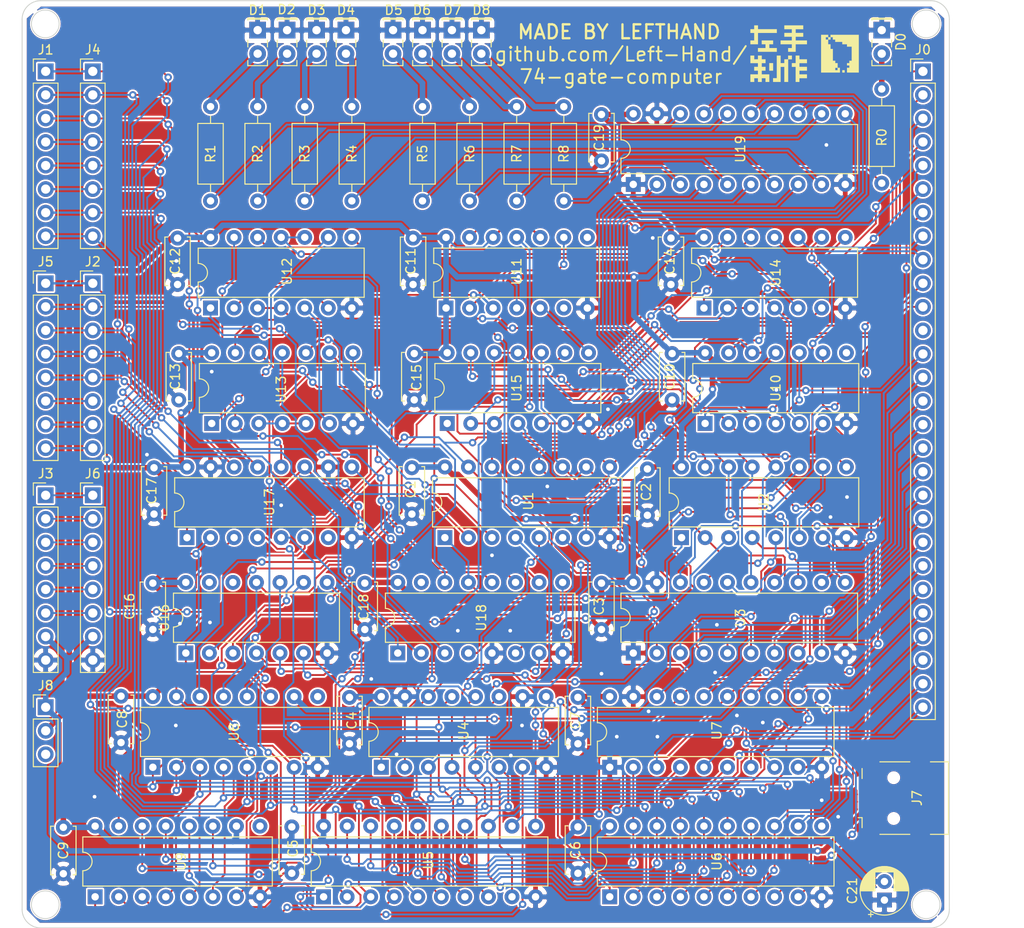
<source format=kicad_pcb>
(kicad_pcb (version 20171130) (host pcbnew "(5.1.2)-2")
  (layers (0 F.Cu signal) (31 B.Cu signal) (34 B.Paste user) (35 F.Paste user) (36 B.SilkS user) (37 F.SilkS user) (38 B.Mask user) (39 F.Mask user) (44 Edge.Cuts user))
  (net 0 "")
  (net 1 VCC)
  (net 2 GND)
  (net 3 /BUS_7)
  (net 4 /BUS_6)
  (net 5 /BUS_5)
  (net 6 /BUS_4)
  (net 7 /BUS_3)
  (net 8 /BUS_2)
  (net 9 /BUS_1)
  (net 10 /BUS_0)
  (net 11 /A7)
  (net 12 /A6)
  (net 13 /A5)
  (net 14 /A4)
  (net 15 /A3)
  (net 16 /A2)
  (net 17 /A1)
  (net 18 /A0)
  (net 19 /B7)
  (net 20 /B6)
  (net 21 /B5)
  (net 22 /B4)
  (net 23 /B3)
  (net 24 /B2)
  (net 25 /B1)
  (net 26 /B0)
  (net 27 /~AOO)
  (net 28 /~DO)
  (net 29 /~AILD)
  (net 30 /~MLD)
  (net 31 /~NF)
  (net 32 /~CAI)
  (net 33 /MUL)
  (net 34 /DIV)
  (net 35 /Ci)
  (net 36 /Co)
  (net 37 /P2)
  (net 38 /P1)
  (net 39 /P0)
  (net 40 /CLK)
  (net 41 /OS_0)
  (net 42 /PS_2)
  (net 43 /PS_1)
  (net 44 /PS_0)
  (net 45 "Net-(J7-Pad4)")
  (net 46 "Net-(J7-Pad3)")
  (net 47 "Net-(J7-Pad2)")
  (net 48 "Net-(J8-Pad3)")
  (net 49 /A_0)
  (net 50 /A_4)
  (net 51 /A_1)
  (net 52 /A_2)
  (net 53 /A_3)
  (net 54 /ACP)
  (net 55 /S1)
  (net 56 /SI)
  (net 57 /S0)
  (net 58 /~AMR)
  (net 59 "Net-(U10-Pad9)")
  (net 60 /A_5)
  (net 61 /A_6)
  (net 62 /A_7)
  (net 63 /BHE)
  (net 64 /MCK)
  (net 65 /BLE)
  (net 66 /B_0)
  (net 67 /B_1)
  (net 68 /B_2)
  (net 69 /B_3)
  (net 70 /B_4)
  (net 71 /B_5)
  (net 72 /B_6)
  (net 73 /B_7)
  (net 74 /BHLD)
  (net 75 /BLLD)
  (net 76 "Net-(U16-Pad10)")
  (net 77 /SFK)
  (net 78 "Net-(U8-Pad9)")
  (net 79 "Net-(U16-Pad8)")
  (net 80 /DCK)
  (net 81 "Net-(U9-Pad9)")
  (net 82 "Net-(U10-Pad3)")
  (net 83 "Net-(U10-Pad8)")
  (net 84 "Net-(U11-Pad6)")
  (net 85 "Net-(U11-Pad5)")
  (net 86 "Net-(U11-Pad11)")
  (net 87 "Net-(U11-Pad9)")
  (net 88 "Net-(U11-Pad2)")
  (net 89 "Net-(U11-Pad8)")
  (net 90 /~STL)
  (net 91 "Net-(U12-Pad2)")
  (net 92 "Net-(U12-Pad12)")
  (net 93 "Net-(U12-Pad5)")
  (net 94 "Net-(U12-Pad10)")
  (net 95 "Net-(U12-Pad3)")
  (net 96 /~STR)
  (net 97 /~LD)
  (net 98 "Net-(U13-Pad3)")
  (net 99 /~ACP)
  (net 100 "Net-(U14-Pad6)")
  (net 101 "Net-(U14-Pad12)")
  (net 102 "Net-(U16-Pad5)")
  (net 103 "Net-(U16-Pad3)")
  (net 104 "Net-(U17-Pad7)")
  (net 105 "Net-(U18-Pad15)")
  (net 106 "Net-(D0-Pad2)")
  (net 107 /AST)
  (net 108 /PS)
  (net 109 "Net-(J3-Pad7)")
  (net 110 /OS_2)
  (net 111 /OS_1)
  (net 112 /O2)
  (net 113 /O1)
  (net 114 /O0)
  (net 115 "Net-(D1-Pad2)")
  (net 116 "Net-(D2-Pad2)")
  (net 117 "Net-(D3-Pad2)")
  (net 118 "Net-(D4-Pad2)")
  (net 119 "Net-(D5-Pad2)")
  (net 120 "Net-(D6-Pad2)")
  (net 121 "Net-(D7-Pad2)")
  (net 122 "Net-(D8-Pad2)")
  (net 123 "Net-(R1-Pad1)")
  (net 124 "Net-(R2-Pad1)")
  (net 125 "Net-(R3-Pad1)")
  (net 126 "Net-(R4-Pad1)")
  (net 127 "Net-(R5-Pad1)")
  (net 128 "Net-(R6-Pad1)")
  (net 129 "Net-(R7-Pad1)")
  (net 130 "Net-(R8-Pad1)")
  (net 131 /PCLK)
  (module Valve:me (layer F.Cu) (at 114.6175 46.355)
    (fp_text reference G*** hide)
    (fp_text value LOGO hide)
  )
  (module Valve:cute (layer F.Cu) (at 121.2215 46.355)
    (fp_text reference G*** hide)
    (fp_text value LOGO hide)
  )
  (module Package_DIP:DIP-20_W7.62mm (layer F.Cu) (at 96.393 137.287 90)
    (fp_text reference U6 (at 3.81 11.557 90) (layer F.SilkS))
    (fp_text value 74LS574)
    (pad 20 thru_hole oval (at 7.62 0 90) (size 1.6 1.6) (drill 0.8) (layers *.Cu *.Mask) (net 1 VCC))
    (pad 10 thru_hole oval (at 0 22.86 90) (size 1.6 1.6) (drill 0.8) (layers *.Cu *.Mask) (net 2 GND))
    (pad 19 thru_hole oval (at 7.62 2.54 90) (size 1.6 1.6) (drill 0.8) (layers *.Cu *.Mask) (net 66 /B_0))
    (pad 9 thru_hole oval (at 0 20.32 90) (size 1.6 1.6) (drill 0.8) (layers *.Cu *.Mask) (net 3 /BUS_7))
    (pad 18 thru_hole oval (at 7.62 5.08 90) (size 1.6 1.6) (drill 0.8) (layers *.Cu *.Mask) (net 67 /B_1))
    (pad 8 thru_hole oval (at 0 17.78 90) (size 1.6 1.6) (drill 0.8) (layers *.Cu *.Mask) (net 4 /BUS_6))
    (pad 17 thru_hole oval (at 7.62 7.62 90) (size 1.6 1.6) (drill 0.8) (layers *.Cu *.Mask) (net 68 /B_2))
    (pad 7 thru_hole oval (at 0 15.24 90) (size 1.6 1.6) (drill 0.8) (layers *.Cu *.Mask) (net 5 /BUS_5))
    (pad 16 thru_hole oval (at 7.62 10.16 90) (size 1.6 1.6) (drill 0.8) (layers *.Cu *.Mask) (net 69 /B_3))
    (pad 6 thru_hole oval (at 0 12.7 90) (size 1.6 1.6) (drill 0.8) (layers *.Cu *.Mask) (net 6 /BUS_4))
    (pad 15 thru_hole oval (at 7.62 12.7 90) (size 1.6 1.6) (drill 0.8) (layers *.Cu *.Mask) (net 70 /B_4))
    (pad 5 thru_hole oval (at 0 10.16 90) (size 1.6 1.6) (drill 0.8) (layers *.Cu *.Mask) (net 7 /BUS_3))
    (pad 14 thru_hole oval (at 7.62 15.24 90) (size 1.6 1.6) (drill 0.8) (layers *.Cu *.Mask) (net 71 /B_5))
    (pad 4 thru_hole oval (at 0 7.62 90) (size 1.6 1.6) (drill 0.8) (layers *.Cu *.Mask) (net 8 /BUS_2))
    (pad 13 thru_hole oval (at 7.62 17.78 90) (size 1.6 1.6) (drill 0.8) (layers *.Cu *.Mask) (net 72 /B_6))
    (pad 3 thru_hole oval (at 0 5.08 90) (size 1.6 1.6) (drill 0.8) (layers *.Cu *.Mask) (net 9 /BUS_1))
    (pad 12 thru_hole oval (at 7.62 20.32 90) (size 1.6 1.6) (drill 0.8) (layers *.Cu *.Mask) (net 73 /B_7))
    (pad 2 thru_hole oval (at 0 2.54 90) (size 1.6 1.6) (drill 0.8) (layers *.Cu *.Mask) (net 10 /BUS_0))
    (pad 11 thru_hole oval (at 7.62 22.86 90) (size 1.6 1.6) (drill 0.8) (layers *.Cu *.Mask) (net 75 /BLLD))
    (pad 1 thru_hole rect (at 0 0 90) (size 1.6 1.6) (drill 0.8) (layers *.Cu *.Mask) (net 65 /BLE))
  )
  (module Package_DIP:DIP-16_W7.62mm (layer F.Cu) (at 47.117 123.317 90)
    (fp_text reference U8 (at 3.81 8.763 90) (layer F.SilkS))
    (fp_text value 74LS595)
    (pad 16 thru_hole oval (at 7.62 0 90) (size 1.6 1.6) (drill 0.8) (layers *.Cu *.Mask) (net 1 VCC))
    (pad 8 thru_hole oval (at 0 17.78 90) (size 1.6 1.6) (drill 0.8) (layers *.Cu *.Mask) (net 2 GND))
    (pad 15 thru_hole oval (at 7.62 2.54 90) (size 1.6 1.6) (drill 0.8) (layers *.Cu *.Mask) (net 3 /BUS_7))
    (pad 7 thru_hole oval (at 0 15.24 90) (size 1.6 1.6) (drill 0.8) (layers *.Cu *.Mask) (net 10 /BUS_0))
    (pad 14 thru_hole oval (at 7.62 5.08 90) (size 1.6 1.6) (drill 0.8) (layers *.Cu *.Mask) (net 49 /A_0))
    (pad 6 thru_hole oval (at 0 12.7 90) (size 1.6 1.6) (drill 0.8) (layers *.Cu *.Mask) (net 9 /BUS_1))
    (pad 13 thru_hole oval (at 7.62 7.62 90) (size 1.6 1.6) (drill 0.8) (layers *.Cu *.Mask) (net 27 /~AOO))
    (pad 5 thru_hole oval (at 0 10.16 90) (size 1.6 1.6) (drill 0.8) (layers *.Cu *.Mask) (net 8 /BUS_2))
    (pad 12 thru_hole oval (at 7.62 10.16 90) (size 1.6 1.6) (drill 0.8) (layers *.Cu *.Mask) (net 76 "Net-(U16-Pad10)"))
    (pad 4 thru_hole oval (at 0 7.62 90) (size 1.6 1.6) (drill 0.8) (layers *.Cu *.Mask) (net 7 /BUS_3))
    (pad 11 thru_hole oval (at 7.62 12.7 90) (size 1.6 1.6) (drill 0.8) (layers *.Cu *.Mask) (net 77 /SFK))
    (pad 3 thru_hole oval (at 0 5.08 90) (size 1.6 1.6) (drill 0.8) (layers *.Cu *.Mask) (net 6 /BUS_4))
    (pad 10 thru_hole oval (at 7.62 15.24 90) (size 1.6 1.6) (drill 0.8) (layers *.Cu *.Mask) (net 1 VCC))
    (pad 2 thru_hole oval (at 0 2.54 90) (size 1.6 1.6) (drill 0.8) (layers *.Cu *.Mask) (net 5 /BUS_5))
    (pad 9 thru_hole oval (at 7.62 17.78 90) (size 1.6 1.6) (drill 0.8) (layers *.Cu *.Mask) (net 78 "Net-(U8-Pad9)"))
    (pad 1 thru_hole rect (at 0 0 90) (size 1.6 1.6) (drill 0.8) (layers *.Cu *.Mask) (net 4 /BUS_6))
  )
  (module Connector_PinHeader_2.54mm:PinHeader_1x28_P2.54mm_Vertical (layer F.Cu) (at 130.175 48.26)
    (fp_text reference J0 (at 0 -2.33) (layer F.SilkS))
    (fp_text value Conn_01x28)
    (pad 28 thru_hole oval (at 0 68.58) (size 1.7 1.7) (drill 1) (layers *.Cu *.Mask) (net 19 /B7))
    (pad 27 thru_hole oval (at 0 66.04) (size 1.7 1.7) (drill 1) (layers *.Cu *.Mask) (net 20 /B6))
    (pad 26 thru_hole oval (at 0 63.5) (size 1.7 1.7) (drill 1) (layers *.Cu *.Mask) (net 21 /B5))
    (pad 25 thru_hole oval (at 0 60.96) (size 1.7 1.7) (drill 1) (layers *.Cu *.Mask) (net 22 /B4))
    (pad 24 thru_hole oval (at 0 58.42) (size 1.7 1.7) (drill 1) (layers *.Cu *.Mask) (net 23 /B3))
    (pad 23 thru_hole oval (at 0 55.88) (size 1.7 1.7) (drill 1) (layers *.Cu *.Mask) (net 24 /B2))
    (pad 22 thru_hole oval (at 0 53.34) (size 1.7 1.7) (drill 1) (layers *.Cu *.Mask) (net 25 /B1))
    (pad 21 thru_hole oval (at 0 50.8) (size 1.7 1.7) (drill 1) (layers *.Cu *.Mask) (net 26 /B0))
    (pad 20 thru_hole oval (at 0 48.26) (size 1.7 1.7) (drill 1) (layers *.Cu *.Mask) (net 11 /A7))
    (pad 19 thru_hole oval (at 0 45.72) (size 1.7 1.7) (drill 1) (layers *.Cu *.Mask) (net 12 /A6))
    (pad 18 thru_hole oval (at 0 43.18) (size 1.7 1.7) (drill 1) (layers *.Cu *.Mask) (net 13 /A5))
    (pad 17 thru_hole oval (at 0 40.64) (size 1.7 1.7) (drill 1) (layers *.Cu *.Mask) (net 14 /A4))
    (pad 16 thru_hole oval (at 0 38.1) (size 1.7 1.7) (drill 1) (layers *.Cu *.Mask) (net 15 /A3))
    (pad 15 thru_hole oval (at 0 35.56) (size 1.7 1.7) (drill 1) (layers *.Cu *.Mask) (net 16 /A2))
    (pad 14 thru_hole oval (at 0 33.02) (size 1.7 1.7) (drill 1) (layers *.Cu *.Mask) (net 17 /A1))
    (pad 13 thru_hole oval (at 0 30.48) (size 1.7 1.7) (drill 1) (layers *.Cu *.Mask) (net 18 /A0))
    (pad 12 thru_hole oval (at 0 27.94) (size 1.7 1.7) (drill 1) (layers *.Cu *.Mask))
    (pad 11 thru_hole oval (at 0 25.4) (size 1.7 1.7) (drill 1) (layers *.Cu *.Mask) (net 108 /PS))
    (pad 10 thru_hole oval (at 0 22.86) (size 1.7 1.7) (drill 1) (layers *.Cu *.Mask) (net 36 /Co))
    (pad 9 thru_hole oval (at 0 20.32) (size 1.7 1.7) (drill 1) (layers *.Cu *.Mask) (net 35 /Ci))
    (pad 8 thru_hole oval (at 0 17.78) (size 1.7 1.7) (drill 1) (layers *.Cu *.Mask) (net 34 /DIV))
    (pad 7 thru_hole oval (at 0 15.24) (size 1.7 1.7) (drill 1) (layers *.Cu *.Mask) (net 33 /MUL))
    (pad 6 thru_hole oval (at 0 12.7) (size 1.7 1.7) (drill 1) (layers *.Cu *.Mask) (net 32 /~CAI))
    (pad 5 thru_hole oval (at 0 10.16) (size 1.7 1.7) (drill 1) (layers *.Cu *.Mask) (net 31 /~NF))
    (pad 4 thru_hole oval (at 0 7.62) (size 1.7 1.7) (drill 1) (layers *.Cu *.Mask) (net 30 /~MLD))
    (pad 3 thru_hole oval (at 0 5.08) (size 1.7 1.7) (drill 1) (layers *.Cu *.Mask) (net 29 /~AILD))
    (pad 2 thru_hole oval (at 0 2.54) (size 1.7 1.7) (drill 1) (layers *.Cu *.Mask) (net 28 /~DO))
    (pad 1 thru_hole rect (at 0 0) (size 1.7 1.7) (drill 1) (layers *.Cu *.Mask) (net 27 /~AOO))
  )
  (module Package_DIP:DIP-14_W7.62mm (layer F.Cu) (at 106.68 86.233 90)
    (fp_text reference U10 (at 3.81 7.62 90) (layer F.SilkS))
    (fp_text value 74LS74)
    (pad 14 thru_hole oval (at 7.62 0 90) (size 1.6 1.6) (drill 0.8) (layers *.Cu *.Mask) (net 1 VCC))
    (pad 7 thru_hole oval (at 0 15.24 90) (size 1.6 1.6) (drill 0.8) (layers *.Cu *.Mask) (net 2 GND))
    (pad 13 thru_hole oval (at 7.62 2.54 90) (size 1.6 1.6) (drill 0.8) (layers *.Cu *.Mask) (net 32 /~CAI))
    (pad 6 thru_hole oval (at 0 12.7 90) (size 1.6 1.6) (drill 0.8) (layers *.Cu *.Mask) (net 80 /DCK))
    (pad 12 thru_hole oval (at 7.62 5.08 90) (size 1.6 1.6) (drill 0.8) (layers *.Cu *.Mask) (net 36 /Co))
    (pad 5 thru_hole oval (at 0 10.16 90) (size 1.6 1.6) (drill 0.8) (layers *.Cu *.Mask) (net 107 /AST))
    (pad 11 thru_hole oval (at 7.62 7.62 90) (size 1.6 1.6) (drill 0.8) (layers *.Cu *.Mask) (net 77 /SFK))
    (pad 4 thru_hole oval (at 0 7.62 90) (size 1.6 1.6) (drill 0.8) (layers *.Cu *.Mask) (net 1 VCC))
    (pad 10 thru_hole oval (at 7.62 10.16 90) (size 1.6 1.6) (drill 0.8) (layers *.Cu *.Mask) (net 1 VCC))
    (pad 3 thru_hole oval (at 0 5.08 90) (size 1.6 1.6) (drill 0.8) (layers *.Cu *.Mask) (net 82 "Net-(U10-Pad3)"))
    (pad 9 thru_hole oval (at 7.62 12.7 90) (size 1.6 1.6) (drill 0.8) (layers *.Cu *.Mask) (net 59 "Net-(U10-Pad9)"))
    (pad 2 thru_hole oval (at 0 2.54 90) (size 1.6 1.6) (drill 0.8) (layers *.Cu *.Mask) (net 80 /DCK))
    (pad 8 thru_hole oval (at 7.62 15.24 90) (size 1.6 1.6) (drill 0.8) (layers *.Cu *.Mask) (net 83 "Net-(U10-Pad8)"))
    (pad 1 thru_hole rect (at 0 0 90) (size 1.6 1.6) (drill 0.8) (layers *.Cu *.Mask) (net 33 /MUL))
  )
  (module Package_DIP:DIP-16_W7.62mm (layer F.Cu) (at 40.894 137.287 90)
    (fp_text reference U9 (at 3.81 9.271 90) (layer F.SilkS))
    (fp_text value 74LS595)
    (pad 16 thru_hole oval (at 7.62 0 90) (size 1.6 1.6) (drill 0.8) (layers *.Cu *.Mask) (net 1 VCC))
    (pad 8 thru_hole oval (at 0 17.78 90) (size 1.6 1.6) (drill 0.8) (layers *.Cu *.Mask) (net 2 GND))
    (pad 15 thru_hole oval (at 7.62 2.54 90) (size 1.6 1.6) (drill 0.8) (layers *.Cu *.Mask) (net 10 /BUS_0))
    (pad 7 thru_hole oval (at 0 15.24 90) (size 1.6 1.6) (drill 0.8) (layers *.Cu *.Mask) (net 3 /BUS_7))
    (pad 14 thru_hole oval (at 7.62 5.08 90) (size 1.6 1.6) (drill 0.8) (layers *.Cu *.Mask) (net 36 /Co))
    (pad 6 thru_hole oval (at 0 12.7 90) (size 1.6 1.6) (drill 0.8) (layers *.Cu *.Mask) (net 4 /BUS_6))
    (pad 13 thru_hole oval (at 7.62 7.62 90) (size 1.6 1.6) (drill 0.8) (layers *.Cu *.Mask) (net 28 /~DO))
    (pad 5 thru_hole oval (at 0 10.16 90) (size 1.6 1.6) (drill 0.8) (layers *.Cu *.Mask) (net 5 /BUS_5))
    (pad 12 thru_hole oval (at 7.62 10.16 90) (size 1.6 1.6) (drill 0.8) (layers *.Cu *.Mask) (net 79 "Net-(U16-Pad8)"))
    (pad 4 thru_hole oval (at 0 7.62 90) (size 1.6 1.6) (drill 0.8) (layers *.Cu *.Mask) (net 6 /BUS_4))
    (pad 11 thru_hole oval (at 7.62 12.7 90) (size 1.6 1.6) (drill 0.8) (layers *.Cu *.Mask) (net 80 /DCK))
    (pad 3 thru_hole oval (at 0 5.08 90) (size 1.6 1.6) (drill 0.8) (layers *.Cu *.Mask) (net 7 /BUS_3))
    (pad 10 thru_hole oval (at 7.62 15.24 90) (size 1.6 1.6) (drill 0.8) (layers *.Cu *.Mask) (net 1 VCC))
    (pad 2 thru_hole oval (at 0 2.54 90) (size 1.6 1.6) (drill 0.8) (layers *.Cu *.Mask) (net 8 /BUS_2))
    (pad 9 thru_hole oval (at 7.62 17.78 90) (size 1.6 1.6) (drill 0.8) (layers *.Cu *.Mask) (net 81 "Net-(U9-Pad9)"))
    (pad 1 thru_hole rect (at 0 0 90) (size 1.6 1.6) (drill 0.8) (layers *.Cu *.Mask) (net 9 /BUS_1))
  )
  (module Package_DIP:DIP-16_W7.62mm (layer F.Cu) (at 73.533 110.998 90)
    (fp_text reference U18 (at 3.81 9.017 90) (layer F.SilkS))
    (fp_text value 74LS138)
    (pad 16 thru_hole oval (at 7.62 0 90) (size 1.6 1.6) (drill 0.8) (layers *.Cu *.Mask) (net 1 VCC))
    (pad 8 thru_hole oval (at 0 17.78 90) (size 1.6 1.6) (drill 0.8) (layers *.Cu *.Mask) (net 2 GND))
    (pad 15 thru_hole oval (at 7.62 2.54 90) (size 1.6 1.6) (drill 0.8) (layers *.Cu *.Mask) (net 105 "Net-(U18-Pad15)"))
    (pad 7 thru_hole oval (at 0 15.24 90) (size 1.6 1.6) (drill 0.8) (layers *.Cu *.Mask) (net 102 "Net-(U16-Pad5)"))
    (pad 14 thru_hole oval (at 7.62 5.08 90) (size 1.6 1.6) (drill 0.8) (layers *.Cu *.Mask) (net 99 /~ACP))
    (pad 6 thru_hole oval (at 0 12.7 90) (size 1.6 1.6) (drill 0.8) (layers *.Cu *.Mask) (net 131 /PCLK))
    (pad 13 thru_hole oval (at 7.62 7.62 90) (size 1.6 1.6) (drill 0.8) (layers *.Cu *.Mask) (net 58 /~AMR))
    (pad 5 thru_hole oval (at 0 10.16 90) (size 1.6 1.6) (drill 0.8) (layers *.Cu *.Mask) (net 2 GND))
    (pad 12 thru_hole oval (at 7.62 10.16 90) (size 1.6 1.6) (drill 0.8) (layers *.Cu *.Mask) (net 90 /~STL))
    (pad 4 thru_hole oval (at 0 7.62 90) (size 1.6 1.6) (drill 0.8) (layers *.Cu *.Mask) (net 108 /PS))
    (pad 11 thru_hole oval (at 7.62 12.7 90) (size 1.6 1.6) (drill 0.8) (layers *.Cu *.Mask) (net 96 /~STR))
    (pad 3 thru_hole oval (at 0 5.08 90) (size 1.6 1.6) (drill 0.8) (layers *.Cu *.Mask) (net 37 /P2))
    (pad 10 thru_hole oval (at 7.62 15.24 90) (size 1.6 1.6) (drill 0.8) (layers *.Cu *.Mask) (net 97 /~LD))
    (pad 2 thru_hole oval (at 0 2.54 90) (size 1.6 1.6) (drill 0.8) (layers *.Cu *.Mask) (net 38 /P1))
    (pad 9 thru_hole oval (at 7.62 17.78 90) (size 1.6 1.6) (drill 0.8) (layers *.Cu *.Mask) (net 103 "Net-(U16-Pad3)"))
    (pad 1 thru_hole rect (at 0 0 90) (size 1.6 1.6) (drill 0.8) (layers *.Cu *.Mask) (net 39 /P0))
  )
  (module Package_DIP:DIP-14_W7.62mm (layer F.Cu) (at 106.553 73.787 90)
    (fp_text reference U14 (at 3.81 7.747 90) (layer F.SilkS))
    (fp_text value 74LS27)
    (pad 14 thru_hole oval (at 7.62 0 90) (size 1.6 1.6) (drill 0.8) (layers *.Cu *.Mask) (net 1 VCC))
    (pad 7 thru_hole oval (at 0 15.24 90) (size 1.6 1.6) (drill 0.8) (layers *.Cu *.Mask) (net 2 GND))
    (pad 13 thru_hole oval (at 7.62 2.54 90) (size 1.6 1.6) (drill 0.8) (layers *.Cu *.Mask) (net 92 "Net-(U12-Pad12)"))
    (pad 6 thru_hole oval (at 0 12.7 90) (size 1.6 1.6) (drill 0.8) (layers *.Cu *.Mask) (net 100 "Net-(U14-Pad6)"))
    (pad 12 thru_hole oval (at 7.62 5.08 90) (size 1.6 1.6) (drill 0.8) (layers *.Cu *.Mask) (net 101 "Net-(U14-Pad12)"))
    (pad 5 thru_hole oval (at 0 10.16 90) (size 1.6 1.6) (drill 0.8) (layers *.Cu *.Mask) (net 94 "Net-(U12-Pad10)"))
    (pad 11 thru_hole oval (at 7.62 7.62 90) (size 1.6 1.6) (drill 0.8) (layers *.Cu *.Mask) (net 35 /Ci))
    (pad 4 thru_hole oval (at 0 7.62 90) (size 1.6 1.6) (drill 0.8) (layers *.Cu *.Mask) (net 107 /AST))
    (pad 10 thru_hole oval (at 7.62 10.16 90) (size 1.6 1.6) (drill 0.8) (layers *.Cu *.Mask) (net 34 /DIV))
    (pad 3 thru_hole oval (at 0 5.08 90) (size 1.6 1.6) (drill 0.8) (layers *.Cu *.Mask) (net 95 "Net-(U12-Pad3)"))
    (pad 9 thru_hole oval (at 7.62 12.7 90) (size 1.6 1.6) (drill 0.8) (layers *.Cu *.Mask) (net 80 /DCK))
    (pad 2 thru_hole oval (at 0 2.54 90) (size 1.6 1.6) (drill 0.8) (layers *.Cu *.Mask) (net 95 "Net-(U12-Pad3)"))
    (pad 8 thru_hole oval (at 7.62 15.24 90) (size 1.6 1.6) (drill 0.8) (layers *.Cu *.Mask) (net 88 "Net-(U11-Pad2)"))
    (pad 1 thru_hole rect (at 0 0 90) (size 1.6 1.6) (drill 0.8) (layers *.Cu *.Mask) (net 107 /AST))
  )
  (module Package_DIP:DIP-20_W7.62mm (layer F.Cu) (at 98.933 60.452 90)
    (fp_text reference U19 (at 3.81 11.557 90) (layer F.SilkS))
    (fp_text value 74LS244)
    (pad 20 thru_hole oval (at 7.62 0 90) (size 1.6 1.6) (drill 0.8) (layers *.Cu *.Mask) (net 1 VCC))
    (pad 10 thru_hole oval (at 0 22.86 90) (size 1.6 1.6) (drill 0.8) (layers *.Cu *.Mask) (net 2 GND))
    (pad 19 thru_hole oval (at 7.62 2.54 90) (size 1.6 1.6) (drill 0.8) (layers *.Cu *.Mask) (net 2 GND))
    (pad 9 thru_hole oval (at 0 20.32 90) (size 1.6 1.6) (drill 0.8) (layers *.Cu *.Mask) (net 127 "Net-(R5-Pad1)"))
    (pad 18 thru_hole oval (at 7.62 5.08 90) (size 1.6 1.6) (drill 0.8) (layers *.Cu *.Mask) (net 123 "Net-(R1-Pad1)"))
    (pad 8 thru_hole oval (at 0 17.78 90) (size 1.6 1.6) (drill 0.8) (layers *.Cu *.Mask) (net 53 /A_3))
    (pad 17 thru_hole oval (at 7.62 7.62 90) (size 1.6 1.6) (drill 0.8) (layers *.Cu *.Mask) (net 62 /A_7))
    (pad 7 thru_hole oval (at 0 15.24 90) (size 1.6 1.6) (drill 0.8) (layers *.Cu *.Mask) (net 128 "Net-(R6-Pad1)"))
    (pad 16 thru_hole oval (at 7.62 10.16 90) (size 1.6 1.6) (drill 0.8) (layers *.Cu *.Mask) (net 124 "Net-(R2-Pad1)"))
    (pad 6 thru_hole oval (at 0 12.7 90) (size 1.6 1.6) (drill 0.8) (layers *.Cu *.Mask) (net 52 /A_2))
    (pad 15 thru_hole oval (at 7.62 12.7 90) (size 1.6 1.6) (drill 0.8) (layers *.Cu *.Mask) (net 61 /A_6))
    (pad 5 thru_hole oval (at 0 10.16 90) (size 1.6 1.6) (drill 0.8) (layers *.Cu *.Mask) (net 129 "Net-(R7-Pad1)"))
    (pad 14 thru_hole oval (at 7.62 15.24 90) (size 1.6 1.6) (drill 0.8) (layers *.Cu *.Mask) (net 125 "Net-(R3-Pad1)"))
    (pad 4 thru_hole oval (at 0 7.62 90) (size 1.6 1.6) (drill 0.8) (layers *.Cu *.Mask) (net 51 /A_1))
    (pad 13 thru_hole oval (at 7.62 17.78 90) (size 1.6 1.6) (drill 0.8) (layers *.Cu *.Mask) (net 60 /A_5))
    (pad 3 thru_hole oval (at 0 5.08 90) (size 1.6 1.6) (drill 0.8) (layers *.Cu *.Mask) (net 130 "Net-(R8-Pad1)"))
    (pad 12 thru_hole oval (at 7.62 20.32 90) (size 1.6 1.6) (drill 0.8) (layers *.Cu *.Mask) (net 126 "Net-(R4-Pad1)"))
    (pad 2 thru_hole oval (at 0 2.54 90) (size 1.6 1.6) (drill 0.8) (layers *.Cu *.Mask) (net 49 /A_0))
    (pad 11 thru_hole oval (at 7.62 22.86 90) (size 1.6 1.6) (drill 0.8) (layers *.Cu *.Mask) (net 50 /A_4))
    (pad 1 thru_hole rect (at 0 0 90) (size 1.6 1.6) (drill 0.8) (layers *.Cu *.Mask) (net 2 GND))
  )
  (module Resistor_THT:R_Axial_DIN0207_L6.3mm_D2.5mm_P10.16mm_Horizontal (layer F.Cu) (at 91.44 62.23 90)
    (fp_text reference R8 (at 5.08 0 90) (layer F.SilkS))
    (fp_text value R)
    (pad 2 thru_hole oval (at 10.16 0 90) (size 1.6 1.6) (drill 0.8) (layers *.Cu *.Mask) (net 122 "Net-(D8-Pad2)"))
    (pad 1 thru_hole circle (at 0 0 90) (size 1.6 1.6) (drill 0.8) (layers *.Cu *.Mask) (net 130 "Net-(R8-Pad1)"))
  )
  (module Resistor_THT:R_Axial_DIN0207_L6.3mm_D2.5mm_P10.16mm_Horizontal (layer F.Cu) (at 86.36 62.23 90)
    (fp_text reference R7 (at 5.08 0 90) (layer F.SilkS))
    (fp_text value R)
    (pad 2 thru_hole oval (at 10.16 0 90) (size 1.6 1.6) (drill 0.8) (layers *.Cu *.Mask) (net 121 "Net-(D7-Pad2)"))
    (pad 1 thru_hole circle (at 0 0 90) (size 1.6 1.6) (drill 0.8) (layers *.Cu *.Mask) (net 129 "Net-(R7-Pad1)"))
  )
  (module Resistor_THT:R_Axial_DIN0207_L6.3mm_D2.5mm_P10.16mm_Horizontal (layer F.Cu) (at 81.28 62.23 90)
    (fp_text reference R6 (at 5.08 0 90) (layer F.SilkS))
    (fp_text value R)
    (pad 2 thru_hole oval (at 10.16 0 90) (size 1.6 1.6) (drill 0.8) (layers *.Cu *.Mask) (net 120 "Net-(D6-Pad2)"))
    (pad 1 thru_hole circle (at 0 0 90) (size 1.6 1.6) (drill 0.8) (layers *.Cu *.Mask) (net 128 "Net-(R6-Pad1)"))
  )
  (module Resistor_THT:R_Axial_DIN0207_L6.3mm_D2.5mm_P10.16mm_Horizontal (layer F.Cu) (at 76.2 62.23 90)
    (fp_text reference R5 (at 5.08 0 90) (layer F.SilkS))
    (fp_text value R)
    (pad 2 thru_hole oval (at 10.16 0 90) (size 1.6 1.6) (drill 0.8) (layers *.Cu *.Mask) (net 119 "Net-(D5-Pad2)"))
    (pad 1 thru_hole circle (at 0 0 90) (size 1.6 1.6) (drill 0.8) (layers *.Cu *.Mask) (net 127 "Net-(R5-Pad1)"))
  )
  (module Resistor_THT:R_Axial_DIN0207_L6.3mm_D2.5mm_P10.16mm_Horizontal (layer F.Cu) (at 68.58 62.23 90)
    (fp_text reference R4 (at 5.08 0 90) (layer F.SilkS))
    (fp_text value R)
    (pad 2 thru_hole oval (at 10.16 0 90) (size 1.6 1.6) (drill 0.8) (layers *.Cu *.Mask) (net 118 "Net-(D4-Pad2)"))
    (pad 1 thru_hole circle (at 0 0 90) (size 1.6 1.6) (drill 0.8) (layers *.Cu *.Mask) (net 126 "Net-(R4-Pad1)"))
  )
  (module Resistor_THT:R_Axial_DIN0207_L6.3mm_D2.5mm_P10.16mm_Horizontal (layer F.Cu) (at 63.5 62.23 90)
    (fp_text reference R3 (at 5.08 0 90) (layer F.SilkS))
    (fp_text value R)
    (pad 2 thru_hole oval (at 10.16 0 90) (size 1.6 1.6) (drill 0.8) (layers *.Cu *.Mask) (net 117 "Net-(D3-Pad2)"))
    (pad 1 thru_hole circle (at 0 0 90) (size 1.6 1.6) (drill 0.8) (layers *.Cu *.Mask) (net 125 "Net-(R3-Pad1)"))
  )
  (module Resistor_THT:R_Axial_DIN0207_L6.3mm_D2.5mm_P10.16mm_Horizontal (layer F.Cu) (at 58.42 62.23 90)
    (fp_text reference R2 (at 5.08 0 90) (layer F.SilkS))
    (fp_text value R)
    (pad 2 thru_hole oval (at 10.16 0 90) (size 1.6 1.6) (drill 0.8) (layers *.Cu *.Mask) (net 116 "Net-(D2-Pad2)"))
    (pad 1 thru_hole circle (at 0 0 90) (size 1.6 1.6) (drill 0.8) (layers *.Cu *.Mask) (net 124 "Net-(R2-Pad1)"))
  )
  (module Resistor_THT:R_Axial_DIN0207_L6.3mm_D2.5mm_P10.16mm_Horizontal (layer F.Cu) (at 53.34 62.23 90)
    (fp_text reference R1 (at 5.08 0 90) (layer F.SilkS))
    (fp_text value R)
    (pad 2 thru_hole oval (at 10.16 0 90) (size 1.6 1.6) (drill 0.8) (layers *.Cu *.Mask) (net 115 "Net-(D1-Pad2)"))
    (pad 1 thru_hole circle (at 0 0 90) (size 1.6 1.6) (drill 0.8) (layers *.Cu *.Mask) (net 123 "Net-(R1-Pad1)"))
  )
  (module LED_THT:LED_Rectangular_W5.0mm_H2.0mm (layer F.Cu) (at 82.55 43.815 270)
    (fp_text reference D8 (at -2.159 0 180) (layer F.SilkS))
    (fp_text value LED)
    (pad 2 thru_hole circle (at 2.54 0 270) (size 1.8 1.8) (drill 0.9) (layers *.Cu *.Mask) (net 122 "Net-(D8-Pad2)"))
    (pad 1 thru_hole rect (at 0 0 270) (size 1.8 1.8) (drill 0.9) (layers *.Cu *.Mask) (net 2 GND))
  )
  (module LED_THT:LED_Rectangular_W5.0mm_H2.0mm (layer F.Cu) (at 79.375 43.815 270)
    (fp_text reference D7 (at -2.159 -0.0635 180) (layer F.SilkS))
    (fp_text value LED)
    (pad 2 thru_hole circle (at 2.54 0 270) (size 1.8 1.8) (drill 0.9) (layers *.Cu *.Mask) (net 121 "Net-(D7-Pad2)"))
    (pad 1 thru_hole rect (at 0 0 270) (size 1.8 1.8) (drill 0.9) (layers *.Cu *.Mask) (net 2 GND))
  )
  (module LED_THT:LED_Rectangular_W5.0mm_H2.0mm (layer F.Cu) (at 76.2 43.815 270)
    (fp_text reference D6 (at -2.159 0.0635 180) (layer F.SilkS))
    (fp_text value LED)
    (pad 2 thru_hole circle (at 2.54 0 270) (size 1.8 1.8) (drill 0.9) (layers *.Cu *.Mask) (net 120 "Net-(D6-Pad2)"))
    (pad 1 thru_hole rect (at 0 0 270) (size 1.8 1.8) (drill 0.9) (layers *.Cu *.Mask) (net 2 GND))
  )
  (module LED_THT:LED_Rectangular_W5.0mm_H2.0mm (layer F.Cu) (at 73.025 43.815 270)
    (fp_text reference D5 (at -2.159 -0.0635 180) (layer F.SilkS))
    (fp_text value LED)
    (pad 2 thru_hole circle (at 2.54 0 270) (size 1.8 1.8) (drill 0.9) (layers *.Cu *.Mask) (net 119 "Net-(D5-Pad2)"))
    (pad 1 thru_hole rect (at 0 0 270) (size 1.8 1.8) (drill 0.9) (layers *.Cu *.Mask) (net 2 GND))
  )
  (module LED_THT:LED_Rectangular_W5.0mm_H2.0mm (layer F.Cu) (at 67.945 43.815 270)
    (fp_text reference D4 (at -2.159 0 180) (layer F.SilkS))
    (fp_text value LED)
    (pad 2 thru_hole circle (at 2.54 0 270) (size 1.8 1.8) (drill 0.9) (layers *.Cu *.Mask) (net 118 "Net-(D4-Pad2)"))
    (pad 1 thru_hole rect (at 0 0 270) (size 1.8 1.8) (drill 0.9) (layers *.Cu *.Mask) (net 2 GND))
  )
  (module LED_THT:LED_Rectangular_W5.0mm_H2.0mm (layer F.Cu) (at 64.77 43.815 270)
    (fp_text reference D3 (at -2.159 0 180) (layer F.SilkS))
    (fp_text value LED)
    (pad 2 thru_hole circle (at 2.54 0 270) (size 1.8 1.8) (drill 0.9) (layers *.Cu *.Mask) (net 117 "Net-(D3-Pad2)"))
    (pad 1 thru_hole rect (at 0 0 270) (size 1.8 1.8) (drill 0.9) (layers *.Cu *.Mask) (net 2 GND))
  )
  (module LED_THT:LED_Rectangular_W5.0mm_H2.0mm (layer F.Cu) (at 61.595 43.815 270)
    (fp_text reference D2 (at -2.2225 0.0635 180) (layer F.SilkS))
    (fp_text value LED)
    (pad 2 thru_hole circle (at 2.54 0 270) (size 1.8 1.8) (drill 0.9) (layers *.Cu *.Mask) (net 116 "Net-(D2-Pad2)"))
    (pad 1 thru_hole rect (at 0 0 270) (size 1.8 1.8) (drill 0.9) (layers *.Cu *.Mask) (net 2 GND))
  )
  (module LED_THT:LED_Rectangular_W5.0mm_H2.0mm (layer F.Cu) (at 58.42 43.815 270)
    (fp_text reference D1 (at -2.159 0) (layer F.SilkS))
    (fp_text value LED)
    (pad 2 thru_hole circle (at 2.54 0 270) (size 1.8 1.8) (drill 0.9) (layers *.Cu *.Mask) (net 115 "Net-(D1-Pad2)"))
    (pad 1 thru_hole rect (at 0 0 270) (size 1.8 1.8) (drill 0.9) (layers *.Cu *.Mask) (net 2 GND))
  )
  (module Capacitor_THT:C_Disc_D5.0mm_W2.5mm_P5.00mm (layer F.Cu) (at 95.504 57.912 90)
    (fp_text reference C19 (at 2.5 -0.254 90) (layer F.SilkS))
    (fp_text value C)
    (pad 2 thru_hole circle (at 5 0 90) (size 1.6 1.6) (drill 0.8) (layers *.Cu *.Mask) (net 1 VCC))
    (pad 1 thru_hole circle (at 0 0 90) (size 1.6 1.6) (drill 0.8) (layers *.Cu *.Mask) (net 2 GND))
  )
  (module Capacitor_THT:C_Disc_D5.0mm_W2.5mm_P5.00mm (layer F.Cu) (at 100.457 96.139 90)
    (fp_text reference C2 (at 2.5 -0.127 90) (layer F.SilkS))
    (fp_text value C)
    (pad 2 thru_hole circle (at 5 0 90) (size 1.6 1.6) (drill 0.8) (layers *.Cu *.Mask) (net 1 VCC))
    (pad 1 thru_hole circle (at 0 0 90) (size 1.6 1.6) (drill 0.8) (layers *.Cu *.Mask) (net 2 GND))
  )
  (module Package_DIP:DIP-20_W7.62mm (layer F.Cu) (at 98.933 110.998 90)
    (fp_text reference U3 (at 3.81 11.557 90) (layer F.SilkS))
    (fp_text value 74LS240)
    (pad 20 thru_hole oval (at 7.62 0 90) (size 1.6 1.6) (drill 0.8) (layers *.Cu *.Mask) (net 1 VCC))
    (pad 10 thru_hole oval (at 0 22.86 90) (size 1.6 1.6) (drill 0.8) (layers *.Cu *.Mask) (net 2 GND))
    (pad 19 thru_hole oval (at 7.62 2.54 90) (size 1.6 1.6) (drill 0.8) (layers *.Cu *.Mask) (net 2 GND))
    (pad 9 thru_hole oval (at 0 20.32 90) (size 1.6 1.6) (drill 0.8) (layers *.Cu *.Mask) (net 14 /A4))
    (pad 18 thru_hole oval (at 7.62 5.08 90) (size 1.6 1.6) (drill 0.8) (layers *.Cu *.Mask) (net 18 /A0))
    (pad 8 thru_hole oval (at 0 17.78 90) (size 1.6 1.6) (drill 0.8) (layers *.Cu *.Mask) (net 53 /A_3))
    (pad 17 thru_hole oval (at 7.62 7.62 90) (size 1.6 1.6) (drill 0.8) (layers *.Cu *.Mask) (net 62 /A_7))
    (pad 7 thru_hole oval (at 0 15.24 90) (size 1.6 1.6) (drill 0.8) (layers *.Cu *.Mask) (net 13 /A5))
    (pad 16 thru_hole oval (at 7.62 10.16 90) (size 1.6 1.6) (drill 0.8) (layers *.Cu *.Mask) (net 17 /A1))
    (pad 6 thru_hole oval (at 0 12.7 90) (size 1.6 1.6) (drill 0.8) (layers *.Cu *.Mask) (net 52 /A_2))
    (pad 15 thru_hole oval (at 7.62 12.7 90) (size 1.6 1.6) (drill 0.8) (layers *.Cu *.Mask) (net 61 /A_6))
    (pad 5 thru_hole oval (at 0 10.16 90) (size 1.6 1.6) (drill 0.8) (layers *.Cu *.Mask) (net 12 /A6))
    (pad 14 thru_hole oval (at 7.62 15.24 90) (size 1.6 1.6) (drill 0.8) (layers *.Cu *.Mask) (net 16 /A2))
    (pad 4 thru_hole oval (at 0 7.62 90) (size 1.6 1.6) (drill 0.8) (layers *.Cu *.Mask) (net 51 /A_1))
    (pad 13 thru_hole oval (at 7.62 17.78 90) (size 1.6 1.6) (drill 0.8) (layers *.Cu *.Mask) (net 60 /A_5))
    (pad 3 thru_hole oval (at 0 5.08 90) (size 1.6 1.6) (drill 0.8) (layers *.Cu *.Mask) (net 11 /A7))
    (pad 12 thru_hole oval (at 7.62 20.32 90) (size 1.6 1.6) (drill 0.8) (layers *.Cu *.Mask) (net 15 /A3))
    (pad 2 thru_hole oval (at 0 2.54 90) (size 1.6 1.6) (drill 0.8) (layers *.Cu *.Mask) (net 49 /A_0))
    (pad 11 thru_hole oval (at 7.62 22.86 90) (size 1.6 1.6) (drill 0.8) (layers *.Cu *.Mask) (net 50 /A_4))
    (pad 1 thru_hole rect (at 0 0 90) (size 1.6 1.6) (drill 0.8) (layers *.Cu *.Mask) (net 2 GND))
  )
  (module Connector_PinHeader_2.54mm:PinHeader_1x08_P2.54mm_Vertical (layer F.Cu) (at 40.64 93.98)
    (fp_text reference J6 (at 0 -2.33) (layer F.SilkS))
    (fp_text value Conn_01x08)
    (pad 8 thru_hole oval (at 0 17.78) (size 1.7 1.7) (drill 1) (layers *.Cu *.Mask) (net 2 GND))
    (pad 7 thru_hole oval (at 0 15.24) (size 1.7 1.7) (drill 1) (layers *.Cu *.Mask) (net 109 "Net-(J3-Pad7)"))
    (pad 6 thru_hole oval (at 0 12.7) (size 1.7 1.7) (drill 1) (layers *.Cu *.Mask) (net 110 /OS_2))
    (pad 5 thru_hole oval (at 0 10.16) (size 1.7 1.7) (drill 1) (layers *.Cu *.Mask) (net 111 /OS_1))
    (pad 4 thru_hole oval (at 0 7.62) (size 1.7 1.7) (drill 1) (layers *.Cu *.Mask) (net 41 /OS_0))
    (pad 3 thru_hole oval (at 0 5.08) (size 1.7 1.7) (drill 1) (layers *.Cu *.Mask) (net 112 /O2))
    (pad 2 thru_hole oval (at 0 2.54) (size 1.7 1.7) (drill 1) (layers *.Cu *.Mask) (net 113 /O1))
    (pad 1 thru_hole rect (at 0 0) (size 1.7 1.7) (drill 1) (layers *.Cu *.Mask) (net 114 /O0))
  )
  (module Capacitor_THT:C_Disc_D5.0mm_W2.5mm_P5.00mm (layer F.Cu) (at 75.057 96.012 90)
    (fp_text reference C1 (at 2.667 -0.127 90) (layer F.SilkS))
    (fp_text value C)
    (pad 2 thru_hole circle (at 5 0 90) (size 1.6 1.6) (drill 0.8) (layers *.Cu *.Mask) (net 1 VCC))
    (pad 1 thru_hole circle (at 0 0 90) (size 1.6 1.6) (drill 0.8) (layers *.Cu *.Mask) (net 2 GND))
  )
  (module Capacitor_THT:CP_Radial_D5.0mm_P2.00mm (layer F.Cu) (at 126.02 137.64 90)
    (fp_text reference C21 (at 1 -3.465 90) (layer F.SilkS))
    (fp_text value C)
    (pad 2 thru_hole circle (at 2 0 90) (size 1.6 1.6) (drill 0.8) (layers *.Cu *.Mask) (net 1 VCC))
    (pad 1 thru_hole rect (at 0 0 90) (size 1.6 1.6) (drill 0.8) (layers *.Cu *.Mask) (net 2 GND))
  )
  (module Connector_PinHeader_2.54mm:PinHeader_1x08_P2.54mm_Vertical (layer F.Cu) (at 35.56 71.12)
    (fp_text reference J5 (at 0 -2.33) (layer F.SilkS))
    (fp_text value Conn_01x08)
    (pad 8 thru_hole oval (at 0 17.78) (size 1.7 1.7) (drill 1) (layers *.Cu *.Mask) (net 42 /PS_2))
    (pad 7 thru_hole oval (at 0 15.24) (size 1.7 1.7) (drill 1) (layers *.Cu *.Mask) (net 43 /PS_1))
    (pad 6 thru_hole oval (at 0 12.7) (size 1.7 1.7) (drill 1) (layers *.Cu *.Mask) (net 44 /PS_0))
    (pad 5 thru_hole oval (at 0 10.16) (size 1.7 1.7) (drill 1) (layers *.Cu *.Mask) (net 37 /P2))
    (pad 4 thru_hole oval (at 0 7.62) (size 1.7 1.7) (drill 1) (layers *.Cu *.Mask) (net 38 /P1))
    (pad 3 thru_hole oval (at 0 5.08) (size 1.7 1.7) (drill 1) (layers *.Cu *.Mask) (net 39 /P0))
    (pad 2 thru_hole oval (at 0 2.54) (size 1.7 1.7) (drill 1) (layers *.Cu *.Mask) (net 131 /PCLK))
    (pad 1 thru_hole rect (at 0 0) (size 1.7 1.7) (drill 1) (layers *.Cu *.Mask) (net 40 /CLK))
  )
  (module Connector_PinHeader_2.54mm:PinHeader_1x08_P2.54mm_Vertical (layer F.Cu) (at 40.64 48.26)
    (fp_text reference J4 (at 0 -2.33) (layer F.SilkS))
    (fp_text value Conn_01x08)
    (pad 8 thru_hole oval (at 0 17.78) (size 1.7 1.7) (drill 1) (layers *.Cu *.Mask) (net 3 /BUS_7))
    (pad 7 thru_hole oval (at 0 15.24) (size 1.7 1.7) (drill 1) (layers *.Cu *.Mask) (net 4 /BUS_6))
    (pad 6 thru_hole oval (at 0 12.7) (size 1.7 1.7) (drill 1) (layers *.Cu *.Mask) (net 5 /BUS_5))
    (pad 5 thru_hole oval (at 0 10.16) (size 1.7 1.7) (drill 1) (layers *.Cu *.Mask) (net 6 /BUS_4))
    (pad 4 thru_hole oval (at 0 7.62) (size 1.7 1.7) (drill 1) (layers *.Cu *.Mask) (net 7 /BUS_3))
    (pad 3 thru_hole oval (at 0 5.08) (size 1.7 1.7) (drill 1) (layers *.Cu *.Mask) (net 8 /BUS_2))
    (pad 2 thru_hole oval (at 0 2.54) (size 1.7 1.7) (drill 1) (layers *.Cu *.Mask) (net 9 /BUS_1))
    (pad 1 thru_hole rect (at 0 0) (size 1.7 1.7) (drill 1) (layers *.Cu *.Mask) (net 10 /BUS_0))
  )
  (module Capacitor_THT:C_Disc_D5.0mm_W2.5mm_P5.00mm (layer F.Cu) (at 69.977 108.458 90)
    (fp_text reference C18 (at 2.413 -0.127 90) (layer F.SilkS))
    (fp_text value C)
    (pad 2 thru_hole circle (at 5 0 90) (size 1.6 1.6) (drill 0.8) (layers *.Cu *.Mask) (net 1 VCC))
    (pad 1 thru_hole circle (at 0 0 90) (size 1.6 1.6) (drill 0.8) (layers *.Cu *.Mask) (net 2 GND))
  )
  (module Capacitor_THT:C_Disc_D5.0mm_W2.5mm_P5.00mm (layer F.Cu) (at 47.244 96.012 90)
    (fp_text reference C17 (at 2.5 -0.254 90) (layer F.SilkS))
    (fp_text value C)
    (pad 2 thru_hole circle (at 5 0 90) (size 1.6 1.6) (drill 0.8) (layers *.Cu *.Mask) (net 1 VCC))
    (pad 1 thru_hole circle (at 0 0 90) (size 1.6 1.6) (drill 0.8) (layers *.Cu *.Mask) (net 2 GND))
  )
  (module Capacitor_THT:C_Disc_D5.0mm_W2.5mm_P5.00mm (layer F.Cu) (at 47.117 108.458 90)
    (fp_text reference C16 (at 2.5 -2.5 90) (layer F.SilkS))
    (fp_text value C)
    (pad 2 thru_hole circle (at 5 0 90) (size 1.6 1.6) (drill 0.8) (layers *.Cu *.Mask) (net 1 VCC))
    (pad 1 thru_hole circle (at 0 0 90) (size 1.6 1.6) (drill 0.8) (layers *.Cu *.Mask) (net 2 GND))
  )
  (module Capacitor_THT:C_Disc_D5.0mm_W2.5mm_P5.00mm (layer F.Cu) (at 75.311 83.693 90)
    (fp_text reference C15 (at 2.413 0.254 90) (layer F.SilkS))
    (fp_text value C)
    (pad 2 thru_hole circle (at 5 0 90) (size 1.6 1.6) (drill 0.8) (layers *.Cu *.Mask) (net 1 VCC))
    (pad 1 thru_hole circle (at 0 0 90) (size 1.6 1.6) (drill 0.8) (layers *.Cu *.Mask) (net 2 GND))
  )
  (module Capacitor_THT:C_Disc_D5.0mm_W2.5mm_P5.00mm (layer F.Cu) (at 102.997 71.247 90)
    (fp_text reference C14 (at 2.5 -0.127 90) (layer F.SilkS))
    (fp_text value C)
    (pad 2 thru_hole circle (at 5 0 90) (size 1.6 1.6) (drill 0.8) (layers *.Cu *.Mask) (net 1 VCC))
    (pad 1 thru_hole circle (at 0 0 90) (size 1.6 1.6) (drill 0.8) (layers *.Cu *.Mask) (net 2 GND))
  )
  (module Capacitor_THT:C_Disc_D5.0mm_W2.5mm_P5.00mm (layer F.Cu) (at 49.911 83.693 90)
    (fp_text reference C13 (at 2.5 -0.381 90) (layer F.SilkS))
    (fp_text value C)
    (pad 2 thru_hole circle (at 5 0 90) (size 1.6 1.6) (drill 0.8) (layers *.Cu *.Mask) (net 1 VCC))
    (pad 1 thru_hole circle (at 0 0 90) (size 1.6 1.6) (drill 0.8) (layers *.Cu *.Mask) (net 2 GND))
  )
  (module Capacitor_THT:C_Disc_D5.0mm_W2.5mm_P5.00mm (layer F.Cu) (at 49.784 71.247 90)
    (fp_text reference C12 (at 2.5 -0.254 90) (layer F.SilkS))
    (fp_text value C)
    (pad 2 thru_hole circle (at 5 0 90) (size 1.6 1.6) (drill 0.8) (layers *.Cu *.Mask) (net 1 VCC))
    (pad 1 thru_hole circle (at 0 0 90) (size 1.6 1.6) (drill 0.8) (layers *.Cu *.Mask) (net 2 GND))
  )
  (module Capacitor_THT:C_Disc_D5.0mm_W2.5mm_P5.00mm (layer F.Cu) (at 75.184 71.247 90)
    (fp_text reference C11 (at 2.5 -0.254 90) (layer F.SilkS))
    (fp_text value C)
    (pad 2 thru_hole circle (at 5 0 90) (size 1.6 1.6) (drill 0.8) (layers *.Cu *.Mask) (net 1 VCC))
    (pad 1 thru_hole circle (at 0 0 90) (size 1.6 1.6) (drill 0.8) (layers *.Cu *.Mask) (net 2 GND))
  )
  (module Capacitor_THT:C_Disc_D5.0mm_W2.5mm_P5.00mm (layer F.Cu) (at 103.124 83.693 90)
    (fp_text reference C10 (at 2.5 -0.254 90) (layer F.SilkS))
    (fp_text value C)
    (pad 2 thru_hole circle (at 5 0 90) (size 1.6 1.6) (drill 0.8) (layers *.Cu *.Mask) (net 1 VCC))
    (pad 1 thru_hole circle (at 0 0 90) (size 1.6 1.6) (drill 0.8) (layers *.Cu *.Mask) (net 2 GND))
  )
  (module Capacitor_THT:C_Disc_D5.0mm_W2.5mm_P5.00mm (layer F.Cu) (at 37.465 134.794 90)
    (fp_text reference C9 (at 2.5 0 90) (layer F.SilkS))
    (fp_text value C)
    (pad 2 thru_hole circle (at 5 0 90) (size 1.6 1.6) (drill 0.8) (layers *.Cu *.Mask) (net 1 VCC))
    (pad 1 thru_hole circle (at 0 0 90) (size 1.6 1.6) (drill 0.8) (layers *.Cu *.Mask) (net 2 GND))
  )
  (module Capacitor_THT:C_Disc_D5.0mm_W2.5mm_P5.00mm (layer F.Cu) (at 43.688 120.65 90)
    (fp_text reference C8 (at 2.5 0.127 90) (layer F.SilkS))
    (fp_text value C)
    (pad 2 thru_hole circle (at 5 0 90) (size 1.6 1.6) (drill 0.8) (layers *.Cu *.Mask) (net 1 VCC))
    (pad 1 thru_hole circle (at 0 0 90) (size 1.6 1.6) (drill 0.8) (layers *.Cu *.Mask) (net 2 GND))
  )
  (module Capacitor_THT:C_Disc_D5.0mm_W2.5mm_P5.00mm (layer F.Cu) (at 92.964 120.777 90)
    (fp_text reference C7 (at 2.5 -0.254 90) (layer F.SilkS))
    (fp_text value C)
    (pad 2 thru_hole circle (at 5 0 90) (size 1.6 1.6) (drill 0.8) (layers *.Cu *.Mask) (net 1 VCC))
    (pad 1 thru_hole circle (at 0 0 90) (size 1.6 1.6) (drill 0.8) (layers *.Cu *.Mask) (net 2 GND))
  )
  (module Capacitor_THT:C_Disc_D5.0mm_W2.5mm_P5.00mm (layer F.Cu) (at 92.964 134.747 90)
    (fp_text reference C6 (at 2.5 -0.254 90) (layer F.SilkS))
    (fp_text value C)
    (pad 2 thru_hole circle (at 5 0 90) (size 1.6 1.6) (drill 0.8) (layers *.Cu *.Mask) (net 1 VCC))
    (pad 1 thru_hole circle (at 0 0 90) (size 1.6 1.6) (drill 0.8) (layers *.Cu *.Mask) (net 2 GND))
  )
  (module Capacitor_THT:C_Disc_D5.0mm_W2.5mm_P5.00mm (layer F.Cu) (at 62.103 134.747 90)
    (fp_text reference C5 (at 2.667 0.127 90) (layer F.SilkS))
    (fp_text value C)
    (pad 2 thru_hole circle (at 5 0 90) (size 1.6 1.6) (drill 0.8) (layers *.Cu *.Mask) (net 1 VCC))
    (pad 1 thru_hole circle (at 0 0 90) (size 1.6 1.6) (drill 0.8) (layers *.Cu *.Mask) (net 2 GND))
  )
  (module Capacitor_THT:C_Disc_D5.0mm_W2.5mm_P5.00mm (layer F.Cu) (at 68.326 120.777 90)
    (fp_text reference C4 (at 2.5 0.254 90) (layer F.SilkS))
    (fp_text value C)
    (pad 2 thru_hole circle (at 5 0 90) (size 1.6 1.6) (drill 0.8) (layers *.Cu *.Mask) (net 1 VCC))
    (pad 1 thru_hole circle (at 0 0 90) (size 1.6 1.6) (drill 0.8) (layers *.Cu *.Mask) (net 2 GND))
  )
  (module Capacitor_THT:C_Disc_D5.0mm_W2.5mm_P5.00mm (layer F.Cu) (at 95.504 108.458 90)
    (fp_text reference C3 (at 2.5 -0.254 90) (layer F.SilkS))
    (fp_text value C)
    (pad 2 thru_hole circle (at 5 0 90) (size 1.6 1.6) (drill 0.8) (layers *.Cu *.Mask) (net 1 VCC))
    (pad 1 thru_hole circle (at 0 0 90) (size 1.6 1.6) (drill 0.8) (layers *.Cu *.Mask) (net 2 GND))
  )
  (module Package_DIP:DIP-16_W7.62mm (layer F.Cu) (at 50.8 98.552 90)
    (fp_text reference U17 (at 3.81 8.89 90) (layer F.SilkS))
    (fp_text value 74LS165)
    (pad 16 thru_hole oval (at 7.62 0 90) (size 1.6 1.6) (drill 0.8) (layers *.Cu *.Mask) (net 1 VCC))
    (pad 8 thru_hole oval (at 0 17.78 90) (size 1.6 1.6) (drill 0.8) (layers *.Cu *.Mask) (net 2 GND))
    (pad 15 thru_hole oval (at 7.62 2.54 90) (size 1.6 1.6) (drill 0.8) (layers *.Cu *.Mask) (net 2 GND))
    (pad 7 thru_hole oval (at 0 15.24 90) (size 1.6 1.6) (drill 0.8) (layers *.Cu *.Mask) (net 104 "Net-(U17-Pad7)"))
    (pad 14 thru_hole oval (at 7.62 5.08 90) (size 1.6 1.6) (drill 0.8) (layers *.Cu *.Mask) (net 7 /BUS_3))
    (pad 6 thru_hole oval (at 0 12.7 90) (size 1.6 1.6) (drill 0.8) (layers *.Cu *.Mask) (net 3 /BUS_7))
    (pad 13 thru_hole oval (at 7.62 7.62 90) (size 1.6 1.6) (drill 0.8) (layers *.Cu *.Mask) (net 8 /BUS_2))
    (pad 5 thru_hole oval (at 0 10.16 90) (size 1.6 1.6) (drill 0.8) (layers *.Cu *.Mask) (net 4 /BUS_6))
    (pad 12 thru_hole oval (at 7.62 10.16 90) (size 1.6 1.6) (drill 0.8) (layers *.Cu *.Mask) (net 9 /BUS_1))
    (pad 4 thru_hole oval (at 0 7.62 90) (size 1.6 1.6) (drill 0.8) (layers *.Cu *.Mask) (net 5 /BUS_5))
    (pad 11 thru_hole oval (at 7.62 12.7 90) (size 1.6 1.6) (drill 0.8) (layers *.Cu *.Mask) (net 10 /BUS_0))
    (pad 3 thru_hole oval (at 0 5.08 90) (size 1.6 1.6) (drill 0.8) (layers *.Cu *.Mask) (net 6 /BUS_4))
    (pad 10 thru_hole oval (at 7.62 15.24 90) (size 1.6 1.6) (drill 0.8) (layers *.Cu *.Mask) (net 2 GND))
    (pad 2 thru_hole oval (at 0 2.54 90) (size 1.6 1.6) (drill 0.8) (layers *.Cu *.Mask) (net 77 /SFK))
    (pad 9 thru_hole oval (at 7.62 17.78 90) (size 1.6 1.6) (drill 0.8) (layers *.Cu *.Mask) (net 56 /SI))
    (pad 1 thru_hole rect (at 0 0 90) (size 1.6 1.6) (drill 0.8) (layers *.Cu *.Mask) (net 29 /~AILD))
  )
  (module Package_DIP:DIP-14_W7.62mm (layer F.Cu) (at 50.673 110.998 90)
    (fp_text reference U16 (at 3.81 -2.33 90) (layer F.SilkS))
    (fp_text value 74LS04)
    (pad 14 thru_hole oval (at 7.62 0 90) (size 1.6 1.6) (drill 0.8) (layers *.Cu *.Mask) (net 1 VCC))
    (pad 7 thru_hole oval (at 0 15.24 90) (size 1.6 1.6) (drill 0.8) (layers *.Cu *.Mask) (net 2 GND))
    (pad 13 thru_hole oval (at 7.62 2.54 90) (size 1.6 1.6) (drill 0.8) (layers *.Cu *.Mask))
    (pad 6 thru_hole oval (at 0 12.7 90) (size 1.6 1.6) (drill 0.8) (layers *.Cu *.Mask) (net 74 /BHLD))
    (pad 12 thru_hole oval (at 7.62 5.08 90) (size 1.6 1.6) (drill 0.8) (layers *.Cu *.Mask))
    (pad 5 thru_hole oval (at 0 10.16 90) (size 1.6 1.6) (drill 0.8) (layers *.Cu *.Mask) (net 102 "Net-(U16-Pad5)"))
    (pad 11 thru_hole oval (at 7.62 7.62 90) (size 1.6 1.6) (drill 0.8) (layers *.Cu *.Mask) (net 27 /~AOO))
    (pad 4 thru_hole oval (at 0 7.62 90) (size 1.6 1.6) (drill 0.8) (layers *.Cu *.Mask) (net 75 /BLLD))
    (pad 10 thru_hole oval (at 7.62 10.16 90) (size 1.6 1.6) (drill 0.8) (layers *.Cu *.Mask) (net 76 "Net-(U16-Pad10)"))
    (pad 3 thru_hole oval (at 0 5.08 90) (size 1.6 1.6) (drill 0.8) (layers *.Cu *.Mask) (net 103 "Net-(U16-Pad3)"))
    (pad 9 thru_hole oval (at 7.62 12.7 90) (size 1.6 1.6) (drill 0.8) (layers *.Cu *.Mask) (net 28 /~DO))
    (pad 2 thru_hole oval (at 0 2.54 90) (size 1.6 1.6) (drill 0.8) (layers *.Cu *.Mask) (net 86 "Net-(U11-Pad11)"))
    (pad 8 thru_hole oval (at 7.62 15.24 90) (size 1.6 1.6) (drill 0.8) (layers *.Cu *.Mask) (net 79 "Net-(U16-Pad8)"))
    (pad 1 thru_hole rect (at 0 0 90) (size 1.6 1.6) (drill 0.8) (layers *.Cu *.Mask) (net 77 /SFK))
  )
  (module Package_DIP:DIP-14_W7.62mm (layer F.Cu) (at 78.867 86.233 90)
    (fp_text reference U15 (at 3.81 7.493 90) (layer F.SilkS))
    (fp_text value 74LS02)
    (pad 14 thru_hole oval (at 7.62 0 90) (size 1.6 1.6) (drill 0.8) (layers *.Cu *.Mask) (net 1 VCC))
    (pad 7 thru_hole oval (at 0 15.24 90) (size 1.6 1.6) (drill 0.8) (layers *.Cu *.Mask) (net 2 GND))
    (pad 13 thru_hole oval (at 7.62 2.54 90) (size 1.6 1.6) (drill 0.8) (layers *.Cu *.Mask) (net 82 "Net-(U10-Pad3)"))
    (pad 6 thru_hole oval (at 0 12.7 90) (size 1.6 1.6) (drill 0.8) (layers *.Cu *.Mask) (net 100 "Net-(U14-Pad6)"))
    (pad 12 thru_hole oval (at 7.62 5.08 90) (size 1.6 1.6) (drill 0.8) (layers *.Cu *.Mask) (net 99 /~ACP))
    (pad 5 thru_hole oval (at 0 10.16 90) (size 1.6 1.6) (drill 0.8) (layers *.Cu *.Mask) (net 100 "Net-(U14-Pad6)"))
    (pad 11 thru_hole oval (at 7.62 7.62 90) (size 1.6 1.6) (drill 0.8) (layers *.Cu *.Mask) (net 99 /~ACP))
    (pad 4 thru_hole oval (at 0 7.62 90) (size 1.6 1.6) (drill 0.8) (layers *.Cu *.Mask) (net 55 /S1))
    (pad 10 thru_hole oval (at 7.62 10.16 90) (size 1.6 1.6) (drill 0.8) (layers *.Cu *.Mask) (net 54 /ACP))
    (pad 3 thru_hole oval (at 0 5.08 90) (size 1.6 1.6) (drill 0.8) (layers *.Cu *.Mask) (net 101 "Net-(U14-Pad12)"))
    (pad 9 thru_hole oval (at 7.62 12.7 90) (size 1.6 1.6) (drill 0.8) (layers *.Cu *.Mask) (net 99 /~ACP))
    (pad 2 thru_hole oval (at 0 2.54 90) (size 1.6 1.6) (drill 0.8) (layers *.Cu *.Mask) (net 101 "Net-(U14-Pad12)"))
    (pad 8 thru_hole oval (at 7.62 15.24 90) (size 1.6 1.6) (drill 0.8) (layers *.Cu *.Mask) (net 85 "Net-(U11-Pad5)"))
    (pad 1 thru_hole rect (at 0 0 90) (size 1.6 1.6) (drill 0.8) (layers *.Cu *.Mask) (net 57 /S0))
  )
  (module Package_DIP:DIP-14_W7.62mm (layer F.Cu) (at 53.467 86.233 90)
    (fp_text reference U13 (at 3.683 7.493 90) (layer F.SilkS))
    (fp_text value 74LS00)
    (pad 14 thru_hole oval (at 7.62 0 90) (size 1.6 1.6) (drill 0.8) (layers *.Cu *.Mask) (net 1 VCC))
    (pad 7 thru_hole oval (at 0 15.24 90) (size 1.6 1.6) (drill 0.8) (layers *.Cu *.Mask) (net 2 GND))
    (pad 13 thru_hole oval (at 7.62 2.54 90) (size 1.6 1.6) (drill 0.8) (layers *.Cu *.Mask) (net 87 "Net-(U11-Pad9)"))
    (pad 6 thru_hole oval (at 0 12.7 90) (size 1.6 1.6) (drill 0.8) (layers *.Cu *.Mask) (net 93 "Net-(U12-Pad5)"))
    (pad 12 thru_hole oval (at 7.62 5.08 90) (size 1.6 1.6) (drill 0.8) (layers *.Cu *.Mask) (net 77 /SFK))
    (pad 5 thru_hole oval (at 0 10.16 90) (size 1.6 1.6) (drill 0.8) (layers *.Cu *.Mask) (net 98 "Net-(U13-Pad3)"))
    (pad 11 thru_hole oval (at 7.62 7.62 90) (size 1.6 1.6) (drill 0.8) (layers *.Cu *.Mask) (net 64 /MCK))
    (pad 4 thru_hole oval (at 0 7.62 90) (size 1.6 1.6) (drill 0.8) (layers *.Cu *.Mask) (net 98 "Net-(U13-Pad3)"))
    (pad 10 thru_hole oval (at 7.62 10.16 90) (size 1.6 1.6) (drill 0.8) (layers *.Cu *.Mask) (net 99 /~ACP))
    (pad 3 thru_hole oval (at 0 5.08 90) (size 1.6 1.6) (drill 0.8) (layers *.Cu *.Mask) (net 98 "Net-(U13-Pad3)"))
    (pad 9 thru_hole oval (at 7.62 12.7 90) (size 1.6 1.6) (drill 0.8) (layers *.Cu *.Mask) (net 80 /DCK))
    (pad 2 thru_hole oval (at 0 2.54 90) (size 1.6 1.6) (drill 0.8) (layers *.Cu *.Mask) (net 90 /~STL))
    (pad 8 thru_hole oval (at 7.62 15.24 90) (size 1.6 1.6) (drill 0.8) (layers *.Cu *.Mask) (net 77 /SFK))
    (pad 1 thru_hole rect (at 0 0 90) (size 1.6 1.6) (drill 0.8) (layers *.Cu *.Mask) (net 96 /~STR))
  )
  (module Package_DIP:DIP-14_W7.62mm (layer F.Cu) (at 53.34 73.787 90)
    (fp_text reference U12 (at 3.937 8.255 90) (layer F.SilkS))
    (fp_text value 74LS00)
    (pad 14 thru_hole oval (at 7.62 0 90) (size 1.6 1.6) (drill 0.8) (layers *.Cu *.Mask) (net 1 VCC))
    (pad 7 thru_hole oval (at 0 15.24 90) (size 1.6 1.6) (drill 0.8) (layers *.Cu *.Mask) (net 2 GND))
    (pad 13 thru_hole oval (at 7.62 2.54 90) (size 1.6 1.6) (drill 0.8) (layers *.Cu *.Mask) (net 90 /~STL))
    (pad 6 thru_hole oval (at 0 12.7 90) (size 1.6 1.6) (drill 0.8) (layers *.Cu *.Mask) (net 91 "Net-(U12-Pad2)"))
    (pad 12 thru_hole oval (at 7.62 5.08 90) (size 1.6 1.6) (drill 0.8) (layers *.Cu *.Mask) (net 92 "Net-(U12-Pad12)"))
    (pad 5 thru_hole oval (at 0 10.16 90) (size 1.6 1.6) (drill 0.8) (layers *.Cu *.Mask) (net 93 "Net-(U12-Pad5)"))
    (pad 11 thru_hole oval (at 7.62 7.62 90) (size 1.6 1.6) (drill 0.8) (layers *.Cu *.Mask) (net 94 "Net-(U12-Pad10)"))
    (pad 4 thru_hole oval (at 0 7.62 90) (size 1.6 1.6) (drill 0.8) (layers *.Cu *.Mask) (net 95 "Net-(U12-Pad3)"))
    (pad 10 thru_hole oval (at 7.62 10.16 90) (size 1.6 1.6) (drill 0.8) (layers *.Cu *.Mask) (net 94 "Net-(U12-Pad10)"))
    (pad 3 thru_hole oval (at 0 5.08 90) (size 1.6 1.6) (drill 0.8) (layers *.Cu *.Mask) (net 95 "Net-(U12-Pad3)"))
    (pad 9 thru_hole oval (at 7.62 12.7 90) (size 1.6 1.6) (drill 0.8) (layers *.Cu *.Mask) (net 96 /~STR))
    (pad 2 thru_hole oval (at 0 2.54 90) (size 1.6 1.6) (drill 0.8) (layers *.Cu *.Mask) (net 91 "Net-(U12-Pad2)"))
    (pad 8 thru_hole oval (at 7.62 15.24 90) (size 1.6 1.6) (drill 0.8) (layers *.Cu *.Mask) (net 92 "Net-(U12-Pad12)"))
    (pad 1 thru_hole rect (at 0 0 90) (size 1.6 1.6) (drill 0.8) (layers *.Cu *.Mask) (net 97 /~LD))
  )
  (module Package_DIP:DIP-14_W7.62mm (layer F.Cu) (at 78.74 73.787 90)
    (fp_text reference U11 (at 3.937 7.62 90) (layer F.SilkS))
    (fp_text value 74LS74)
    (pad 14 thru_hole oval (at 7.62 0 90) (size 1.6 1.6) (drill 0.8) (layers *.Cu *.Mask) (net 1 VCC))
    (pad 7 thru_hole oval (at 0 15.24 90) (size 1.6 1.6) (drill 0.8) (layers *.Cu *.Mask) (net 2 GND))
    (pad 13 thru_hole oval (at 7.62 2.54 90) (size 1.6 1.6) (drill 0.8) (layers *.Cu *.Mask) (net 31 /~NF))
    (pad 6 thru_hole oval (at 0 12.7 90) (size 1.6 1.6) (drill 0.8) (layers *.Cu *.Mask) (net 84 "Net-(U11-Pad6)"))
    (pad 12 thru_hole oval (at 7.62 5.08 90) (size 1.6 1.6) (drill 0.8) (layers *.Cu *.Mask) (net 1 VCC))
    (pad 5 thru_hole oval (at 0 10.16 90) (size 1.6 1.6) (drill 0.8) (layers *.Cu *.Mask) (net 85 "Net-(U11-Pad5)"))
    (pad 11 thru_hole oval (at 7.62 7.62 90) (size 1.6 1.6) (drill 0.8) (layers *.Cu *.Mask) (net 86 "Net-(U11-Pad11)"))
    (pad 4 thru_hole oval (at 0 7.62 90) (size 1.6 1.6) (drill 0.8) (layers *.Cu *.Mask) (net 1 VCC))
    (pad 10 thru_hole oval (at 7.62 10.16 90) (size 1.6 1.6) (drill 0.8) (layers *.Cu *.Mask) (net 1 VCC))
    (pad 3 thru_hole oval (at 0 5.08 90) (size 1.6 1.6) (drill 0.8) (layers *.Cu *.Mask) (net 40 /CLK))
    (pad 9 thru_hole oval (at 7.62 12.7 90) (size 1.6 1.6) (drill 0.8) (layers *.Cu *.Mask) (net 87 "Net-(U11-Pad9)"))
    (pad 2 thru_hole oval (at 0 2.54 90) (size 1.6 1.6) (drill 0.8) (layers *.Cu *.Mask) (net 88 "Net-(U11-Pad2)"))
    (pad 8 thru_hole oval (at 7.62 15.24 90) (size 1.6 1.6) (drill 0.8) (layers *.Cu *.Mask) (net 89 "Net-(U11-Pad8)"))
    (pad 1 thru_hole rect (at 0 0 90) (size 1.6 1.6) (drill 0.8) (layers *.Cu *.Mask) (net 1 VCC))
  )
  (module Package_DIP:DIP-20_W7.62mm (layer F.Cu) (at 96.393 123.317 90)
    (fp_text reference U7 (at 3.937 11.557 90) (layer F.SilkS))
    (fp_text value 74LS240)
    (pad 20 thru_hole oval (at 7.62 0 90) (size 1.6 1.6) (drill 0.8) (layers *.Cu *.Mask) (net 1 VCC))
    (pad 10 thru_hole oval (at 0 22.86 90) (size 1.6 1.6) (drill 0.8) (layers *.Cu *.Mask) (net 2 GND))
    (pad 19 thru_hole oval (at 7.62 2.54 90) (size 1.6 1.6) (drill 0.8) (layers *.Cu *.Mask) (net 2 GND))
    (pad 9 thru_hole oval (at 0 20.32 90) (size 1.6 1.6) (drill 0.8) (layers *.Cu *.Mask) (net 22 /B4))
    (pad 18 thru_hole oval (at 7.62 5.08 90) (size 1.6 1.6) (drill 0.8) (layers *.Cu *.Mask) (net 26 /B0))
    (pad 8 thru_hole oval (at 0 17.78 90) (size 1.6 1.6) (drill 0.8) (layers *.Cu *.Mask) (net 69 /B_3))
    (pad 17 thru_hole oval (at 7.62 7.62 90) (size 1.6 1.6) (drill 0.8) (layers *.Cu *.Mask) (net 73 /B_7))
    (pad 7 thru_hole oval (at 0 15.24 90) (size 1.6 1.6) (drill 0.8) (layers *.Cu *.Mask) (net 21 /B5))
    (pad 16 thru_hole oval (at 7.62 10.16 90) (size 1.6 1.6) (drill 0.8) (layers *.Cu *.Mask) (net 25 /B1))
    (pad 6 thru_hole oval (at 0 12.7 90) (size 1.6 1.6) (drill 0.8) (layers *.Cu *.Mask) (net 68 /B_2))
    (pad 15 thru_hole oval (at 7.62 12.7 90) (size 1.6 1.6) (drill 0.8) (layers *.Cu *.Mask) (net 72 /B_6))
    (pad 5 thru_hole oval (at 0 10.16 90) (size 1.6 1.6) (drill 0.8) (layers *.Cu *.Mask) (net 20 /B6))
    (pad 14 thru_hole oval (at 7.62 15.24 90) (size 1.6 1.6) (drill 0.8) (layers *.Cu *.Mask) (net 24 /B2))
    (pad 4 thru_hole oval (at 0 7.62 90) (size 1.6 1.6) (drill 0.8) (layers *.Cu *.Mask) (net 67 /B_1))
    (pad 13 thru_hole oval (at 7.62 17.78 90) (size 1.6 1.6) (drill 0.8) (layers *.Cu *.Mask) (net 71 /B_5))
    (pad 3 thru_hole oval (at 0 5.08 90) (size 1.6 1.6) (drill 0.8) (layers *.Cu *.Mask) (net 19 /B7))
    (pad 12 thru_hole oval (at 7.62 20.32 90) (size 1.6 1.6) (drill 0.8) (layers *.Cu *.Mask) (net 23 /B3))
    (pad 2 thru_hole oval (at 0 2.54 90) (size 1.6 1.6) (drill 0.8) (layers *.Cu *.Mask) (net 66 /B_0))
    (pad 11 thru_hole oval (at 7.62 22.86 90) (size 1.6 1.6) (drill 0.8) (layers *.Cu *.Mask) (net 70 /B_4))
    (pad 1 thru_hole rect (at 0 0 90) (size 1.6 1.6) (drill 0.8) (layers *.Cu *.Mask) (net 2 GND))
  )
  (module Package_DIP:DIP-20_W7.62mm (layer F.Cu) (at 65.532 137.287 90)
    (fp_text reference U5 (at 3.937 11.303 90) (layer F.SilkS))
    (fp_text value 74LS574)
    (pad 20 thru_hole oval (at 7.62 0 90) (size 1.6 1.6) (drill 0.8) (layers *.Cu *.Mask) (net 1 VCC))
    (pad 10 thru_hole oval (at 0 22.86 90) (size 1.6 1.6) (drill 0.8) (layers *.Cu *.Mask) (net 2 GND))
    (pad 19 thru_hole oval (at 7.62 2.54 90) (size 1.6 1.6) (drill 0.8) (layers *.Cu *.Mask) (net 66 /B_0))
    (pad 9 thru_hole oval (at 0 20.32 90) (size 1.6 1.6) (drill 0.8) (layers *.Cu *.Mask) (net 3 /BUS_7))
    (pad 18 thru_hole oval (at 7.62 5.08 90) (size 1.6 1.6) (drill 0.8) (layers *.Cu *.Mask) (net 67 /B_1))
    (pad 8 thru_hole oval (at 0 17.78 90) (size 1.6 1.6) (drill 0.8) (layers *.Cu *.Mask) (net 4 /BUS_6))
    (pad 17 thru_hole oval (at 7.62 7.62 90) (size 1.6 1.6) (drill 0.8) (layers *.Cu *.Mask) (net 68 /B_2))
    (pad 7 thru_hole oval (at 0 15.24 90) (size 1.6 1.6) (drill 0.8) (layers *.Cu *.Mask) (net 5 /BUS_5))
    (pad 16 thru_hole oval (at 7.62 10.16 90) (size 1.6 1.6) (drill 0.8) (layers *.Cu *.Mask) (net 69 /B_3))
    (pad 6 thru_hole oval (at 0 12.7 90) (size 1.6 1.6) (drill 0.8) (layers *.Cu *.Mask) (net 6 /BUS_4))
    (pad 15 thru_hole oval (at 7.62 12.7 90) (size 1.6 1.6) (drill 0.8) (layers *.Cu *.Mask) (net 70 /B_4))
    (pad 5 thru_hole oval (at 0 10.16 90) (size 1.6 1.6) (drill 0.8) (layers *.Cu *.Mask) (net 7 /BUS_3))
    (pad 14 thru_hole oval (at 7.62 15.24 90) (size 1.6 1.6) (drill 0.8) (layers *.Cu *.Mask) (net 71 /B_5))
    (pad 4 thru_hole oval (at 0 7.62 90) (size 1.6 1.6) (drill 0.8) (layers *.Cu *.Mask) (net 8 /BUS_2))
    (pad 13 thru_hole oval (at 7.62 17.78 90) (size 1.6 1.6) (drill 0.8) (layers *.Cu *.Mask) (net 72 /B_6))
    (pad 3 thru_hole oval (at 0 5.08 90) (size 1.6 1.6) (drill 0.8) (layers *.Cu *.Mask) (net 9 /BUS_1))
    (pad 12 thru_hole oval (at 7.62 20.32 90) (size 1.6 1.6) (drill 0.8) (layers *.Cu *.Mask) (net 73 /B_7))
    (pad 2 thru_hole oval (at 0 2.54 90) (size 1.6 1.6) (drill 0.8) (layers *.Cu *.Mask) (net 10 /BUS_0))
    (pad 11 thru_hole oval (at 7.62 22.86 90) (size 1.6 1.6) (drill 0.8) (layers *.Cu *.Mask) (net 74 /BHLD))
    (pad 1 thru_hole rect (at 0 0 90) (size 1.6 1.6) (drill 0.8) (layers *.Cu *.Mask) (net 63 /BHE))
  )
  (module Package_DIP:DIP-16_W7.62mm (layer F.Cu) (at 71.755 123.317 90)
    (fp_text reference U4 (at 3.937 8.89 90) (layer F.SilkS))
    (fp_text value 74LS165)
    (pad 16 thru_hole oval (at 7.62 0 90) (size 1.6 1.6) (drill 0.8) (layers *.Cu *.Mask) (net 1 VCC))
    (pad 8 thru_hole oval (at 0 17.78 90) (size 1.6 1.6) (drill 0.8) (layers *.Cu *.Mask) (net 2 GND))
    (pad 15 thru_hole oval (at 7.62 2.54 90) (size 1.6 1.6) (drill 0.8) (layers *.Cu *.Mask) (net 2 GND))
    (pad 7 thru_hole oval (at 0 15.24 90) (size 1.6 1.6) (drill 0.8) (layers *.Cu *.Mask) (net 63 /BHE))
    (pad 14 thru_hole oval (at 7.62 5.08 90) (size 1.6 1.6) (drill 0.8) (layers *.Cu *.Mask) (net 6 /BUS_4))
    (pad 6 thru_hole oval (at 0 12.7 90) (size 1.6 1.6) (drill 0.8) (layers *.Cu *.Mask) (net 10 /BUS_0))
    (pad 13 thru_hole oval (at 7.62 7.62 90) (size 1.6 1.6) (drill 0.8) (layers *.Cu *.Mask) (net 5 /BUS_5))
    (pad 5 thru_hole oval (at 0 10.16 90) (size 1.6 1.6) (drill 0.8) (layers *.Cu *.Mask) (net 9 /BUS_1))
    (pad 12 thru_hole oval (at 7.62 10.16 90) (size 1.6 1.6) (drill 0.8) (layers *.Cu *.Mask) (net 4 /BUS_6))
    (pad 4 thru_hole oval (at 0 7.62 90) (size 1.6 1.6) (drill 0.8) (layers *.Cu *.Mask) (net 8 /BUS_2))
    (pad 11 thru_hole oval (at 7.62 12.7 90) (size 1.6 1.6) (drill 0.8) (layers *.Cu *.Mask) (net 3 /BUS_7))
    (pad 3 thru_hole oval (at 0 5.08 90) (size 1.6 1.6) (drill 0.8) (layers *.Cu *.Mask) (net 7 /BUS_3))
    (pad 10 thru_hole oval (at 7.62 15.24 90) (size 1.6 1.6) (drill 0.8) (layers *.Cu *.Mask) (net 2 GND))
    (pad 2 thru_hole oval (at 0 2.54 90) (size 1.6 1.6) (drill 0.8) (layers *.Cu *.Mask) (net 64 /MCK))
    (pad 9 thru_hole oval (at 7.62 17.78 90) (size 1.6 1.6) (drill 0.8) (layers *.Cu *.Mask) (net 65 /BLE))
    (pad 1 thru_hole rect (at 0 0 90) (size 1.6 1.6) (drill 0.8) (layers *.Cu *.Mask) (net 30 /~MLD))
  )
  (module Package_DIP:DIP-16_W7.62mm (layer F.Cu) (at 104.14 98.552 90)
    (fp_text reference U2 (at 3.81 8.89 90) (layer F.SilkS))
    (fp_text value 74LS194)
    (pad 16 thru_hole oval (at 7.62 0 90) (size 1.6 1.6) (drill 0.8) (layers *.Cu *.Mask) (net 1 VCC))
    (pad 8 thru_hole oval (at 0 17.78 90) (size 1.6 1.6) (drill 0.8) (layers *.Cu *.Mask) (net 2 GND))
    (pad 15 thru_hole oval (at 7.62 2.54 90) (size 1.6 1.6) (drill 0.8) (layers *.Cu *.Mask) (net 50 /A_4))
    (pad 7 thru_hole oval (at 0 15.24 90) (size 1.6 1.6) (drill 0.8) (layers *.Cu *.Mask) (net 59 "Net-(U10-Pad9)"))
    (pad 14 thru_hole oval (at 7.62 5.08 90) (size 1.6 1.6) (drill 0.8) (layers *.Cu *.Mask) (net 60 /A_5))
    (pad 6 thru_hole oval (at 0 12.7 90) (size 1.6 1.6) (drill 0.8) (layers *.Cu *.Mask) (net 3 /BUS_7))
    (pad 13 thru_hole oval (at 7.62 7.62 90) (size 1.6 1.6) (drill 0.8) (layers *.Cu *.Mask) (net 61 /A_6))
    (pad 5 thru_hole oval (at 0 10.16 90) (size 1.6 1.6) (drill 0.8) (layers *.Cu *.Mask) (net 4 /BUS_6))
    (pad 12 thru_hole oval (at 7.62 10.16 90) (size 1.6 1.6) (drill 0.8) (layers *.Cu *.Mask) (net 62 /A_7))
    (pad 4 thru_hole oval (at 0 7.62 90) (size 1.6 1.6) (drill 0.8) (layers *.Cu *.Mask) (net 5 /BUS_5))
    (pad 11 thru_hole oval (at 7.62 12.7 90) (size 1.6 1.6) (drill 0.8) (layers *.Cu *.Mask) (net 54 /ACP))
    (pad 3 thru_hole oval (at 0 5.08 90) (size 1.6 1.6) (drill 0.8) (layers *.Cu *.Mask) (net 6 /BUS_4))
    (pad 10 thru_hole oval (at 7.62 15.24 90) (size 1.6 1.6) (drill 0.8) (layers *.Cu *.Mask) (net 55 /S1))
    (pad 2 thru_hole oval (at 0 2.54 90) (size 1.6 1.6) (drill 0.8) (layers *.Cu *.Mask) (net 53 /A_3))
    (pad 9 thru_hole oval (at 7.62 17.78 90) (size 1.6 1.6) (drill 0.8) (layers *.Cu *.Mask) (net 57 /S0))
    (pad 1 thru_hole rect (at 0 0 90) (size 1.6 1.6) (drill 0.8) (layers *.Cu *.Mask) (net 58 /~AMR))
  )
  (module Package_DIP:DIP-16_W7.62mm (layer F.Cu) (at 78.613 98.552 90)
    (fp_text reference U1 (at 3.937 9.017 90) (layer F.SilkS))
    (fp_text value 74LS194)
    (pad 16 thru_hole oval (at 7.62 0 90) (size 1.6 1.6) (drill 0.8) (layers *.Cu *.Mask) (net 1 VCC))
    (pad 8 thru_hole oval (at 0 17.78 90) (size 1.6 1.6) (drill 0.8) (layers *.Cu *.Mask) (net 2 GND))
    (pad 15 thru_hole oval (at 7.62 2.54 90) (size 1.6 1.6) (drill 0.8) (layers *.Cu *.Mask) (net 49 /A_0))
    (pad 7 thru_hole oval (at 0 15.24 90) (size 1.6 1.6) (drill 0.8) (layers *.Cu *.Mask) (net 50 /A_4))
    (pad 14 thru_hole oval (at 7.62 5.08 90) (size 1.6 1.6) (drill 0.8) (layers *.Cu *.Mask) (net 51 /A_1))
    (pad 6 thru_hole oval (at 0 12.7 90) (size 1.6 1.6) (drill 0.8) (layers *.Cu *.Mask) (net 7 /BUS_3))
    (pad 13 thru_hole oval (at 7.62 7.62 90) (size 1.6 1.6) (drill 0.8) (layers *.Cu *.Mask) (net 52 /A_2))
    (pad 5 thru_hole oval (at 0 10.16 90) (size 1.6 1.6) (drill 0.8) (layers *.Cu *.Mask) (net 8 /BUS_2))
    (pad 12 thru_hole oval (at 7.62 10.16 90) (size 1.6 1.6) (drill 0.8) (layers *.Cu *.Mask) (net 53 /A_3))
    (pad 4 thru_hole oval (at 0 7.62 90) (size 1.6 1.6) (drill 0.8) (layers *.Cu *.Mask) (net 9 /BUS_1))
    (pad 11 thru_hole oval (at 7.62 12.7 90) (size 1.6 1.6) (drill 0.8) (layers *.Cu *.Mask) (net 54 /ACP))
    (pad 3 thru_hole oval (at 0 5.08 90) (size 1.6 1.6) (drill 0.8) (layers *.Cu *.Mask) (net 10 /BUS_0))
    (pad 10 thru_hole oval (at 7.62 15.24 90) (size 1.6 1.6) (drill 0.8) (layers *.Cu *.Mask) (net 55 /S1))
    (pad 2 thru_hole oval (at 0 2.54 90) (size 1.6 1.6) (drill 0.8) (layers *.Cu *.Mask) (net 56 /SI))
    (pad 9 thru_hole oval (at 7.62 17.78 90) (size 1.6 1.6) (drill 0.8) (layers *.Cu *.Mask) (net 57 /S0))
    (pad 1 thru_hole rect (at 0 0 90) (size 1.6 1.6) (drill 0.8) (layers *.Cu *.Mask) (net 58 /~AMR))
  )
  (module Resistor_THT:R_Axial_DIN0207_L6.3mm_D2.5mm_P10.16mm_Horizontal (layer F.Cu) (at 125.73 60.325 90)
    (fp_text reference R0 (at 4.953 0 90) (layer F.SilkS))
    (fp_text value R)
    (pad 2 thru_hole oval (at 10.16 0 90) (size 1.6 1.6) (drill 0.8) (layers *.Cu *.Mask) (net 106 "Net-(D0-Pad2)"))
    (pad 1 thru_hole circle (at 0 0 90) (size 1.6 1.6) (drill 0.8) (layers *.Cu *.Mask) (net 1 VCC))
  )
  (module Connector_PinHeader_2.54mm:PinHeader_1x03_P2.54mm_Vertical (layer F.Cu) (at 35.56 116.84)
    (fp_text reference J8 (at 0 -2.33) (layer F.SilkS))
    (fp_text value Conn_01x03)
    (pad 3 thru_hole oval (at 0 5.08) (size 1.7 1.7) (drill 1) (layers *.Cu *.Mask) (net 48 "Net-(J8-Pad3)"))
    (pad 2 thru_hole oval (at 0 2.54) (size 1.7 1.7) (drill 1) (layers *.Cu *.Mask) (net 1 VCC))
    (pad 1 thru_hole rect (at 0 0) (size 1.7 1.7) (drill 1) (layers *.Cu *.Mask) (net 109 "Net-(J3-Pad7)"))
  )
  (module Connector_USB:USB_Mini-B_Lumberg_2486_01_Horizontal (layer F.Cu) (at 127.02 126.64 90)
    (fp_text reference J7 (at 0 2.52 270) (layer F.SilkS))
    (fp_text value USB_B_Micro)
    (pad "" np_thru_hole circle (at 2.2 0 90) (size 1 1) (drill 1) (layers *.Cu *.Mask))
    (pad "" np_thru_hole circle (at -2.2 0 90) (size 1 1) (drill 1) (layers *.Cu *.Mask))
    (pad 6 smd rect (at 4.45 2.85 90) (size 2 1.7) (layers F.Cu F.Paste F.Mask))
    (pad 6 smd rect (at 4.45 -2.6 90) (size 2 1.7) (layers F.Cu F.Paste F.Mask))
    (pad 6 smd rect (at -4.45 2.85 90) (size 2 1.7) (layers F.Cu F.Paste F.Mask))
    (pad 6 smd rect (at -4.45 -2.6 90) (size 2 1.7) (layers F.Cu F.Paste F.Mask))
    (pad 5 smd rect (at 1.6 -2.7 90) (size 0.5 2) (layers F.Cu F.Paste F.Mask) (net 2 GND))
    (pad 4 smd rect (at 0.8 -2.7 90) (size 0.5 2) (layers F.Cu F.Paste F.Mask) (net 45 "Net-(J7-Pad4)"))
    (pad 3 smd rect (at 0 -2.7 90) (size 0.5 2) (layers F.Cu F.Paste F.Mask) (net 46 "Net-(J7-Pad3)"))
    (pad 2 smd rect (at -0.8 -2.7 90) (size 0.5 2) (layers F.Cu F.Paste F.Mask) (net 47 "Net-(J7-Pad2)"))
    (pad 1 smd rect (at -1.6 -2.7 90) (size 0.5 2) (layers F.Cu F.Paste F.Mask) (net 109 "Net-(J3-Pad7)"))
  )
  (module Connector_PinHeader_2.54mm:PinHeader_1x08_P2.54mm_Vertical (layer F.Cu) (at 35.56 93.98)
    (fp_text reference J3 (at 0 -2.33) (layer F.SilkS))
    (fp_text value Conn_01x08)
    (pad 8 thru_hole oval (at 0 17.78) (size 1.7 1.7) (drill 1) (layers *.Cu *.Mask) (net 2 GND))
    (pad 7 thru_hole oval (at 0 15.24) (size 1.7 1.7) (drill 1) (layers *.Cu *.Mask) (net 109 "Net-(J3-Pad7)"))
    (pad 6 thru_hole oval (at 0 12.7) (size 1.7 1.7) (drill 1) (layers *.Cu *.Mask) (net 110 /OS_2))
    (pad 5 thru_hole oval (at 0 10.16) (size 1.7 1.7) (drill 1) (layers *.Cu *.Mask) (net 111 /OS_1))
    (pad 4 thru_hole oval (at 0 7.62) (size 1.7 1.7) (drill 1) (layers *.Cu *.Mask) (net 41 /OS_0))
    (pad 3 thru_hole oval (at 0 5.08) (size 1.7 1.7) (drill 1) (layers *.Cu *.Mask) (net 112 /O2))
    (pad 2 thru_hole oval (at 0 2.54) (size 1.7 1.7) (drill 1) (layers *.Cu *.Mask) (net 113 /O1))
    (pad 1 thru_hole rect (at 0 0) (size 1.7 1.7) (drill 1) (layers *.Cu *.Mask) (net 114 /O0))
  )
  (module Connector_PinHeader_2.54mm:PinHeader_1x08_P2.54mm_Vertical (layer F.Cu) (at 40.64 71.12)
    (fp_text reference J2 (at 0 -2.33) (layer F.SilkS))
    (fp_text value Conn_01x08)
    (pad 8 thru_hole oval (at 0 17.78) (size 1.7 1.7) (drill 1) (layers *.Cu *.Mask) (net 42 /PS_2))
    (pad 7 thru_hole oval (at 0 15.24) (size 1.7 1.7) (drill 1) (layers *.Cu *.Mask) (net 43 /PS_1))
    (pad 6 thru_hole oval (at 0 12.7) (size 1.7 1.7) (drill 1) (layers *.Cu *.Mask) (net 44 /PS_0))
    (pad 5 thru_hole oval (at 0 10.16) (size 1.7 1.7) (drill 1) (layers *.Cu *.Mask) (net 37 /P2))
    (pad 4 thru_hole oval (at 0 7.62) (size 1.7 1.7) (drill 1) (layers *.Cu *.Mask) (net 38 /P1))
    (pad 3 thru_hole oval (at 0 5.08) (size 1.7 1.7) (drill 1) (layers *.Cu *.Mask) (net 39 /P0))
    (pad 2 thru_hole oval (at 0 2.54) (size 1.7 1.7) (drill 1) (layers *.Cu *.Mask) (net 131 /PCLK))
    (pad 1 thru_hole rect (at 0 0) (size 1.7 1.7) (drill 1) (layers *.Cu *.Mask) (net 40 /CLK))
  )
  (module Connector_PinHeader_2.54mm:PinHeader_1x08_P2.54mm_Vertical (layer F.Cu) (at 35.56 48.26)
    (fp_text reference J1 (at 0 -2.33) (layer F.SilkS))
    (fp_text value Conn_01x08)
    (pad 8 thru_hole oval (at 0 17.78) (size 1.7 1.7) (drill 1) (layers *.Cu *.Mask) (net 3 /BUS_7))
    (pad 7 thru_hole oval (at 0 15.24) (size 1.7 1.7) (drill 1) (layers *.Cu *.Mask) (net 4 /BUS_6))
    (pad 6 thru_hole oval (at 0 12.7) (size 1.7 1.7) (drill 1) (layers *.Cu *.Mask) (net 5 /BUS_5))
    (pad 5 thru_hole oval (at 0 10.16) (size 1.7 1.7) (drill 1) (layers *.Cu *.Mask) (net 6 /BUS_4))
    (pad 4 thru_hole oval (at 0 7.62) (size 1.7 1.7) (drill 1) (layers *.Cu *.Mask) (net 7 /BUS_3))
    (pad 3 thru_hole oval (at 0 5.08) (size 1.7 1.7) (drill 1) (layers *.Cu *.Mask) (net 8 /BUS_2))
    (pad 2 thru_hole oval (at 0 2.54) (size 1.7 1.7) (drill 1) (layers *.Cu *.Mask) (net 9 /BUS_1))
    (pad 1 thru_hole rect (at 0 0) (size 1.7 1.7) (drill 1) (layers *.Cu *.Mask) (net 10 /BUS_0))
  )
  (module LED_THT:LED_Rectangular_W5.0mm_H2.0mm (layer F.Cu) (at 125.73 43.815 270)
    (fp_text reference D0 (at 1.27 -2.06 90) (layer F.SilkS))
    (fp_text value LED)
    (pad 2 thru_hole circle (at 2.54 0 270) (size 1.8 1.8) (drill 0.9) (layers *.Cu *.Mask) (net 106 "Net-(D0-Pad2)"))
    (pad 1 thru_hole rect (at 0 0 270) (size 1.8 1.8) (drill 0.9) (layers *.Cu *.Mask) (net 2 GND))
  )
  (gr_circle (center 130.52 43.14) (end 132.02 43.14) (layer Edge.Cuts) (width 0.1))
  (gr_circle (center 35.52 43.14) (end 34.02 43.14) (layer Edge.Cuts) (width 0.1))
  (gr_circle (center 35.52 138.14) (end 34.02 138.14) (layer Edge.Cuts) (width 0.1))
  (gr_circle (center 130.52 138.14) (end 132.02 138.14) (layer Edge.Cuts) (width 0.1))
  (gr_text "github.com/Left-Hand/\n74-gate-computer" (at 97.5995 47.625) (layer F.SilkS) (effects (font (size 1.5 1.5) (thickness 0.2))))
  (gr_text "MADE BY LEFTHAND\n" (at 97.409 44.0055) (layer F.SilkS) (effects (font (size 1.5 1.5) (thickness 0.25))))
  (gr_arc (start 35.02 42.64) (end 35.02 40.64) (angle -90) (layer Edge.Cuts) (width 0.1))
  (gr_arc (start 35.02 138.64) (end 33.02 138.64) (angle -90) (layer Edge.Cuts) (width 0.1))
  (gr_arc (start 131.02 138.64) (end 131.02 140.64) (angle -90) (layer Edge.Cuts) (width 0.1))
  (gr_arc (start 131.02 42.64) (end 133.02 42.64) (angle -90) (layer Edge.Cuts) (width 0.1))
  (gr_line (start 133.02 138.64) (end 133.02 42.64) (layer Edge.Cuts) (width 0.1))
  (gr_line (start 35.02 140.64) (end 131.02 140.64) (layer Edge.Cuts) (width 0.1))
  (gr_line (start 33.02 42.64) (end 33.02 138.64) (layer Edge.Cuts) (width 0.1))
  (gr_line (start 131.02 40.64) (end 35.02 40.64) (layer Edge.Cuts) (width 0.1))
  (via (at 92.71 118.999) (size 0.8) (drill 0.4) (layers F.Cu B.Cu) (net 0))
  (via (at 66.294 105.156) (size 0.8) (drill 0.4) (layers F.Cu B.Cu) (net 0))
  (segment (start 66.167 105.283) (end 66.294 105.156) (width 0.2) (layer B.Cu) (net 0))
  (via (at 68.326 102.173) (size 0.8) (drill 0.4) (layers F.Cu B.Cu) (net 0))
  (segment (start 66.294 105.156) (end 68.326 103.124) (width 0.2) (layer F.Cu) (net 0))
  (segment (start 68.326 103.124) (end 68.326 102.173) (width 0.2) (layer F.Cu) (net 0))
  (segment (start 40.767 129.794) (end 40.894 129.667) (width 0.6) (layer B.Cu) (net 1))
  (segment (start 37.465 129.794) (end 40.767 129.794) (width 0.6) (layer B.Cu) (net 1))
  (segment (start 94.742 131.318) (end 96.393 129.667) (width 0.6) (layer B.Cu) (net 1))
  (segment (start 39.29 115.65) (end 43.688 115.65) (width 0.6) (layer F.Cu) (net 1))
  (segment (start 47.07 115.65) (end 47.117 115.697) (width 0.6) (layer F.Cu) (net 1))
  (segment (start 43.688 115.65) (end 47.07 115.65) (width 0.6) (layer F.Cu) (net 1))
  (via (at 92.964 115.777) (size 0.8) (drill 0.4) (layers F.Cu B.Cu) (net 1))
  (segment (start 68.406 115.697) (end 68.326 115.777) (width 0.6) (layer B.Cu) (net 1))
  (segment (start 37.7825 128.34513) (end 37.7825 117.1575) (width 0.6) (layer F.Cu) (net 1))
  (segment (start 37.465 128.66263) (end 37.7825 128.34513) (width 0.6) (layer F.Cu) (net 1))
  (segment (start 37.465 129.794) (end 37.465 128.66263) (width 0.6) (layer F.Cu) (net 1))
  (segment (start 35.56 119.38) (end 37.7825 117.1575) (width 0.6) (layer F.Cu) (net 1))
  (segment (start 49.991 78.613) (end 49.911 78.693) (width 0.6) (layer B.Cu) (net 1))
  (segment (start 53.467 78.613) (end 49.991 78.613) (width 0.6) (layer B.Cu) (net 1))
  (segment (start 49.864 66.167) (end 49.784 66.247) (width 0.6) (layer B.Cu) (net 1))
  (segment (start 53.34 66.167) (end 49.864 66.167) (width 0.6) (layer B.Cu) (net 1))
  (segment (start 75.264 66.167) (end 75.184 66.247) (width 0.6) (layer B.Cu) (net 1))
  (segment (start 78.74 66.167) (end 75.264 66.167) (width 0.6) (layer B.Cu) (net 1))
  (segment (start 106.553 66.167) (end 103.077 66.167) (width 0.6) (layer B.Cu) (net 1))
  (segment (start 103.204 78.613) (end 103.124 78.693) (width 0.6) (layer B.Cu) (net 1))
  (segment (start 106.68 78.613) (end 103.204 78.613) (width 0.6) (layer B.Cu) (net 1))
  (segment (start 75.137 90.932) (end 75.057 91.012) (width 0.6) (layer B.Cu) (net 1))
  (segment (start 78.613 90.932) (end 75.137 90.932) (width 0.6) (layer B.Cu) (net 1))
  (segment (start 47.324 90.932) (end 47.244 91.012) (width 0.6) (layer B.Cu) (net 1))
  (segment (start 50.8 90.932) (end 47.324 90.932) (width 0.6) (layer B.Cu) (net 1))
  (segment (start 47.197 103.378) (end 47.117 103.458) (width 0.6) (layer B.Cu) (net 1))
  (segment (start 50.673 103.378) (end 47.197 103.378) (width 0.6) (layer B.Cu) (net 1))
  (segment (start 70.057 103.378) (end 69.977 103.458) (width 0.6) (layer F.Cu) (net 1))
  (segment (start 73.533 103.378) (end 70.057 103.378) (width 0.6) (layer F.Cu) (net 1))
  (segment (start 95.584 103.378) (end 95.504 103.458) (width 0.6) (layer B.Cu) (net 1))
  (segment (start 98.933 103.378) (end 95.584 103.378) (width 0.6) (layer B.Cu) (net 1))
  (segment (start 93.044 115.697) (end 92.964 115.777) (width 0.6) (layer F.Cu) (net 1))
  (segment (start 96.393 115.697) (end 93.044 115.697) (width 0.6) (layer F.Cu) (net 1))
  (segment (start 116.84 78.613) (end 116.84 83.693) (width 0.2) (layer B.Cu) (net 1))
  (via (at 116.84 83.693) (size 0.8) (drill 0.4) (layers F.Cu B.Cu) (net 1))
  (segment (start 114.3 86.233) (end 116.84 83.693) (width 0.2) (layer F.Cu) (net 1))
  (segment (start 86.36 73.787) (end 86.36 73.787) (width 0.2) (layer B.Cu) (net 1))
  (segment (start 100.457 91.139) (end 98.933 92.663) (width 0.6) (layer B.Cu) (net 1))
  (via (at 69.469 116.713) (size 0.8) (drill 0.4) (layers F.Cu B.Cu) (net 1))
  (segment (start 69.868999 117.112999) (end 69.469 116.713) (width 0.6) (layer F.Cu) (net 1))
  (segment (start 69.868999 123.552001) (end 69.868999 117.112999) (width 0.6) (layer F.Cu) (net 1))
  (segment (start 65.532 129.667) (end 65.532 127.889) (width 0.6) (layer F.Cu) (net 1))
  (segment (start 65.532 127.889) (end 69.868999 123.552001) (width 0.6) (layer F.Cu) (net 1))
  (segment (start 47.916999 104.257999) (end 47.117 103.458) (width 0.6) (layer F.Cu) (net 1))
  (segment (start 48.417001 104.758001) (end 47.916999 104.257999) (width 0.6) (layer F.Cu) (net 1))
  (segment (start 48.417001 114.396999) (end 48.417001 104.758001) (width 0.6) (layer F.Cu) (net 1))
  (segment (start 47.117 115.697) (end 48.417001 114.396999) (width 0.6) (layer F.Cu) (net 1))
  (segment (start 48.043999 91.811999) (end 47.244 91.012) (width 0.6) (layer F.Cu) (net 1))
  (segment (start 48.544001 92.312001) (end 48.043999 91.811999) (width 0.6) (layer F.Cu) (net 1))
  (segment (start 48.544001 102.030999) (end 48.544001 92.312001) (width 0.6) (layer F.Cu) (net 1))
  (segment (start 47.117 103.458) (end 48.544001 102.030999) (width 0.6) (layer F.Cu) (net 1))
  (segment (start 54.139999 65.367001) (end 53.34 66.167) (width 0.6) (layer B.Cu) (net 1))
  (segment (start 54.640001 64.866999) (end 54.139999 65.367001) (width 0.6) (layer B.Cu) (net 1))
  (segment (start 73.803999 64.866999) (end 54.640001 64.866999) (width 0.6) (layer B.Cu) (net 1))
  (segment (start 75.184 66.247) (end 73.803999 64.866999) (width 0.6) (layer B.Cu) (net 1))
  (via (at 50.165 85.09) (size 0.8) (drill 0.4) (layers F.Cu B.Cu) (net 1))
  (segment (start 50.438002 85.09) (end 50.165 85.09) (width 0.6) (layer B.Cu) (net 1))
  (segment (start 51.211001 84.317001) (end 50.438002 85.09) (width 0.6) (layer B.Cu) (net 1))
  (segment (start 49.911 78.693) (end 51.211001 79.993001) (width 0.6) (layer B.Cu) (net 1))
  (segment (start 51.211001 79.993001) (end 51.211001 84.317001) (width 0.6) (layer B.Cu) (net 1))
  (segment (start 50.165 85.09) (end 50.165 90.297) (width 0.6) (layer F.Cu) (net 1))
  (segment (start 98.933 92.663) (end 98.933 96.266) (width 0.6) (layer B.Cu) (net 1))
  (segment (start 50.165 90.297) (end 50.8 90.932) (width 0.6) (layer F.Cu) (net 1))
  (segment (start 102.324001 77.893001) (end 102.277001 77.893001) (width 0.6) (layer B.Cu) (net 1))
  (segment (start 98.99801 71.001661) (end 98.99801 70.435976) (width 0.6) (layer B.Cu) (net 1))
  (segment (start 102.277001 77.893001) (end 98.99801 74.61401) (width 0.6) (layer B.Cu) (net 1))
  (segment (start 98.99801 74.61401) (end 98.99801 71.001661) (width 0.6) (layer B.Cu) (net 1))
  (via (at 98.99801 70.435976) (size 0.8) (drill 0.4) (layers F.Cu B.Cu) (net 1))
  (segment (start 103.124 78.693) (end 102.324001 77.893001) (width 0.6) (layer B.Cu) (net 1))
  (segment (start 106.68 78.613) (end 107.479999 79.412999) (width 0.6) (layer F.Cu) (net 1))
  (via (at 107.479984 82.55) (size 0.8) (drill 0.4) (layers F.Cu B.Cu) (net 1))
  (segment (start 107.479999 79.412999) (end 107.479984 79.413014) (width 0.6) (layer F.Cu) (net 1))
  (segment (start 107.479984 81.444984) (end 107.479984 82.55) (width 0.6) (layer F.Cu) (net 1))
  (segment (start 104.14 86.446542) (end 104.14 90.932) (width 0.6) (layer B.Cu) (net 1))
  (segment (start 107.479984 82.55) (end 107.479984 83.106558) (width 0.6) (layer B.Cu) (net 1))
  (segment (start 107.479984 83.106558) (end 104.14 86.446542) (width 0.6) (layer B.Cu) (net 1))
  (segment (start 100.506024 70.435976) (end 98.99801 70.435976) (width 0.6) (layer B.Cu) (net 1))
  (segment (start 106.553 66.167) (end 104.775 66.167) (width 0.6) (layer B.Cu) (net 1))
  (segment (start 104.775 66.167) (end 100.506024 70.435976) (width 0.6) (layer B.Cu) (net 1))
  (segment (start 100.664 90.932) (end 100.457 91.139) (width 0.6) (layer F.Cu) (net 1))
  (segment (start 104.14 90.932) (end 100.664 90.932) (width 0.6) (layer F.Cu) (net 1))
  (segment (start 98.853 52.912) (end 98.933 52.832) (width 0.6) (layer F.Cu) (net 1))
  (segment (start 95.504 52.912) (end 98.853 52.912) (width 0.6) (layer F.Cu) (net 1))
  (segment (start 83.020001 66.966999) (end 83.82 66.167) (width 0.2) (layer B.Cu) (net 1))
  (segment (start 82.719999 67.267001) (end 83.020001 66.966999) (width 0.2) (layer B.Cu) (net 1))
  (segment (start 79.840001 67.267001) (end 82.719999 67.267001) (width 0.2) (layer B.Cu) (net 1))
  (segment (start 78.74 66.167) (end 79.840001 67.267001) (width 0.2) (layer B.Cu) (net 1))
  (segment (start 96.804001 54.212001) (end 95.504 52.912) (width 0.6) (layer F.Cu) (net 1))
  (segment (start 39.389999 69.769999) (end 38.1 71.059998) (width 0.6) (layer F.Cu) (net 1))
  (segment (start 45.608003 69.769999) (end 39.389999 69.769999) (width 0.6) (layer F.Cu) (net 1))
  (segment (start 49.784 66.247) (end 49.131002 66.247) (width 0.6) (layer F.Cu) (net 1))
  (segment (start 49.131002 66.247) (end 45.608003 69.769999) (width 0.6) (layer F.Cu) (net 1))
  (segment (start 38.1 89.345998) (end 39.813002 91.059) (width 0.6) (layer F.Cu) (net 1))
  (segment (start 38.1 71.059998) (end 38.1 89.345998) (width 0.6) (layer F.Cu) (net 1))
  (segment (start 39.860002 91.012) (end 47.244 91.012) (width 0.6) (layer F.Cu) (net 1))
  (segment (start 39.813002 91.059) (end 39.860002 91.012) (width 0.6) (layer F.Cu) (net 1))
  (segment (start 37.7825 117.1575) (end 38.1 116.84) (width 0.6) (layer F.Cu) (net 1))
  (segment (start 38.1 116.84) (end 39.29 115.65) (width 0.6) (layer F.Cu) (net 1))
  (segment (start 91.393 131.318) (end 90.297 131.318) (width 0.6) (layer B.Cu) (net 1))
  (segment (start 92.964 129.747) (end 91.393 131.318) (width 0.6) (layer B.Cu) (net 1))
  (segment (start 94.742 131.318) (end 90.297 131.318) (width 0.6) (layer B.Cu) (net 1))
  (segment (start 97.832999 59.411999) (end 98.570998 58.674) (width 0.2) (layer F.Cu) (net 1))
  (segment (start 96.804001 60.167999) (end 96.804001 54.212001) (width 0.6) (layer F.Cu) (net 1))
  (segment (start 96.804001 60.167999) (end 97.076999 60.167999) (width 0.2) (layer F.Cu) (net 1))
  (segment (start 97.076999 60.167999) (end 97.808998 59.436) (width 0.2) (layer F.Cu) (net 1))
  (segment (start 97.808998 59.436) (end 97.832999 59.436) (width 0.2) (layer F.Cu) (net 1))
  (segment (start 97.832999 59.436) (end 97.832999 59.411999) (width 0.2) (layer F.Cu) (net 1))
  (segment (start 124.079 58.674) (end 125.73 60.325) (width 0.2) (layer F.Cu) (net 1))
  (segment (start 98.570998 58.674) (end 124.079 58.674) (width 0.2) (layer F.Cu) (net 1))
  (segment (start 42.545 131.318) (end 41.7195 130.4925) (width 0.6) (layer B.Cu) (net 1))
  (segment (start 50.292 131.318) (end 42.545 131.318) (width 0.6) (layer B.Cu) (net 1))
  (segment (start 40.894 129.667) (end 41.7195 130.4925) (width 0.6) (layer B.Cu) (net 1))
  (segment (start 56.134 130.937) (end 55.753 131.318) (width 0.6) (layer B.Cu) (net 1))
  (segment (start 56.134 129.667) (end 56.134 130.937) (width 0.6) (layer B.Cu) (net 1))
  (segment (start 55.753 131.318) (end 50.292 131.318) (width 0.6) (layer B.Cu) (net 1))
  (segment (start 61.66337 131.318) (end 61.341 131.318) (width 0.6) (layer B.Cu) (net 1))
  (segment (start 62.103 130.87837) (end 61.66337 131.318) (width 0.6) (layer B.Cu) (net 1))
  (segment (start 62.103 129.747) (end 62.103 130.87837) (width 0.6) (layer B.Cu) (net 1))
  (segment (start 63.881 131.318) (end 61.341 131.318) (width 0.6) (layer B.Cu) (net 1))
  (segment (start 61.341 131.318) (end 55.753 131.318) (width 0.6) (layer B.Cu) (net 1))
  (segment (start 65.151 131.17937) (end 65.151 131.318) (width 0.6) (layer B.Cu) (net 1))
  (segment (start 65.532 130.79837) (end 65.151 131.17937) (width 0.6) (layer B.Cu) (net 1))
  (segment (start 65.532 129.667) (end 65.532 130.79837) (width 0.6) (layer B.Cu) (net 1))
  (segment (start 90.297 131.318) (end 65.151 131.318) (width 0.6) (layer B.Cu) (net 1))
  (segment (start 65.151 131.318) (end 63.881 131.318) (width 0.6) (layer B.Cu) (net 1))
  (segment (start 70.485 115.697) (end 70.739 115.697) (width 0.6) (layer B.Cu) (net 1))
  (segment (start 69.469 116.713) (end 70.485 115.697) (width 0.6) (layer B.Cu) (net 1))
  (segment (start 71.755 115.697) (end 70.739 115.697) (width 0.6) (layer B.Cu) (net 1))
  (segment (start 70.739 115.697) (end 68.406 115.697) (width 0.6) (layer B.Cu) (net 1))
  (segment (start 63.772999 117.112999) (end 63.5635 116.9035) (width 0.6) (layer B.Cu) (net 1))
  (segment (start 69.069001 117.112999) (end 63.772999 117.112999) (width 0.6) (layer B.Cu) (net 1))
  (segment (start 69.469 116.713) (end 69.069001 117.112999) (width 0.6) (layer B.Cu) (net 1))
  (segment (start 62.357 115.697) (end 63.5635 116.9035) (width 0.6) (layer B.Cu) (net 1))
  (segment (start 87.941685 96.520004) (end 87.376 96.520004) (width 0.6) (layer B.Cu) (net 1))
  (segment (start 80.028997 91.731999) (end 84.817002 96.520004) (width 0.6) (layer F.Cu) (net 1))
  (segment (start 78.613 90.932) (end 79.412999 91.731999) (width 0.6) (layer F.Cu) (net 1))
  (segment (start 86.810315 96.520004) (end 87.376 96.520004) (width 0.6) (layer F.Cu) (net 1))
  (segment (start 84.817002 96.520004) (end 86.810315 96.520004) (width 0.6) (layer F.Cu) (net 1))
  (segment (start 79.412999 91.731999) (end 80.028997 91.731999) (width 0.6) (layer F.Cu) (net 1))
  (segment (start 92.623003 96.520004) (end 92.623003 96.520004) (width 0.6) (layer B.Cu) (net 1))
  (via (at 87.376 96.520004) (size 0.8) (drill 0.4) (layers F.Cu B.Cu) (net 1))
  (segment (start 92.623003 96.520004) (end 87.941685 96.520004) (width 0.6) (layer B.Cu) (net 1))
  (via (at 92.623003 96.520004) (size 0.8) (drill 0.4) (layers F.Cu B.Cu) (net 1))
  (segment (start 93.188688 96.520004) (end 93.188692 96.52) (width 0.6) (layer F.Cu) (net 1))
  (segment (start 92.623003 96.520004) (end 93.188688 96.520004) (width 0.6) (layer F.Cu) (net 1))
  (via (at 98.236 96.52) (size 0.8) (drill 0.4) (layers F.Cu B.Cu) (net 1))
  (segment (start 93.188692 96.52) (end 98.236 96.52) (width 0.6) (layer F.Cu) (net 1))
  (segment (start 98.236 96.52) (end 98.635999 96.919999) (width 0.6) (layer B.Cu) (net 1))
  (segment (start 98.933 96.266) (end 98.933 97.155) (width 0.6) (layer B.Cu) (net 1))
  (segment (start 98.933 97.217) (end 98.933 97.663) (width 0.6) (layer B.Cu) (net 1))
  (segment (start 98.236 96.52) (end 98.933 97.217) (width 0.6) (layer B.Cu) (net 1))
  (segment (start 98.933 97.155) (end 98.933 97.663) (width 0.6) (layer B.Cu) (net 1))
  (segment (start 98.933 97.663) (end 98.933 103.378) (width 0.6) (layer B.Cu) (net 1))
  (segment (start 88.822024 70.435976) (end 88.822024 70.435976) (width 0.6) (layer F.Cu) (net 1))
  (segment (start 78.74 73.787) (end 78.74 69.215) (width 0.6) (layer B.Cu) (net 1))
  (segment (start 78.74 69.215) (end 78.74 66.167) (width 0.6) (layer B.Cu) (net 1))
  (segment (start 86.36 71.374) (end 85.421976 70.435976) (width 0.2) (layer B.Cu) (net 1))
  (segment (start 86.36 73.787) (end 86.36 71.374) (width 0.2) (layer B.Cu) (net 1))
  (segment (start 74.332999 104.177999) (end 73.533 103.378) (width 0.6) (layer F.Cu) (net 1))
  (segment (start 76.313012 106.158012) (end 74.332999 104.177999) (width 0.6) (layer F.Cu) (net 1))
  (segment (start 95.504 104.902) (end 94.247988 106.158012) (width 0.6) (layer F.Cu) (net 1))
  (segment (start 95.504 103.458) (end 95.504 104.902) (width 0.6) (layer F.Cu) (net 1))
  (segment (start 94.247988 106.158012) (end 76.313012 106.158012) (width 0.6) (layer F.Cu) (net 1))
  (segment (start 107.479984 79.413014) (end 107.479984 80.936984) (width 0.6) (layer F.Cu) (net 1))
  (segment (start 107.479984 80.936984) (end 107.479984 81.444984) (width 0.6) (layer F.Cu) (net 1))
  (segment (start 107.479984 81.387286) (end 107.479984 80.936984) (width 0.2) (layer F.Cu) (net 1))
  (segment (start 111.194328 85.10163) (end 107.479984 81.387286) (width 0.2) (layer F.Cu) (net 1))
  (segment (start 113.16863 85.10163) (end 111.194328 85.10163) (width 0.2) (layer F.Cu) (net 1))
  (segment (start 114.3 86.233) (end 113.16863 85.10163) (width 0.2) (layer F.Cu) (net 1))
  (segment (start 99.833487 63.852489) (end 96.804001 60.823003) (width 0.6) (layer F.Cu) (net 1))
  (segment (start 96.804001 60.823003) (end 96.804001 60.167999) (width 0.6) (layer F.Cu) (net 1))
  (segment (start 101.733859 63.852489) (end 99.833487 63.852489) (width 0.6) (layer F.Cu) (net 1))
  (segment (start 102.997 65.11563) (end 101.733859 63.852489) (width 0.6) (layer F.Cu) (net 1))
  (segment (start 102.997 66.247) (end 102.997 65.11563) (width 0.6) (layer F.Cu) (net 1))
  (segment (start 88.9 66.167) (end 87.61051 64.87751) (width 0.25) (layer F.Cu) (net 1))
  (segment (start 85.10949 64.87751) (end 83.82 66.167) (width 0.25) (layer F.Cu) (net 1))
  (segment (start 87.61051 64.87751) (end 85.10949 64.87751) (width 0.25) (layer F.Cu) (net 1))
  (segment (start 79.960976 70.435976) (end 79.72425 70.19925) (width 0.6) (layer B.Cu) (net 1))
  (segment (start 79.72425 70.19925) (end 78.74 69.215) (width 0.6) (layer B.Cu) (net 1))
  (segment (start 79.94801 70.42301) (end 85.984815 70.42301) (width 0.6) (layer B.Cu) (net 1))
  (segment (start 98.99801 70.435976) (end 86.563466 70.435976) (width 0.6) (layer F.Cu) (net 1))
  (segment (start 86.563466 70.435976) (end 86.5505 70.42301) (width 0.6) (layer F.Cu) (net 1))
  (segment (start 85.984815 70.42301) (end 86.5505 70.42301) (width 0.6) (layer B.Cu) (net 1))
  (segment (start 79.72425 70.19925) (end 79.94801 70.42301) (width 0.6) (layer B.Cu) (net 1))
  (via (at 86.5505 70.42301) (size 0.8) (drill 0.4) (layers F.Cu B.Cu) (net 1))
  (segment (start 78.74 78.1685) (end 78.2155 78.693) (width 0.6) (layer B.Cu) (net 1))
  (segment (start 78.74 73.787) (end 78.74 78.1685) (width 0.6) (layer B.Cu) (net 1))
  (segment (start 75.311 78.693) (end 78.2155 78.693) (width 0.6) (layer B.Cu) (net 1))
  (segment (start 78.2155 78.693) (end 78.787 78.693) (width 0.6) (layer B.Cu) (net 1))
  (segment (start 38.1 89.345998) (end 38.1 116.84) (width 0.6) (layer F.Cu) (net 1))
  (segment (start 124.4005 135.64) (end 126.02 135.64) (width 0.6) (layer B.Cu) (net 1))
  (segment (start 94.742 131.318) (end 120.0785 131.318) (width 0.6) (layer B.Cu) (net 1))
  (segment (start 120.0785 131.318) (end 124.4005 135.64) (width 0.6) (layer B.Cu) (net 1))
  (segment (start 93.763999 116.576999) (end 92.964 115.777) (width 0.6) (layer F.Cu) (net 1))
  (segment (start 94.264001 117.077001) (end 93.763999 116.576999) (width 0.6) (layer F.Cu) (net 1))
  (segment (start 94.264001 121.318499) (end 94.264001 117.077001) (width 0.6) (layer F.Cu) (net 1))
  (segment (start 92.964 129.747) (end 92.964 122.6185) (width 0.6) (layer F.Cu) (net 1))
  (segment (start 92.964 122.6185) (end 94.264001 121.318499) (width 0.6) (layer F.Cu) (net 1))
  (via (at 35.56 111.76) (size 0.8) (drill 0.4) (layers F.Cu B.Cu) (net 2))
  (via (at 40.64 111.76) (size 0.8) (drill 0.4) (layers F.Cu B.Cu) (net 2))
  (via (at 121.793 73.787) (size 0.8) (drill 0.4) (layers F.Cu B.Cu) (net 2))
  (via (at 49.911 83.693) (size 0.8) (drill 0.4) (layers F.Cu B.Cu) (net 2))
  (segment (start 95.504 123.317) (end 96.393 123.317) (width 0.2) (layer B.Cu) (net 2))
  (segment (start 92.964 120.777) (end 95.504 123.317) (width 0.2) (layer B.Cu) (net 2))
  (segment (start 61.214 134.747) (end 58.674 137.287) (width 0.2) (layer F.Cu) (net 2))
  (segment (start 62.103 134.747) (end 61.214 134.747) (width 0.2) (layer F.Cu) (net 2))
  (via (at 49.657 68.707) (size 0.8) (drill 0.4) (layers F.Cu B.Cu) (net 2))
  (via (at 97.155 120.015) (size 0.8) (drill 0.4) (layers F.Cu B.Cu) (net 2))
  (via (at 119.253 126.873) (size 0.8) (drill 0.4) (layers F.Cu B.Cu) (net 2))
  (via (at 96.2025 84.709) (size 0.8) (drill 0.4) (layers F.Cu B.Cu) (net 2))
  (via (at 89.662 93.0275) (size 0.8) (drill 0.4) (layers F.Cu B.Cu) (net 2))
  (via (at 83.693 100.457) (size 0.8) (drill 0.4) (layers F.Cu B.Cu) (net 2))
  (via (at 60.96 95.0595) (size 0.8) (drill 0.4) (layers F.Cu B.Cu) (net 2))
  (via (at 53.2765 107.696) (size 0.8) (drill 0.4) (layers F.Cu B.Cu) (net 2))
  (via (at 114.3635 82.6135) (size 0.8) (drill 0.4) (layers F.Cu B.Cu) (net 2))
  (via (at 121.9835 94.1705) (size 0.8) (drill 0.4) (layers F.Cu B.Cu) (net 2))
  (via (at 50.038 107.823) (size 0.8) (drill 0.4) (layers F.Cu B.Cu) (net 2))
  (via (at 70.6755 113.792) (size 0.8) (drill 0.4) (layers F.Cu B.Cu) (net 2))
  (via (at 85.725 122.047) (size 0.8) (drill 0.4) (layers F.Cu B.Cu) (net 2))
  (via (at 86.9315 118.8085) (size 0.8) (drill 0.4) (layers F.Cu B.Cu) (net 2))
  (via (at 80.01 108.585) (size 0.8) (drill 0.4) (layers F.Cu B.Cu) (net 2))
  (via (at 95.504 113.2205) (size 0.8) (drill 0.4) (layers F.Cu B.Cu) (net 2))
  (via (at 100.584 117.2845) (size 0.8) (drill 0.4) (layers F.Cu B.Cu) (net 2))
  (via (at 107.7595 113.0935) (size 0.8) (drill 0.4) (layers F.Cu B.Cu) (net 2))
  (via (at 107.95 107.95) (size 0.8) (drill 0.4) (layers F.Cu B.Cu) (net 2))
  (via (at 53.467 80.645) (size 0.8) (drill 0.4) (layers F.Cu B.Cu) (net 2))
  (via (at 101.5365 120.015) (size 0.8) (drill 0.4) (layers F.Cu B.Cu) (net 2))
  (via (at 110.109 117.729) (size 0.8) (drill 0.4) (layers F.Cu B.Cu) (net 2))
  (via (at 73.406 121.92) (size 0.8) (drill 0.4) (layers F.Cu B.Cu) (net 2))
  (via (at 85.6615 108.585) (size 0.8) (drill 0.4) (layers F.Cu B.Cu) (net 2))
  (via (at 49.5935 118.8085) (size 0.8) (drill 0.4) (layers F.Cu B.Cu) (net 2))
  (via (at 40.8305 126.492) (size 0.8) (drill 0.4) (layers F.Cu B.Cu) (net 2))
  (via (at 46.482 89.5985) (size 0.8) (drill 0.4) (layers F.Cu B.Cu) (net 2))
  (via (at 120.2055 96.3295) (size 0.8) (drill 0.4) (layers F.Cu B.Cu) (net 2))
  (via (at 121.031 128.651) (size 0.8) (drill 0.4) (layers F.Cu B.Cu) (net 2))
  (via (at 119.761 56.1975) (size 0.8) (drill 0.4) (layers F.Cu B.Cu) (net 2))
  (via (at 101.0285 66.2305) (size 0.8) (drill 0.4) (layers F.Cu B.Cu) (net 2))
  (via (at 112.903 118.491) (size 0.8) (drill 0.4) (layers F.Cu B.Cu) (net 2))
  (segment (start 39.437919 66.04) (end 35.56 66.04) (width 0.25) (layer B.Cu) (net 3))
  (segment (start 40.64 66.04) (end 39.437919 66.04) (width 0.25) (layer B.Cu) (net 3))
  (segment (start 57.234001 129.138999) (end 58.377001 127.995999) (width 0.2) (layer F.Cu) (net 3))
  (segment (start 57.234001 136.186999) (end 57.234001 129.138999) (width 0.2) (layer F.Cu) (net 3))
  (segment (start 56.134 137.287) (end 57.234001 136.186999) (width 0.2) (layer F.Cu) (net 3))
  (via (at 118.783976 95.338024) (size 0.8) (drill 0.4) (layers F.Cu B.Cu) (net 3))
  (segment (start 118.783976 95.338024) (end 118.021976 95.338024) (width 0.2) (layer B.Cu) (net 3))
  (segment (start 116.84 96.52) (end 116.84 98.552) (width 0.2) (layer B.Cu) (net 3))
  (segment (start 118.021976 95.338024) (end 116.84 96.52) (width 0.2) (layer B.Cu) (net 3))
  (segment (start 120.334026 95.338024) (end 124.206 99.209998) (width 0.2) (layer F.Cu) (net 3))
  (segment (start 122.620001 121.599997) (end 122.620001 125.177001) (width 0.2) (layer F.Cu) (net 3))
  (segment (start 122.620001 125.177001) (end 122.194002 125.603) (width 0.2) (layer F.Cu) (net 3))
  (segment (start 119.126 125.603) (end 118.382999 124.859999) (width 0.2) (layer F.Cu) (net 3))
  (segment (start 124.206 120.013998) (end 122.620001 121.599997) (width 0.2) (layer F.Cu) (net 3))
  (segment (start 124.206 99.209998) (end 124.206 120.013998) (width 0.2) (layer F.Cu) (net 3))
  (segment (start 118.783976 95.338024) (end 120.334026 95.338024) (width 0.2) (layer F.Cu) (net 3))
  (segment (start 122.194002 125.603) (end 119.126 125.603) (width 0.2) (layer F.Cu) (net 3))
  (segment (start 118.382999 124.859999) (end 117.983 124.46) (width 0.2) (layer F.Cu) (net 3))
  (segment (start 83.185 116.967) (end 84.455 115.697) (width 0.2) (layer F.Cu) (net 3))
  (via (at 117.983 124.46) (size 0.8) (drill 0.4) (layers F.Cu B.Cu) (net 3))
  (via (at 58.801 124.283998) (size 0.8) (drill 0.4) (layers F.Cu B.Cu) (net 3))
  (segment (start 58.385001 123.867999) (end 58.377001 123.867999) (width 0.2) (layer F.Cu) (net 3))
  (segment (start 58.801 124.283998) (end 58.385001 123.867999) (width 0.2) (layer F.Cu) (net 3))
  (segment (start 58.377001 127.995999) (end 58.377001 123.867999) (width 0.2) (layer F.Cu) (net 3))
  (segment (start 58.377001 123.867999) (end 58.377001 122.788999) (width 0.2) (layer F.Cu) (net 3))
  (segment (start 58.977002 124.46) (end 58.801 124.283998) (width 0.2) (layer B.Cu) (net 3))
  (segment (start 83.185 122.174) (end 83.185 116.967) (width 0.2) (layer F.Cu) (net 3))
  (segment (start 83.185 122.174) (end 83.185 122.174) (width 0.2) (layer F.Cu) (net 3))
  (via (at 83.185 122.174) (size 0.8) (drill 0.4) (layers F.Cu B.Cu) (net 3))
  (segment (start 82.400002 124.46) (end 82.169 124.46) (width 0.2) (layer B.Cu) (net 3))
  (segment (start 83.185 123.675002) (end 82.400002 124.46) (width 0.2) (layer B.Cu) (net 3))
  (segment (start 83.185 122.174) (end 83.185 123.317) (width 0.2) (layer B.Cu) (net 3))
  (segment (start 82.169 124.46) (end 58.977002 124.46) (width 0.2) (layer B.Cu) (net 3))
  (segment (start 83.969998 124.46) (end 84.709 124.46) (width 0.2) (layer B.Cu) (net 3))
  (segment (start 83.185 123.675002) (end 83.969998 124.46) (width 0.2) (layer B.Cu) (net 3))
  (segment (start 83.185 123.317) (end 83.185 123.675002) (width 0.2) (layer B.Cu) (net 3))
  (segment (start 117.983 124.46) (end 84.709 124.46) (width 0.2) (layer B.Cu) (net 3))
  (segment (start 83.185 123.571) (end 83.185 122.174) (width 0.2) (layer F.Cu) (net 3))
  (segment (start 83.185 123.675002) (end 83.185 123.571) (width 0.2) (layer F.Cu) (net 3))
  (segment (start 84.52769 125.017692) (end 83.185 123.675002) (width 0.2) (layer F.Cu) (net 3))
  (segment (start 84.52769 131.796356) (end 84.52769 125.017692) (width 0.2) (layer F.Cu) (net 3))
  (segment (start 85.852 133.120666) (end 84.52769 131.796356) (width 0.2) (layer F.Cu) (net 3))
  (segment (start 85.852 137.287) (end 85.852 133.120666) (width 0.2) (layer F.Cu) (net 3))
  (segment (start 49.657 114.56563) (end 49.657 115.697) (width 0.2) (layer F.Cu) (net 3))
  (segment (start 49.41702 114.32565) (end 49.657 114.56563) (width 0.2) (layer F.Cu) (net 3))
  (segment (start 49.41702 110.113978) (end 49.41702 114.32565) (width 0.2) (layer F.Cu) (net 3))
  (segment (start 63.5 98.552) (end 63.5 99.68337) (width 0.2) (layer F.Cu) (net 3))
  (segment (start 63.5 99.68337) (end 62.705394 100.477976) (width 0.2) (layer F.Cu) (net 3))
  (segment (start 62.705394 100.477976) (end 55.351024 100.477976) (width 0.2) (layer F.Cu) (net 3))
  (segment (start 55.351024 100.477976) (end 54.313001 101.515999) (width 0.2) (layer F.Cu) (net 3))
  (via (at 57.7215 121.7295) (size 0.8) (drill 0.4) (layers F.Cu B.Cu) (net 3))
  (segment (start 58.377001 122.788999) (end 58.377001 122.385001) (width 0.2) (layer F.Cu) (net 3))
  (segment (start 58.377001 122.385001) (end 57.7215 121.7295) (width 0.2) (layer F.Cu) (net 3))
  (segment (start 50.456999 116.496999) (end 49.657 115.697) (width 0.2) (layer B.Cu) (net 3))
  (segment (start 50.757001 116.797001) (end 50.456999 116.496999) (width 0.2) (layer B.Cu) (net 3))
  (segment (start 52.789001 116.797001) (end 50.757001 116.797001) (width 0.2) (layer B.Cu) (net 3))
  (segment (start 57.7215 121.7295) (end 52.789001 116.797001) (width 0.2) (layer B.Cu) (net 3))
  (segment (start 40.64 66.04) (end 43.307 68.707) (width 0.2) (layer B.Cu) (net 3))
  (via (at 43.307 75.5) (size 0.8) (drill 0.4) (layers F.Cu B.Cu) (net 3))
  (segment (start 43.307 68.707) (end 43.307 75.5) (width 0.2) (layer B.Cu) (net 3))
  (via (at 42.164 90.112) (size 0.8) (drill 0.4) (layers F.Cu B.Cu) (net 3))
  (segment (start 42.164 83.551206) (end 42.164 90.112) (width 0.2) (layer F.Cu) (net 3))
  (segment (start 43.307 75.5) (end 43.307 82.408206) (width 0.2) (layer F.Cu) (net 3))
  (segment (start 43.307 82.408206) (end 42.164 83.551206) (width 0.2) (layer F.Cu) (net 3))
  (segment (start 42.164 90.112) (end 42.164 90.677685) (width 0.2) (layer B.Cu) (net 3))
  (via (at 42.473931 106.553) (size 0.8) (drill 0.4) (layers F.Cu B.Cu) (net 3))
  (segment (start 42.164 106.243069) (end 42.473931 106.553) (width 0.2) (layer B.Cu) (net 3))
  (segment (start 42.164 105.9815) (end 42.164 106.243069) (width 0.2) (layer B.Cu) (net 3))
  (segment (start 42.164 90.677685) (end 42.164 105.9815) (width 0.2) (layer B.Cu) (net 3))
  (segment (start 42.473931 106.553) (end 43.039616 106.553) (width 0.2) (layer F.Cu) (net 3))
  (via (at 47.517001 106.553) (size 0.8) (drill 0.4) (layers F.Cu B.Cu) (net 3))
  (segment (start 43.039616 106.553) (end 47.517001 106.553) (width 0.2) (layer F.Cu) (net 3))
  (via (at 50.8 106.553) (size 0.8) (drill 0.4) (layers F.Cu B.Cu) (net 3))
  (segment (start 47.517001 106.553) (end 50.8 106.553) (width 0.2) (layer B.Cu) (net 3))
  (segment (start 54.313001 101.515999) (end 54.313001 103.865499) (width 0.2) (layer F.Cu) (net 3))
  (segment (start 54.313001 103.865499) (end 54.313001 105.217997) (width 0.2) (layer F.Cu) (net 3))
  (segment (start 52.8955 106.553) (end 52.936749 106.594249) (width 0.2) (layer F.Cu) (net 3))
  (segment (start 50.8 106.553) (end 52.8955 106.553) (width 0.2) (layer F.Cu) (net 3))
  (segment (start 54.313001 105.217997) (end 52.936749 106.594249) (width 0.2) (layer F.Cu) (net 3))
  (segment (start 52.936749 106.594249) (end 49.41702 110.113978) (width 0.2) (layer F.Cu) (net 3))
  (segment (start 118.11 135.89) (end 116.713 137.287) (width 0.2) (layer F.Cu) (net 3))
  (segment (start 118.11 124.587) (end 118.11 135.89) (width 0.2) (layer F.Cu) (net 3))
  (segment (start 117.983 124.46) (end 118.11 124.587) (width 0.2) (layer F.Cu) (net 3))
  (segment (start 39.437919 63.5) (end 35.56 63.5) (width 0.25) (layer B.Cu) (net 4))
  (segment (start 40.64 63.5) (end 39.437919 63.5) (width 0.25) (layer B.Cu) (net 4))
  (via (at 47.117 125.414) (size 0.8) (drill 0.4) (layers F.Cu B.Cu) (net 4))
  (segment (start 47.117 123.317) (end 47.117 125.414) (width 0.2) (layer F.Cu) (net 4))
  (segment (start 81.915 115.697) (end 80.722958 116.889042) (width 0.2) (layer F.Cu) (net 4))
  (via (at 48.006 64.135) (size 0.8) (drill 0.4) (layers F.Cu B.Cu) (net 4))
  (segment (start 47.371 63.5) (end 40.64 63.5) (width 0.2) (layer F.Cu) (net 4))
  (segment (start 48.006 64.135) (end 47.371 63.5) (width 0.2) (layer F.Cu) (net 4))
  (via (at 115.57 125.16) (size 0.8) (drill 0.4) (layers F.Cu B.Cu) (net 4))
  (via (at 113.744035 101.186017) (size 0.8) (drill 0.4) (layers F.Cu B.Cu) (net 4))
  (segment (start 114.3 98.552) (end 114.3 100.630052) (width 0.2) (layer B.Cu) (net 4))
  (segment (start 114.3 100.630052) (end 113.744035 101.186017) (width 0.2) (layer B.Cu) (net 4))
  (via (at 111.627491 107.066509) (size 0.8) (drill 0.4) (layers F.Cu B.Cu) (net 4))
  (via (at 92.541001 117.11157) (size 0.8) (drill 0.4) (layers F.Cu B.Cu) (net 4))
  (segment (start 99.48643 117.11157) (end 92.541001 117.11157) (width 0.2) (layer B.Cu) (net 4))
  (segment (start 106.247422 107.066509) (end 102.912999 110.400932) (width 0.2) (layer B.Cu) (net 4))
  (segment (start 111.627491 107.066509) (end 106.247422 107.066509) (width 0.2) (layer B.Cu) (net 4))
  (segment (start 102.912999 110.400932) (end 102.912999 112.628999) (width 0.2) (layer B.Cu) (net 4))
  (segment (start 102.912999 112.628999) (end 100.372999 115.168999) (width 0.2) (layer B.Cu) (net 4))
  (segment (start 100.372999 115.168999) (end 100.372999 116.225001) (width 0.2) (layer B.Cu) (net 4))
  (segment (start 100.372999 116.225001) (end 99.48643 117.11157) (width 0.2) (layer B.Cu) (net 4))
  (via (at 91.07409 116.246139) (size 0.8) (drill 0.4) (layers F.Cu B.Cu) (net 4))
  (segment (start 92.541001 117.11157) (end 91.939521 117.11157) (width 0.2) (layer F.Cu) (net 4))
  (segment (start 91.939521 117.11157) (end 91.07409 116.246139) (width 0.2) (layer F.Cu) (net 4))
  (via (at 80.772 121.516999) (size 0.8) (drill 0.4) (layers F.Cu B.Cu) (net 4))
  (segment (start 80.722958 121.467957) (end 80.772 121.516999) (width 0.2) (layer F.Cu) (net 4))
  (segment (start 80.722958 120.953042) (end 80.722958 121.467957) (width 0.2) (layer F.Cu) (net 4))
  (segment (start 80.722958 116.889042) (end 80.722958 120.953042) (width 0.2) (layer F.Cu) (net 4))
  (segment (start 47.879 123.317) (end 47.117 123.317) (width 0.2) (layer F.Cu) (net 4))
  (segment (start 49.379011 121.816989) (end 47.879 123.317) (width 0.2) (layer F.Cu) (net 4))
  (segment (start 53.594 136.15563) (end 54.864 134.88563) (width 0.2) (layer F.Cu) (net 4))
  (segment (start 53.594 137.287) (end 53.594 136.15563) (width 0.2) (layer F.Cu) (net 4))
  (segment (start 54.864991 121.816989) (end 49.379011 121.816989) (width 0.2) (layer F.Cu) (net 4))
  (segment (start 54.864 134.88563) (end 54.864 127.528002) (width 0.2) (layer F.Cu) (net 4))
  (segment (start 54.864 127.528002) (end 55.837001 126.555001) (width 0.2) (layer F.Cu) (net 4))
  (segment (start 55.837001 126.555001) (end 55.837001 122.788999) (width 0.2) (layer F.Cu) (net 4))
  (segment (start 55.837001 122.788999) (end 54.864991 121.816989) (width 0.2) (layer F.Cu) (net 4))
  (segment (start 45.57399 86.551309) (end 47.98699 84.138309) (width 0.2) (layer B.Cu) (net 4))
  (segment (start 47.98699 77.343) (end 47.98699 67.056992) (width 0.2) (layer B.Cu) (net 4))
  (segment (start 47.117 125.414) (end 45.637998 125.414) (width 0.2) (layer B.Cu) (net 4))
  (segment (start 45.637998 125.414) (end 45.273999 125.050001) (width 0.2) (layer B.Cu) (net 4))
  (segment (start 45.273999 125.050001) (end 45.273999 124.271001) (width 0.2) (layer B.Cu) (net 4))
  (segment (start 47.305999 66.376001) (end 47.305999 65.343001) (width 0.2) (layer B.Cu) (net 4))
  (segment (start 45.273999 124.271001) (end 45.57399 123.97101) (width 0.2) (layer B.Cu) (net 4))
  (segment (start 45.57399 123.97101) (end 45.57399 86.551309) (width 0.2) (layer B.Cu) (net 4))
  (segment (start 47.98699 84.138309) (end 47.98699 83.312) (width 0.2) (layer B.Cu) (net 4))
  (segment (start 47.98699 83.312) (end 47.98699 77.343) (width 0.2) (layer B.Cu) (net 4))
  (segment (start 47.98699 67.056992) (end 47.305999 66.376001) (width 0.2) (layer B.Cu) (net 4))
  (segment (start 47.305999 65.343001) (end 48.006 64.643) (width 0.2) (layer B.Cu) (net 4))
  (segment (start 48.006 64.643) (end 48.006 64.135) (width 0.2) (layer B.Cu) (net 4))
  (segment (start 80.722958 122.858042) (end 80.722958 120.953042) (width 0.2) (layer F.Cu) (net 4))
  (segment (start 80.722958 125.299971) (end 80.722958 122.858042) (width 0.2) (layer F.Cu) (net 4))
  (segment (start 82.042 126.619013) (end 80.722958 125.299971) (width 0.2) (layer F.Cu) (net 4))
  (segment (start 83.312 137.287) (end 82.042 136.017) (width 0.2) (layer F.Cu) (net 4))
  (segment (start 91.07409 118.85691) (end 91.07409 116.246139) (width 0.2) (layer B.Cu) (net 4))
  (segment (start 89.26199 120.66901) (end 91.07409 118.85691) (width 0.2) (layer B.Cu) (net 4))
  (segment (start 81.619989 120.66901) (end 89.26199 120.66901) (width 0.2) (layer B.Cu) (net 4))
  (segment (start 80.772 121.516999) (end 81.619989 120.66901) (width 0.2) (layer B.Cu) (net 4))
  (segment (start 47.547002 124.983998) (end 74.406002 124.983998) (width 0.2) (layer B.Cu) (net 4))
  (segment (start 47.117 125.414) (end 47.547002 124.983998) (width 0.2) (layer B.Cu) (net 4))
  (via (at 83.185 124.714) (size 0.8) (drill 0.4) (layers F.Cu B.Cu) (net 4))
  (segment (start 82.507001 128.566999) (end 82.042 129.032) (width 0.2) (layer F.Cu) (net 4))
  (segment (start 82.908003 128.566999) (end 82.507001 128.566999) (width 0.2) (layer F.Cu) (net 4))
  (segment (start 83.631001 125.160001) (end 83.631001 127.844001) (width 0.2) (layer F.Cu) (net 4))
  (segment (start 83.631001 127.844001) (end 82.908003 128.566999) (width 0.2) (layer F.Cu) (net 4))
  (segment (start 83.185 124.714) (end 83.631001 125.160001) (width 0.2) (layer F.Cu) (net 4))
  (segment (start 82.042 129.032) (end 82.042 126.619013) (width 0.2) (layer F.Cu) (net 4))
  (segment (start 82.042 136.017) (end 82.042 129.032) (width 0.2) (layer F.Cu) (net 4))
  (segment (start 83.185 124.714) (end 82.915002 124.983998) (width 0.2) (layer B.Cu) (net 4))
  (segment (start 82.972701 124.983998) (end 82.915002 124.983998) (width 0.2) (layer B.Cu) (net 4))
  (segment (start 82.311998 124.983998) (end 74.406002 124.983998) (width 0.2) (layer B.Cu) (net 4))
  (segment (start 82.915002 124.983998) (end 82.311998 124.983998) (width 0.2) (layer B.Cu) (net 4))
  (segment (start 84.163567 124.983998) (end 82.311998 124.983998) (width 0.2) (layer B.Cu) (net 4))
  (segment (start 84.287557 124.860008) (end 84.163567 124.983998) (width 0.2) (layer B.Cu) (net 4))
  (segment (start 115.335008 124.860008) (end 84.287557 124.860008) (width 0.2) (layer B.Cu) (net 4))
  (segment (start 115.57 125.16) (end 115.57 125.095) (width 0.2) (layer B.Cu) (net 4))
  (segment (start 115.57 125.095) (end 115.335008 124.860008) (width 0.2) (layer B.Cu) (net 4))
  (segment (start 112.733001 105.960999) (end 111.627491 107.066509) (width 0.2) (layer F.Cu) (net 4))
  (segment (start 113.744035 101.186017) (end 112.733001 102.197051) (width 0.2) (layer F.Cu) (net 4))
  (segment (start 112.733001 102.197051) (end 112.733001 105.960999) (width 0.2) (layer F.Cu) (net 4))
  (segment (start 61.871998 98.552) (end 64.5795 101.259502) (width 0.2) (layer B.Cu) (net 4))
  (segment (start 64.5795 101.259502) (end 64.5795 111.843501) (width 0.2) (layer B.Cu) (net 4))
  (segment (start 64.5795 111.843501) (end 67.332998 114.596999) (width 0.2) (layer B.Cu) (net 4))
  (segment (start 81.158999 115.697) (end 81.915 115.697) (width 0.2) (layer B.Cu) (net 4))
  (segment (start 60.96 98.552) (end 61.871998 98.552) (width 0.2) (layer B.Cu) (net 4))
  (segment (start 67.332998 114.596999) (end 80.058998 114.596999) (width 0.2) (layer B.Cu) (net 4))
  (segment (start 80.058998 114.596999) (end 81.158999 115.697) (width 0.2) (layer B.Cu) (net 4))
  (segment (start 114.427 137.033) (end 114.173 137.287) (width 0.2) (layer F.Cu) (net 4))
  (segment (start 115.57 125.16) (end 115.57 135.89) (width 0.2) (layer F.Cu) (net 4))
  (segment (start 115.57 135.89) (end 114.427 137.033) (width 0.2) (layer F.Cu) (net 4))
  (segment (start 39.437919 60.96) (end 35.56 60.96) (width 0.25) (layer B.Cu) (net 5))
  (segment (start 40.64 60.96) (end 39.437919 60.96) (width 0.25) (layer B.Cu) (net 5))
  (via (at 49.657 125.81401) (size 0.8) (drill 0.4) (layers F.Cu B.Cu) (net 5))
  (segment (start 49.657 123.317) (end 49.657 125.81401) (width 0.2) (layer F.Cu) (net 5))
  (via (at 112.903 125.56001) (size 0.8) (drill 0.4) (layers F.Cu B.Cu) (net 5))
  (segment (start 77.959001 125.284001) (end 78.359 125.684) (width 0.2) (layer F.Cu) (net 5))
  (via (at 78.359 125.684) (size 0.8) (drill 0.4) (layers F.Cu B.Cu) (net 5))
  (segment (start 79.375 115.697) (end 77.959001 117.112999) (width 0.2) (layer F.Cu) (net 5))
  (segment (start 78.089011 125.414011) (end 78.359 125.684) (width 0.2) (layer B.Cu) (net 5))
  (segment (start 49.657 125.81401) (end 50.056999 125.414011) (width 0.2) (layer B.Cu) (net 5))
  (segment (start 50.056999 125.414011) (end 78.089011 125.414011) (width 0.2) (layer B.Cu) (net 5))
  (segment (start 78.758999 126.083999) (end 78.359 125.684) (width 0.2) (layer F.Cu) (net 5))
  (segment (start 79.502 126.827) (end 78.758999 126.083999) (width 0.2) (layer F.Cu) (net 5))
  (segment (start 80.772 137.287) (end 79.502 136.017) (width 0.2) (layer F.Cu) (net 5))
  (segment (start 79.502 136.017) (end 79.502 126.827) (width 0.2) (layer F.Cu) (net 5))
  (via (at 117.983 111.633) (size 0.8) (drill 0.4) (layers F.Cu B.Cu) (net 5))
  (segment (start 112.903 99.695) (end 111.76 98.552) (width 0.2) (layer F.Cu) (net 5))
  (segment (start 116.459 99.695) (end 112.903 99.695) (width 0.2) (layer F.Cu) (net 5))
  (segment (start 117.983 111.633) (end 117.983 101.219) (width 0.2) (layer F.Cu) (net 5))
  (segment (start 117.983 101.219) (end 116.459 99.695) (width 0.2) (layer F.Cu) (net 5))
  (segment (start 117.983 111.633) (end 115.443 114.173) (width 0.2) (layer B.Cu) (net 5))
  (segment (start 115.443 120.49695) (end 117.835098 118.104852) (width 0.2) (layer F.Cu) (net 5))
  (via (at 117.835098 118.104852) (size 0.8) (drill 0.4) (layers F.Cu B.Cu) (net 5))
  (segment (start 115.443 116.055002) (end 115.443 114.173) (width 0.2) (layer B.Cu) (net 5))
  (segment (start 44.873989 124.105313) (end 45.17398 123.805322) (width 0.2) (layer B.Cu) (net 5))
  (segment (start 45.872309 126.214009) (end 44.873989 125.21569) (width 0.2) (layer B.Cu) (net 5))
  (segment (start 44.873989 125.21569) (end 44.873989 124.105313) (width 0.2) (layer B.Cu) (net 5))
  (segment (start 49.657 125.81401) (end 49.257001 126.214009) (width 0.2) (layer B.Cu) (net 5))
  (segment (start 49.257001 126.214009) (end 45.872309 126.214009) (width 0.2) (layer B.Cu) (net 5))
  (segment (start 45.17398 123.805322) (end 45.17398 114.46502) (width 0.2) (layer B.Cu) (net 5))
  (segment (start 47.431184 60.96) (end 47.540991 61.069807) (width 0.2) (layer F.Cu) (net 5))
  (segment (start 47.540991 61.069807) (end 47.94099 61.469806) (width 0.2) (layer F.Cu) (net 5))
  (via (at 47.94099 61.469806) (size 0.8) (drill 0.4) (layers F.Cu B.Cu) (net 5))
  (segment (start 40.64 60.96) (end 47.431184 60.96) (width 0.2) (layer F.Cu) (net 5))
  (segment (start 52.154001 136.186999) (end 51.054 137.287) (width 0.2) (layer F.Cu) (net 5))
  (segment (start 50.757001 122.216999) (end 52.725001 122.216999) (width 0.2) (layer F.Cu) (net 5))
  (segment (start 49.657 123.317) (end 50.757001 122.216999) (width 0.2) (layer F.Cu) (net 5))
  (segment (start 52.725001 122.216999) (end 53.297001 122.788999) (width 0.2) (layer F.Cu) (net 5))
  (segment (start 53.297001 122.788999) (end 53.297001 126.150021) (width 0.2) (layer F.Cu) (net 5))
  (segment (start 53.297001 126.150021) (end 52.154001 127.293021) (width 0.2) (layer F.Cu) (net 5))
  (segment (start 52.154001 127.293021) (end 52.154001 136.186999) (width 0.2) (layer F.Cu) (net 5))
  (segment (start 117.441932 117.146001) (end 116.533999 117.146001) (width 0.2) (layer B.Cu) (net 5))
  (segment (start 117.835098 117.539167) (end 117.441932 117.146001) (width 0.2) (layer B.Cu) (net 5))
  (segment (start 117.835098 118.104852) (end 117.835098 117.539167) (width 0.2) (layer B.Cu) (net 5))
  (segment (start 116.533999 117.146001) (end 115.443 116.055002) (width 0.2) (layer B.Cu) (net 5))
  (segment (start 113.302999 125.160011) (end 112.903 125.56001) (width 0.2) (layer F.Cu) (net 5))
  (segment (start 113.957991 125.160011) (end 113.302999 125.160011) (width 0.2) (layer F.Cu) (net 5))
  (segment (start 115.443 123.675002) (end 113.957991 125.160011) (width 0.2) (layer F.Cu) (net 5))
  (segment (start 115.443 120.49695) (end 115.443 123.675002) (width 0.2) (layer F.Cu) (net 5))
  (segment (start 112.903 125.476) (end 112.903 125.56001) (width 0.2) (layer B.Cu) (net 5))
  (segment (start 78.359 125.684) (end 78.924685 125.684) (width 0.2) (layer B.Cu) (net 5))
  (segment (start 78.924685 125.684) (end 79.108709 125.499976) (width 0.2) (layer B.Cu) (net 5))
  (segment (start 79.108709 125.499976) (end 84.213288 125.499976) (width 0.2) (layer B.Cu) (net 5))
  (segment (start 84.213288 125.499976) (end 84.453245 125.260019) (width 0.2) (layer B.Cu) (net 5))
  (segment (start 84.453245 125.260019) (end 112.687019 125.260019) (width 0.2) (layer B.Cu) (net 5))
  (segment (start 112.687019 125.260019) (end 112.903 125.476) (width 0.2) (layer B.Cu) (net 5))
  (segment (start 45.17398 86.38562) (end 45.17398 114.46502) (width 0.2) (layer B.Cu) (net 5))
  (segment (start 47.94099 61.469806) (end 47.94099 62.035491) (width 0.2) (layer B.Cu) (net 5))
  (segment (start 47.94099 62.035491) (end 46.905989 63.070492) (width 0.2) (layer B.Cu) (net 5))
  (segment (start 46.905989 63.070492) (end 46.905989 66.54169) (width 0.2) (layer B.Cu) (net 5))
  (segment (start 46.905989 66.54169) (end 47.58698 67.22268) (width 0.2) (layer B.Cu) (net 5))
  (segment (start 47.58698 67.22268) (end 47.58698 83.972621) (width 0.2) (layer B.Cu) (net 5))
  (segment (start 47.58698 83.972621) (end 45.17398 86.38562) (width 0.2) (layer B.Cu) (net 5))
  (via (at 61.849 99.7585) (size 0.8) (drill 0.4) (layers F.Cu B.Cu) (net 5))
  (segment (start 60.538498 99.7585) (end 61.849 99.7585) (width 0.2) (layer F.Cu) (net 5))
  (segment (start 58.42 98.552) (end 59.331998 98.552) (width 0.2) (layer F.Cu) (net 5))
  (segment (start 59.331998 98.552) (end 60.538498 99.7585) (width 0.2) (layer F.Cu) (net 5))
  (via (at 61.533 105.3465) (size 0.8) (drill 0.4) (layers F.Cu B.Cu) (net 5))
  (segment (start 61.533 104.306002) (end 61.533 105.3465) (width 0.2) (layer B.Cu) (net 5))
  (segment (start 62.248999 103.590003) (end 61.533 104.306002) (width 0.2) (layer B.Cu) (net 5))
  (segment (start 61.849 99.7585) (end 62.248999 100.158499) (width 0.2) (layer B.Cu) (net 5))
  (segment (start 62.248999 100.158499) (end 62.248999 103.590003) (width 0.2) (layer B.Cu) (net 5))
  (via (at 54.5465 112.3315) (size 0.8) (drill 0.4) (layers F.Cu B.Cu) (net 5))
  (via (at 62.484 118.999) (size 0.8) (drill 0.4) (layers F.Cu B.Cu) (net 5))
  (via (at 77.959001 118.980001) (size 0.8) (drill 0.4) (layers F.Cu B.Cu) (net 5))
  (segment (start 77.940002 118.999) (end 77.959001 118.980001) (width 0.2) (layer B.Cu) (net 5))
  (segment (start 62.484 118.999) (end 77.940002 118.999) (width 0.2) (layer B.Cu) (net 5))
  (segment (start 77.959001 117.112999) (end 77.959001 118.980001) (width 0.2) (layer F.Cu) (net 5))
  (segment (start 77.959001 118.980001) (end 77.959001 125.284001) (width 0.2) (layer F.Cu) (net 5))
  (via (at 55.9435 118.8085) (size 0.8) (drill 0.4) (layers F.Cu B.Cu) (net 5))
  (segment (start 62.484 118.999) (end 56.134 118.999) (width 0.2) (layer F.Cu) (net 5))
  (segment (start 56.134 118.999) (end 55.9435 118.8085) (width 0.2) (layer F.Cu) (net 5))
  (segment (start 55.543501 118.408501) (end 55.9435 118.8085) (width 0.2) (layer B.Cu) (net 5))
  (segment (start 53.467 116.332) (end 55.543501 118.408501) (width 0.2) (layer B.Cu) (net 5))
  (segment (start 54.5465 112.3315) (end 53.467 113.411) (width 0.2) (layer B.Cu) (net 5))
  (segment (start 53.467 113.411) (end 53.467 116.332) (width 0.2) (layer B.Cu) (net 5))
  (segment (start 54.5465 111.765815) (end 54.5465 112.3315) (width 0.2) (layer F.Cu) (net 5))
  (segment (start 54.5465 110.507431) (end 54.5465 111.765815) (width 0.2) (layer F.Cu) (net 5))
  (segment (start 59.199431 105.8545) (end 54.5465 110.507431) (width 0.2) (layer F.Cu) (net 5))
  (segment (start 61.533 105.3465) (end 61.025 105.8545) (width 0.2) (layer F.Cu) (net 5))
  (segment (start 61.025 105.8545) (end 59.199431 105.8545) (width 0.2) (layer F.Cu) (net 5))
  (segment (start 113.03 135.89) (end 111.633 137.287) (width 0.2) (layer F.Cu) (net 5))
  (segment (start 112.903 125.56001) (end 113.03 125.68701) (width 0.2) (layer F.Cu) (net 5))
  (segment (start 113.03 125.68701) (end 113.03 135.89) (width 0.2) (layer F.Cu) (net 5))
  (segment (start 39.437919 58.42) (end 35.56 58.42) (width 0.25) (layer B.Cu) (net 6))
  (segment (start 40.64 58.42) (end 39.437919 58.42) (width 0.25) (layer B.Cu) (net 6))
  (via (at 52.197 126.21402) (size 0.8) (drill 0.4) (layers F.Cu B.Cu) (net 6))
  (segment (start 52.197 123.317) (end 52.197 126.21402) (width 0.2) (layer F.Cu) (net 6))
  (via (at 110.363 125.96002) (size 0.8) (drill 0.4) (layers F.Cu B.Cu) (net 6))
  (segment (start 49.614001 136.186999) (end 48.514 137.287) (width 0.2) (layer F.Cu) (net 6))
  (segment (start 49.614001 128.797019) (end 52.197 126.21402) (width 0.2) (layer F.Cu) (net 6))
  (segment (start 49.614001 136.186999) (end 49.614001 128.797019) (width 0.2) (layer F.Cu) (net 6))
  (segment (start 52.197 126.21402) (end 51.28402 127.127) (width 0.2) (layer B.Cu) (net 6))
  (segment (start 51.28402 127.127) (end 46.219601 127.127) (width 0.2) (layer B.Cu) (net 6))
  (segment (start 46.219601 127.127) (end 42.291 123.198399) (width 0.2) (layer B.Cu) (net 6))
  (segment (start 42.291 123.198399) (end 42.291 116.713) (width 0.2) (layer B.Cu) (net 6))
  (segment (start 44.45 116.967) (end 42.545 116.967) (width 0.2) (layer B.Cu) (net 6))
  (segment (start 55.88 98.552) (end 51.773001 102.658999) (width 0.2) (layer F.Cu) (net 6))
  (segment (start 48.217001 115.445541) (end 48.217001 116.225001) (width 0.2) (layer F.Cu) (net 6))
  (segment (start 48.217001 116.225001) (end 47.475002 116.967) (width 0.2) (layer F.Cu) (net 6))
  (segment (start 51.773001 102.658999) (end 51.773001 103.928999) (width 0.2) (layer F.Cu) (net 6))
  (segment (start 51.773001 103.928999) (end 49.017011 106.684989) (width 0.2) (layer F.Cu) (net 6))
  (via (at 44.45 116.967) (size 0.8) (drill 0.4) (layers F.Cu B.Cu) (net 6))
  (segment (start 49.01701 114.645532) (end 48.217001 115.445541) (width 0.2) (layer F.Cu) (net 6))
  (segment (start 42.545 116.967) (end 42.291 116.713) (width 0.2) (layer B.Cu) (net 6))
  (segment (start 47.475002 116.967) (end 44.45 116.967) (width 0.2) (layer F.Cu) (net 6))
  (segment (start 49.017011 106.684989) (end 49.01701 114.645532) (width 0.2) (layer F.Cu) (net 6))
  (via (at 47.94099 59.055) (size 0.8) (drill 0.4) (layers F.Cu B.Cu) (net 6))
  (segment (start 47.30599 58.42) (end 47.540991 58.655001) (width 0.2) (layer F.Cu) (net 6))
  (segment (start 40.64 58.42) (end 47.30599 58.42) (width 0.2) (layer F.Cu) (net 6))
  (segment (start 47.540991 58.655001) (end 47.94099 59.055) (width 0.2) (layer F.Cu) (net 6))
  (segment (start 75.565 116.967) (end 76.835 115.697) (width 0.2) (layer F.Cu) (net 6))
  (segment (start 75.565 126.21402) (end 75.565 116.967) (width 0.2) (layer F.Cu) (net 6))
  (segment (start 52.197 126.21402) (end 52.22098 126.21402) (width 0.2) (layer B.Cu) (net 6))
  (segment (start 52.22098 126.21402) (end 52.52097 125.91403) (width 0.2) (layer B.Cu) (net 6))
  (segment (start 75.583018 126.21402) (end 75.565 126.21402) (width 0.2) (layer F.Cu) (net 6))
  (segment (start 76.962 127.593002) (end 75.583018 126.21402) (width 0.2) (layer F.Cu) (net 6))
  (segment (start 76.962 136.017) (end 76.962 127.593002) (width 0.2) (layer F.Cu) (net 6))
  (segment (start 78.232 137.287) (end 76.962 136.017) (width 0.2) (layer F.Cu) (net 6))
  (via (at 75.565 126.21402) (size 0.8) (drill 0.4) (layers F.Cu B.Cu) (net 6))
  (segment (start 75.565 126.21402) (end 75.16002 126.619) (width 0.2) (layer B.Cu) (net 6))
  (segment (start 73.656033 125.91403) (end 73.46303 125.91403) (width 0.2) (layer B.Cu) (net 6))
  (segment (start 74.361003 126.619) (end 73.656033 125.91403) (width 0.2) (layer B.Cu) (net 6))
  (segment (start 75.16002 126.619) (end 74.361003 126.619) (width 0.2) (layer B.Cu) (net 6))
  (segment (start 52.52097 125.91403) (end 73.46303 125.91403) (width 0.2) (layer B.Cu) (net 6))
  (segment (start 110.363 125.857) (end 110.363 125.96002) (width 0.2) (layer B.Cu) (net 6))
  (segment (start 110.16603 125.66003) (end 110.363 125.857) (width 0.2) (layer B.Cu) (net 6))
  (segment (start 84.618932 125.66003) (end 110.16603 125.66003) (width 0.2) (layer B.Cu) (net 6))
  (segment (start 84.378975 125.899987) (end 84.618932 125.66003) (width 0.2) (layer B.Cu) (net 6))
  (segment (start 75.79502 125.984) (end 77.425002 125.984) (width 0.2) (layer B.Cu) (net 6))
  (segment (start 77.425002 125.984) (end 77.913991 126.472989) (width 0.2) (layer B.Cu) (net 6))
  (segment (start 75.565 126.21402) (end 75.79502 125.984) (width 0.2) (layer B.Cu) (net 6))
  (segment (start 77.913991 126.472989) (end 79.189307 126.472989) (width 0.2) (layer B.Cu) (net 6))
  (segment (start 79.189307 126.472989) (end 79.762309 125.899987) (width 0.2) (layer B.Cu) (net 6))
  (segment (start 79.762309 125.899987) (end 84.378975 125.899987) (width 0.2) (layer B.Cu) (net 6))
  (segment (start 82.555815 113.792) (end 78.74 113.792) (width 0.2) (layer F.Cu) (net 6))
  (segment (start 83.1215 113.792) (end 82.555815 113.792) (width 0.2) (layer F.Cu) (net 6))
  (segment (start 78.74 113.792) (end 76.835 115.697) (width 0.2) (layer F.Cu) (net 6))
  (via (at 92.639847 114.090103) (size 0.8) (drill 0.4) (layers F.Cu B.Cu) (net 6))
  (via (at 83.1215 113.792) (size 0.8) (drill 0.4) (layers F.Cu B.Cu) (net 6))
  (segment (start 105.113001 103.906001) (end 105.113001 102.658999) (width 0.2) (layer B.Cu) (net 6))
  (segment (start 105.113001 102.658999) (end 109.22 98.552) (width 0.2) (layer B.Cu) (net 6))
  (segment (start 42.291 115.418998) (end 42.291 116.713) (width 0.2) (layer B.Cu) (net 6))
  (segment (start 44.704 113.005998) (end 42.291 115.418998) (width 0.2) (layer B.Cu) (net 6))
  (segment (start 44.728002 113.005998) (end 44.704 113.005998) (width 0.2) (layer B.Cu) (net 6))
  (segment (start 44.77397 112.96003) (end 44.728002 113.005998) (width 0.2) (layer B.Cu) (net 6))
  (segment (start 44.773971 86.219929) (end 44.77397 112.96003) (width 0.2) (layer B.Cu) (net 6))
  (segment (start 45.3959 85.598) (end 44.773971 86.219929) (width 0.2) (layer B.Cu) (net 6))
  (segment (start 45.395903 85.598) (end 45.3959 85.598) (width 0.2) (layer B.Cu) (net 6))
  (segment (start 47.94099 59.055) (end 47.94099 60.433804) (width 0.2) (layer B.Cu) (net 6))
  (segment (start 47.94099 60.433804) (end 46.505979 61.868815) (width 0.2) (layer B.Cu) (net 6))
  (segment (start 46.505979 61.868815) (end 46.505979 66.707379) (width 0.2) (layer B.Cu) (net 6))
  (segment (start 46.505979 66.707379) (end 47.18697 67.388369) (width 0.2) (layer B.Cu) (net 6))
  (segment (start 47.18697 67.388369) (end 47.18697 83.806933) (width 0.2) (layer B.Cu) (net 6))
  (segment (start 47.18697 83.806933) (end 45.395903 85.598) (width 0.2) (layer B.Cu) (net 6))
  (segment (start 92.639847 114.090103) (end 87.976314 114.090103) (width 0.2) (layer F.Cu) (net 6))
  (segment (start 83.545479 113.368021) (end 87.254232 113.368021) (width 0.2) (layer B.Cu) (net 6))
  (via (at 87.254232 113.368021) (size 0.8) (drill 0.4) (layers F.Cu B.Cu) (net 6))
  (segment (start 87.976314 114.090103) (end 87.654231 113.76802) (width 0.2) (layer F.Cu) (net 6))
  (segment (start 83.1215 113.792) (end 83.545479 113.368021) (width 0.2) (layer B.Cu) (net 6))
  (segment (start 87.654231 113.76802) (end 87.254232 113.368021) (width 0.2) (layer F.Cu) (net 6))
  (segment (start 93.205532 114.090103) (end 92.639847 114.090103) (width 0.2) (layer B.Cu) (net 6))
  (segment (start 97.980899 114.090103) (end 93.205532 114.090103) (width 0.2) (layer B.Cu) (net 6))
  (segment (start 100.372999 111.698003) (end 97.980899 114.090103) (width 0.2) (layer B.Cu) (net 6))
  (segment (start 100.372999 108.646003) (end 100.372999 111.698003) (width 0.2) (layer B.Cu) (net 6))
  (segment (start 105.113001 103.906001) (end 100.372999 108.646003) (width 0.2) (layer B.Cu) (net 6))
  (segment (start 110.49 135.89) (end 109.093 137.287) (width 0.2) (layer F.Cu) (net 6))
  (segment (start 110.363 125.96002) (end 110.49 126.08702) (width 0.2) (layer F.Cu) (net 6))
  (segment (start 110.49 126.08702) (end 110.49 135.89) (width 0.2) (layer F.Cu) (net 6))
  (segment (start 39.437919 55.88) (end 35.56 55.88) (width 0.25) (layer B.Cu) (net 7))
  (segment (start 40.64 55.88) (end 39.437919 55.88) (width 0.25) (layer B.Cu) (net 7))
  (via (at 54.737 126.619) (size 0.8) (drill 0.4) (layers F.Cu B.Cu) (net 7))
  (segment (start 54.737 123.317) (end 54.737 126.619) (width 0.2) (layer F.Cu) (net 7))
  (via (at 107.823 126.36003) (size 0.8) (drill 0.4) (layers F.Cu B.Cu) (net 7))
  (segment (start 54.737 126.619) (end 55.04196 126.31404) (width 0.2) (layer B.Cu) (net 7))
  (segment (start 55.04196 126.31404) (end 73.020041 126.31404) (width 0.2) (layer B.Cu) (net 7))
  (via (at 73.406 126.699999) (size 0.8) (drill 0.4) (layers F.Cu B.Cu) (net 7))
  (segment (start 73.020041 126.31404) (end 73.406 126.699999) (width 0.2) (layer B.Cu) (net 7))
  (segment (start 74.892001 136.487001) (end 75.692 137.287) (width 0.2) (layer F.Cu) (net 7))
  (segment (start 74.422 136.017) (end 74.892001 136.487001) (width 0.2) (layer F.Cu) (net 7))
  (segment (start 73.406 126.699999) (end 74.422 127.715999) (width 0.2) (layer F.Cu) (net 7))
  (segment (start 74.422 127.715999) (end 74.422 136.017) (width 0.2) (layer F.Cu) (net 7))
  (via (at 68.199 135.89) (size 0.8) (drill 0.4) (layers F.Cu B.Cu) (net 7))
  (segment (start 74.892001 136.487001) (end 75.692 137.287) (width 0.2) (layer B.Cu) (net 7))
  (segment (start 74.295 135.89) (end 74.892001 136.487001) (width 0.2) (layer B.Cu) (net 7))
  (segment (start 68.199 135.89) (end 74.295 135.89) (width 0.2) (layer B.Cu) (net 7))
  (segment (start 46.773999 138.086999) (end 45.974 137.287) (width 0.2) (layer F.Cu) (net 7))
  (segment (start 60.579 136.525) (end 60.579 137.010002) (width 0.2) (layer F.Cu) (net 7))
  (segment (start 59.202001 138.387001) (end 47.074001 138.387001) (width 0.2) (layer F.Cu) (net 7))
  (segment (start 61.256999 135.847001) (end 60.579 136.525) (width 0.2) (layer F.Cu) (net 7))
  (segment (start 63.584001 135.847001) (end 61.256999 135.847001) (width 0.2) (layer F.Cu) (net 7))
  (segment (start 60.579 137.010002) (end 59.202001 138.387001) (width 0.2) (layer F.Cu) (net 7))
  (segment (start 64.135 136.398) (end 63.584001 135.847001) (width 0.2) (layer F.Cu) (net 7))
  (segment (start 64.135 138.030002) (end 64.135 136.398) (width 0.2) (layer F.Cu) (net 7))
  (segment (start 68.199 135.89) (end 68.303002 135.89) (width 0.2) (layer F.Cu) (net 7))
  (segment (start 68.303002 135.89) (end 69.511999 137.098997) (width 0.2) (layer F.Cu) (net 7))
  (segment (start 47.074001 138.387001) (end 46.773999 138.086999) (width 0.2) (layer F.Cu) (net 7))
  (segment (start 69.511999 137.098997) (end 69.511999 137.879001) (width 0.2) (layer F.Cu) (net 7))
  (segment (start 69.003999 138.387001) (end 64.491999 138.387001) (width 0.2) (layer F.Cu) (net 7))
  (segment (start 69.511999 137.879001) (end 69.003999 138.387001) (width 0.2) (layer F.Cu) (net 7))
  (segment (start 64.491999 138.387001) (end 64.135 138.030002) (width 0.2) (layer F.Cu) (net 7))
  (via (at 48.641 56.642) (size 0.8) (drill 0.4) (layers F.Cu B.Cu) (net 7))
  (segment (start 47.879 55.88) (end 40.64 55.88) (width 0.2) (layer F.Cu) (net 7))
  (segment (start 48.641 56.642) (end 47.879 55.88) (width 0.2) (layer F.Cu) (net 7))
  (via (at 51.054 71.944) (size 0.8) (drill 0.4) (layers F.Cu B.Cu) (net 7))
  (via (at 51.054 73.344) (size 0.8) (drill 0.4) (layers F.Cu B.Cu) (net 7))
  (segment (start 51.054 71.944) (end 51.054 73.344) (width 0.2) (layer B.Cu) (net 7))
  (segment (start 51.054 86.106) (end 55.88 90.932) (width 0.2) (layer F.Cu) (net 7))
  (segment (start 51.054 73.344) (end 51.054 86.106) (width 0.2) (layer F.Cu) (net 7))
  (segment (start 55.88 90.932) (end 55.88 90.932) (width 0.2) (layer F.Cu) (net 7))
  (segment (start 51.054 65.5897) (end 51.054 71.378315) (width 0.2) (layer F.Cu) (net 7))
  (segment (start 51.054 71.378315) (end 51.054 71.944) (width 0.2) (layer F.Cu) (net 7))
  (segment (start 48.641 63.1767) (end 51.054 65.5897) (width 0.2) (layer F.Cu) (net 7))
  (segment (start 48.641 56.642) (end 48.641 63.1767) (width 0.2) (layer F.Cu) (net 7))
  (segment (start 107.52301 126.06004) (end 107.823 126.36003) (width 0.2) (layer B.Cu) (net 7))
  (segment (start 84.784621 126.06004) (end 107.52301 126.06004) (width 0.2) (layer B.Cu) (net 7))
  (segment (start 84.544662 126.299999) (end 84.784621 126.06004) (width 0.2) (layer B.Cu) (net 7))
  (segment (start 79.927999 126.299999) (end 84.544662 126.299999) (width 0.2) (layer B.Cu) (net 7))
  (segment (start 73.406 126.699999) (end 73.406 126.746) (width 0.2) (layer B.Cu) (net 7))
  (segment (start 79.618999 126.608999) (end 79.927999 126.299999) (width 0.2) (layer B.Cu) (net 7))
  (segment (start 73.406 126.746) (end 73.74898 127.08898) (width 0.2) (layer B.Cu) (net 7))
  (segment (start 79.139018 127.08898) (end 79.428499 126.799499) (width 0.2) (layer B.Cu) (net 7))
  (segment (start 73.74898 127.08898) (end 79.139018 127.08898) (width 0.2) (layer B.Cu) (net 7))
  (segment (start 79.428499 126.799499) (end 79.618999 126.608999) (width 0.2) (layer B.Cu) (net 7))
  (segment (start 73.406 126.746) (end 73.674029 127.014029) (width 0.2) (layer B.Cu) (net 7))
  (segment (start 76.758971 127.014029) (end 77.089 126.684) (width 0.2) (layer B.Cu) (net 7))
  (via (at 77.089 126.684) (size 0.8) (drill 0.4) (layers F.Cu B.Cu) (net 7))
  (segment (start 77.089 126.684) (end 77.089 123.571) (width 0.2) (layer F.Cu) (net 7))
  (segment (start 77.089 123.571) (end 76.835 123.317) (width 0.2) (layer F.Cu) (net 7))
  (segment (start 94.041999 101.280999) (end 91.313 98.552) (width 0.2) (layer B.Cu) (net 7))
  (segment (start 94.041999 103.803999) (end 94.041999 101.280999) (width 0.2) (layer B.Cu) (net 7))
  (segment (start 93.089499 104.756499) (end 94.041999 103.803999) (width 0.2) (layer B.Cu) (net 7))
  (segment (start 93.089499 112.393499) (end 93.089499 104.756499) (width 0.2) (layer B.Cu) (net 7))
  (segment (start 91.841001 113.641997) (end 93.089499 112.393499) (width 0.2) (layer B.Cu) (net 7))
  (segment (start 76.835 123.317) (end 77.935001 122.216999) (width 0.2) (layer B.Cu) (net 7))
  (segment (start 77.935001 122.216999) (end 81.108002 122.216999) (width 0.2) (layer B.Cu) (net 7))
  (segment (start 81.108002 122.216999) (end 82.255981 121.06902) (width 0.2) (layer B.Cu) (net 7))
  (segment (start 82.255981 121.06902) (end 89.427679 121.06902) (width 0.2) (layer B.Cu) (net 7))
  (segment (start 89.427679 121.06902) (end 91.841001 118.655698) (width 0.2) (layer B.Cu) (net 7))
  (segment (start 91.841001 118.655698) (end 91.841001 113.641997) (width 0.2) (layer B.Cu) (net 7))
  (segment (start 53.82899 127.52701) (end 54.737 126.619) (width 0.2) (layer B.Cu) (net 7))
  (segment (start 46.053912 127.52701) (end 53.82899 127.52701) (width 0.2) (layer B.Cu) (net 7))
  (segment (start 41.89099 123.364088) (end 46.053912 127.52701) (width 0.2) (layer B.Cu) (net 7))
  (segment (start 41.89099 115.253309) (end 41.89099 123.364088) (width 0.2) (layer B.Cu) (net 7))
  (segment (start 44.373961 112.770338) (end 41.89099 115.253309) (width 0.2) (layer B.Cu) (net 7))
  (segment (start 44.373961 86.054241) (end 44.373961 112.770338) (width 0.2) (layer B.Cu) (net 7))
  (segment (start 45.23021 85.197992) (end 44.373961 86.054241) (width 0.2) (layer B.Cu) (net 7))
  (segment (start 45.230213 85.197992) (end 45.23021 85.197992) (width 0.2) (layer B.Cu) (net 7))
  (segment (start 48.641 57.207685) (end 46.105969 59.742716) (width 0.2) (layer B.Cu) (net 7))
  (segment (start 48.641 56.642) (end 48.641 57.207685) (width 0.2) (layer B.Cu) (net 7))
  (segment (start 46.105969 59.742716) (end 46.105969 66.933969) (width 0.2) (layer B.Cu) (net 7))
  (segment (start 46.105969 66.933969) (end 46.78696 67.61496) (width 0.2) (layer B.Cu) (net 7))
  (segment (start 46.78696 67.61496) (end 46.78696 83.641245) (width 0.2) (layer B.Cu) (net 7))
  (segment (start 46.78696 83.641245) (end 45.230213 85.197992) (width 0.2) (layer B.Cu) (net 7))
  (segment (start 107.95 135.89) (end 106.553 137.287) (width 0.2) (layer F.Cu) (net 7))
  (segment (start 107.823 126.36003) (end 107.95 126.48703) (width 0.2) (layer F.Cu) (net 7))
  (segment (start 107.95 126.48703) (end 107.95 135.89) (width 0.2) (layer F.Cu) (net 7))
  (segment (start 40.64 53.34) (end 35.56 53.34) (width 0.25) (layer B.Cu) (net 8))
  (via (at 57.277 127.01404) (size 0.8) (drill 0.4) (layers F.Cu B.Cu) (net 8))
  (segment (start 57.277 123.317) (end 57.277 127.01404) (width 0.2) (layer F.Cu) (net 8))
  (segment (start 57.842685 127.01404) (end 58.142675 126.71405) (width 0.2) (layer B.Cu) (net 8))
  (segment (start 57.277 127.01404) (end 57.842685 127.01404) (width 0.2) (layer B.Cu) (net 8))
  (segment (start 58.142675 126.71405) (end 70.83405 126.71405) (width 0.2) (layer B.Cu) (net 8))
  (via (at 71.12 127.01404) (size 0.8) (drill 0.4) (layers F.Cu B.Cu) (net 8))
  (segment (start 70.83405 126.71405) (end 70.83405 126.72809) (width 0.2) (layer B.Cu) (net 8))
  (segment (start 70.83405 126.72809) (end 71.12 127.01404) (width 0.2) (layer B.Cu) (net 8))
  (segment (start 72.352001 138.086999) (end 73.152 137.287) (width 0.2) (layer F.Cu) (net 8))
  (segment (start 71.651989 138.787011) (end 72.352001 138.086999) (width 0.2) (layer F.Cu) (net 8))
  (segment (start 64.32631 138.787011) (end 71.651989 138.787011) (width 0.2) (layer F.Cu) (net 8))
  (segment (start 63.73499 138.195691) (end 64.32631 138.787011) (width 0.2) (layer F.Cu) (net 8))
  (segment (start 63.73499 136.563688) (end 63.73499 138.195691) (width 0.2) (layer F.Cu) (net 8))
  (segment (start 63.442302 136.271) (end 63.73499 136.563688) (width 0.2) (layer F.Cu) (net 8))
  (segment (start 43.434 137.287) (end 44.934011 138.787011) (width 0.2) (layer F.Cu) (net 8))
  (segment (start 59.36769 138.787011) (end 60.97901 137.175691) (width 0.2) (layer F.Cu) (net 8))
  (segment (start 60.97901 137.175691) (end 60.97901 136.75999) (width 0.2) (layer F.Cu) (net 8))
  (segment (start 44.934011 138.787011) (end 59.36769 138.787011) (width 0.2) (layer F.Cu) (net 8))
  (segment (start 60.97901 136.75999) (end 61.468 136.271) (width 0.2) (layer F.Cu) (net 8))
  (segment (start 61.468 136.271) (end 63.442302 136.271) (width 0.2) (layer F.Cu) (net 8))
  (via (at 48.768 53.975) (size 0.8) (drill 0.4) (layers F.Cu B.Cu) (net 8))
  (segment (start 48.133 53.34) (end 40.64 53.34) (width 0.2) (layer F.Cu) (net 8))
  (segment (start 48.768 53.975) (end 48.133 53.34) (width 0.2) (layer F.Cu) (net 8))
  (segment (start 105.283 126.76004) (end 105.452999 126.930039) (width 0.2) (layer F.Cu) (net 8))
  (segment (start 105.452999 135.847001) (end 104.812999 136.487001) (width 0.2) (layer F.Cu) (net 8))
  (segment (start 105.452999 126.930039) (end 105.452999 135.847001) (width 0.2) (layer F.Cu) (net 8))
  (segment (start 104.812999 136.487001) (end 104.013 137.287) (width 0.2) (layer F.Cu) (net 8))
  (via (at 105.283 126.76004) (size 0.8) (drill 0.4) (layers F.Cu B.Cu) (net 8))
  (via (at 87.897025 101.205975) (size 0.8) (drill 0.4) (layers F.Cu B.Cu) (net 8))
  (segment (start 88.773 99.68337) (end 88.773 98.552) (width 0.2) (layer F.Cu) (net 8))
  (segment (start 88.773 100.33) (end 88.773 99.68337) (width 0.2) (layer F.Cu) (net 8))
  (segment (start 87.897025 101.205975) (end 88.773 100.33) (width 0.2) (layer F.Cu) (net 8))
  (via (at 51.939998 74.041) (size 0.8) (drill 0.4) (layers F.Cu B.Cu) (net 8))
  (segment (start 51.939998 81.593998) (end 51.939998 74.041) (width 0.2) (layer F.Cu) (net 8))
  (segment (start 54.906999 84.560999) (end 51.939998 81.593998) (width 0.2) (layer F.Cu) (net 8))
  (segment (start 58.42 90.932) (end 58.42 90.932) (width 0.2) (layer F.Cu) (net 8))
  (segment (start 54.906999 87.418999) (end 54.906999 84.560999) (width 0.2) (layer F.Cu) (net 8))
  (via (at 52.07 71.944) (size 0.8) (drill 0.4) (layers F.Cu B.Cu) (net 8))
  (segment (start 51.939998 74.041) (end 51.939998 72.074002) (width 0.2) (layer B.Cu) (net 8))
  (segment (start 51.939998 72.074002) (end 52.07 71.944) (width 0.2) (layer B.Cu) (net 8))
  (segment (start 58.42 90.932) (end 54.906999 87.418999) (width 0.2) (layer F.Cu) (net 8))
  (segment (start 49.56885 54.77585) (end 48.768 53.975) (width 0.2) (layer F.Cu) (net 8))
  (segment (start 49.56885 63.53885) (end 49.56885 54.77585) (width 0.2) (layer F.Cu) (net 8))
  (segment (start 52.07 71.944) (end 52.07 66.04) (width 0.2) (layer F.Cu) (net 8))
  (segment (start 52.07 66.04) (end 49.56885 63.53885) (width 0.2) (layer F.Cu) (net 8))
  (segment (start 87.897025 101.205975) (end 87.497026 101.605974) (width 0.2) (layer B.Cu) (net 8))
  (segment (start 105.283 126.76004) (end 105.283 126.746) (width 0.2) (layer B.Cu) (net 8))
  (segment (start 105.283 126.746) (end 104.99705 126.46005) (width 0.2) (layer B.Cu) (net 8))
  (segment (start 83.058 108.712) (end 82.8675 108.9025) (width 0.2) (layer B.Cu) (net 8))
  (segment (start 72.352001 136.487001) (end 73.152 137.287) (width 0.2) (layer F.Cu) (net 8))
  (segment (start 71.882 136.017) (end 72.352001 136.487001) (width 0.2) (layer F.Cu) (net 8))
  (segment (start 71.882 127.77604) (end 71.882 136.017) (width 0.2) (layer F.Cu) (net 8))
  (segment (start 71.12 127.01404) (end 71.882 127.77604) (width 0.2) (layer F.Cu) (net 8))
  (segment (start 84.950309 126.46005) (end 85.24895 126.46005) (width 0.2) (layer B.Cu) (net 8))
  (segment (start 82.618978 126.78402) (end 84.626339 126.78402) (width 0.2) (layer B.Cu) (net 8))
  (segment (start 84.626339 126.78402) (end 84.950309 126.46005) (width 0.2) (layer B.Cu) (net 8))
  (segment (start 104.99705 126.46005) (end 85.24895 126.46005) (width 0.2) (layer B.Cu) (net 8))
  (segment (start 81.914008 127.48899) (end 82.349499 127.053499) (width 0.2) (layer B.Cu) (net 8))
  (segment (start 82.349499 127.053499) (end 82.618978 126.78402) (width 0.2) (layer B.Cu) (net 8))
  (segment (start 79.849961 127.414039) (end 80.264 127) (width 0.2) (layer B.Cu) (net 8))
  (segment (start 80.264 124.206) (end 79.375 123.317) (width 0.2) (layer F.Cu) (net 8))
  (segment (start 81.988959 127.414039) (end 82.349499 127.053499) (width 0.2) (layer B.Cu) (net 8))
  (segment (start 80.264 127) (end 80.264 124.206) (width 0.2) (layer F.Cu) (net 8))
  (via (at 80.264 127) (size 0.8) (drill 0.4) (layers F.Cu B.Cu) (net 8))
  (segment (start 79.77501 127.48899) (end 79.73699 127.48899) (width 0.2) (layer B.Cu) (net 8))
  (segment (start 80.264 127) (end 79.77501 127.48899) (width 0.2) (layer B.Cu) (net 8))
  (segment (start 79.73699 127.48899) (end 81.914008 127.48899) (width 0.2) (layer B.Cu) (net 8))
  (segment (start 71.59495 127.48899) (end 71.12 127.01404) (width 0.2) (layer B.Cu) (net 8))
  (segment (start 79.73699 127.48899) (end 71.59495 127.48899) (width 0.2) (layer B.Cu) (net 8))
  (segment (start 87.497026 104.272974) (end 86.741 105.029) (width 0.2) (layer B.Cu) (net 8))
  (segment (start 87.497026 101.605974) (end 87.497026 104.272974) (width 0.2) (layer B.Cu) (net 8))
  (segment (start 86.741 105.029) (end 82.8675 108.9025) (width 0.2) (layer B.Cu) (net 8))
  (segment (start 80.674994 114.976989) (end 81.074993 114.57699) (width 0.2) (layer F.Cu) (net 8))
  (segment (start 80.499001 115.152982) (end 80.674994 114.976989) (width 0.2) (layer F.Cu) (net 8))
  (segment (start 80.499001 116.540999) (end 80.499001 115.152982) (width 0.2) (layer F.Cu) (net 8))
  (segment (start 79.375 117.665) (end 80.499001 116.540999) (width 0.2) (layer F.Cu) (net 8))
  (via (at 81.074993 114.57699) (size 0.8) (drill 0.4) (layers F.Cu B.Cu) (net 8))
  (segment (start 79.375 123.317) (end 79.375 117.665) (width 0.2) (layer F.Cu) (net 8))
  (segment (start 82.549992 109.220008) (end 82.8675 108.9025) (width 0.2) (layer B.Cu) (net 8))
  (segment (start 82.549992 112.536306) (end 82.549992 109.220008) (width 0.2) (layer B.Cu) (net 8))
  (segment (start 81.074993 114.011305) (end 82.549992 112.536306) (width 0.2) (layer B.Cu) (net 8))
  (segment (start 81.074993 114.57699) (end 81.074993 114.011305) (width 0.2) (layer B.Cu) (net 8))
  (segment (start 57.26296 127.01404) (end 57.277 127.01404) (width 0.2) (layer B.Cu) (net 8))
  (segment (start 56.34998 127.92702) (end 57.26296 127.01404) (width 0.2) (layer B.Cu) (net 8))
  (segment (start 45.888224 127.92702) (end 56.34998 127.92702) (width 0.2) (layer B.Cu) (net 8))
  (segment (start 41.490982 123.529778) (end 45.888224 127.92702) (width 0.2) (layer B.Cu) (net 8))
  (segment (start 41.490982 115.087619) (end 41.490982 123.529778) (width 0.2) (layer B.Cu) (net 8))
  (segment (start 43.973951 112.60465) (end 41.490982 115.087619) (width 0.2) (layer B.Cu) (net 8))
  (segment (start 43.973951 85.888552) (end 43.973951 112.60465) (width 0.2) (layer B.Cu) (net 8))
  (segment (start 46.38695 83.475554) (end 43.973951 85.888552) (width 0.2) (layer B.Cu) (net 8))
  (segment (start 46.38695 67.84995) (end 46.38695 83.475554) (width 0.2) (layer B.Cu) (net 8))
  (segment (start 45.705959 67.168959) (end 46.38695 67.84995) (width 0.2) (layer B.Cu) (net 8))
  (segment (start 48.768 55.478998) (end 48.3235 55.923498) (width 0.2) (layer B.Cu) (net 8))
  (segment (start 48.768 53.975) (end 48.768 55.478998) (width 0.2) (layer B.Cu) (net 8))
  (segment (start 48.3235 55.923498) (end 48.3235 55.941999) (width 0.2) (layer B.Cu) (net 8))
  (segment (start 48.3235 55.941999) (end 48.304999 55.941999) (width 0.2) (layer B.Cu) (net 8))
  (segment (start 48.304999 55.941999) (end 45.705959 58.541039) (width 0.2) (layer B.Cu) (net 8))
  (segment (start 45.705959 58.541039) (end 45.705959 67.168959) (width 0.2) (layer B.Cu) (net 8))
  (segment (start 39.437919 50.8) (end 35.56 50.8) (width 0.25) (layer B.Cu) (net 9))
  (segment (start 40.64 50.8) (end 39.437919 50.8) (width 0.25) (layer B.Cu) (net 9))
  (via (at 59.817 127.41405) (size 0.8) (drill 0.4) (layers F.Cu B.Cu) (net 9))
  (segment (start 59.817 123.317) (end 59.817 127.41405) (width 0.2) (layer F.Cu) (net 9))
  (via (at 102.743 127.16005) (size 0.8) (drill 0.4) (layers F.Cu B.Cu) (net 9))
  (via (at 82.931 127.508) (size 0.8) (drill 0.4) (layers F.Cu B.Cu) (net 9))
  (segment (start 81.915 124.44837) (end 81.915 123.317) (width 0.2) (layer F.Cu) (net 9))
  (segment (start 60.382685 127.41405) (end 60.682675 127.11406) (width 0.2) (layer B.Cu) (net 9))
  (segment (start 59.817 127.41405) (end 60.382685 127.41405) (width 0.2) (layer B.Cu) (net 9))
  (segment (start 60.682675 127.11406) (end 67.04306 127.11406) (width 0.2) (layer B.Cu) (net 9))
  (via (at 69.342 127.508) (size 0.8) (drill 0.4) (layers F.Cu B.Cu) (net 9))
  (segment (start 67.04306 127.11406) (end 68.94806 127.11406) (width 0.2) (layer B.Cu) (net 9))
  (segment (start 68.94806 127.11406) (end 69.342 127.508) (width 0.2) (layer B.Cu) (net 9))
  (segment (start 69.342 136.017) (end 70.612 137.287) (width 0.2) (layer F.Cu) (net 9))
  (segment (start 69.342 127.508) (end 69.342 136.017) (width 0.2) (layer F.Cu) (net 9))
  (segment (start 40.894 137.287) (end 40.894 138.287) (width 0.2) (layer F.Cu) (net 9))
  (segment (start 40.894 138.287) (end 41.799 139.192) (width 0.2) (layer F.Cu) (net 9))
  (via (at 48.641 51.435) (size 0.8) (drill 0.4) (layers F.Cu B.Cu) (net 9))
  (segment (start 48.641 51.435) (end 48.006 50.8) (width 0.2) (layer F.Cu) (net 9))
  (segment (start 102.743 127.16005) (end 102.743 136.017) (width 0.2) (layer F.Cu) (net 9))
  (segment (start 102.743 136.017) (end 101.473 137.287) (width 0.2) (layer F.Cu) (net 9))
  (via (at 60.559999 88.28898) (size 0.8) (drill 0.4) (layers F.Cu B.Cu) (net 9))
  (segment (start 60.96 90.932) (end 60.96 90.805) (width 0.2) (layer F.Cu) (net 9))
  (segment (start 60.96 88.688981) (end 60.559999 88.28898) (width 0.2) (layer F.Cu) (net 9))
  (via (at 48.763235 84.917714) (size 0.8) (drill 0.4) (layers F.Cu B.Cu) (net 9))
  (segment (start 60.559999 88.28898) (end 52.134501 88.28898) (width 0.2) (layer B.Cu) (net 9))
  (segment (start 52.134501 88.28898) (end 48.763235 84.917714) (width 0.2) (layer B.Cu) (net 9))
  (via (at 44.532975 76.055025) (size 0.8) (drill 0.4) (layers F.Cu B.Cu) (net 9))
  (segment (start 48.763235 84.917714) (end 44.532975 80.687454) (width 0.2) (layer F.Cu) (net 9))
  (segment (start 44.532975 80.687454) (end 44.532975 76.055025) (width 0.2) (layer F.Cu) (net 9))
  (via (at 44.958 50.8) (size 0.8) (drill 0.4) (layers F.Cu B.Cu) (net 9))
  (segment (start 48.006 50.8) (end 44.958 50.8) (width 0.2) (layer F.Cu) (net 9))
  (segment (start 44.958 50.8) (end 40.64 50.8) (width 0.2) (layer B.Cu) (net 9))
  (segment (start 60.96 90.805) (end 60.96 88.688981) (width 0.2) (layer F.Cu) (net 9))
  (via (at 61.595 138.43) (size 0.8) (drill 0.4) (layers F.Cu B.Cu) (net 9))
  (segment (start 61.637999 138.387001) (end 61.595 138.43) (width 0.2) (layer B.Cu) (net 9))
  (segment (start 60.833 139.192) (end 59.182 139.192) (width 0.2) (layer F.Cu) (net 9))
  (segment (start 61.595 138.43) (end 60.833 139.192) (width 0.2) (layer F.Cu) (net 9))
  (segment (start 41.799 139.192) (end 59.182 139.192) (width 0.2) (layer F.Cu) (net 9))
  (segment (start 59.182 139.192) (end 59.59348 139.192) (width 0.2) (layer F.Cu) (net 9))
  (segment (start 61.595 138.43) (end 69.469 138.43) (width 0.2) (layer B.Cu) (net 9))
  (segment (start 69.469 138.43) (end 70.612 137.287) (width 0.2) (layer B.Cu) (net 9))
  (via (at 84.201 114.303) (size 0.8) (drill 0.4) (layers F.Cu B.Cu) (net 9))
  (segment (start 83.354999 115.149001) (end 84.201 114.303) (width 0.2) (layer F.Cu) (net 9))
  (segment (start 83.354999 115.885003) (end 83.354999 115.149001) (width 0.2) (layer F.Cu) (net 9))
  (segment (start 81.915 123.317) (end 81.915 117.325002) (width 0.2) (layer F.Cu) (net 9))
  (segment (start 85.115997 126.86006) (end 102.44301 126.86006) (width 0.2) (layer B.Cu) (net 9))
  (segment (start 84.751998 127.224059) (end 85.115997 126.86006) (width 0.2) (layer B.Cu) (net 9))
  (segment (start 84.468057 127.508) (end 84.722057 127.254) (width 0.2) (layer B.Cu) (net 9))
  (segment (start 102.44301 126.86006) (end 102.743 127.16005) (width 0.2) (layer B.Cu) (net 9))
  (segment (start 82.931 127.508) (end 84.468057 127.508) (width 0.2) (layer B.Cu) (net 9))
  (segment (start 82.931 125.46437) (end 81.915 124.44837) (width 0.2) (layer F.Cu) (net 9))
  (segment (start 82.931 127.508) (end 82.931 125.46437) (width 0.2) (layer F.Cu) (net 9))
  (segment (start 69.723 127.889) (end 82.55 127.889) (width 0.2) (layer B.Cu) (net 9))
  (segment (start 69.342 127.508) (end 69.723 127.889) (width 0.2) (layer B.Cu) (net 9))
  (segment (start 82.55 127.889) (end 82.931 127.508) (width 0.2) (layer B.Cu) (net 9))
  (segment (start 81.915 117.325002) (end 83.354999 115.885003) (width 0.2) (layer F.Cu) (net 9))
  (segment (start 58.904022 128.327028) (end 59.817 127.41405) (width 0.2) (layer B.Cu) (net 9))
  (segment (start 55.964026 128.327028) (end 58.904022 128.327028) (width 0.2) (layer B.Cu) (net 9))
  (segment (start 55.964024 128.32703) (end 55.964026 128.327028) (width 0.2) (layer B.Cu) (net 9))
  (segment (start 45.722535 128.32703) (end 55.964024 128.32703) (width 0.2) (layer B.Cu) (net 9))
  (segment (start 48.641 51.435) (end 48.641 53.065998) (width 0.2) (layer B.Cu) (net 9))
  (segment (start 48.641 53.065998) (end 48.4505 53.256498) (width 0.2) (layer B.Cu) (net 9))
  (segment (start 48.431999 53.274999) (end 45.305949 56.401049) (width 0.2) (layer B.Cu) (net 9))
  (segment (start 45.305949 56.401049) (end 45.305949 67.334648) (width 0.2) (layer B.Cu) (net 9))
  (segment (start 45.305949 67.334648) (end 45.98694 68.015638) (width 0.2) (layer B.Cu) (net 9))
  (segment (start 45.98694 68.015638) (end 45.98694 83.309866) (width 0.2) (layer B.Cu) (net 9))
  (segment (start 45.98694 83.309866) (end 44.206806 85.09) (width 0.2) (layer B.Cu) (net 9))
  (segment (start 44.206806 85.09) (end 44.206803 85.09) (width 0.2) (layer B.Cu) (net 9))
  (segment (start 44.206803 85.09) (end 43.573942 85.722861) (width 0.2) (layer B.Cu) (net 9))
  (segment (start 43.573942 85.722861) (end 43.573941 85.852) (width 0.2) (layer B.Cu) (net 9))
  (segment (start 43.573941 85.852) (end 43.573941 112.438962) (width 0.2) (layer B.Cu) (net 9))
  (segment (start 43.573941 112.438962) (end 41.090972 114.92193) (width 0.2) (layer B.Cu) (net 9))
  (segment (start 41.090972 114.92193) (end 41.090972 123.695467) (width 0.2) (layer B.Cu) (net 9))
  (segment (start 41.090972 123.695467) (end 45.722535 128.32703) (width 0.2) (layer B.Cu) (net 9))
  (segment (start 44.132976 75.655026) (end 44.532975 76.055025) (width 0.2) (layer B.Cu) (net 9))
  (segment (start 44.132976 52.958524) (end 44.132976 75.655026) (width 0.2) (layer B.Cu) (net 9))
  (segment (start 45.357999 51.733501) (end 44.132976 52.958524) (width 0.2) (layer B.Cu) (net 9))
  (segment (start 44.958 50.8) (end 45.357999 51.199999) (width 0.2) (layer B.Cu) (net 9))
  (segment (start 45.357999 51.199999) (end 45.357999 51.733501) (width 0.2) (layer B.Cu) (net 9))
  (segment (start 87.032999 99.351999) (end 86.233 98.552) (width 0.2) (layer B.Cu) (net 9))
  (segment (start 89.873001 102.192001) (end 87.032999 99.351999) (width 0.2) (layer B.Cu) (net 9))
  (segment (start 88.327991 114.068023) (end 89.873001 112.523013) (width 0.2) (layer B.Cu) (net 9))
  (segment (start 85.001662 114.068023) (end 88.327991 114.068023) (width 0.2) (layer B.Cu) (net 9))
  (segment (start 84.766685 114.303) (end 85.001662 114.068023) (width 0.2) (layer B.Cu) (net 9))
  (segment (start 84.201 114.303) (end 84.766685 114.303) (width 0.2) (layer B.Cu) (net 9))
  (segment (start 89.873001 112.523013) (end 89.873001 102.192001) (width 0.2) (layer B.Cu) (net 9))
  (segment (start 40.64 48.26) (end 35.56 48.26) (width 0.25) (layer B.Cu) (net 10))
  (via (at 62.357 127.81406) (size 0.8) (drill 0.4) (layers F.Cu B.Cu) (net 10))
  (segment (start 62.357 123.317) (end 62.357 127.81406) (width 0.2) (layer F.Cu) (net 10))
  (via (at 100.203 127.56006) (size 0.8) (drill 0.4) (layers F.Cu B.Cu) (net 10))
  (via (at 85.451999 127.56006) (size 0.8) (drill 0.4) (layers F.Cu B.Cu) (net 10))
  (segment (start 85.451999 124.313999) (end 84.455 123.317) (width 0.2) (layer F.Cu) (net 10))
  (segment (start 85.451999 127.56006) (end 85.451999 124.313999) (width 0.2) (layer F.Cu) (net 10))
  (via (at 40.390972 116.55) (size 0.8) (drill 0.4) (layers F.Cu B.Cu) (net 10))
  (segment (start 43.073002 117.094) (end 40.934972 117.094) (width 0.2) (layer F.Cu) (net 10))
  (segment (start 40.934972 117.094) (end 40.390972 116.55) (width 0.2) (layer F.Cu) (net 10))
  (segment (start 40.390972 116.55) (end 40.390972 115.057028) (width 0.2) (layer B.Cu) (net 10))
  (segment (start 40.690964 114.756239) (end 43.052205 112.395) (width 0.2) (layer B.Cu) (net 10))
  (segment (start 40.390972 115.057028) (end 40.690962 114.757038) (width 0.2) (layer B.Cu) (net 10))
  (segment (start 40.690962 114.757038) (end 40.690964 114.756239) (width 0.2) (layer B.Cu) (net 10))
  (segment (start 43.173931 112.273274) (end 43.173931 85.557177) (width 0.2) (layer B.Cu) (net 10))
  (segment (start 43.052205 112.395) (end 43.173931 112.273274) (width 0.2) (layer B.Cu) (net 10))
  (via (at 48.768 48.895) (size 0.8) (drill 0.4) (layers F.Cu B.Cu) (net 10))
  (segment (start 48.133 48.26) (end 40.64 48.26) (width 0.2) (layer F.Cu) (net 10))
  (segment (start 48.768 48.895) (end 48.133 48.26) (width 0.2) (layer F.Cu) (net 10))
  (segment (start 99.90301 127.26007) (end 100.203 127.56006) (width 0.2) (layer B.Cu) (net 10))
  (segment (start 44.788001 118.808999) (end 44.777501 118.798499) (width 0.2) (layer F.Cu) (net 10))
  (segment (start 44.788001 121.178001) (end 44.788001 118.808999) (width 0.2) (layer F.Cu) (net 10))
  (segment (start 43.434 122.532002) (end 44.788001 121.178001) (width 0.2) (layer F.Cu) (net 10))
  (segment (start 43.434 129.667) (end 43.434 122.532002) (width 0.2) (layer F.Cu) (net 10))
  (segment (start 44.777501 118.798499) (end 43.073002 117.094) (width 0.2) (layer F.Cu) (net 10))
  (via (at 66.840874 127.852934) (size 0.8) (drill 0.4) (layers F.Cu B.Cu) (net 10))
  (segment (start 66.840874 128.418619) (end 66.840874 127.852934) (width 0.2) (layer F.Cu) (net 10))
  (segment (start 68.072 137.287) (end 66.840874 136.055874) (width 0.2) (layer F.Cu) (net 10))
  (segment (start 66.840874 136.055874) (end 66.840874 128.418619) (width 0.2) (layer F.Cu) (net 10))
  (via (at 67.840001 92.71) (size 0.8) (drill 0.4) (layers F.Cu B.Cu) (net 10))
  (segment (start 65.278 92.71) (end 63.5 90.932) (width 0.2) (layer F.Cu) (net 10))
  (segment (start 67.840001 92.71) (end 65.278 92.71) (width 0.2) (layer F.Cu) (net 10))
  (via (at 42.908109 84.702264) (size 0.8) (drill 0.4) (layers F.Cu B.Cu) (net 10))
  (segment (start 51.412321 93.206476) (end 42.908109 84.702264) (width 0.2) (layer F.Cu) (net 10))
  (segment (start 63.5 90.932) (end 61.225524 93.206476) (width 0.2) (layer F.Cu) (net 10))
  (segment (start 61.225524 93.206476) (end 51.412321 93.206476) (width 0.2) (layer F.Cu) (net 10))
  (segment (start 43.628845 85.102263) (end 43.982054 84.749054) (width 0.2) (layer B.Cu) (net 10))
  (segment (start 43.308108 85.102263) (end 43.628845 85.102263) (width 0.2) (layer B.Cu) (net 10))
  (segment (start 42.908109 84.702264) (end 43.308108 85.102263) (width 0.2) (layer B.Cu) (net 10))
  (segment (start 43.173931 85.557177) (end 43.982054 84.749054) (width 0.2) (layer B.Cu) (net 10))
  (segment (start 77.019685 93.853) (end 76.454 93.853) (width 0.2) (layer F.Cu) (net 10))
  (segment (start 75.888315 93.853) (end 76.454 93.853) (width 0.2) (layer B.Cu) (net 10))
  (segment (start 67.840001 92.71) (end 68.983001 93.853) (width 0.2) (layer B.Cu) (net 10))
  (segment (start 68.983001 93.853) (end 75.888315 93.853) (width 0.2) (layer B.Cu) (net 10))
  (segment (start 83.693 98.552) (end 78.994 93.853) (width 0.2) (layer F.Cu) (net 10))
  (segment (start 78.994 93.853) (end 77.019685 93.853) (width 0.2) (layer F.Cu) (net 10))
  (via (at 76.454 93.853) (size 0.8) (drill 0.4) (layers F.Cu B.Cu) (net 10))
  (segment (start 60.031969 120.991969) (end 62.357 123.317) (width 0.2) (layer F.Cu) (net 10))
  (segment (start 44.777501 118.798499) (end 46.970971 120.991969) (width 0.2) (layer F.Cu) (net 10))
  (segment (start 46.970971 120.991969) (end 60.031969 120.991969) (width 0.2) (layer F.Cu) (net 10))
  (segment (start 99.90301 127.26007) (end 86.74707 127.26007) (width 0.2) (layer B.Cu) (net 10))
  (segment (start 85.451999 127.56006) (end 85.052 127.960059) (width 0.2) (layer B.Cu) (net 10))
  (segment (start 86.047081 127.960059) (end 86.62007 127.38707) (width 0.2) (layer B.Cu) (net 10))
  (segment (start 85.052 127.960059) (end 86.047081 127.960059) (width 0.2) (layer B.Cu) (net 10))
  (segment (start 86.74707 127.26007) (end 86.62007 127.38707) (width 0.2) (layer B.Cu) (net 10))
  (segment (start 86.62007 127.38707) (end 86.44708 127.56006) (width 0.2) (layer B.Cu) (net 10))
  (segment (start 83.514943 127.960059) (end 83.185992 128.28901) (width 0.2) (layer B.Cu) (net 10))
  (segment (start 82.56901 128.28901) (end 67.27695 128.28901) (width 0.2) (layer B.Cu) (net 10))
  (segment (start 67.240873 128.252933) (end 66.840874 127.852934) (width 0.2) (layer B.Cu) (net 10))
  (segment (start 85.052 127.960059) (end 83.514943 127.960059) (width 0.2) (layer B.Cu) (net 10))
  (segment (start 67.27695 128.28901) (end 67.240873 128.252933) (width 0.2) (layer B.Cu) (net 10))
  (segment (start 83.185992 128.28901) (end 82.56901 128.28901) (width 0.2) (layer B.Cu) (net 10))
  (segment (start 45.58693 83.144178) (end 43.982054 84.749054) (width 0.2) (layer B.Cu) (net 10))
  (segment (start 45.58693 68.181327) (end 45.58693 83.144178) (width 0.2) (layer B.Cu) (net 10))
  (segment (start 44.905939 67.500337) (end 45.58693 68.181327) (width 0.2) (layer B.Cu) (net 10))
  (segment (start 44.905939 54.134059) (end 44.905939 67.500337) (width 0.2) (layer B.Cu) (net 10))
  (segment (start 48.768 50.271998) (end 44.905939 54.134059) (width 0.2) (layer B.Cu) (net 10))
  (segment (start 48.768 48.895) (end 48.768 50.271998) (width 0.2) (layer B.Cu) (net 10))
  (segment (start 66.487308 128.2065) (end 66.840874 127.852934) (width 0.2) (layer B.Cu) (net 10))
  (segment (start 62.357 127.81406) (end 62.74944 128.2065) (width 0.2) (layer B.Cu) (net 10))
  (segment (start 62.74944 128.2065) (end 66.487308 128.2065) (width 0.2) (layer B.Cu) (net 10))
  (segment (start 100.33 135.89) (end 98.933 137.287) (width 0.2) (layer F.Cu) (net 10))
  (segment (start 100.203 127.56006) (end 100.33 127.68706) (width 0.2) (layer F.Cu) (net 10))
  (segment (start 100.33 127.68706) (end 100.33 135.89) (width 0.2) (layer F.Cu) (net 10))
  (segment (start 128.778 97.917) (end 130.175 96.52) (width 0.2) (layer B.Cu) (net 11))
  (segment (start 128.778 99.891302) (end 128.778 97.917) (width 0.2) (layer B.Cu) (net 11))
  (segment (start 120.014332 108.65497) (end 128.778 99.891302) (width 0.2) (layer B.Cu) (net 11))
  (segment (start 105.22466 108.65497) (end 120.014332 108.65497) (width 0.2) (layer B.Cu) (net 11))
  (segment (start 104.013 110.998) (end 104.013 109.86663) (width 0.2) (layer B.Cu) (net 11))
  (segment (start 104.013 109.86663) (end 105.22466 108.65497) (width 0.2) (layer B.Cu) (net 11))
  (via (at 110.49 107.95497) (size 0.8) (drill 0.4) (layers F.Cu B.Cu) (net 12))
  (segment (start 109.093 110.998) (end 109.093 109.35197) (width 0.2) (layer F.Cu) (net 12))
  (segment (start 109.093 109.35197) (end 110.49 107.95497) (width 0.2) (layer F.Cu) (net 12))
  (segment (start 128.37799 95.77701) (end 130.175 93.98) (width 0.2) (layer B.Cu) (net 12))
  (segment (start 128.37799 99.71401) (end 128.37799 95.77701) (width 0.2) (layer B.Cu) (net 12))
  (segment (start 120.13703 107.95497) (end 128.37799 99.71401) (width 0.2) (layer B.Cu) (net 12))
  (segment (start 110.49 107.95497) (end 120.13703 107.95497) (width 0.2) (layer B.Cu) (net 12))
  (via (at 116.332 107.25) (size 0.8) (drill 0.4) (layers F.Cu B.Cu) (net 13))
  (segment (start 114.173 110.998) (end 114.173 109.409) (width 0.2) (layer F.Cu) (net 13))
  (segment (start 114.173 109.409) (end 116.332 107.25) (width 0.2) (layer F.Cu) (net 13))
  (segment (start 116.332 107.25) (end 120.276302 107.25) (width 0.2) (layer B.Cu) (net 13))
  (segment (start 129.325001 92.289999) (end 130.175 91.44) (width 0.2) (layer B.Cu) (net 13))
  (segment (start 127.97798 93.63702) (end 129.325001 92.289999) (width 0.2) (layer B.Cu) (net 13))
  (segment (start 127.97798 99.548322) (end 127.97798 93.63702) (width 0.2) (layer B.Cu) (net 13))
  (segment (start 120.276302 107.25) (end 127.97798 99.548322) (width 0.2) (layer B.Cu) (net 13))
  (segment (start 119.253 110.998) (end 119.253 109.86663) (width 0.2) (layer F.Cu) (net 14))
  (via (at 120.064176 106.472176) (size 0.8) (drill 0.4) (layers F.Cu B.Cu) (net 14))
  (segment (start 119.253 109.86663) (end 119.253 107.283352) (width 0.2) (layer F.Cu) (net 14))
  (segment (start 119.253 107.283352) (end 120.064176 106.472176) (width 0.2) (layer F.Cu) (net 14))
  (segment (start 121.316852 105.2195) (end 120.064176 106.472176) (width 0.2) (layer B.Cu) (net 14))
  (segment (start 121.7295 105.2195) (end 121.316852 105.2195) (width 0.2) (layer B.Cu) (net 14))
  (segment (start 127.57797 99.37103) (end 121.7295 105.2195) (width 0.2) (layer B.Cu) (net 14))
  (segment (start 127.57797 91.49703) (end 127.57797 99.37103) (width 0.2) (layer B.Cu) (net 14))
  (segment (start 130.175 88.9) (end 127.57797 91.49703) (width 0.2) (layer B.Cu) (net 14))
  (segment (start 124.105303 102.277999) (end 127.17796 99.205342) (width 0.2) (layer B.Cu) (net 15))
  (segment (start 119.253 103.378) (end 120.353001 102.277999) (width 0.2) (layer B.Cu) (net 15))
  (segment (start 120.353001 102.277999) (end 124.105303 102.277999) (width 0.2) (layer B.Cu) (net 15))
  (segment (start 127.17796 89.35704) (end 130.175 86.36) (width 0.2) (layer B.Cu) (net 15))
  (segment (start 127.17796 99.205342) (end 127.17796 89.35704) (width 0.2) (layer B.Cu) (net 15))
  (segment (start 126.746 87.249) (end 130.175 83.82) (width 0.2) (layer B.Cu) (net 16))
  (segment (start 126.746 99.071604) (end 126.746 87.249) (width 0.2) (layer B.Cu) (net 16))
  (segment (start 123.939615 101.877989) (end 126.746 99.071604) (width 0.2) (layer B.Cu) (net 16))
  (segment (start 114.173 103.378) (end 115.673011 101.877989) (width 0.2) (layer B.Cu) (net 16))
  (segment (start 115.673011 101.877989) (end 123.939615 101.877989) (width 0.2) (layer B.Cu) (net 16))
  (segment (start 110.193001 104.478001) (end 112.161001 104.478001) (width 0.2) (layer B.Cu) (net 17))
  (segment (start 109.093 103.378) (end 110.193001 104.478001) (width 0.2) (layer B.Cu) (net 17))
  (segment (start 112.161001 104.478001) (end 112.733001 103.906001) (width 0.2) (layer B.Cu) (net 17))
  (segment (start 112.733001 103.187001) (end 114.447002 101.473) (width 0.2) (layer B.Cu) (net 17))
  (segment (start 112.733001 103.906001) (end 112.733001 103.187001) (width 0.2) (layer B.Cu) (net 17))
  (segment (start 126.34599 85.10901) (end 129.325001 82.129999) (width 0.2) (layer B.Cu) (net 17))
  (segment (start 129.325001 82.129999) (end 130.175 81.28) (width 0.2) (layer B.Cu) (net 17))
  (segment (start 114.447002 101.473) (end 123.698 101.473) (width 0.2) (layer B.Cu) (net 17))
  (segment (start 123.698 101.473) (end 126.34599 98.82501) (width 0.2) (layer B.Cu) (net 17))
  (segment (start 126.34599 98.82501) (end 126.34599 85.10901) (width 0.2) (layer B.Cu) (net 17))
  (segment (start 105.579999 98.023999) (end 106.321998 97.282) (width 0.2) (layer B.Cu) (net 18))
  (segment (start 105.579999 100.679631) (end 105.579999 98.023999) (width 0.2) (layer B.Cu) (net 18))
  (segment (start 104.013 103.378) (end 104.013 102.24663) (width 0.2) (layer B.Cu) (net 18))
  (segment (start 104.013 102.24663) (end 105.579999 100.679631) (width 0.2) (layer B.Cu) (net 18))
  (segment (start 106.321998 97.282) (end 109.982 97.282) (width 0.2) (layer B.Cu) (net 18))
  (via (at 109.959999 97.282) (size 0.8) (drill 0.4) (layers F.Cu B.Cu) (net 18))
  (segment (start 109.982 97.282) (end 109.959999 97.282) (width 0.2) (layer B.Cu) (net 18))
  (via (at 118.76189 97.295839) (size 0.8) (drill 0.4) (layers F.Cu B.Cu) (net 18))
  (segment (start 109.959999 97.282) (end 118.748051 97.282) (width 0.2) (layer F.Cu) (net 18))
  (segment (start 118.748051 97.282) (end 118.76189 97.295839) (width 0.2) (layer F.Cu) (net 18))
  (segment (start 119.327575 97.295839) (end 119.341414 97.282) (width 0.2) (layer B.Cu) (net 18))
  (segment (start 118.76189 97.295839) (end 119.327575 97.295839) (width 0.2) (layer B.Cu) (net 18))
  (segment (start 119.341414 97.282) (end 124.968 97.282) (width 0.2) (layer B.Cu) (net 18))
  (segment (start 129.325001 79.589999) (end 130.175 78.74) (width 0.2) (layer B.Cu) (net 18))
  (segment (start 125.94598 82.96902) (end 129.325001 79.589999) (width 0.2) (layer B.Cu) (net 18))
  (segment (start 125.94598 96.30402) (end 125.94598 82.96902) (width 0.2) (layer B.Cu) (net 18))
  (segment (start 124.968 97.282) (end 125.94598 96.30402) (width 0.2) (layer B.Cu) (net 18))
  (segment (start 127 120.015) (end 130.175 116.84) (width 0.2) (layer B.Cu) (net 19))
  (segment (start 101.473 123.317) (end 101.473 121.793) (width 0.2) (layer B.Cu) (net 19))
  (segment (start 101.473 121.793) (end 103.251 120.015) (width 0.2) (layer B.Cu) (net 19))
  (segment (start 103.251 120.015) (end 127 120.015) (width 0.2) (layer B.Cu) (net 19))
  (via (at 109.22 120.715) (size 0.8) (drill 0.4) (layers F.Cu B.Cu) (net 20))
  (segment (start 106.553 123.317) (end 109.155 120.715) (width 0.2) (layer B.Cu) (net 20))
  (segment (start 109.155 120.715) (end 109.22 120.715) (width 0.2) (layer B.Cu) (net 20))
  (via (at 110.109 119.315) (size 0.8) (drill 0.4) (layers F.Cu B.Cu) (net 20))
  (segment (start 109.22 120.715) (end 109.22 120.204) (width 0.2) (layer F.Cu) (net 20))
  (segment (start 109.22 120.204) (end 110.109 119.315) (width 0.2) (layer F.Cu) (net 20))
  (segment (start 125.63475 118.84025) (end 130.175 114.3) (width 0.2) (layer B.Cu) (net 20))
  (segment (start 124.86001 119.61499) (end 125.63475 118.84025) (width 0.2) (layer B.Cu) (net 20))
  (segment (start 111.23299 119.61499) (end 124.86001 119.61499) (width 0.2) (layer B.Cu) (net 20))
  (segment (start 110.933 119.315) (end 111.23299 119.61499) (width 0.2) (layer B.Cu) (net 20))
  (segment (start 110.109 119.315) (end 110.933 119.315) (width 0.2) (layer B.Cu) (net 20))
  (segment (start 111.633 123.317) (end 111.633 122.18563) (width 0.2) (layer F.Cu) (net 21))
  (via (at 114.554 118.615) (size 0.8) (drill 0.4) (layers F.Cu B.Cu) (net 21))
  (segment (start 111.633 122.18563) (end 111.633 121.536) (width 0.2) (layer F.Cu) (net 21))
  (segment (start 111.633 121.536) (end 114.554 118.615) (width 0.2) (layer F.Cu) (net 21))
  (segment (start 129.325001 112.609999) (end 130.175 111.76) (width 0.2) (layer B.Cu) (net 21))
  (segment (start 122.72002 119.21498) (end 129.325001 112.609999) (width 0.2) (layer B.Cu) (net 21))
  (segment (start 115.719665 119.21498) (end 122.72002 119.21498) (width 0.2) (layer B.Cu) (net 21))
  (segment (start 115.119685 118.615) (end 115.719665 119.21498) (width 0.2) (layer B.Cu) (net 21))
  (segment (start 114.554 118.615) (end 115.119685 118.615) (width 0.2) (layer B.Cu) (net 21))
  (via (at 119.776821 116.995312) (size 0.8) (drill 0.4) (layers F.Cu B.Cu) (net 22))
  (segment (start 119.776821 121.142179) (end 119.776821 116.995312) (width 0.2) (layer F.Cu) (net 22))
  (segment (start 116.713 123.317) (end 117.602 123.317) (width 0.2) (layer F.Cu) (net 22))
  (segment (start 117.602 123.317) (end 119.776821 121.142179) (width 0.2) (layer F.Cu) (net 22))
  (segment (start 119.776821 116.995312) (end 122.399688 116.995312) (width 0.2) (layer B.Cu) (net 22))
  (segment (start 122.399688 116.995312) (end 129.325001 110.069999) (width 0.2) (layer B.Cu) (net 22))
  (segment (start 129.325001 110.069999) (end 130.175 109.22) (width 0.2) (layer B.Cu) (net 22))
  (segment (start 116.713 115.697) (end 117.813001 114.596999) (width 0.2) (layer B.Cu) (net 23))
  (segment (start 117.813001 114.596999) (end 122.258001 114.596999) (width 0.2) (layer B.Cu) (net 23))
  (segment (start 122.258001 114.596999) (end 129.325001 107.529999) (width 0.2) (layer B.Cu) (net 23))
  (segment (start 129.325001 107.529999) (end 130.175 106.68) (width 0.2) (layer B.Cu) (net 23))
  (segment (start 129.325001 104.989999) (end 130.175 104.14) (width 0.2) (layer B.Cu) (net 24))
  (segment (start 116.227998 109.855) (end 124.46 109.855) (width 0.2) (layer B.Cu) (net 24))
  (segment (start 115.612999 110.469999) (end 116.227998 109.855) (width 0.2) (layer B.Cu) (net 24))
  (segment (start 115.612999 111.717001) (end 115.612999 110.469999) (width 0.2) (layer B.Cu) (net 24))
  (segment (start 111.633 115.697) (end 115.612999 111.717001) (width 0.2) (layer B.Cu) (net 24))
  (segment (start 124.46 109.855) (end 129.325001 104.989999) (width 0.2) (layer B.Cu) (net 24))
  (segment (start 110.532999 110.469999) (end 111.548008 109.45499) (width 0.2) (layer B.Cu) (net 25))
  (segment (start 106.553 115.697) (end 110.532999 111.717001) (width 0.2) (layer B.Cu) (net 25))
  (segment (start 110.532999 111.717001) (end 110.532999 110.469999) (width 0.2) (layer B.Cu) (net 25))
  (segment (start 122.32001 109.45499) (end 130.175 101.6) (width 0.2) (layer B.Cu) (net 25))
  (segment (start 111.548008 109.45499) (end 122.32001 109.45499) (width 0.2) (layer B.Cu) (net 25))
  (segment (start 102.272999 114.897001) (end 101.473 115.697) (width 0.2) (layer B.Cu) (net 26))
  (segment (start 105.113001 112.056999) (end 102.272999 114.897001) (width 0.2) (layer B.Cu) (net 26))
  (segment (start 105.113001 110.469999) (end 105.113001 112.056999) (width 0.2) (layer B.Cu) (net 26))
  (segment (start 106.52802 109.05498) (end 105.113001 110.469999) (width 0.2) (layer B.Cu) (net 26))
  (segment (start 120.18002 109.05498) (end 106.52802 109.05498) (width 0.2) (layer B.Cu) (net 26))
  (segment (start 130.175 99.06) (end 120.18002 109.05498) (width 0.2) (layer B.Cu) (net 26))
  (via (at 77.47 92.153425) (size 0.8) (drill 0.4) (layers F.Cu B.Cu) (net 27))
  (via (at 73.132999 101.473) (size 0.8) (drill 0.4) (layers F.Cu B.Cu) (net 27))
  (segment (start 73.132999 101.180303) (end 73.132999 101.473) (width 0.2) (layer B.Cu) (net 27))
  (segment (start 77.47 92.153425) (end 77.47 96.843302) (width 0.2) (layer B.Cu) (net 27))
  (segment (start 77.47 96.843302) (end 73.132999 101.180303) (width 0.2) (layer B.Cu) (net 27))
  (segment (start 73.132999 101.473) (end 66.167 101.473) (width 0.2) (layer F.Cu) (net 27))
  (segment (start 66.167 101.473) (end 64.631501 103.008499) (width 0.2) (layer F.Cu) (net 27))
  (segment (start 64.631501 103.008499) (end 64.631501 103.747501) (width 0.2) (layer F.Cu) (net 27))
  (segment (start 64.631501 103.747501) (end 63.901001 104.478001) (width 0.2) (layer F.Cu) (net 27))
  (segment (start 63.901001 104.478001) (end 59.393001 104.478001) (width 0.2) (layer F.Cu) (net 27))
  (segment (start 59.092999 104.177999) (end 58.293 103.378) (width 0.2) (layer F.Cu) (net 27))
  (segment (start 59.393001 104.478001) (end 59.092999 104.177999) (width 0.2) (layer F.Cu) (net 27))
  (segment (start 54.737 114.341002) (end 54.737 115.697) (width 0.2) (layer B.Cu) (net 27))
  (segment (start 56.853001 112.225001) (end 54.737 114.341002) (width 0.2) (layer B.Cu) (net 27))
  (segment (start 56.853001 109.516999) (end 56.853001 112.225001) (width 0.2) (layer B.Cu) (net 27))
  (segment (start 58.293 108.077) (end 56.853001 109.516999) (width 0.2) (layer B.Cu) (net 27))
  (segment (start 58.293 103.378) (end 58.293 108.077) (width 0.2) (layer B.Cu) (net 27))
  (segment (start 77.47 85.489998) (end 77.826999 85.132999) (width 0.2) (layer F.Cu) (net 27))
  (segment (start 77.47 92.153425) (end 77.47 85.489998) (width 0.2) (layer F.Cu) (net 27))
  (segment (start 77.826999 85.132999) (end 79.907001 85.132999) (width 0.2) (layer F.Cu) (net 27))
  (segment (start 79.907001 85.132999) (end 79.967001 85.192999) (width 0.2) (layer F.Cu) (net 27))
  (segment (start 79.967001 85.192999) (end 79.967001 87.079001) (width 0.2) (layer F.Cu) (net 27))
  (segment (start 79.967001 87.079001) (end 80.225978 87.337978) (width 0.2) (layer F.Cu) (net 27))
  (segment (start 80.225978 87.337978) (end 94.630023 87.337978) (width 0.2) (layer F.Cu) (net 27))
  (segment (start 94.630023 87.337978) (end 95.25 86.718001) (width 0.2) (layer F.Cu) (net 27))
  (segment (start 95.25 86.718001) (end 95.25 84.074) (width 0.2) (layer F.Cu) (net 27))
  (segment (start 95.25 84.074) (end 103.632 75.692) (width 0.2) (layer F.Cu) (net 27))
  (segment (start 103.632 75.692) (end 123.01135 75.692) (width 0.2) (layer F.Cu) (net 27))
  (segment (start 123.01135 75.692) (end 126.896979 71.806371) (width 0.2) (layer F.Cu) (net 27))
  (segment (start 126.896979 71.806371) (end 126.896979 70.572479) (width 0.2) (layer F.Cu) (net 27))
  (segment (start 126.896979 53.512322) (end 126.896979 70.572479) (width 0.2) (layer F.Cu) (net 27))
  (segment (start 126.896979 50.488021) (end 126.896979 53.512322) (width 0.2) (layer F.Cu) (net 27))
  (segment (start 129.125 48.26) (end 126.896979 50.488021) (width 0.2) (layer F.Cu) (net 27))
  (segment (start 130.175 48.26) (end 129.125 48.26) (width 0.2) (layer F.Cu) (net 27))
  (via (at 63.627 122.301) (size 0.8) (drill 0.4) (layers F.Cu B.Cu) (net 28))
  (segment (start 61.256999 119.930999) (end 63.627 122.301) (width 0.2) (layer B.Cu) (net 28))
  (via (at 63.627 133.234) (size 0.8) (drill 0.4) (layers F.Cu B.Cu) (net 28))
  (segment (start 63.627 122.301) (end 63.627 133.234) (width 0.2) (layer F.Cu) (net 28))
  (via (at 48.514 133.234) (size 0.8) (drill 0.4) (layers F.Cu B.Cu) (net 28))
  (segment (start 63.627 133.234) (end 48.514 133.234) (width 0.2) (layer B.Cu) (net 28))
  (segment (start 48.514 133.234) (end 48.514 129.667) (width 0.2) (layer F.Cu) (net 28))
  (segment (start 61.256999 118.067001) (end 61.256999 119.930999) (width 0.2) (layer B.Cu) (net 28))
  (via (at 113.263535 113.076514) (size 0.8) (drill 0.4) (layers F.Cu B.Cu) (net 28))
  (segment (start 112.625484 113.076514) (end 113.263535 113.076514) (width 0.2) (layer B.Cu) (net 28))
  (segment (start 110.532999 115.168999) (end 112.625484 113.076514) (width 0.2) (layer B.Cu) (net 28))
  (segment (start 110.532999 115.885003) (end 110.532999 115.168999) (width 0.2) (layer B.Cu) (net 28))
  (via (at 122.253243 112.963242) (size 0.8) (drill 0.4) (layers F.Cu B.Cu) (net 28))
  (segment (start 113.263535 113.076514) (end 122.139971 113.076514) (width 0.2) (layer F.Cu) (net 28))
  (segment (start 122.139971 113.076514) (end 122.253243 112.963242) (width 0.2) (layer F.Cu) (net 28))
  (via (at 125.323622 109.981342) (size 0.8) (drill 0.4) (layers F.Cu B.Cu) (net 28))
  (segment (start 125.235143 109.981342) (end 125.323622 109.981342) (width 0.2) (layer B.Cu) (net 28))
  (segment (start 122.253243 112.963242) (end 125.235143 109.981342) (width 0.2) (layer B.Cu) (net 28))
  (segment (start 129.325001 51.649999) (end 130.175 50.8) (width 0.2) (layer F.Cu) (net 28))
  (segment (start 127.296989 53.678011) (end 129.325001 51.649999) (width 0.2) (layer F.Cu) (net 28))
  (via (at 123.936176 75.803176) (size 0.8) (drill 0.4) (layers F.Cu B.Cu) (net 28))
  (segment (start 127.296989 72.347011) (end 127.296989 53.678011) (width 0.2) (layer F.Cu) (net 28))
  (segment (start 123.936176 75.707824) (end 127.296989 72.347011) (width 0.2) (layer F.Cu) (net 28))
  (segment (start 123.936176 75.803176) (end 123.936176 75.707824) (width 0.2) (layer F.Cu) (net 28))
  (via (at 93.364001 118.067001) (size 0.8) (drill 0.4) (layers F.Cu B.Cu) (net 28))
  (segment (start 93.364001 118.067001) (end 108.351001 118.067001) (width 0.2) (layer B.Cu) (net 28))
  (segment (start 110.532999 115.885003) (end 109.526001 116.892001) (width 0.2) (layer B.Cu) (net 28))
  (segment (start 108.351001 118.067001) (end 109.526001 116.892001) (width 0.2) (layer B.Cu) (net 28))
  (segment (start 109.526001 116.892001) (end 109.653001 116.765001) (width 0.2) (layer B.Cu) (net 28))
  (via (at 83.947 118.11) (size 0.8) (drill 0.4) (layers F.Cu B.Cu) (net 28))
  (segment (start 93.364001 118.067001) (end 83.989999 118.067001) (width 0.2) (layer F.Cu) (net 28))
  (segment (start 83.989999 118.067001) (end 83.947 118.11) (width 0.2) (layer F.Cu) (net 28))
  (segment (start 61.256999 118.067001) (end 61.299998 118.11) (width 0.2) (layer B.Cu) (net 28))
  (segment (start 83.381315 118.11) (end 83.947 118.11) (width 0.2) (layer B.Cu) (net 28))
  (segment (start 61.299998 118.11) (end 83.381315 118.11) (width 0.2) (layer B.Cu) (net 28))
  (segment (start 123.936176 80.642213) (end 124.002475 80.708512) (width 0.2) (layer B.Cu) (net 28))
  (segment (start 123.936176 75.803176) (end 123.936176 80.642213) (width 0.2) (layer B.Cu) (net 28))
  (via (at 124.002475 80.708512) (size 0.8) (drill 0.4) (layers F.Cu B.Cu) (net 28))
  (segment (start 124.002475 89.140975) (end 124.002475 80.708512) (width 0.2) (layer F.Cu) (net 28))
  (segment (start 125.323622 109.981342) (end 125.323622 90.462122) (width 0.2) (layer F.Cu) (net 28))
  (segment (start 125.323622 90.462122) (end 124.002475 89.140975) (width 0.2) (layer F.Cu) (net 28))
  (segment (start 61.256999 115.168999) (end 61.256999 118.067001) (width 0.2) (layer B.Cu) (net 28))
  (segment (start 62.272999 114.152999) (end 61.256999 115.168999) (width 0.2) (layer B.Cu) (net 28))
  (segment (start 62.272999 104.478001) (end 62.272999 114.152999) (width 0.2) (layer B.Cu) (net 28))
  (segment (start 63.373 103.378) (end 62.272999 104.478001) (width 0.2) (layer B.Cu) (net 28))
  (via (at 100.855975 74.631975) (size 0.8) (drill 0.4) (layers F.Cu B.Cu) (net 29))
  (via (at 106.857475 71.932475) (size 0.8) (drill 0.4) (layers F.Cu B.Cu) (net 29))
  (segment (start 106.857475 71.932475) (end 106.39995 72.39) (width 0.2) (layer B.Cu) (net 29))
  (segment (start 103.09795 72.39) (end 100.855975 74.631975) (width 0.2) (layer B.Cu) (net 29))
  (segment (start 106.39995 72.39) (end 103.09795 72.39) (width 0.2) (layer B.Cu) (net 29))
  (segment (start 129.024999 54.490001) (end 129.024999 58.998501) (width 0.2) (layer B.Cu) (net 29))
  (segment (start 130.175 53.34) (end 129.024999 54.490001) (width 0.2) (layer B.Cu) (net 29))
  (via (at 125.095 62.865) (size 0.8) (drill 0.4) (layers F.Cu B.Cu) (net 29))
  (segment (start 129.024999 58.998501) (end 128.961499 58.998501) (width 0.2) (layer B.Cu) (net 29))
  (segment (start 128.961499 58.998501) (end 125.095 62.865) (width 0.2) (layer B.Cu) (net 29))
  (segment (start 106.857475 71.932475) (end 107.861951 70.927999) (width 0.2) (layer F.Cu) (net 29))
  (segment (start 107.861951 70.927999) (end 118.829002 70.927999) (width 0.2) (layer F.Cu) (net 29))
  (segment (start 118.829002 70.927999) (end 125.095 64.662002) (width 0.2) (layer F.Cu) (net 29))
  (segment (start 125.095 64.662002) (end 125.095 62.865) (width 0.2) (layer F.Cu) (net 29))
  (segment (start 93.427225 82.060725) (end 100.855975 74.631975) (width 0.2) (layer F.Cu) (net 29))
  (segment (start 92.917437 82.570513) (end 93.427225 82.060725) (width 0.2) (layer F.Cu) (net 29))
  (segment (start 73.448987 82.570513) (end 92.917437 82.570513) (width 0.2) (layer F.Cu) (net 29))
  (segment (start 72.87899 83.14051) (end 73.448987 82.570513) (width 0.2) (layer F.Cu) (net 29))
  (segment (start 72.87899 89.93501) (end 72.87899 83.14051) (width 0.2) (layer F.Cu) (net 29))
  (segment (start 50.8 98.552) (end 50.8 97.552) (width 0.2) (layer F.Cu) (net 29))
  (segment (start 50.8 97.552) (end 51.450999 96.901001) (width 0.2) (layer F.Cu) (net 29))
  (segment (start 51.450999 96.901001) (end 65.970699 96.901001) (width 0.2) (layer F.Cu) (net 29))
  (segment (start 65.970699 96.901001) (end 71.015012 91.856688) (width 0.2) (layer F.Cu) (net 29))
  (segment (start 71.015012 91.856688) (end 71.015012 91.798988) (width 0.2) (layer F.Cu) (net 29))
  (segment (start 71.015012 91.798988) (end 72.87899 89.93501) (width 0.2) (layer F.Cu) (net 29))
  (via (at 93.272549 101.501499) (size 0.8) (drill 0.4) (layers F.Cu B.Cu) (net 30))
  (via (at 97.536 99.568) (size 0.8) (drill 0.4) (layers F.Cu B.Cu) (net 30))
  (segment (start 93.272549 101.501499) (end 95.602501 101.501499) (width 0.2) (layer F.Cu) (net 30))
  (segment (start 95.602501 101.501499) (end 97.536 99.568) (width 0.2) (layer F.Cu) (net 30))
  (segment (start 71.755 122.317) (end 71.755 123.317) (width 0.2) (layer B.Cu) (net 30))
  (segment (start 73.803 120.269) (end 71.755 122.317) (width 0.2) (layer B.Cu) (net 30))
  (segment (start 84.201 120.269) (end 73.803 120.269) (width 0.2) (layer B.Cu) (net 30))
  (segment (start 85.555001 118.914999) (end 84.201 120.269) (width 0.2) (layer B.Cu) (net 30))
  (segment (start 85.555001 115.231999) (end 85.555001 118.914999) (width 0.2) (layer B.Cu) (net 30))
  (segment (start 93.272549 101.501499) (end 93.272549 103.894951) (width 0.2) (layer B.Cu) (net 30))
  (segment (start 93.272549 103.894951) (end 92.413001 104.754499) (width 0.2) (layer B.Cu) (net 30))
  (segment (start 92.413001 104.754499) (end 92.413001 112.120499) (width 0.2) (layer B.Cu) (net 30))
  (segment (start 92.413001 112.120499) (end 90.043 114.4905) (width 0.2) (layer B.Cu) (net 30))
  (segment (start 90.043 114.4905) (end 86.2965 114.4905) (width 0.2) (layer B.Cu) (net 30))
  (segment (start 86.2965 114.4905) (end 85.555001 115.231999) (width 0.2) (layer B.Cu) (net 30))
  (segment (start 106.117108 83.620892) (end 106.117108 83.052185) (width 0.2) (layer B.Cu) (net 30))
  (segment (start 106.117108 83.052185) (end 106.117108 82.4865) (width 0.2) (layer B.Cu) (net 30))
  (segment (start 97.536 92.202) (end 106.117108 83.620892) (width 0.2) (layer B.Cu) (net 30))
  (segment (start 97.536 99.568) (end 97.536 92.202) (width 0.2) (layer B.Cu) (net 30))
  (via (at 106.117108 82.4865) (size 0.8) (drill 0.4) (layers F.Cu B.Cu) (net 30))
  (segment (start 127.696999 58.358001) (end 130.175 55.88) (width 0.2) (layer F.Cu) (net 30))
  (segment (start 127.696999 73.032303) (end 127.696999 58.358001) (width 0.2) (layer F.Cu) (net 30))
  (segment (start 106.117108 82.4865) (end 106.117108 80.951106) (width 0.2) (layer F.Cu) (net 30))
  (segment (start 106.117108 80.951106) (end 105.579999 80.413997) (width 0.2) (layer F.Cu) (net 30))
  (segment (start 105.579999 80.413997) (end 105.579999 78.084999) (width 0.2) (layer F.Cu) (net 30))
  (segment (start 105.579999 78.084999) (end 107.161821 76.503177) (width 0.2) (layer F.Cu) (net 30))
  (segment (start 107.161821 76.503177) (end 124.226125 76.503177) (width 0.2) (layer F.Cu) (net 30))
  (segment (start 124.226125 76.503177) (end 127.696999 73.032303) (width 0.2) (layer F.Cu) (net 30))
  (via (at 99.1235 65.151) (size 0.8) (drill 0.4) (layers F.Cu B.Cu) (net 31))
  (segment (start 98.723501 64.751001) (end 99.1235 65.151) (width 0.2) (layer F.Cu) (net 31))
  (segment (start 99.816187 65.151) (end 99.689185 65.151) (width 0.2) (layer B.Cu) (net 31))
  (segment (start 100.172104 64.795083) (end 99.816187 65.151) (width 0.2) (layer B.Cu) (net 31))
  (segment (start 124.434917 64.795083) (end 100.172104 64.795083) (width 0.2) (layer B.Cu) (net 31))
  (segment (start 130.175 58.42) (end 129.325001 59.269999) (width 0.2) (layer B.Cu) (net 31))
  (segment (start 129.325001 59.904999) (end 124.434917 64.795083) (width 0.2) (layer B.Cu) (net 31))
  (segment (start 129.325001 59.269999) (end 129.325001 59.904999) (width 0.2) (layer B.Cu) (net 31))
  (segment (start 99.689185 65.151) (end 99.1235 65.151) (width 0.2) (layer B.Cu) (net 31))
  (segment (start 81.28 66.167) (end 82.9945 64.4525) (width 0.2) (layer F.Cu) (net 31))
  (segment (start 98.425 64.4525) (end 98.723501 64.751001) (width 0.2) (layer F.Cu) (net 31))
  (segment (start 82.9945 64.4525) (end 98.425 64.4525) (width 0.2) (layer F.Cu) (net 31))
  (via (at 113.411 71.628) (size 0.8) (drill 0.4) (layers F.Cu B.Cu) (net 32))
  (via (at 124.841 66.294) (size 0.8) (drill 0.4) (layers F.Cu B.Cu) (net 32))
  (segment (start 113.411 71.628) (end 119.507 71.628) (width 0.2) (layer F.Cu) (net 32))
  (segment (start 119.507 71.628) (end 124.841 66.294) (width 0.2) (layer F.Cu) (net 32))
  (segment (start 124.841 66.294) (end 130.175 60.96) (width 0.2) (layer B.Cu) (net 32))
  (segment (start 112.87136 72.16764) (end 113.411 71.628) (width 0.2) (layer B.Cu) (net 32))
  (segment (start 110.552 77.281) (end 112.471361 77.281) (width 0.2) (layer F.Cu) (net 32))
  (segment (start 109.22 78.613) (end 110.552 77.281) (width 0.2) (layer F.Cu) (net 32))
  (via (at 112.471361 77.281) (size 0.8) (drill 0.4) (layers F.Cu B.Cu) (net 32))
  (segment (start 112.87136 76.881001) (end 112.87136 72.16764) (width 0.2) (layer B.Cu) (net 32))
  (segment (start 112.471361 77.281) (end 112.87136 76.881001) (width 0.2) (layer B.Cu) (net 32))
  (via (at 128.397 69.469) (size 0.8) (drill 0.4) (layers F.Cu B.Cu) (net 33))
  (segment (start 130.175 63.5) (end 128.397 65.278) (width 0.2) (layer F.Cu) (net 33))
  (segment (start 128.397 65.278) (end 128.397 69.469) (width 0.2) (layer F.Cu) (net 33))
  (via (at 117.54 82.677) (size 0.8) (drill 0.4) (layers F.Cu B.Cu) (net 33))
  (segment (start 128.397 77.2795) (end 128.397 69.469) (width 0.2) (layer B.Cu) (net 33))
  (segment (start 128.397 79.952301) (end 128.397 77.2795) (width 0.2) (layer B.Cu) (net 33))
  (segment (start 125.672301 82.677) (end 128.397 79.952301) (width 0.2) (layer B.Cu) (net 33))
  (segment (start 117.54 82.677) (end 125.672301 82.677) (width 0.2) (layer B.Cu) (net 33))
  (via (at 113.9825 84.709) (size 0.8) (drill 0.4) (layers F.Cu B.Cu) (net 33))
  (segment (start 114.382499 84.309001) (end 113.9825 84.709) (width 0.2) (layer F.Cu) (net 33))
  (segment (start 117.54 82.677) (end 116.0145 82.677) (width 0.2) (layer F.Cu) (net 33))
  (segment (start 116.0145 82.677) (end 114.382499 84.309001) (width 0.2) (layer F.Cu) (net 33))
  (segment (start 106.68 85.233) (end 106.68 86.233) (width 0.2) (layer B.Cu) (net 33))
  (segment (start 107.204 84.709) (end 106.68 85.233) (width 0.2) (layer B.Cu) (net 33))
  (segment (start 113.9825 84.709) (end 107.204 84.709) (width 0.2) (layer B.Cu) (net 33))
  (segment (start 129.325001 66.889999) (end 130.175 66.04) (width 0.2) (layer B.Cu) (net 34))
  (segment (start 128.947999 67.267001) (end 129.325001 66.889999) (width 0.2) (layer B.Cu) (net 34))
  (segment (start 117.813001 67.267001) (end 128.947999 67.267001) (width 0.2) (layer B.Cu) (net 34))
  (segment (start 116.713 66.167) (end 117.813001 67.267001) (width 0.2) (layer B.Cu) (net 34))
  (segment (start 129.262011 67.667011) (end 130.175 68.58) (width 0.2) (layer B.Cu) (net 35))
  (segment (start 114.173 66.167) (end 115.673011 67.667011) (width 0.2) (layer B.Cu) (net 35))
  (segment (start 115.673011 67.667011) (end 129.262011 67.667011) (width 0.2) (layer B.Cu) (net 35))
  (via (at 45.974 134.239) (size 0.8) (drill 0.4) (layers F.Cu B.Cu) (net 36))
  (segment (start 45.974 129.667) (end 45.974 134.239) (width 0.2) (layer F.Cu) (net 36))
  (via (at 58.547 134.874) (size 0.8) (drill 0.4) (layers F.Cu B.Cu) (net 36))
  (segment (start 53.528999 134.874) (end 58.547 134.874) (width 0.2) (layer B.Cu) (net 36))
  (segment (start 45.974 134.239) (end 52.893999 134.239) (width 0.2) (layer B.Cu) (net 36))
  (segment (start 52.893999 134.239) (end 53.528999 134.874) (width 0.2) (layer B.Cu) (net 36))
  (via (at 84.328 83.693) (size 0.8) (drill 0.4) (layers F.Cu B.Cu) (net 36))
  (segment (start 100.83343 75.97662) (end 101.233429 75.576621) (width 0.2) (layer F.Cu) (net 36))
  (via (at 101.233429 75.576621) (size 0.8) (drill 0.4) (layers F.Cu B.Cu) (net 36))
  (segment (start 93.11705 83.693) (end 100.83343 75.97662) (width 0.2) (layer F.Cu) (net 36))
  (segment (start 84.328 83.693) (end 93.11705 83.693) (width 0.2) (layer F.Cu) (net 36))
  (segment (start 101.633428 75.97662) (end 101.233429 75.576621) (width 0.2) (layer B.Cu) (net 36))
  (segment (start 102.999808 77.343) (end 101.633428 75.97662) (width 0.2) (layer B.Cu) (net 36))
  (segment (start 110.49 77.343) (end 102.999808 77.343) (width 0.2) (layer B.Cu) (net 36))
  (segment (start 111.76 78.613) (end 110.49 77.343) (width 0.2) (layer B.Cu) (net 36))
  (segment (start 112.671998 78.613) (end 111.76 78.613) (width 0.2) (layer F.Cu) (net 36))
  (segment (start 114.381811 76.903187) (end 112.671998 78.613) (width 0.2) (layer F.Cu) (net 36))
  (segment (start 124.391814 76.903187) (end 114.381811 76.903187) (width 0.2) (layer F.Cu) (net 36))
  (segment (start 130.175 71.12) (end 124.391814 76.903187) (width 0.2) (layer F.Cu) (net 36))
  (via (at 68.914999 111.398001) (size 0.8) (drill 0.4) (layers F.Cu B.Cu) (net 36))
  (segment (start 64.327001 131.510001) (end 64.031989 131.214989) (width 0.2) (layer F.Cu) (net 36))
  (segment (start 64.031989 127.97477) (end 66.825989 125.18077) (width 0.2) (layer F.Cu) (net 36))
  (segment (start 66.825989 125.18077) (end 66.825989 114.459226) (width 0.2) (layer F.Cu) (net 36))
  (segment (start 67.117184 114.168031) (end 67.517183 113.768032) (width 0.2) (layer F.Cu) (net 36))
  (segment (start 63.290999 133.934001) (end 63.963001 133.934001) (width 0.2) (layer F.Cu) (net 36))
  (segment (start 58.547 134.874) (end 60.347998 134.874) (width 0.2) (layer F.Cu) (net 36))
  (segment (start 66.825989 114.459226) (end 67.117184 114.168031) (width 0.2) (layer F.Cu) (net 36))
  (segment (start 62.960998 133.604) (end 63.290999 133.934001) (width 0.2) (layer F.Cu) (net 36))
  (segment (start 67.917182 113.368033) (end 67.517183 113.768032) (width 0.2) (layer B.Cu) (net 36))
  (segment (start 68.914999 112.370216) (end 67.917182 113.368033) (width 0.2) (layer B.Cu) (net 36))
  (segment (start 68.914999 111.398001) (end 68.914999 112.370216) (width 0.2) (layer B.Cu) (net 36))
  (segment (start 61.617998 133.604) (end 62.960998 133.604) (width 0.2) (layer F.Cu) (net 36))
  (via (at 67.517183 113.768032) (size 0.8) (drill 0.4) (layers F.Cu B.Cu) (net 36))
  (segment (start 64.327001 133.570001) (end 64.327001 131.510001) (width 0.2) (layer F.Cu) (net 36))
  (segment (start 63.963001 133.934001) (end 64.327001 133.570001) (width 0.2) (layer F.Cu) (net 36))
  (segment (start 60.347998 134.874) (end 61.617998 133.604) (width 0.2) (layer F.Cu) (net 36))
  (segment (start 64.031989 131.214989) (end 64.031989 127.97477) (width 0.2) (layer F.Cu) (net 36))
  (via (at 77.5335 107.6325) (size 0.8) (drill 0.4) (layers F.Cu B.Cu) (net 36))
  (segment (start 68.914999 111.398001) (end 72.6805 107.6325) (width 0.2) (layer F.Cu) (net 36))
  (segment (start 82.846999 87.968001) (end 82.253001 88.561999) (width 0.2) (layer B.Cu) (net 36))
  (segment (start 82.846999 85.174001) (end 82.846999 87.968001) (width 0.2) (layer B.Cu) (net 36))
  (segment (start 78.480181 107.6325) (end 78.099185 107.6325) (width 0.2) (layer B.Cu) (net 36))
  (segment (start 78.099185 107.6325) (end 77.5335 107.6325) (width 0.2) (layer B.Cu) (net 36))
  (segment (start 82.253001 103.85968) (end 78.480181 107.6325) (width 0.2) (layer B.Cu) (net 36))
  (segment (start 82.253001 88.561999) (end 82.253001 103.85968) (width 0.2) (layer B.Cu) (net 36))
  (segment (start 84.328 83.693) (end 82.846999 85.174001) (width 0.2) (layer B.Cu) (net 36))
  (segment (start 72.6805 107.6325) (end 77.5335 107.6325) (width 0.2) (layer F.Cu) (net 36))
  (segment (start 39.437919 81.28) (end 35.56 81.28) (width 0.25) (layer B.Cu) (net 37))
  (segment (start 40.64 81.28) (end 39.437919 81.28) (width 0.25) (layer B.Cu) (net 37))
  (via (at 44.047094 81.714164) (size 0.8) (drill 0.4) (layers F.Cu B.Cu) (net 37))
  (segment (start 40.64 81.28) (end 43.61293 81.28) (width 0.2) (layer B.Cu) (net 37))
  (segment (start 43.61293 81.28) (end 44.047094 81.714164) (width 0.2) (layer B.Cu) (net 37))
  (via (at 48.056127 85.624822) (size 0.8) (drill 0.4) (layers F.Cu B.Cu) (net 37))
  (segment (start 44.145469 81.714164) (end 44.047094 81.714164) (width 0.2) (layer F.Cu) (net 37))
  (segment (start 48.056127 85.624822) (end 44.145469 81.714164) (width 0.2) (layer F.Cu) (net 37))
  (segment (start 64.600001 91.460001) (end 64.600001 90.403999) (width 0.2) (layer B.Cu) (net 37))
  (segment (start 72.432999 104.817999) (end 72.432999 99.292999) (width 0.2) (layer B.Cu) (net 37))
  (segment (start 63.184982 88.98898) (end 51.562 88.98898) (width 0.2) (layer B.Cu) (net 37))
  (segment (start 78.613 110.998) (end 72.432999 104.817999) (width 0.2) (layer B.Cu) (net 37))
  (segment (start 72.432999 99.292999) (end 64.600001 91.460001) (width 0.2) (layer B.Cu) (net 37))
  (segment (start 64.600001 90.403999) (end 63.184982 88.98898) (width 0.2) (layer B.Cu) (net 37))
  (segment (start 51.562 88.98898) (end 51.420285 88.98898) (width 0.2) (layer B.Cu) (net 37))
  (segment (start 51.420285 88.98898) (end 48.056127 85.624822) (width 0.2) (layer B.Cu) (net 37))
  (segment (start 39.437919 78.74) (end 35.56 78.74) (width 0.25) (layer B.Cu) (net 38))
  (segment (start 40.64 78.74) (end 39.437919 78.74) (width 0.25) (layer B.Cu) (net 38))
  (via (at 47.443108 86.414892) (size 0.8) (drill 0.4) (layers F.Cu B.Cu) (net 38))
  (via (at 43.881104 82.870104) (size 0.8) (drill 0.4) (layers F.Cu B.Cu) (net 38))
  (segment (start 47.443108 86.414892) (end 43.89832 82.870104) (width 0.2) (layer F.Cu) (net 38))
  (segment (start 43.89832 82.870104) (end 43.881104 82.870104) (width 0.2) (layer F.Cu) (net 38))
  (segment (start 43.881104 82.870104) (end 44.78691 81.964298) (width 0.2) (layer B.Cu) (net 38))
  (segment (start 44.78691 81.964298) (end 44.78691 79.83891) (width 0.2) (layer B.Cu) (net 38))
  (segment (start 43.688 78.74) (end 40.64 78.74) (width 0.2) (layer B.Cu) (net 38))
  (segment (start 44.78691 79.83891) (end 43.688 78.74) (width 0.2) (layer B.Cu) (net 38))
  (segment (start 75.7267 110.998) (end 76.073 110.998) (width 0.2) (layer B.Cu) (net 38))
  (segment (start 67.140001 102.411301) (end 75.7267 110.998) (width 0.2) (layer B.Cu) (net 38))
  (segment (start 47.443108 86.414892) (end 50.417206 89.38899) (width 0.2) (layer B.Cu) (net 38))
  (segment (start 50.417206 89.38899) (end 61.044992 89.38899) (width 0.2) (layer B.Cu) (net 38))
  (segment (start 61.044992 89.38899) (end 62.060001 90.403999) (width 0.2) (layer B.Cu) (net 38))
  (segment (start 62.060001 90.403999) (end 62.060001 91.460001) (width 0.2) (layer B.Cu) (net 38))
  (segment (start 62.060001 91.460001) (end 67.140001 96.540001) (width 0.2) (layer B.Cu) (net 38))
  (segment (start 67.140001 96.540001) (end 67.140001 102.411301) (width 0.2) (layer B.Cu) (net 38))
  (segment (start 40.64 76.2) (end 35.56 76.2) (width 0.25) (layer B.Cu) (net 39))
  (via (at 46.736 87.122) (size 0.8) (drill 0.4) (layers F.Cu B.Cu) (net 39))
  (via (at 43.677579 84.063579) (size 0.8) (drill 0.4) (layers F.Cu B.Cu) (net 39))
  (segment (start 46.736 87.122) (end 43.677579 84.063579) (width 0.2) (layer F.Cu) (net 39))
  (segment (start 45.18692 82.554238) (end 45.18692 77.69892) (width 0.2) (layer B.Cu) (net 39))
  (segment (start 43.677579 84.063579) (end 45.18692 82.554238) (width 0.2) (layer B.Cu) (net 39))
  (segment (start 43.688 76.2) (end 40.64 76.2) (width 0.2) (layer B.Cu) (net 39))
  (segment (start 45.18692 77.69892) (end 43.688 76.2) (width 0.2) (layer B.Cu) (net 39))
  (segment (start 49.403 89.789) (end 46.736 87.122) (width 0.2) (layer B.Cu) (net 39))
  (segment (start 58.905002 89.789) (end 49.403 89.789) (width 0.2) (layer B.Cu) (net 39))
  (segment (start 73.533 109.369998) (end 64.600001 100.436999) (width 0.2) (layer B.Cu) (net 39))
  (segment (start 73.533 110.998) (end 73.533 109.369998) (width 0.2) (layer B.Cu) (net 39))
  (segment (start 64.600001 100.436999) (end 64.600001 96.200003) (width 0.2) (layer B.Cu) (net 39))
  (segment (start 64.600001 96.200003) (end 59.859999 91.460001) (width 0.2) (layer B.Cu) (net 39))
  (segment (start 59.859999 91.460001) (end 59.859999 90.743997) (width 0.2) (layer B.Cu) (net 39))
  (segment (start 59.859999 90.743997) (end 58.905002 89.789) (width 0.2) (layer B.Cu) (net 39))
  (segment (start 39.54 71.12) (end 35.56 71.12) (width 0.25) (layer B.Cu) (net 40))
  (segment (start 40.64 71.12) (end 39.54 71.12) (width 0.25) (layer B.Cu) (net 40))
  (segment (start 42.164 72.644) (end 40.64 71.12) (width 0.2) (layer F.Cu) (net 40))
  (segment (start 49.087 72.644) (end 42.164 72.644) (width 0.2) (layer F.Cu) (net 40))
  (via (at 81.708991 72.368059) (size 0.8) (drill 0.4) (layers F.Cu B.Cu) (net 40))
  (segment (start 54.12101 71.10099) (end 52.535001 72.686999) (width 0.2) (layer F.Cu) (net 40))
  (segment (start 63.919689 71.10099) (end 54.12101 71.10099) (width 0.2) (layer F.Cu) (net 40))
  (segment (start 81.708991 72.368059) (end 65.186757 72.368059) (width 0.2) (layer F.Cu) (net 40))
  (segment (start 65.186757 72.368059) (end 63.919689 71.10099) (width 0.2) (layer F.Cu) (net 40))
  (segment (start 52.492002 72.644) (end 49.087 72.644) (width 0.2) (layer F.Cu) (net 40))
  (segment (start 52.535001 72.686999) (end 52.492002 72.644) (width 0.2) (layer F.Cu) (net 40))
  (segment (start 83.82 73.787) (end 83.82 73.787) (width 0.2) (layer B.Cu) (net 40))
  (segment (start 83.82 73.787) (end 83.693 73.66) (width 0.2) (layer B.Cu) (net 40))
  (segment (start 82.401059 72.368059) (end 81.708991 72.368059) (width 0.25) (layer B.Cu) (net 40))
  (segment (start 83.82 73.787) (end 82.401059 72.368059) (width 0.25) (layer B.Cu) (net 40))
  (segment (start 40.64 101.6) (end 35.56 101.6) (width 0.2) (layer B.Cu) (net 41))
  (segment (start 40.64 88.9) (end 35.56 88.9) (width 0.25) (layer B.Cu) (net 42))
  (segment (start 39.437919 86.36) (end 35.56 86.36) (width 0.25) (layer B.Cu) (net 43))
  (segment (start 40.64 86.36) (end 39.437919 86.36) (width 0.25) (layer B.Cu) (net 43))
  (segment (start 39.437919 83.82) (end 35.56 83.82) (width 0.25) (layer B.Cu) (net 44))
  (segment (start 40.64 83.82) (end 39.437919 83.82) (width 0.25) (layer B.Cu) (net 44))
  (via (at 95.542976 87.414976) (size 0.8) (drill 0.4) (layers F.Cu B.Cu) (net 49))
  (via (at 81.601771 88.30526) (size 0.8) (drill 0.4) (layers F.Cu B.Cu) (net 49))
  (segment (start 95.542976 86.829024) (end 95.542976 87.414976) (width 0.2) (layer B.Cu) (net 49))
  (segment (start 100.33 82.042) (end 95.542976 86.829024) (width 0.2) (layer B.Cu) (net 49))
  (segment (start 100.33 61.595) (end 97.293602 61.595) (width 0.2) (layer B.Cu) (net 49))
  (segment (start 101.473 60.452) (end 100.33 61.595) (width 0.2) (layer B.Cu) (net 49))
  (segment (start 97.293602 61.595) (end 95.25 63.638602) (width 0.2) (layer B.Cu) (net 49))
  (segment (start 95.25 63.638602) (end 95.25 76.638698) (width 0.2) (layer B.Cu) (net 49))
  (segment (start 95.25 76.638698) (end 100.33 81.718698) (width 0.2) (layer B.Cu) (net 49))
  (segment (start 100.33 81.718698) (end 100.33 82.042) (width 0.2) (layer B.Cu) (net 49))
  (segment (start 78.613 88.392) (end 81.153 90.932) (width 0.2) (layer B.Cu) (net 49))
  (segment (start 95.219963 87.737989) (end 95.542976 87.414976) (width 0.2) (layer F.Cu) (net 49))
  (segment (start 81.601771 88.30526) (end 82.169042 87.737989) (width 0.2) (layer F.Cu) (net 49))
  (segment (start 82.169042 87.737989) (end 95.219963 87.737989) (width 0.2) (layer F.Cu) (net 49))
  (segment (start 87.712001 95.692999) (end 85.913999 95.692999) (width 0.2) (layer F.Cu) (net 49))
  (segment (start 96.032001 102.357999) (end 92.832999 102.357999) (width 0.2) (layer F.Cu) (net 49))
  (segment (start 85.913999 95.692999) (end 81.952999 91.731999) (width 0.2) (layer F.Cu) (net 49))
  (segment (start 81.952999 91.731999) (end 81.153 90.932) (width 0.2) (layer F.Cu) (net 49))
  (segment (start 101.473 107.798998) (end 96.032001 102.357999) (width 0.2) (layer F.Cu) (net 49))
  (segment (start 90.127001 98.107999) (end 87.712001 95.692999) (width 0.2) (layer F.Cu) (net 49))
  (segment (start 90.127001 99.652001) (end 90.127001 98.107999) (width 0.2) (layer F.Cu) (net 49))
  (segment (start 92.832999 102.357999) (end 90.127001 99.652001) (width 0.2) (layer F.Cu) (net 49))
  (segment (start 101.473 110.998) (end 101.473 107.798998) (width 0.2) (layer F.Cu) (net 49))
  (segment (start 74.254024 87.716024) (end 77.937024 87.716024) (width 0.2) (layer B.Cu) (net 49))
  (via (at 74.254024 87.716024) (size 0.8) (drill 0.4) (layers F.Cu B.Cu) (net 49))
  (segment (start 78.52626 88.30526) (end 78.51775 88.29675) (width 0.2) (layer B.Cu) (net 49))
  (segment (start 81.601771 88.30526) (end 78.52626 88.30526) (width 0.2) (layer B.Cu) (net 49))
  (segment (start 77.937024 87.716024) (end 78.51775 88.29675) (width 0.2) (layer B.Cu) (net 49))
  (segment (start 78.51775 88.29675) (end 78.613 88.392) (width 0.2) (layer B.Cu) (net 49))
  (segment (start 59.444873 101.177978) (end 58.879188 101.177978) (width 0.2) (layer F.Cu) (net 49))
  (segment (start 65.330622 101.177978) (end 59.444873 101.177978) (width 0.2) (layer F.Cu) (net 49))
  (segment (start 65.835622 100.672978) (end 65.330622 101.177978) (width 0.2) (layer F.Cu) (net 49))
  (via (at 58.879188 101.177978) (size 0.8) (drill 0.4) (layers F.Cu B.Cu) (net 49))
  (segment (start 74.254024 87.716024) (end 73.4695 88.500548) (width 0.2) (layer F.Cu) (net 49))
  (segment (start 68.300522 100.672978) (end 65.835622 100.672978) (width 0.2) (layer F.Cu) (net 49))
  (segment (start 58.879188 101.177978) (end 56.32502 101.177978) (width 0.2) (layer B.Cu) (net 49))
  (segment (start 54.652999 107.929999) (end 52.112999 110.469999) (width 0.2) (layer B.Cu) (net 49))
  (segment (start 73.4695 95.504) (end 68.300522 100.672978) (width 0.2) (layer F.Cu) (net 49))
  (segment (start 52.112999 115.612999) (end 52.197 115.697) (width 0.2) (layer B.Cu) (net 49))
  (segment (start 52.112999 110.469999) (end 52.112999 115.612999) (width 0.2) (layer B.Cu) (net 49))
  (segment (start 56.32502 101.177978) (end 54.652999 102.849999) (width 0.2) (layer B.Cu) (net 49))
  (segment (start 54.652999 102.849999) (end 54.652999 107.929999) (width 0.2) (layer B.Cu) (net 49))
  (segment (start 73.4695 88.500548) (end 73.4695 95.504) (width 0.2) (layer F.Cu) (net 49))
  (via (at 93.853 98.552) (size 0.8) (drill 0.4) (layers F.Cu B.Cu) (net 50))
  (segment (start 120.480001 102.065001) (end 120.480001 98.023999) (width 0.2) (layer F.Cu) (net 50))
  (segment (start 121.793 103.378) (end 120.480001 102.065001) (width 0.2) (layer F.Cu) (net 50))
  (segment (start 120.480001 98.023999) (end 114.785002 92.329) (width 0.2) (layer F.Cu) (net 50))
  (segment (start 114.785002 92.329) (end 108.077 92.329) (width 0.2) (layer F.Cu) (net 50))
  (segment (start 108.077 92.329) (end 106.68 90.932) (width 0.2) (layer F.Cu) (net 50))
  (via (at 96.836 92.456) (size 0.8) (drill 0.4) (layers F.Cu B.Cu) (net 50))
  (segment (start 96.836 92.456) (end 96.963 92.329) (width 0.2) (layer F.Cu) (net 50))
  (segment (start 93.853 95.439) (end 96.836 92.456) (width 0.2) (layer B.Cu) (net 50))
  (segment (start 93.853 98.552) (end 93.853 95.439) (width 0.2) (layer B.Cu) (net 50))
  (segment (start 108.077 92.329) (end 104.775 92.329) (width 0.2) (layer F.Cu) (net 50))
  (segment (start 96.963 92.329) (end 104.775 92.329) (width 0.2) (layer F.Cu) (net 50))
  (segment (start 104.775 92.329) (end 105.029 92.329) (width 0.2) (layer F.Cu) (net 50))
  (via (at 99.441 88.392) (size 0.8) (drill 0.4) (layers F.Cu B.Cu) (net 50))
  (segment (start 106.68 89.80063) (end 106.68 90.932) (width 0.2) (layer F.Cu) (net 50))
  (segment (start 105.968369 89.088999) (end 106.68 89.80063) (width 0.2) (layer F.Cu) (net 50))
  (segment (start 100.137999 89.088999) (end 105.968369 89.088999) (width 0.2) (layer F.Cu) (net 50))
  (segment (start 99.441 88.392) (end 100.137999 89.088999) (width 0.2) (layer F.Cu) (net 50))
  (segment (start 102.03466 82.600138) (end 102.03466 81.079661) (width 0.2) (layer B.Cu) (net 50))
  (segment (start 102.034662 81.07966) (end 102.034662 82.600136) (width 0.2) (layer B.Cu) (net 50))
  (segment (start 99.441 87.826315) (end 99.441 88.392) (width 0.2) (layer B.Cu) (net 50))
  (segment (start 99.441 85.193796) (end 99.441 87.826315) (width 0.2) (layer B.Cu) (net 50))
  (segment (start 102.034661 82.600135) (end 99.441 85.193796) (width 0.2) (layer B.Cu) (net 50))
  (segment (start 102.034661 81.079661) (end 102.034661 82.600135) (width 0.2) (layer B.Cu) (net 50))
  (segment (start 102.034662 82.600136) (end 102.03466 82.600138) (width 0.2) (layer B.Cu) (net 50))
  (segment (start 102.03466 81.07966) (end 102.03466 82.600138) (width 0.2) (layer B.Cu) (net 50))
  (segment (start 96.85004 75.895038) (end 102.03466 81.07966) (width 0.2) (layer B.Cu) (net 50))
  (segment (start 122.893001 53.932001) (end 122.893001 60.980001) (width 0.2) (layer B.Cu) (net 50))
  (segment (start 121.793 52.832) (end 122.893001 53.932001) (width 0.2) (layer B.Cu) (net 50))
  (segment (start 122.893001 60.980001) (end 120.677962 63.19504) (width 0.2) (layer B.Cu) (net 50))
  (segment (start 120.677962 63.19504) (end 98.02566 63.19504) (width 0.2) (layer B.Cu) (net 50))
  (segment (start 98.02566 63.19504) (end 96.85004 64.37066) (width 0.2) (layer B.Cu) (net 50))
  (segment (start 96.85004 64.37066) (end 96.85004 75.895038) (width 0.2) (layer B.Cu) (net 50))
  (segment (start 105.753001 110.198001) (end 106.553 110.998) (width 0.2) (layer F.Cu) (net 51))
  (segment (start 90.212999 97.451999) (end 97.175001 97.451999) (width 0.2) (layer F.Cu) (net 51))
  (segment (start 83.693 90.932) (end 90.212999 97.451999) (width 0.2) (layer F.Cu) (net 51))
  (segment (start 97.175001 97.451999) (end 102.912999 103.189997) (width 0.2) (layer F.Cu) (net 51))
  (segment (start 102.912999 103.189997) (end 102.912999 105.071999) (width 0.2) (layer F.Cu) (net 51))
  (segment (start 102.912999 105.071999) (end 105.753001 107.912001) (width 0.2) (layer F.Cu) (net 51))
  (segment (start 105.753001 107.912001) (end 105.753001 110.198001) (width 0.2) (layer F.Cu) (net 51))
  (segment (start 84.585 88.138) (end 83.693 89.03) (width 0.2) (layer F.Cu) (net 51))
  (segment (start 95.25 88.138) (end 94.361 88.138) (width 0.2) (layer F.Cu) (net 51))
  (segment (start 94.361 88.138) (end 84.585 88.138) (width 0.2) (layer F.Cu) (net 51))
  (segment (start 94.615 88.138) (end 94.361 88.138) (width 0.2) (layer F.Cu) (net 51))
  (segment (start 95.123 88.138) (end 95.25 88.138) (width 0.2) (layer F.Cu) (net 51))
  (segment (start 83.693 89.662) (end 83.693 90.932) (width 0.2) (layer F.Cu) (net 51))
  (segment (start 83.693 89.03) (end 83.693 89.662) (width 0.2) (layer F.Cu) (net 51))
  (segment (start 106.553 60.452) (end 105.00999 61.99501) (width 0.2) (layer B.Cu) (net 51))
  (segment (start 105.00999 61.99501) (end 97.459291 61.99501) (width 0.2) (layer B.Cu) (net 51))
  (segment (start 97.459291 61.99501) (end 95.65001 63.804291) (width 0.2) (layer B.Cu) (net 51))
  (segment (start 101.557992 61.99501) (end 97.45929 61.99501) (width 0.2) (layer B.Cu) (net 51))
  (segment (start 97.45929 61.99501) (end 95.65001 63.80429) (width 0.2) (layer B.Cu) (net 51))
  (segment (start 95.65001 63.80429) (end 95.65001 76.47301) (width 0.2) (layer B.Cu) (net 51))
  (segment (start 95.65001 76.47301) (end 100.73001 81.55301) (width 0.2) (layer B.Cu) (net 51))
  (segment (start 100.73001 81.55301) (end 100.73001 82.207688) (width 0.2) (layer B.Cu) (net 51))
  (segment (start 100.73001 82.207688) (end 96.46978 86.467918) (width 0.2) (layer B.Cu) (net 51))
  (segment (start 96.46978 86.467918) (end 96.46978 87.039427) (width 0.2) (layer B.Cu) (net 51))
  (segment (start 95.25 88.138) (end 95.855954 88.138) (width 0.2) (layer F.Cu) (net 51))
  (segment (start 95.855954 88.138) (end 96.46978 87.524174) (width 0.2) (layer F.Cu) (net 51))
  (segment (start 96.46978 87.524174) (end 96.46978 87.039427) (width 0.2) (layer F.Cu) (net 51))
  (via (at 96.46978 87.039427) (size 0.8) (drill 0.4) (layers F.Cu B.Cu) (net 51))
  (segment (start 90.043 94.742) (end 89.535 94.234) (width 0.2) (layer F.Cu) (net 52))
  (segment (start 89.535 94.234) (end 86.233 90.932) (width 0.2) (layer F.Cu) (net 52))
  (segment (start 103.039999 95.477697) (end 102.304302 94.742) (width 0.2) (layer F.Cu) (net 52))
  (segment (start 105.113001 103.566003) (end 105.113001 101.665003) (width 0.2) (layer F.Cu) (net 52))
  (segment (start 103.039999 99.592001) (end 103.039999 95.477697) (width 0.2) (layer F.Cu) (net 52))
  (segment (start 111.633 108.061968) (end 110.532999 106.961967) (width 0.2) (layer F.Cu) (net 52))
  (segment (start 102.304302 94.742) (end 90.043 94.742) (width 0.2) (layer F.Cu) (net 52))
  (segment (start 111.633 110.998) (end 111.633 108.061968) (width 0.2) (layer F.Cu) (net 52))
  (segment (start 110.532999 106.961967) (end 110.517967 106.961967) (width 0.2) (layer F.Cu) (net 52))
  (segment (start 110.517967 106.961967) (end 108.034001 104.478001) (width 0.2) (layer F.Cu) (net 52))
  (segment (start 108.034001 104.478001) (end 106.024999 104.478001) (width 0.2) (layer F.Cu) (net 52))
  (segment (start 105.113001 101.665003) (end 103.039999 99.592001) (width 0.2) (layer F.Cu) (net 52))
  (segment (start 106.024999 104.478001) (end 105.113001 103.566003) (width 0.2) (layer F.Cu) (net 52))
  (segment (start 96.021643 88.53801) (end 86.78699 88.53801) (width 0.2) (layer F.Cu) (net 52))
  (segment (start 86.78699 88.53801) (end 86.233 89.092) (width 0.2) (layer F.Cu) (net 52))
  (segment (start 97.382074 87.177579) (end 96.021643 88.53801) (width 0.2) (layer F.Cu) (net 52))
  (segment (start 97.382074 86.545575) (end 97.382074 87.177579) (width 0.2) (layer F.Cu) (net 52))
  (segment (start 86.233 89.092) (end 86.233 90.932) (width 0.2) (layer F.Cu) (net 52))
  (via (at 97.382074 86.545575) (size 0.8) (drill 0.4) (layers F.Cu B.Cu) (net 52))
  (segment (start 109.68998 62.39502) (end 111.633 60.452) (width 0.2) (layer B.Cu) (net 52))
  (segment (start 97.62498 62.39502) (end 109.68998 62.39502) (width 0.2) (layer B.Cu) (net 52))
  (segment (start 96.05002 63.96998) (end 97.62498 62.39502) (width 0.2) (layer B.Cu) (net 52))
  (segment (start 96.050019 76.238019) (end 96.05002 63.96998) (width 0.2) (layer B.Cu) (net 52))
  (segment (start 101.13002 81.31802) (end 96.050019 76.238019) (width 0.2) (layer B.Cu) (net 52))
  (segment (start 101.13002 82.373378) (end 101.13002 81.31802) (width 0.2) (layer B.Cu) (net 52))
  (segment (start 97.382074 86.121323) (end 101.13002 82.373378) (width 0.2) (layer B.Cu) (net 52))
  (segment (start 97.382074 86.545575) (end 97.382074 86.121323) (width 0.2) (layer B.Cu) (net 52))
  (segment (start 115.273001 100.668001) (end 115.08101 100.47601) (width 0.2) (layer F.Cu) (net 53))
  (segment (start 115.273001 103.843001) (end 115.273001 100.668001) (width 0.2) (layer F.Cu) (net 53))
  (segment (start 117.512999 106.082999) (end 115.273001 103.843001) (width 0.2) (layer F.Cu) (net 53))
  (segment (start 116.713 110.998) (end 117.512999 110.198001) (width 0.2) (layer F.Cu) (net 53))
  (segment (start 117.512999 110.198001) (end 117.512999 106.082999) (width 0.2) (layer F.Cu) (net 53))
  (segment (start 108.60401 100.47601) (end 106.68 98.552) (width 0.2) (layer F.Cu) (net 53))
  (segment (start 115.08101 100.47601) (end 108.60401 100.47601) (width 0.2) (layer F.Cu) (net 53))
  (segment (start 92.075 94.234) (end 88.773 90.932) (width 0.2) (layer F.Cu) (net 53))
  (segment (start 106.68 98.552) (end 102.362 94.234) (width 0.2) (layer F.Cu) (net 53))
  (segment (start 102.362 94.234) (end 92.075 94.234) (width 0.2) (layer F.Cu) (net 53))
  (segment (start 98.345065 86.780287) (end 96.187332 88.93802) (width 0.2) (layer F.Cu) (net 53))
  (segment (start 88.773 89.535) (end 88.773 90.932) (width 0.2) (layer F.Cu) (net 53))
  (segment (start 89.36998 88.93802) (end 88.773 89.535) (width 0.2) (layer F.Cu) (net 53))
  (segment (start 96.187332 88.93802) (end 89.36998 88.93802) (width 0.2) (layer F.Cu) (net 53))
  (segment (start 98.345065 86.148282) (end 98.345065 86.780287) (width 0.2) (layer F.Cu) (net 53))
  (via (at 98.345065 86.148282) (size 0.8) (drill 0.4) (layers F.Cu B.Cu) (net 53))
  (segment (start 98.345065 85.724029) (end 98.345065 86.148282) (width 0.2) (layer B.Cu) (net 53))
  (segment (start 101.63465 82.434446) (end 98.345065 85.724029) (width 0.2) (layer B.Cu) (net 53))
  (segment (start 114.369971 62.795029) (end 97.859971 62.795029) (width 0.2) (layer B.Cu) (net 53))
  (segment (start 116.713 60.452) (end 114.369971 62.795029) (width 0.2) (layer B.Cu) (net 53))
  (segment (start 97.859971 62.795029) (end 96.450029 64.204971) (width 0.2) (layer B.Cu) (net 53))
  (segment (start 96.450029 64.204971) (end 96.450029 76.060727) (width 0.2) (layer B.Cu) (net 53))
  (segment (start 96.450029 76.060727) (end 101.63465 81.24535) (width 0.2) (layer B.Cu) (net 53))
  (segment (start 101.63465 81.24535) (end 101.63465 82.434446) (width 0.2) (layer B.Cu) (net 53))
  (segment (start 116.84 90.932) (end 116.84 91.186) (width 0.2) (layer B.Cu) (net 54))
  (segment (start 108.585 94.234) (end 113.792 94.234) (width 0.2) (layer F.Cu) (net 54))
  (segment (start 107.907011 93.556011) (end 108.585 94.234) (width 0.2) (layer F.Cu) (net 54))
  (segment (start 93.937011 93.556011) (end 107.907011 93.556011) (width 0.2) (layer F.Cu) (net 54))
  (segment (start 91.313 90.932) (end 93.937011 93.556011) (width 0.2) (layer F.Cu) (net 54))
  (via (at 113.792 94.234) (size 0.8) (drill 0.4) (layers F.Cu B.Cu) (net 54))
  (segment (start 116.84 91.186) (end 113.792 94.234) (width 0.2) (layer B.Cu) (net 54))
  (segment (start 89.027 78.613) (end 89.027 84.604998) (width 0.2) (layer B.Cu) (net 54))
  (segment (start 89.027 84.604998) (end 90.466999 86.044997) (width 0.2) (layer B.Cu) (net 54))
  (segment (start 90.466999 86.044997) (end 90.466999 90.085999) (width 0.2) (layer B.Cu) (net 54))
  (segment (start 90.466999 90.085999) (end 90.513001 90.132001) (width 0.2) (layer B.Cu) (net 54))
  (segment (start 90.513001 90.132001) (end 91.313 90.932) (width 0.2) (layer B.Cu) (net 54))
  (via (at 116.459 95.377) (size 0.8) (drill 0.4) (layers F.Cu B.Cu) (net 55))
  (segment (start 117.417302 95.377) (end 116.459 95.377) (width 0.2) (layer B.Cu) (net 55))
  (segment (start 119.38 93.414302) (end 117.417302 95.377) (width 0.2) (layer B.Cu) (net 55))
  (segment (start 119.38 90.932) (end 119.38 93.414302) (width 0.2) (layer B.Cu) (net 55))
  (segment (start 116.059001 94.977001) (end 116.459 95.377) (width 0.2) (layer F.Cu) (net 55))
  (segment (start 93.853 90.932) (end 96.077001 93.156001) (width 0.2) (layer F.Cu) (net 55))
  (segment (start 96.077001 93.156001) (end 114.238001 93.156001) (width 0.2) (layer F.Cu) (net 55))
  (segment (start 114.238001 93.156001) (end 116.059001 94.977001) (width 0.2) (layer F.Cu) (net 55))
  (segment (start 93.053001 91.731999) (end 93.853 90.932) (width 0.2) (layer B.Cu) (net 55))
  (segment (start 92.752999 92.032001) (end 93.053001 91.731999) (width 0.2) (layer B.Cu) (net 55))
  (segment (start 86.487 86.233) (end 87.286999 87.032999) (width 0.2) (layer B.Cu) (net 55))
  (segment (start 87.286999 87.032999) (end 87.286999 87.477999) (width 0.2) (layer B.Cu) (net 55))
  (segment (start 87.286999 87.477999) (end 90.212999 90.403999) (width 0.2) (layer B.Cu) (net 55))
  (segment (start 90.212999 90.403999) (end 90.212999 91.460001) (width 0.2) (layer B.Cu) (net 55))
  (segment (start 90.212999 91.460001) (end 90.784999 92.032001) (width 0.2) (layer B.Cu) (net 55))
  (segment (start 90.784999 92.032001) (end 92.752999 92.032001) (width 0.2) (layer B.Cu) (net 55))
  (via (at 74.656999 92.902) (size 0.8) (drill 0.4) (layers F.Cu B.Cu) (net 56))
  (segment (start 74.656999 93.092001) (end 74.656999 92.902) (width 0.2) (layer F.Cu) (net 56))
  (segment (start 76.117999 94.553001) (end 74.656999 93.092001) (width 0.2) (layer F.Cu) (net 56))
  (segment (start 81.153 98.552) (end 77.154001 94.553001) (width 0.2) (layer F.Cu) (net 56))
  (segment (start 77.154001 94.553001) (end 76.117999 94.553001) (width 0.2) (layer F.Cu) (net 56))
  (segment (start 70.55 92.902) (end 68.58 90.932) (width 0.2) (layer B.Cu) (net 56))
  (segment (start 74.656999 92.902) (end 70.55 92.902) (width 0.2) (layer B.Cu) (net 56))
  (segment (start 97.192999 90.132001) (end 96.393 90.932) (width 0.2) (layer F.Cu) (net 57))
  (segment (start 96.393 90.932) (end 95.292999 89.831999) (width 0.2) (layer F.Cu) (net 57))
  (segment (start 78.867 86.614) (end 78.867 86.233) (width 0.2) (layer F.Cu) (net 57))
  (via (at 86.309525 94.538475) (size 0.8) (drill 0.4) (layers F.Cu B.Cu) (net 57))
  (segment (start 85.671473 94.538475) (end 86.309525 94.538475) (width 0.2) (layer F.Cu) (net 57))
  (segment (start 82.592999 91.460001) (end 85.671473 94.538475) (width 0.2) (layer F.Cu) (net 57))
  (segment (start 82.592999 90.743997) (end 82.592999 91.460001) (width 0.2) (layer F.Cu) (net 57))
  (segment (start 78.867 86.233) (end 78.867 87.017998) (width 0.2) (layer F.Cu) (net 57))
  (segment (start 78.867 87.017998) (end 82.592999 90.743997) (width 0.2) (layer F.Cu) (net 57))
  (via (at 105.41 89.789) (size 0.8) (drill 0.4) (layers F.Cu B.Cu) (net 57))
  (segment (start 97.536 89.789) (end 97.3455 89.9795) (width 0.2) (layer F.Cu) (net 57))
  (segment (start 105.41 89.789) (end 97.536 89.789) (width 0.2) (layer F.Cu) (net 57))
  (segment (start 97.493001 89.831999) (end 97.3455 89.9795) (width 0.2) (layer F.Cu) (net 57))
  (segment (start 97.3455 89.9795) (end 97.192999 90.132001) (width 0.2) (layer F.Cu) (net 57))
  (segment (start 105.41 89.789) (end 115.315996 89.789) (width 0.2) (layer B.Cu) (net 57))
  (segment (start 120.777 89.789) (end 115.315996 89.789) (width 0.2) (layer F.Cu) (net 57))
  (via (at 115.315996 89.789) (size 0.8) (drill 0.4) (layers F.Cu B.Cu) (net 57))
  (segment (start 121.92 90.932) (end 120.777 89.789) (width 0.2) (layer F.Cu) (net 57))
  (segment (start 96.266 91.059) (end 96.393 90.932) (width 0.2) (layer B.Cu) (net 57))
  (segment (start 96.266 91.989998) (end 96.266 91.059) (width 0.2) (layer B.Cu) (net 57))
  (segment (start 93.717523 94.538475) (end 96.266 91.989998) (width 0.2) (layer B.Cu) (net 57))
  (segment (start 86.309525 94.538475) (end 93.717523 94.538475) (width 0.2) (layer B.Cu) (net 57))
  (segment (start 81.153 101.092) (end 78.613 98.552) (width 0.2) (layer B.Cu) (net 58))
  (segment (start 81.153 103.378) (end 81.153 101.092) (width 0.2) (layer B.Cu) (net 58))
  (segment (start 104.14 98.552) (end 104.14 99.552) (width 0.2) (layer B.Cu) (net 58))
  (segment (start 104.14 99.552) (end 102.573001 101.118999) (width 0.2) (layer B.Cu) (net 58))
  (segment (start 94.355185 105.0925) (end 93.7895 105.0925) (width 0.2) (layer B.Cu) (net 58))
  (segment (start 82.8675 105.0925) (end 93.223815 105.0925) (width 0.2) (layer F.Cu) (net 58))
  (segment (start 102.573001 104.817999) (end 102.2985 105.0925) (width 0.2) (layer B.Cu) (net 58))
  (via (at 93.7895 105.0925) (size 0.8) (drill 0.4) (layers F.Cu B.Cu) (net 58))
  (segment (start 102.2985 105.0925) (end 94.355185 105.0925) (width 0.2) (layer B.Cu) (net 58))
  (segment (start 81.153 103.378) (end 82.8675 105.0925) (width 0.2) (layer F.Cu) (net 58))
  (segment (start 93.223815 105.0925) (end 93.7895 105.0925) (width 0.2) (layer F.Cu) (net 58))
  (segment (start 102.573001 101.118999) (end 102.573001 104.817999) (width 0.2) (layer B.Cu) (net 58))
  (via (at 124.587 98.425) (size 0.8) (drill 0.4) (layers F.Cu B.Cu) (net 59))
  (segment (start 123.359999 99.652001) (end 124.587 98.425) (width 0.2) (layer B.Cu) (net 59))
  (segment (start 119.38 98.552) (end 120.480001 99.652001) (width 0.2) (layer B.Cu) (net 59))
  (segment (start 120.480001 99.652001) (end 123.359999 99.652001) (width 0.2) (layer B.Cu) (net 59))
  (segment (start 119.38 79.74437) (end 119.38 78.613) (width 0.2) (layer F.Cu) (net 59))
  (segment (start 119.38 84.221002) (end 119.38 79.74437) (width 0.2) (layer F.Cu) (net 59))
  (segment (start 120.480001 85.321003) (end 119.38 84.221002) (width 0.2) (layer F.Cu) (net 59))
  (segment (start 120.480001 86.421003) (end 120.480001 85.321003) (width 0.2) (layer F.Cu) (net 59))
  (segment (start 124.587 90.528002) (end 120.480001 86.421003) (width 0.2) (layer F.Cu) (net 59))
  (segment (start 124.587 98.425) (end 124.587 90.528002) (width 0.2) (layer F.Cu) (net 59))
  (via (at 116.078 100.584) (size 0.8) (drill 0.4) (layers F.Cu B.Cu) (net 60))
  (segment (start 116.713 103.378) (end 116.713 101.219) (width 0.2) (layer F.Cu) (net 60))
  (segment (start 116.713 101.219) (end 116.078 100.584) (width 0.2) (layer F.Cu) (net 60))
  (via (at 114.808004 96.266) (size 0.8) (drill 0.4) (layers F.Cu B.Cu) (net 60))
  (segment (start 116.078 100.584) (end 115.400001 99.906001) (width 0.2) (layer B.Cu) (net 60))
  (segment (start 115.400001 99.906001) (end 115.400001 96.857997) (width 0.2) (layer B.Cu) (net 60))
  (segment (start 114.808004 96.266) (end 109.574077 96.266) (width 0.2) (layer F.Cu) (net 60))
  (segment (start 109.574077 96.266) (end 109.385087 96.07701) (width 0.2) (layer F.Cu) (net 60))
  (segment (start 109.22 95.911923) (end 109.385087 96.07701) (width 0.2) (layer B.Cu) (net 60))
  (segment (start 109.22 90.932) (end 109.22 95.911923) (width 0.2) (layer B.Cu) (net 60))
  (via (at 109.385087 96.07701) (size 0.8) (drill 0.4) (layers F.Cu B.Cu) (net 60))
  (via (at 100.141 87.497571) (size 0.8) (drill 0.4) (layers F.Cu B.Cu) (net 60))
  (segment (start 100.141 87.497571) (end 101.332418 88.688989) (width 0.2) (layer F.Cu) (net 60))
  (segment (start 106.976989 88.688989) (end 109.22 90.932) (width 0.2) (layer F.Cu) (net 60))
  (segment (start 101.332418 88.688989) (end 106.976989 88.688989) (width 0.2) (layer F.Cu) (net 60))
  (segment (start 117.813001 51.731999) (end 116.713 52.832) (width 0.2) (layer B.Cu) (net 60))
  (segment (start 122.321001 51.731999) (end 117.813001 51.731999) (width 0.2) (layer B.Cu) (net 60))
  (segment (start 123.293011 52.704009) (end 122.321001 51.731999) (width 0.2) (layer B.Cu) (net 60))
  (segment (start 123.293012 61.14569) (end 123.293011 52.704009) (width 0.2) (layer B.Cu) (net 60))
  (segment (start 120.843651 63.595051) (end 123.293012 61.14569) (width 0.2) (layer B.Cu) (net 60))
  (segment (start 98.191349 63.595051) (end 120.843651 63.595051) (width 0.2) (layer B.Cu) (net 60))
  (segment (start 100.141 87.497571) (end 100.141 85.059496) (width 0.2) (layer B.Cu) (net 60))
  (segment (start 100.141 85.059496) (end 102.434672 82.765824) (width 0.2) (layer B.Cu) (net 60))
  (segment (start 102.434672 82.765824) (end 102.434672 80.913972) (width 0.2) (layer B.Cu) (net 60))
  (segment (start 102.434672 80.913972) (end 97.25005 75.72935) (width 0.2) (layer B.Cu) (net 60))
  (segment (start 97.25005 75.72935) (end 97.250051 64.536349) (width 0.2) (layer B.Cu) (net 60))
  (segment (start 97.250051 64.536349) (end 98.191349 63.595051) (width 0.2) (layer B.Cu) (net 60))
  (segment (start 115.400001 96.857997) (end 114.808004 96.266) (width 0.2) (layer B.Cu) (net 60))
  (segment (start 111.633 103.378) (end 111.633 100.203) (width 0.2) (layer B.Cu) (net 61))
  (segment (start 111.633 100.203) (end 110.659999 99.229999) (width 0.2) (layer B.Cu) (net 61))
  (segment (start 111.76 90.932) (end 109.093 88.265) (width 0.2) (layer F.Cu) (net 61))
  (via (at 100.841 86.603833) (size 0.8) (drill 0.4) (layers F.Cu B.Cu) (net 61))
  (segment (start 109.093 88.265) (end 102.502167 88.265) (width 0.2) (layer F.Cu) (net 61))
  (segment (start 102.502167 88.265) (end 100.841 86.603833) (width 0.2) (layer F.Cu) (net 61))
  (segment (start 111.76 92.414998) (end 110.659999 93.514999) (width 0.2) (layer B.Cu) (net 61))
  (segment (start 111.76 90.932) (end 111.76 92.414998) (width 0.2) (layer B.Cu) (net 61))
  (segment (start 110.659999 99.229999) (end 110.659999 93.514999) (width 0.2) (layer B.Cu) (net 61))
  (segment (start 100.841 86.038148) (end 100.841 86.603833) (width 0.2) (layer B.Cu) (net 61))
  (segment (start 100.841 85.7915) (end 100.841 86.038148) (width 0.2) (layer B.Cu) (net 61))
  (segment (start 101.6725 84.96) (end 100.841 85.7915) (width 0.2) (layer B.Cu) (net 61))
  (segment (start 104.224001 82.137602) (end 104.224001 84.221001) (width 0.2) (layer B.Cu) (net 61))
  (segment (start 97.650062 64.702038) (end 97.650062 75.563663) (width 0.2) (layer B.Cu) (net 61))
  (segment (start 98.357038 63.995062) (end 97.650062 64.702038) (width 0.2) (layer B.Cu) (net 61))
  (segment (start 121.00934 63.995062) (end 98.357038 63.995062) (width 0.2) (layer B.Cu) (net 61))
  (segment (start 123.693022 61.311378) (end 121.00934 63.995062) (width 0.2) (layer B.Cu) (net 61))
  (segment (start 104.224001 84.221001) (end 103.485002 84.96) (width 0.2) (layer B.Cu) (net 61))
  (segment (start 123.69302 52.538318) (end 123.693022 61.311378) (width 0.2) (layer B.Cu) (net 61))
  (segment (start 122.48669 51.331988) (end 123.69302 52.538318) (width 0.2) (layer B.Cu) (net 61))
  (segment (start 97.650062 75.563663) (end 104.224001 82.137602) (width 0.2) (layer B.Cu) (net 61))
  (segment (start 113.133011 51.331989) (end 122.48669 51.331988) (width 0.2) (layer B.Cu) (net 61))
  (segment (start 103.485002 84.96) (end 101.6725 84.96) (width 0.2) (layer B.Cu) (net 61))
  (segment (start 111.633 52.832) (end 113.133011 51.331989) (width 0.2) (layer B.Cu) (net 61))
  (via (at 102.87 85.852) (size 0.8) (drill 0.4) (layers F.Cu B.Cu) (net 62))
  (segment (start 113.500001 90.132001) (end 114.3 90.932) (width 0.2) (layer F.Cu) (net 62))
  (segment (start 111.23299 87.86499) (end 113.500001 90.132001) (width 0.2) (layer F.Cu) (net 62))
  (segment (start 104.88299 87.86499) (end 111.23299 87.86499) (width 0.2) (layer F.Cu) (net 62))
  (segment (start 102.87 85.852) (end 104.88299 87.86499) (width 0.2) (layer F.Cu) (net 62))
  (segment (start 103.269999 85.452001) (end 102.87 85.852) (width 0.2) (layer B.Cu) (net 62))
  (segment (start 103.558701 85.452001) (end 103.269999 85.452001) (width 0.2) (layer B.Cu) (net 62))
  (segment (start 104.624012 84.38669) (end 103.558701 85.452001) (width 0.2) (layer B.Cu) (net 62))
  (segment (start 104.624012 81.971915) (end 104.624012 84.38669) (width 0.2) (layer B.Cu) (net 62))
  (segment (start 98.050073 75.397976) (end 104.624012 81.971915) (width 0.2) (layer B.Cu) (net 62))
  (segment (start 98.050073 64.867727) (end 98.050073 75.397976) (width 0.2) (layer B.Cu) (net 62))
  (segment (start 98.522727 64.395073) (end 98.050073 64.867727) (width 0.2) (layer B.Cu) (net 62))
  (segment (start 106.553 52.832) (end 108.453021 50.931979) (width 0.2) (layer B.Cu) (net 62))
  (segment (start 108.453021 50.931979) (end 122.652378 50.931978) (width 0.2) (layer B.Cu) (net 62))
  (segment (start 122.652378 50.931978) (end 124.093032 52.372632) (width 0.2) (layer B.Cu) (net 62))
  (segment (start 124.093032 52.372632) (end 124.093032 61.47707) (width 0.2) (layer B.Cu) (net 62))
  (segment (start 124.093032 61.47707) (end 121.175029 64.395073) (width 0.2) (layer B.Cu) (net 62))
  (segment (start 121.175029 64.395073) (end 98.522727 64.395073) (width 0.2) (layer B.Cu) (net 62))
  (via (at 112.359518 101.310518) (size 0.8) (drill 0.4) (layers F.Cu B.Cu) (net 62))
  (segment (start 112.759517 100.910519) (end 112.359518 101.310518) (width 0.2) (layer B.Cu) (net 62))
  (segment (start 106.553 103.378) (end 108.620482 101.310518) (width 0.2) (layer F.Cu) (net 62))
  (segment (start 112.903 100.767036) (end 112.759517 100.910519) (width 0.2) (layer B.Cu) (net 62))
  (segment (start 112.903 92.329) (end 112.903 100.767036) (width 0.2) (layer B.Cu) (net 62))
  (segment (start 114.3 90.932) (end 112.903 92.329) (width 0.2) (layer B.Cu) (net 62))
  (segment (start 108.620482 101.310518) (end 112.359518 101.310518) (width 0.2) (layer F.Cu) (net 62))
  (segment (start 86.995 123.317) (end 86.995 130.129172) (width 0.2) (layer F.Cu) (net 63))
  (segment (start 86.995 130.129172) (end 86.995 130.175) (width 0.2) (layer F.Cu) (net 63))
  (via (at 63.03499 137.287) (size 0.8) (drill 0.4) (layers F.Cu B.Cu) (net 63))
  (segment (start 63.03499 138.06139) (end 63.03499 137.287) (width 0.2) (layer F.Cu) (net 63))
  (segment (start 64.160621 139.187021) (end 63.03499 138.06139) (width 0.2) (layer F.Cu) (net 63))
  (segment (start 65.2145 136.9695) (end 65.532 137.287) (width 0.2) (layer B.Cu) (net 63))
  (segment (start 63.03499 137.287) (end 63.35249 136.9695) (width 0.2) (layer B.Cu) (net 63))
  (segment (start 63.35249 136.9695) (end 65.2145 136.9695) (width 0.2) (layer B.Cu) (net 63))
  (segment (start 64.160621 139.187021) (end 71.559521 139.187021) (width 0.2) (layer F.Cu) (net 63))
  (via (at 72.263 139.192) (size 0.8) (drill 0.4) (layers F.Cu B.Cu) (net 63))
  (segment (start 71.559521 139.187021) (end 72.258021 139.187021) (width 0.2) (layer F.Cu) (net 63))
  (segment (start 72.258021 139.187021) (end 72.263 139.192) (width 0.2) (layer F.Cu) (net 63))
  (via (at 86.995756 138.094357) (size 0.8) (drill 0.4) (layers F.Cu B.Cu) (net 63))
  (segment (start 72.263 139.192) (end 85.898113 139.192) (width 0.2) (layer B.Cu) (net 63))
  (segment (start 85.898113 139.192) (end 86.995756 138.094357) (width 0.2) (layer B.Cu) (net 63))
  (segment (start 86.995 138.093601) (end 86.995 137.6045) (width 0.2) (layer F.Cu) (net 63))
  (segment (start 86.995756 138.094357) (end 86.995 138.093601) (width 0.2) (layer F.Cu) (net 63))
  (segment (start 86.995 130.129172) (end 86.995 137.6045) (width 0.2) (layer F.Cu) (net 63))
  (segment (start 74.295 123.317) (end 74.295 117.325002) (width 0.2) (layer F.Cu) (net 64))
  (segment (start 74.295 117.325002) (end 75.299501 116.320501) (width 0.2) (layer F.Cu) (net 64))
  (segment (start 75.299501 116.320501) (end 75.438 116.182002) (width 0.2) (layer F.Cu) (net 64))
  (via (at 69.514025 97.363975) (size 0.8) (drill 0.4) (layers F.Cu B.Cu) (net 64))
  (segment (start 61.087 78.613) (end 61.087 78.613) (width 0.2) (layer B.Cu) (net 64))
  (via (at 61.087 78.613) (size 0.8) (drill 0.4) (layers F.Cu B.Cu) (net 64))
  (segment (start 67.140001 90.403999) (end 64.620002 87.884) (width 0.2) (layer B.Cu) (net 64))
  (segment (start 64.620002 87.884) (end 63.649998 87.884) (width 0.2) (layer B.Cu) (net 64))
  (segment (start 63.649998 87.884) (end 62.526999 86.761001) (width 0.2) (layer B.Cu) (net 64))
  (segment (start 62.526999 86.761001) (end 62.526999 85.704999) (width 0.2) (layer B.Cu) (net 64))
  (segment (start 61.087 79.74437) (end 61.087 78.613) (width 0.2) (layer B.Cu) (net 64))
  (segment (start 62.526999 85.704999) (end 61.087 84.265) (width 0.2) (layer B.Cu) (net 64))
  (segment (start 61.087 84.265) (end 61.087 79.74437) (width 0.2) (layer B.Cu) (net 64))
  (via (at 69.297475 95.167525) (size 0.8) (drill 0.4) (layers F.Cu B.Cu) (net 64))
  (segment (start 67.140001 93.010051) (end 67.140001 92.413001) (width 0.2) (layer B.Cu) (net 64))
  (segment (start 67.140001 92.413001) (end 67.140001 90.403999) (width 0.2) (layer B.Cu) (net 64))
  (segment (start 69.297475 95.167525) (end 67.140001 93.010051) (width 0.2) (layer B.Cu) (net 64))
  (segment (start 69.297475 97.147425) (end 69.514025 97.363975) (width 0.2) (layer F.Cu) (net 64))
  (segment (start 69.297475 95.167525) (end 69.297475 97.147425) (width 0.2) (layer F.Cu) (net 64))
  (segment (start 77.227499 110.247499) (end 77.227499 113.202347) (width 0.2) (layer B.Cu) (net 64))
  (segment (start 69.514025 97.363975) (end 71.077001 98.926951) (width 0.2) (layer B.Cu) (net 64))
  (segment (start 71.077001 98.926951) (end 71.077001 104.097001) (width 0.2) (layer B.Cu) (net 64))
  (segment (start 76.661814 113.768032) (end 77.227499 113.768032) (width 0.2) (layer F.Cu) (net 64))
  (segment (start 75.734999 115.885003) (end 75.734999 114.694847) (width 0.2) (layer F.Cu) (net 64))
  (segment (start 75.299501 116.320501) (end 75.734999 115.885003) (width 0.2) (layer F.Cu) (net 64))
  (segment (start 77.227499 113.202347) (end 77.227499 113.768032) (width 0.2) (layer B.Cu) (net 64))
  (segment (start 71.077001 104.097001) (end 77.227499 110.247499) (width 0.2) (layer B.Cu) (net 64))
  (segment (start 75.734999 114.694847) (end 76.661814 113.768032) (width 0.2) (layer F.Cu) (net 64))
  (via (at 77.227499 113.768032) (size 0.8) (drill 0.4) (layers F.Cu B.Cu) (net 64))
  (segment (start 90.334999 116.496999) (end 89.535 115.697) (width 0.2) (layer F.Cu) (net 65))
  (segment (start 96.393 137.287) (end 96.393 136.287) (width 0.2) (layer F.Cu) (net 65))
  (via (at 90.157881 116.646844) (size 0.8) (drill 0.4) (layers F.Cu B.Cu) (net 65))
  (segment (start 90.334999 116.496999) (end 90.307726 116.496999) (width 0.2) (layer F.Cu) (net 65))
  (segment (start 90.307726 116.496999) (end 90.157881 116.646844) (width 0.2) (layer F.Cu) (net 65))
  (via (at 89.230525 119.710525) (size 0.8) (drill 0.4) (layers F.Cu B.Cu) (net 65))
  (segment (start 90.157881 116.646844) (end 89.230525 117.5742) (width 0.2) (layer B.Cu) (net 65))
  (segment (start 89.230525 117.5742) (end 89.230525 119.710525) (width 0.2) (layer B.Cu) (net 65))
  (segment (start 90.805 130.699) (end 90.8605 130.7545) (width 0.2) (layer F.Cu) (net 65))
  (segment (start 90.805 121.285) (end 90.805 130.699) (width 0.2) (layer F.Cu) (net 65))
  (segment (start 89.230525 119.710525) (end 90.805 121.285) (width 0.2) (layer F.Cu) (net 65))
  (segment (start 96.393 136.287) (end 90.8605 130.7545) (width 0.2) (layer F.Cu) (net 65))
  (segment (start 98.933 129.667) (end 98.933 123.317) (width 0.2) (layer F.Cu) (net 66))
  (via (at 98.933 133.63401) (size 0.8) (drill 0.4) (layers F.Cu B.Cu) (net 66))
  (segment (start 98.933 133.63401) (end 98.933 129.667) (width 0.2) (layer F.Cu) (net 66))
  (segment (start 68.072 129.667) (end 68.072 133.229157) (width 0.2) (layer F.Cu) (net 66))
  (segment (start 68.072 133.229157) (end 68.067147 133.23401) (width 0.2) (layer F.Cu) (net 66))
  (via (at 68.067147 133.23401) (size 0.8) (drill 0.4) (layers F.Cu B.Cu) (net 66))
  (segment (start 87.692 133.35) (end 90.17 133.35) (width 0.2) (layer B.Cu) (net 66))
  (segment (start 98.633009 133.934001) (end 98.933 133.63401) (width 0.2) (layer B.Cu) (net 66))
  (segment (start 94.945001 133.934001) (end 98.633009 133.934001) (width 0.2) (layer B.Cu) (net 66))
  (segment (start 90.17 133.35) (end 94.361 133.35) (width 0.2) (layer B.Cu) (net 66))
  (segment (start 94.361 133.35) (end 94.945001 133.934001) (width 0.2) (layer B.Cu) (net 66))
  (segment (start 68.564137 133.731) (end 68.067147 133.23401) (width 0.2) (layer B.Cu) (net 66))
  (segment (start 69.779008 133.731) (end 68.564137 133.731) (width 0.2) (layer B.Cu) (net 66))
  (segment (start 84.143302 133.35) (end 83.203342 134.28996) (width 0.2) (layer B.Cu) (net 66))
  (segment (start 90.17 133.35) (end 84.143302 133.35) (width 0.2) (layer B.Cu) (net 66))
  (segment (start 83.203342 134.28996) (end 80.224974 134.28996) (width 0.2) (layer B.Cu) (net 66))
  (segment (start 80.224974 134.28996) (end 79.169024 133.23401) (width 0.2) (layer B.Cu) (net 66))
  (segment (start 79.169024 133.23401) (end 70.275999 133.234009) (width 0.2) (layer B.Cu) (net 66))
  (segment (start 70.275999 133.234009) (end 69.779008 133.731) (width 0.2) (layer B.Cu) (net 66))
  (segment (start 101.473 125.857) (end 104.013 123.317) (width 0.2) (layer F.Cu) (net 67))
  (segment (start 101.473 129.667) (end 101.473 125.857) (width 0.2) (layer F.Cu) (net 67))
  (via (at 70.612 133.93401) (size 0.8) (drill 0.4) (layers F.Cu B.Cu) (net 67))
  (segment (start 70.612 129.667) (end 70.612 133.93401) (width 0.2) (layer F.Cu) (net 67))
  (via (at 101.473 133.63401) (size 0.8) (drill 0.4) (layers F.Cu B.Cu) (net 67))
  (segment (start 101.473 133.63401) (end 101.473 129.667) (width 0.2) (layer F.Cu) (net 67))
  (segment (start 101.473 133.731) (end 101.473 133.63401) (width 0.2) (layer B.Cu) (net 67))
  (segment (start 100.869989 134.334011) (end 101.473 133.731) (width 0.2) (layer B.Cu) (net 67))
  (segment (start 95.004991 134.334011) (end 100.869989 134.334011) (width 0.2) (layer B.Cu) (net 67))
  (segment (start 93.492001 135.847001) (end 95.004991 134.334011) (width 0.2) (layer B.Cu) (net 67))
  (segment (start 92.435999 135.847001) (end 93.492001 135.847001) (width 0.2) (layer B.Cu) (net 67))
  (segment (start 90.446998 133.858) (end 92.435999 135.847001) (width 0.2) (layer B.Cu) (net 67))
  (segment (start 84.201 133.858) (end 90.446998 133.858) (width 0.2) (layer B.Cu) (net 67))
  (segment (start 83.36903 134.68997) (end 84.201 133.858) (width 0.2) (layer B.Cu) (net 67))
  (segment (start 70.91699 134.239) (end 72.211018 134.239) (width 0.2) (layer B.Cu) (net 67))
  (segment (start 70.612 133.93401) (end 70.91699 134.239) (width 0.2) (layer B.Cu) (net 67))
  (segment (start 72.211018 134.239) (end 72.815998 133.63402) (width 0.2) (layer B.Cu) (net 67))
  (segment (start 72.815998 133.63402) (end 79.003336 133.63402) (width 0.2) (layer B.Cu) (net 67))
  (segment (start 79.003336 133.63402) (end 80.059286 134.68997) (width 0.2) (layer B.Cu) (net 67))
  (segment (start 80.059286 134.68997) (end 83.36903 134.68997) (width 0.2) (layer B.Cu) (net 67))
  (segment (start 104.013 128.53563) (end 104.013 129.667) (width 0.2) (layer F.Cu) (net 68))
  (segment (start 104.013 126.994038) (end 104.013 128.53563) (width 0.2) (layer F.Cu) (net 68))
  (segment (start 104.946999 126.060039) (end 104.013 126.994038) (width 0.2) (layer F.Cu) (net 68))
  (segment (start 106.349961 126.060039) (end 104.946999 126.060039) (width 0.2) (layer F.Cu) (net 68))
  (segment (start 109.093 123.317) (end 106.349961 126.060039) (width 0.2) (layer F.Cu) (net 68))
  (via (at 73.152 134.33402) (size 0.8) (drill 0.4) (layers F.Cu B.Cu) (net 68))
  (segment (start 73.152 134.33402) (end 73.152 129.667) (width 0.2) (layer F.Cu) (net 68))
  (via (at 104.013 134.112002) (size 0.8) (drill 0.4) (layers F.Cu B.Cu) (net 68))
  (segment (start 104.013 129.667) (end 104.013 134.112002) (width 0.2) (layer F.Cu) (net 68))
  (segment (start 73.56498 134.747) (end 73.152 134.33402) (width 0.2) (layer B.Cu) (net 68))
  (segment (start 74.676 134.747) (end 73.56498 134.747) (width 0.2) (layer B.Cu) (net 68))
  (segment (start 75.38897 134.03403) (end 74.676 134.747) (width 0.2) (layer B.Cu) (net 68))
  (segment (start 78.837648 134.03403) (end 75.38897 134.03403) (width 0.2) (layer B.Cu) (net 68))
  (segment (start 79.893598 135.08998) (end 78.837648 134.03403) (width 0.2) (layer B.Cu) (net 68))
  (segment (start 83.60402 135.08998) (end 79.893598 135.08998) (width 0.2) (layer B.Cu) (net 68))
  (segment (start 84.43599 134.25801) (end 83.60402 135.08998) (width 0.2) (layer B.Cu) (net 68))
  (segment (start 103.390983 134.734019) (end 95.170681 134.734019) (width 0.2) (layer B.Cu) (net 68))
  (segment (start 104.013 134.112002) (end 103.390983 134.734019) (width 0.2) (layer B.Cu) (net 68))
  (segment (start 95.170681 134.734019) (end 93.65769 136.247011) (width 0.2) (layer B.Cu) (net 68))
  (segment (start 93.65769 136.247011) (end 92.27031 136.247011) (width 0.2) (layer B.Cu) (net 68))
  (segment (start 92.27031 136.247011) (end 90.28131 134.25801) (width 0.2) (layer B.Cu) (net 68))
  (segment (start 90.28131 134.25801) (end 84.43599 134.25801) (width 0.2) (layer B.Cu) (net 68))
  (via (at 110.363 122.047) (size 0.8) (drill 0.4) (layers F.Cu B.Cu) (net 69))
  (segment (start 113.373001 122.517001) (end 114.173 123.317) (width 0.2) (layer B.Cu) (net 69))
  (segment (start 112.503001 121.647001) (end 113.373001 122.517001) (width 0.2) (layer B.Cu) (net 69))
  (segment (start 110.762999 121.647001) (end 112.503001 121.647001) (width 0.2) (layer B.Cu) (net 69))
  (segment (start 110.363 122.047) (end 110.762999 121.647001) (width 0.2) (layer B.Cu) (net 69))
  (segment (start 110.193001 122.216999) (end 110.363 122.047) (width 0.2) (layer F.Cu) (net 69))
  (segment (start 106.553 129.667) (end 106.553 126.594028) (width 0.2) (layer F.Cu) (net 69))
  (segment (start 110.193001 123.845001) (end 110.193001 122.216999) (width 0.2) (layer F.Cu) (net 69))
  (segment (start 108.730027 124.417001) (end 109.621001 124.417001) (width 0.2) (layer F.Cu) (net 69))
  (segment (start 106.553 126.594028) (end 108.730027 124.417001) (width 0.2) (layer F.Cu) (net 69))
  (segment (start 109.621001 124.417001) (end 110.193001 123.845001) (width 0.2) (layer F.Cu) (net 69))
  (via (at 75.692 134.73403) (size 0.8) (drill 0.4) (layers F.Cu B.Cu) (net 69))
  (segment (start 75.692 129.667) (end 75.692 134.73403) (width 0.2) (layer F.Cu) (net 69))
  (via (at 106.553 134.492986) (size 0.8) (drill 0.4) (layers F.Cu B.Cu) (net 69))
  (segment (start 106.553 129.667) (end 106.553 134.492986) (width 0.2) (layer F.Cu) (net 69))
  (segment (start 76.08597 135.128) (end 75.692 134.73403) (width 0.2) (layer B.Cu) (net 69))
  (segment (start 77.202038 135.128) (end 76.08597 135.128) (width 0.2) (layer B.Cu) (net 69))
  (segment (start 77.895999 134.434039) (end 77.202038 135.128) (width 0.2) (layer B.Cu) (net 69))
  (segment (start 78.67196 134.43404) (end 77.895999 134.434039) (width 0.2) (layer B.Cu) (net 69))
  (segment (start 79.72791 135.48999) (end 78.67196 134.43404) (width 0.2) (layer B.Cu) (net 69))
  (segment (start 83.781311 135.48999) (end 79.72791 135.48999) (width 0.2) (layer B.Cu) (net 69))
  (segment (start 84.5243 134.747) (end 83.781311 135.48999) (width 0.2) (layer B.Cu) (net 69))
  (segment (start 105.911957 135.134029) (end 95.33637 135.134029) (width 0.2) (layer B.Cu) (net 69))
  (segment (start 106.553 134.492986) (end 105.911957 135.134029) (width 0.2) (layer B.Cu) (net 69))
  (segment (start 95.33637 135.134029) (end 93.823379 136.647021) (width 0.2) (layer B.Cu) (net 69))
  (segment (start 93.823379 136.647021) (end 92.104621 136.647021) (width 0.2) (layer B.Cu) (net 69))
  (segment (start 92.104621 136.647021) (end 90.204602 134.747) (width 0.2) (layer B.Cu) (net 69))
  (segment (start 90.204602 134.747) (end 84.5243 134.747) (width 0.2) (layer B.Cu) (net 69))
  (via (at 78.232 135.13404) (size 0.8) (drill 0.4) (layers F.Cu B.Cu) (net 70))
  (segment (start 78.232 135.13404) (end 78.232 129.667) (width 0.2) (layer F.Cu) (net 70))
  (segment (start 113.072999 123.505003) (end 113.072999 121.877001) (width 0.2) (layer F.Cu) (net 70))
  (segment (start 113.072999 121.877001) (end 119.253 115.697) (width 0.2) (layer F.Cu) (net 70))
  (segment (start 109.093 129.667) (end 109.093 126.194018) (width 0.2) (layer F.Cu) (net 70))
  (segment (start 109.093 126.194018) (end 110.470007 124.817011) (width 0.2) (layer F.Cu) (net 70))
  (segment (start 110.470007 124.817011) (end 111.760991 124.817011) (width 0.2) (layer F.Cu) (net 70))
  (segment (start 111.760991 124.817011) (end 113.072999 123.505003) (width 0.2) (layer F.Cu) (net 70))
  (via (at 109.022983 135.001032) (size 0.8) (drill 0.4) (layers F.Cu B.Cu) (net 70))
  (segment (start 109.093 129.667) (end 109.093 134.931015) (width 0.2) (layer F.Cu) (net 70))
  (segment (start 109.093 134.931015) (end 109.022983 135.001032) (width 0.2) (layer F.Cu) (net 70))
  (segment (start 78.98796 135.89) (end 78.232 135.13404) (width 0.2) (layer B.Cu) (net 70))
  (segment (start 83.947 135.89) (end 78.98796 135.89) (width 0.2) (layer B.Cu) (net 70))
  (segment (start 84.689989 135.147011) (end 83.947 135.89) (width 0.2) (layer B.Cu) (net 70))
  (segment (start 108.489975 135.53404) (end 95.50206 135.53404) (width 0.2) (layer B.Cu) (net 70))
  (segment (start 109.022983 135.001032) (end 108.489975 135.53404) (width 0.2) (layer B.Cu) (net 70))
  (segment (start 95.50206 135.53404) (end 93.989068 137.047032) (width 0.2) (layer B.Cu) (net 70))
  (segment (start 93.989068 137.047032) (end 91.938932 137.047032) (width 0.2) (layer B.Cu) (net 70))
  (segment (start 91.938932 137.047032) (end 90.038913 135.147011) (width 0.2) (layer B.Cu) (net 70))
  (segment (start 90.038913 135.147011) (end 84.689989 135.147011) (width 0.2) (layer B.Cu) (net 70))
  (segment (start 111.633 129.667) (end 111.633 133.234) (width 0.2) (layer F.Cu) (net 71))
  (via (at 80.772 133.234) (size 0.8) (drill 0.4) (layers F.Cu B.Cu) (net 71))
  (segment (start 80.772 133.234) (end 80.772 129.667) (width 0.2) (layer F.Cu) (net 71))
  (via (at 111.633 134.493001) (size 0.8) (drill 0.4) (layers F.Cu B.Cu) (net 71))
  (via (at 122.540897 130.541897) (size 0.8) (drill 0.4) (layers F.Cu B.Cu) (net 71))
  (via (at 111.125 120.715) (size 0.8) (drill 0.4) (layers F.Cu B.Cu) (net 71))
  (segment (start 111.125 118.745) (end 114.173 115.697) (width 0.2) (layer F.Cu) (net 71))
  (segment (start 111.125 120.715) (end 111.125 118.745) (width 0.2) (layer F.Cu) (net 71))
  (segment (start 122.940896 130.141898) (end 122.540897 130.541897) (width 0.2) (layer B.Cu) (net 71))
  (segment (start 122.940896 124.065172) (end 122.940896 130.141898) (width 0.2) (layer B.Cu) (net 71))
  (segment (start 120.122715 121.246991) (end 122.940896 124.065172) (width 0.2) (layer B.Cu) (net 71))
  (segment (start 111.656991 121.246991) (end 120.122715 121.246991) (width 0.2) (layer B.Cu) (net 71))
  (segment (start 111.125 120.715) (end 111.656991 121.246991) (width 0.2) (layer B.Cu) (net 71))
  (segment (start 111.633 133.234) (end 111.633 134.493001) (width 0.2) (layer F.Cu) (net 71))
  (via (at 120.299353 132.811647) (size 0.8) (drill 0.4) (layers F.Cu B.Cu) (net 71))
  (segment (start 122.540897 130.570103) (end 122.540897 130.541897) (width 0.2) (layer F.Cu) (net 71))
  (segment (start 120.299353 132.811647) (end 122.540897 130.570103) (width 0.2) (layer F.Cu) (net 71))
  (segment (start 111.633 134.493001) (end 111.379001 134.747) (width 0.2) (layer B.Cu) (net 71))
  (segment (start 119.634 133.477) (end 120.299353 132.811647) (width 0.2) (layer B.Cu) (net 71))
  (segment (start 109.4105 133.477) (end 119.634 133.477) (width 0.2) (layer B.Cu) (net 71))
  (segment (start 81.42795 133.88995) (end 80.772 133.234) (width 0.2) (layer B.Cu) (net 71))
  (segment (start 83.02605 133.88995) (end 81.42795 133.88995) (width 0.2) (layer B.Cu) (net 71))
  (segment (start 83.98199 132.93401) (end 83.02605 133.88995) (width 0.2) (layer B.Cu) (net 71))
  (segment (start 108.87399 132.93401) (end 83.98199 132.93401) (width 0.2) (layer B.Cu) (net 71))
  (segment (start 111.379001 134.747) (end 110.68698 134.747) (width 0.2) (layer B.Cu) (net 71))
  (segment (start 110.68698 134.747) (end 108.87399 132.93401) (width 0.2) (layer B.Cu) (net 71))
  (via (at 120.476821 122.637099) (size 0.8) (drill 0.4) (layers F.Cu B.Cu) (net 72))
  (segment (start 109.892999 114.897001) (end 109.093 115.697) (width 0.2) (layer F.Cu) (net 72))
  (segment (start 110.193001 114.596999) (end 109.892999 114.897001) (width 0.2) (layer F.Cu) (net 72))
  (segment (start 119.781001 114.596999) (end 110.193001 114.596999) (width 0.2) (layer F.Cu) (net 72))
  (segment (start 120.476821 115.292819) (end 119.781001 114.596999) (width 0.2) (layer F.Cu) (net 72))
  (segment (start 120.476821 122.637099) (end 120.476821 115.292819) (width 0.2) (layer F.Cu) (net 72))
  (segment (start 97.832999 127.282071) (end 97.554999 127.560071) (width 0.2) (layer F.Cu) (net 72))
  (segment (start 102.573001 122.216999) (end 98.404999 122.216999) (width 0.2) (layer F.Cu) (net 72))
  (segment (start 109.093 115.697) (end 102.573001 122.216999) (width 0.2) (layer F.Cu) (net 72))
  (segment (start 98.404999 122.216999) (end 97.832999 122.788999) (width 0.2) (layer F.Cu) (net 72))
  (segment (start 97.832999 122.788999) (end 97.832999 127.282071) (width 0.2) (layer F.Cu) (net 72))
  (segment (start 97.554999 127.560071) (end 97.155 127.96007) (width 0.2) (layer F.Cu) (net 72))
  (via (at 97.155 127.96007) (size 0.8) (drill 0.4) (layers F.Cu B.Cu) (net 72))
  (segment (start 96.589315 127.96007) (end 97.155 127.96007) (width 0.2) (layer B.Cu) (net 72))
  (segment (start 96.16408 127.66008) (end 96.46407 127.96007) (width 0.2) (layer B.Cu) (net 72))
  (segment (start 96.46407 127.96007) (end 96.589315 127.96007) (width 0.2) (layer B.Cu) (net 72))
  (segment (start 120.476821 126.157179) (end 120.476821 125.903179) (width 0.2) (layer B.Cu) (net 72))
  (segment (start 120.476821 125.903179) (end 120.476821 122.637099) (width 0.2) (layer B.Cu) (net 72))
  (via (at 84.582 136.271) (size 0.8) (drill 0.4) (layers F.Cu B.Cu) (net 72))
  (segment (start 83.312 135.001) (end 84.582 136.271) (width 0.2) (layer F.Cu) (net 72))
  (segment (start 83.312 134.493) (end 83.312 135.001) (width 0.2) (layer F.Cu) (net 72))
  (segment (start 83.312 129.667) (end 83.312 134.493) (width 0.2) (layer F.Cu) (net 72))
  (segment (start 86.106 128.524) (end 86.96992 127.66008) (width 0.2) (layer B.Cu) (net 72))
  (segment (start 84.455 128.524) (end 86.106 128.524) (width 0.2) (layer B.Cu) (net 72))
  (segment (start 86.96992 127.66008) (end 96.16408 127.66008) (width 0.2) (layer B.Cu) (net 72))
  (segment (start 83.312 129.667) (end 84.455 128.524) (width 0.2) (layer B.Cu) (net 72))
  (segment (start 120.476821 126.855679) (end 120.476821 125.903179) (width 0.2) (layer B.Cu) (net 72))
  (segment (start 119.1895 128.143) (end 120.476821 126.855679) (width 0.2) (layer B.Cu) (net 72))
  (segment (start 114.173 129.667) (end 115.697 128.143) (width 0.2) (layer B.Cu) (net 72))
  (segment (start 115.697 128.143) (end 119.1895 128.143) (width 0.2) (layer B.Cu) (net 72))
  (segment (start 90.197201 135.871001) (end 91.773243 137.447043) (width 0.2) (layer B.Cu) (net 72))
  (segment (start 94.154757 137.447043) (end 95.667751 135.934049) (width 0.2) (layer B.Cu) (net 72))
  (segment (start 95.667751 135.934049) (end 112.604951 135.934049) (width 0.2) (layer B.Cu) (net 72))
  (segment (start 112.604951 135.934049) (end 113.709501 134.829499) (width 0.2) (layer B.Cu) (net 72))
  (segment (start 114.173 134.366) (end 114.1095 134.4295) (width 0.2) (layer F.Cu) (net 72))
  (segment (start 113.709501 134.829499) (end 114.1095 134.4295) (width 0.2) (layer B.Cu) (net 72))
  (segment (start 84.582 136.271) (end 84.981999 135.871001) (width 0.2) (layer B.Cu) (net 72))
  (segment (start 84.981999 135.871001) (end 90.197201 135.871001) (width 0.2) (layer B.Cu) (net 72))
  (segment (start 114.173 129.667) (end 114.173 134.366) (width 0.2) (layer F.Cu) (net 72))
  (segment (start 91.773243 137.447043) (end 94.154757 137.447043) (width 0.2) (layer B.Cu) (net 72))
  (via (at 114.1095 134.4295) (size 0.8) (drill 0.4) (layers F.Cu B.Cu) (net 72))
  (segment (start 95.25 127.799135) (end 95.25 128.36482) (width 0.2) (layer F.Cu) (net 73))
  (segment (start 95.25 122.319998) (end 95.25 127.799135) (width 0.2) (layer F.Cu) (net 73))
  (segment (start 85.852 129.667) (end 87.15418 128.36482) (width 0.2) (layer B.Cu) (net 73))
  (segment (start 97.663 122.047) (end 95.522998 122.047) (width 0.2) (layer F.Cu) (net 73))
  (segment (start 94.684315 128.36482) (end 95.25 128.36482) (width 0.2) (layer B.Cu) (net 73))
  (segment (start 87.15418 128.36482) (end 94.684315 128.36482) (width 0.2) (layer B.Cu) (net 73))
  (segment (start 104.013 115.697) (end 97.663 122.047) (width 0.2) (layer F.Cu) (net 73))
  (segment (start 95.522998 122.047) (end 95.25 122.319998) (width 0.2) (layer F.Cu) (net 73))
  (via (at 95.25 128.36482) (size 0.8) (drill 0.4) (layers F.Cu B.Cu) (net 73))
  (via (at 121.176821 123.551908) (size 0.8) (drill 0.4) (layers F.Cu B.Cu) (net 73))
  (segment (start 105.513011 114.196989) (end 104.812999 114.897001) (width 0.2) (layer F.Cu) (net 73))
  (segment (start 121.176821 123.551908) (end 121.176821 115.42712) (width 0.2) (layer F.Cu) (net 73))
  (segment (start 121.176821 115.42712) (end 119.94669 114.196989) (width 0.2) (layer F.Cu) (net 73))
  (segment (start 119.94669 114.196989) (end 105.513011 114.196989) (width 0.2) (layer F.Cu) (net 73))
  (segment (start 104.812999 114.897001) (end 104.013 115.697) (width 0.2) (layer F.Cu) (net 73))
  (segment (start 117.512999 128.867001) (end 116.713 129.667) (width 0.2) (layer B.Cu) (net 73))
  (segment (start 117.813001 128.566999) (end 117.512999 128.867001) (width 0.2) (layer B.Cu) (net 73))
  (segment (start 119.337001 128.566999) (end 117.813001 128.566999) (width 0.2) (layer B.Cu) (net 73))
  (segment (start 121.176821 123.551908) (end 121.176821 126.727179) (width 0.2) (layer B.Cu) (net 73))
  (segment (start 121.176821 126.727179) (end 119.337001 128.566999) (width 0.2) (layer B.Cu) (net 73))
  (segment (start 88.392 129.667) (end 88.392 120.15326) (width 0.2) (layer F.Cu) (net 74))
  (via (at 88.392 118.767001) (size 0.8) (drill 0.4) (layers F.Cu B.Cu) (net 74))
  (segment (start 88.392 120.15326) (end 88.392 118.767001) (width 0.2) (layer F.Cu) (net 74))
  (via (at 88.392 117.367001) (size 0.8) (drill 0.4) (layers F.Cu B.Cu) (net 74))
  (segment (start 88.392 118.767001) (end 88.392 117.367001) (width 0.2) (layer B.Cu) (net 74))
  (segment (start 88.392 117.367001) (end 88.392 115.697) (width 0.2) (layer F.Cu) (net 74))
  (segment (start 88.392 116.401315) (end 88.392 115.697) (width 0.2) (layer F.Cu) (net 74))
  (segment (start 65.81775 113.12525) (end 65.659 113.284) (width 0.2) (layer F.Cu) (net 74))
  (segment (start 63.373 110.998) (end 63.373 112.923521) (width 0.2) (layer B.Cu) (net 74))
  (segment (start 63.417501 112.968022) (end 63.8175 113.368021) (width 0.2) (layer B.Cu) (net 74))
  (segment (start 64.383185 113.368021) (end 63.8175 113.368021) (width 0.2) (layer F.Cu) (net 74))
  (segment (start 65.574979 113.368021) (end 64.383185 113.368021) (width 0.2) (layer F.Cu) (net 74))
  (segment (start 65.81775 113.12525) (end 65.574979 113.368021) (width 0.2) (layer F.Cu) (net 74))
  (segment (start 65.874978 113.068022) (end 65.81775 113.12525) (width 0.2) (layer F.Cu) (net 74))
  (segment (start 85.918231 113.068022) (end 65.874978 113.068022) (width 0.2) (layer F.Cu) (net 74))
  (segment (start 86.918231 114.068022) (end 85.918231 113.068022) (width 0.2) (layer F.Cu) (net 74))
  (segment (start 86.994024 114.068022) (end 86.918231 114.068022) (width 0.2) (layer F.Cu) (net 74))
  (segment (start 88.392 115.465998) (end 86.994024 114.068022) (width 0.2) (layer F.Cu) (net 74))
  (segment (start 88.392 115.697) (end 88.392 115.465998) (width 0.2) (layer F.Cu) (net 74))
  (via (at 63.8175 113.368021) (size 0.8) (drill 0.4) (layers F.Cu B.Cu) (net 74))
  (segment (start 63.373 112.923521) (end 63.417501 112.968022) (width 0.2) (layer B.Cu) (net 74))
  (via (at 121.92 124.841) (size 0.8) (drill 0.4) (layers F.Cu B.Cu) (net 75))
  (segment (start 121.92 124.275315) (end 121.92 124.841) (width 0.2) (layer F.Cu) (net 75))
  (segment (start 121.92 115.604603) (end 121.92 124.275315) (width 0.2) (layer F.Cu) (net 75))
  (segment (start 120.11238 113.796981) (end 121.92 115.604603) (width 0.2) (layer F.Cu) (net 75))
  (segment (start 104.013 112.268) (end 105.541981 113.796981) (width 0.2) (layer F.Cu) (net 75))
  (segment (start 59.563 112.268) (end 104.013 112.268) (width 0.2) (layer F.Cu) (net 75))
  (segment (start 105.541981 113.796981) (end 120.11238 113.796981) (width 0.2) (layer F.Cu) (net 75))
  (segment (start 58.293 110.998) (end 59.563 112.268) (width 0.2) (layer F.Cu) (net 75))
  (segment (start 121.92 125.406685) (end 121.92 124.841) (width 0.2) (layer B.Cu) (net 75))
  (segment (start 121.92 126.5555) (end 121.92 125.406685) (width 0.2) (layer B.Cu) (net 75))
  (segment (start 119.253 129.667) (end 119.253 129.2225) (width 0.2) (layer B.Cu) (net 75))
  (segment (start 119.253 129.2225) (end 121.92 126.5555) (width 0.2) (layer B.Cu) (net 75))
  (segment (start 60.833 109.369998) (end 60.833 103.378) (width 0.2) (layer B.Cu) (net 76))
  (segment (start 59.393001 110.809997) (end 60.833 109.369998) (width 0.2) (layer B.Cu) (net 76))
  (segment (start 59.393001 112.449629) (end 59.393001 110.809997) (width 0.2) (layer B.Cu) (net 76))
  (segment (start 57.277 114.56563) (end 59.393001 112.449629) (width 0.2) (layer B.Cu) (net 76))
  (segment (start 57.277 115.697) (end 57.277 114.56563) (width 0.2) (layer B.Cu) (net 76))
  (segment (start 53.34 98.552) (end 51.773001 100.118999) (width 0.2) (layer B.Cu) (net 77))
  (segment (start 58.547 78.613) (end 58.547 78.613) (width 0.2) (layer F.Cu) (net 77))
  (via (at 63.259025 80.531025) (size 0.8) (drill 0.4) (layers F.Cu B.Cu) (net 77))
  (segment (start 60.579 80.645) (end 63.14505 80.645) (width 0.2) (layer F.Cu) (net 77))
  (segment (start 63.14505 80.645) (end 63.259025 80.531025) (width 0.2) (layer F.Cu) (net 77))
  (via (at 64.366999 81.788) (size 0.8) (drill 0.4) (layers F.Cu B.Cu) (net 77))
  (segment (start 63.259025 80.531025) (end 63.259025 80.680026) (width 0.2) (layer B.Cu) (net 77))
  (segment (start 63.259025 80.680026) (end 64.366999 81.788) (width 0.2) (layer B.Cu) (net 77))
  (segment (start 64.366999 81.788) (end 64.878 82.299001) (width 0.2) (layer F.Cu) (net 77))
  (via (at 51.773001 100.287001) (size 0.8) (drill 0.4) (layers F.Cu B.Cu) (net 77))
  (segment (start 64.878 82.299001) (end 70.615001 82.299001) (width 0.2) (layer F.Cu) (net 77))
  (segment (start 51.773001 100.118999) (end 51.773001 100.287001) (width 0.2) (layer B.Cu) (net 77))
  (via (at 70.485 82.042) (size 0.8) (drill 0.4) (layers F.Cu B.Cu) (net 77))
  (segment (start 68.707 78.613) (end 68.707 78.613) (width 0.2) (layer B.Cu) (net 77))
  (segment (start 68.707 80.264) (end 70.485 82.042) (width 0.2) (layer B.Cu) (net 77))
  (segment (start 70.615001 82.172001) (end 70.615001 82.553001) (width 0.2) (layer F.Cu) (net 77))
  (segment (start 70.485 82.042) (end 70.615001 82.172001) (width 0.2) (layer F.Cu) (net 77))
  (segment (start 70.615001 82.299001) (end 70.615001 82.553001) (width 0.2) (layer F.Cu) (net 77))
  (segment (start 58.547 78.613) (end 60.579 80.645) (width 0.2) (layer F.Cu) (net 77))
  (via (at 58.547 78.613) (size 0.8) (drill 0.4) (layers F.Cu B.Cu) (net 77))
  (segment (start 68.707 78.613) (end 68.707 80.264) (width 0.2) (layer B.Cu) (net 77))
  (segment (start 50.673 109.998) (end 50.673 110.998) (width 0.2) (layer B.Cu) (net 77))
  (segment (start 52.07 108.601) (end 50.673 109.998) (width 0.2) (layer B.Cu) (net 77))
  (segment (start 51.773001 100.287001) (end 52.07 100.584) (width 0.2) (layer B.Cu) (net 77))
  (segment (start 52.07 100.584) (end 52.07 108.601) (width 0.2) (layer B.Cu) (net 77))
  (segment (start 49.699999 99.592001) (end 50.394999 100.287001) (width 0.2) (layer F.Cu) (net 77))
  (segment (start 49.699999 97.511999) (end 49.699999 99.592001) (width 0.2) (layer F.Cu) (net 77))
  (segment (start 50.394999 100.287001) (end 51.773001 100.287001) (width 0.2) (layer F.Cu) (net 77))
  (segment (start 70.615001 82.553001) (end 70.615001 91.690999) (width 0.2) (layer F.Cu) (net 77))
  (segment (start 70.615001 91.690999) (end 65.80501 96.50099) (width 0.2) (layer F.Cu) (net 77))
  (segment (start 65.80501 96.50099) (end 50.711008 96.50099) (width 0.2) (layer F.Cu) (net 77))
  (segment (start 50.711008 96.50099) (end 49.699999 97.511999) (width 0.2) (layer F.Cu) (net 77))
  (via (at 98.729475 81.584475) (size 0.8) (drill 0.4) (layers F.Cu B.Cu) (net 77))
  (segment (start 98.729475 81.584475) (end 105.118001 81.584475) (width 0.2) (layer F.Cu) (net 77))
  (segment (start 105.118001 81.584475) (end 105.396975 81.584475) (width 0.2) (layer F.Cu) (net 77))
  (via (at 105.396975 81.584475) (size 0.8) (drill 0.4) (layers F.Cu B.Cu) (net 77))
  (segment (start 114.3 78.613) (end 111.76 81.153) (width 0.2) (layer B.Cu) (net 77))
  (segment (start 111.76 81.153) (end 111.633 81.28) (width 0.2) (layer B.Cu) (net 77))
  (segment (start 111.328525 81.584475) (end 111.76 81.153) (width 0.2) (layer B.Cu) (net 77))
  (segment (start 105.396975 81.584475) (end 111.328525 81.584475) (width 0.2) (layer B.Cu) (net 77))
  (segment (start 50.673 111.998) (end 50.673 110.998) (width 0.2) (layer F.Cu) (net 77))
  (segment (start 51.706502 113.031502) (end 50.673 111.998) (width 0.2) (layer F.Cu) (net 77))
  (segment (start 57.151502 113.031502) (end 51.706502 113.031502) (width 0.2) (layer F.Cu) (net 77))
  (segment (start 59.817 115.697) (end 57.151502 113.031502) (width 0.2) (layer F.Cu) (net 77))
  (via (at 93.5355 80.645) (size 0.8) (drill 0.4) (layers F.Cu B.Cu) (net 77))
  (segment (start 97.79 80.645) (end 94.101185 80.645) (width 0.2) (layer B.Cu) (net 77))
  (segment (start 94.101185 80.645) (end 93.5355 80.645) (width 0.2) (layer B.Cu) (net 77))
  (segment (start 98.729475 81.584475) (end 97.79 80.645) (width 0.2) (layer B.Cu) (net 77))
  (segment (start 92.93225 81.24825) (end 93.5355 80.645) (width 0.2) (layer F.Cu) (net 77))
  (segment (start 92.009998 82.170502) (end 92.93225 81.24825) (width 0.2) (layer F.Cu) (net 77))
  (segment (start 71.112683 82.170502) (end 92.009998 82.170502) (width 0.2) (layer F.Cu) (net 77))
  (segment (start 70.984184 82.299001) (end 71.112683 82.170502) (width 0.2) (layer F.Cu) (net 77))
  (segment (start 70.615001 82.299001) (end 70.984184 82.299001) (width 0.2) (layer F.Cu) (net 77))
  (via (at 51.054 135.001) (size 0.8) (drill 0.4) (layers F.Cu B.Cu) (net 79))
  (segment (start 51.054 129.667) (end 51.054 135.001) (width 0.2) (layer F.Cu) (net 79))
  (segment (start 51.961999 135.908999) (end 65.640001 135.908999) (width 0.2) (layer B.Cu) (net 79))
  (segment (start 65.640001 135.908999) (end 66.04 135.509) (width 0.2) (layer B.Cu) (net 79))
  (segment (start 51.054 135.001) (end 51.961999 135.908999) (width 0.2) (layer B.Cu) (net 79))
  (via (at 66.04 135.509) (size 0.8) (drill 0.4) (layers F.Cu B.Cu) (net 79))
  (segment (start 68.707 106.172) (end 68.707 108.816002) (width 0.2) (layer B.Cu) (net 79))
  (segment (start 68.707 108.816002) (end 69.614999 109.724001) (width 0.2) (layer B.Cu) (net 79))
  (segment (start 69.614999 109.724001) (end 69.614999 113.368033) (width 0.2) (layer B.Cu) (net 79))
  (segment (start 69.614999 113.368033) (end 69.215 113.768032) (width 0.2) (layer B.Cu) (net 79))
  (segment (start 66.04 131.803002) (end 64.431999 130.195001) (width 0.2) (layer F.Cu) (net 79))
  (segment (start 64.431999 130.195001) (end 64.431999 128.140459) (width 0.2) (layer F.Cu) (net 79))
  (segment (start 64.431999 128.140459) (end 67.225999 125.346459) (width 0.2) (layer F.Cu) (net 79))
  (segment (start 67.225999 125.346459) (end 67.225999 115.191348) (width 0.2) (layer F.Cu) (net 79))
  (segment (start 67.225999 115.191348) (end 68.649315 113.768032) (width 0.2) (layer F.Cu) (net 79))
  (segment (start 68.649315 113.768032) (end 69.215 113.768032) (width 0.2) (layer F.Cu) (net 79))
  (segment (start 65.913 103.378) (end 68.707 106.172) (width 0.2) (layer B.Cu) (net 79))
  (segment (start 66.04 135.509) (end 66.04 131.803002) (width 0.2) (layer F.Cu) (net 79))
  (via (at 69.215 113.768032) (size 0.8) (drill 0.4) (layers F.Cu B.Cu) (net 79))
  (via (at 53.594 133.934) (size 0.8) (drill 0.4) (layers F.Cu B.Cu) (net 80))
  (segment (start 53.594 129.667) (end 53.594 133.934) (width 0.2) (layer F.Cu) (net 80))
  (via (at 60.198 133.934) (size 0.8) (drill 0.4) (layers F.Cu B.Cu) (net 80))
  (segment (start 53.594 133.934) (end 60.198 133.934) (width 0.2) (layer B.Cu) (net 80))
  (via (at 59.563 121.716969) (size 0.8) (drill 0.4) (layers F.Cu B.Cu) (net 80))
  (segment (start 59.844971 121.716969) (end 59.563 121.716969) (width 0.2) (layer F.Cu) (net 80))
  (segment (start 60.917001 122.788999) (end 59.844971 121.716969) (width 0.2) (layer F.Cu) (net 80))
  (segment (start 60.198 133.934) (end 60.917001 133.214999) (width 0.2) (layer F.Cu) (net 80))
  (segment (start 60.917001 133.214999) (end 60.917001 122.788999) (width 0.2) (layer F.Cu) (net 80))
  (via (at 59.232475 113.715475) (size 0.8) (drill 0.4) (layers F.Cu B.Cu) (net 80))
  (segment (start 58.716999 114.230951) (end 59.232475 113.715475) (width 0.2) (layer B.Cu) (net 80))
  (segment (start 59.563 121.716969) (end 58.716999 120.870968) (width 0.2) (layer B.Cu) (net 80))
  (segment (start 58.716999 120.870968) (end 58.716999 114.230951) (width 0.2) (layer B.Cu) (net 80))
  (via (at 58.166 109.347) (size 0.8) (drill 0.4) (layers F.Cu B.Cu) (net 80))
  (segment (start 57.192999 110.320001) (end 58.166 109.347) (width 0.2) (layer F.Cu) (net 80))
  (segment (start 59.232475 113.715475) (end 57.192999 111.675999) (width 0.2) (layer F.Cu) (net 80))
  (segment (start 57.192999 111.675999) (end 57.192999 110.320001) (width 0.2) (layer F.Cu) (net 80))
  (via (at 59.69 92.456) (size 0.8) (drill 0.4) (layers F.Cu B.Cu) (net 80))
  (segment (start 110.019999 87.032999) (end 109.22 86.233) (width 0.2) (layer F.Cu) (net 80))
  (segment (start 110.320001 87.333001) (end 110.019999 87.032999) (width 0.2) (layer F.Cu) (net 80))
  (segment (start 119.38 86.233) (end 118.279999 87.333001) (width 0.2) (layer F.Cu) (net 80))
  (segment (start 66.167 78.613) (end 66.167 78.613) (width 0.2) (layer F.Cu) (net 80))
  (segment (start 118.240001 86.991999) (end 117.898999 87.333001) (width 0.2) (layer F.Cu) (net 80))
  (segment (start 118.240001 82.340999) (end 118.240001 86.991999) (width 0.2) (layer F.Cu) (net 80))
  (segment (start 118.279999 87.333001) (end 117.898999 87.333001) (width 0.2) (layer F.Cu) (net 80))
  (segment (start 117.898999 87.333001) (end 110.320001 87.333001) (width 0.2) (layer F.Cu) (net 80))
  (via (at 118.3005 77.603187) (size 0.8) (drill 0.4) (layers F.Cu B.Cu) (net 80))
  (segment (start 118.240001 82.340999) (end 118.240001 77.663686) (width 0.2) (layer F.Cu) (net 80))
  (segment (start 118.240001 77.663686) (end 118.3005 77.603187) (width 0.2) (layer F.Cu) (net 80))
  (via (at 118.1735 68.3895) (size 0.8) (drill 0.4) (layers F.Cu B.Cu) (net 80))
  (segment (start 118.700499 77.203188) (end 118.3005 77.603187) (width 0.2) (layer B.Cu) (net 80))
  (segment (start 120.353001 75.550686) (end 118.700499 77.203188) (width 0.2) (layer B.Cu) (net 80))
  (segment (start 120.353001 70.569001) (end 120.353001 75.550686) (width 0.2) (layer B.Cu) (net 80))
  (segment (start 118.1735 68.3895) (end 120.353001 70.569001) (width 0.2) (layer B.Cu) (net 80))
  (segment (start 118.1735 67.2465) (end 118.1735 68.3895) (width 0.2) (layer F.Cu) (net 80))
  (segment (start 119.253 66.167) (end 118.1735 67.2465) (width 0.2) (layer F.Cu) (net 80))
  (segment (start 67.967001 80.413001) (end 67.31 79.756) (width 0.25) (layer F.Cu) (net 80))
  (segment (start 67.31 79.756) (end 66.167 78.613) (width 0.2) (layer F.Cu) (net 80))
  (segment (start 64.366999 80.413001) (end 64.10325 80.67675) (width 0.25) (layer F.Cu) (net 80))
  (segment (start 67.967001 80.413001) (end 64.366999 80.413001) (width 0.25) (layer F.Cu) (net 80))
  (segment (start 59.859999 84.920001) (end 64.10325 80.67675) (width 0.2) (layer F.Cu) (net 80))
  (segment (start 59.859999 84.983501) (end 59.859999 84.920001) (width 0.2) (layer F.Cu) (net 80))
  (segment (start 59.69 85.1535) (end 59.859999 84.983501) (width 0.2) (layer F.Cu) (net 80))
  (segment (start 59.69 92.456) (end 59.69 85.1535) (width 0.2) (layer F.Cu) (net 80))
  (segment (start 59.69 107.823) (end 59.3725 108.1405) (width 0.2) (layer B.Cu) (net 80))
  (segment (start 59.69 92.456) (end 59.69 107.823) (width 0.2) (layer B.Cu) (net 80))
  (segment (start 59.639525 107.873475) (end 59.3725 108.1405) (width 0.2) (layer B.Cu) (net 80))
  (segment (start 59.3725 108.1405) (end 58.166 109.347) (width 0.2) (layer B.Cu) (net 80))
  (segment (start 106.298999 84.963001) (end 103.885998 82.55) (width 0.2) (layer F.Cu) (net 80))
  (segment (start 109.22 86.233) (end 107.95 84.963001) (width 0.2) (layer F.Cu) (net 80))
  (segment (start 107.95 84.963001) (end 106.298999 84.963001) (width 0.2) (layer F.Cu) (net 80))
  (segment (start 89.727 80.413001) (end 67.967001 80.413001) (width 0.25) (layer F.Cu) (net 80))
  (via (at 89.727 80.413001) (size 0.8) (drill 0.4) (layers F.Cu B.Cu) (net 80))
  (segment (start 89.727 81.047502) (end 92.499498 83.82) (width 0.2) (layer B.Cu) (net 80))
  (segment (start 89.727 80.413001) (end 89.727 81.047502) (width 0.2) (layer B.Cu) (net 80))
  (via (at 97.155 83.693) (size 0.8) (drill 0.4) (layers F.Cu B.Cu) (net 80))
  (segment (start 92.499498 83.82) (end 97.028 83.82) (width 0.2) (layer B.Cu) (net 80))
  (segment (start 97.028 83.82) (end 97.155 83.693) (width 0.2) (layer B.Cu) (net 80))
  (segment (start 99.843526 82.55) (end 100.0125 82.55) (width 0.2) (layer F.Cu) (net 80))
  (segment (start 98.700526 83.693) (end 99.843526 82.55) (width 0.2) (layer F.Cu) (net 80))
  (segment (start 97.155 83.693) (end 98.700526 83.693) (width 0.2) (layer F.Cu) (net 80))
  (segment (start 103.885998 82.55) (end 100.0125 82.55) (width 0.2) (layer F.Cu) (net 80))
  (segment (start 81.407 80.9625) (end 81.5975 81.153) (width 0.2) (layer B.Cu) (net 82))
  (via (at 81.5975 81.153) (size 0.8) (drill 0.4) (layers F.Cu B.Cu) (net 82))
  (segment (start 81.407 78.613) (end 81.407 80.9625) (width 0.2) (layer B.Cu) (net 82))
  (segment (start 103.92469 82.022992) (end 99.479016 82.022992) (width 0.2) (layer F.Cu) (net 82))
  (segment (start 106.464688 84.56299) (end 103.92469 82.022992) (width 0.2) (layer F.Cu) (net 82))
  (segment (start 110.08999 84.56299) (end 106.464688 84.56299) (width 0.2) (layer F.Cu) (net 82))
  (segment (start 111.76 86.233) (end 110.08999 84.56299) (width 0.2) (layer F.Cu) (net 82))
  (via (at 98.585086 82.772438) (size 0.8) (drill 0.4) (layers F.Cu B.Cu) (net 82))
  (segment (start 99.479016 82.022992) (end 99.334532 82.022992) (width 0.2) (layer F.Cu) (net 82))
  (segment (start 99.334532 82.022992) (end 98.585086 82.772438) (width 0.2) (layer F.Cu) (net 82))
  (segment (start 81.5975 81.153) (end 90.8685 81.153) (width 0.2) (layer F.Cu) (net 82))
  (via (at 91.186 81.4705) (size 0.8) (drill 0.4) (layers F.Cu B.Cu) (net 82))
  (segment (start 92.487938 82.772438) (end 91.585999 81.870499) (width 0.2) (layer B.Cu) (net 82))
  (segment (start 90.8685 81.153) (end 91.186 81.4705) (width 0.2) (layer F.Cu) (net 82))
  (segment (start 98.585086 82.772438) (end 92.487938 82.772438) (width 0.2) (layer B.Cu) (net 82))
  (segment (start 91.585999 81.870499) (end 91.186 81.4705) (width 0.2) (layer B.Cu) (net 82))
  (segment (start 89.281 73.787) (end 88.9 73.787) (width 0.2) (layer B.Cu) (net 85))
  (segment (start 94.107 78.613) (end 89.281 73.787) (width 0.2) (layer B.Cu) (net 85))
  (segment (start 88.9 73.787) (end 88.9 73.787) (width 0.2) (layer B.Cu) (net 85))
  (via (at 87.757 84.432999) (size 0.8) (drill 0.4) (layers F.Cu B.Cu) (net 86))
  (segment (start 87.757 67.564) (end 86.36 66.167) (width 0.2) (layer B.Cu) (net 86))
  (segment (start 87.757 84.432999) (end 87.757 67.564) (width 0.2) (layer B.Cu) (net 86))
  (segment (start 77.492001 84.432999) (end 87.191315 84.432999) (width 0.2) (layer F.Cu) (net 86))
  (segment (start 75.565 86.36) (end 77.492001 84.432999) (width 0.2) (layer F.Cu) (net 86))
  (via (at 57.90839 102.031864) (size 0.8) (drill 0.4) (layers F.Cu B.Cu) (net 86))
  (segment (start 54.61 109.601) (end 53.213 110.998) (width 0.2) (layer B.Cu) (net 86))
  (segment (start 57.192999 107.018001) (end 54.61 109.601) (width 0.2) (layer B.Cu) (net 86))
  (segment (start 57.192999 102.747255) (end 57.192999 107.018001) (width 0.2) (layer B.Cu) (net 86))
  (segment (start 57.90839 102.031864) (end 57.192999 102.747255) (width 0.2) (layer B.Cu) (net 86))
  (segment (start 87.191315 84.432999) (end 87.757 84.432999) (width 0.2) (layer F.Cu) (net 86))
  (segment (start 75.565 87.63) (end 75.565 86.36) (width 0.2) (layer F.Cu) (net 86))
  (segment (start 73.956999 89.238001) (end 75.565 87.63) (width 0.2) (layer F.Cu) (net 86))
  (segment (start 73.956999 95.778501) (end 73.956999 89.238001) (width 0.2) (layer F.Cu) (net 86))
  (segment (start 68.662511 101.072989) (end 73.956999 95.778501) (width 0.2) (layer F.Cu) (net 86))
  (segment (start 66.001311 101.072989) (end 68.662511 101.072989) (width 0.2) (layer F.Cu) (net 86))
  (segment (start 65.196312 101.877988) (end 66.001311 101.072989) (width 0.2) (layer F.Cu) (net 86))
  (segment (start 58.062266 101.877988) (end 65.196312 101.877988) (width 0.2) (layer F.Cu) (net 86))
  (segment (start 57.90839 102.031864) (end 58.062266 101.877988) (width 0.2) (layer F.Cu) (net 86))
  (via (at 91.44 69.067011) (size 0.8) (drill 0.4) (layers F.Cu B.Cu) (net 87))
  (segment (start 91.44 66.167) (end 91.44 69.067011) (width 0.2) (layer B.Cu) (net 87))
  (segment (start 56.007 78.613) (end 56.007 78.613) (width 0.2) (layer F.Cu) (net 87))
  (via (at 56.007 78.613) (size 0.8) (drill 0.4) (layers F.Cu B.Cu) (net 87))
  (segment (start 56.007 76.708) (end 56.007 78.613) (width 0.2) (layer F.Cu) (net 87))
  (segment (start 57.658 75.057) (end 56.007 76.708) (width 0.2) (layer F.Cu) (net 87))
  (segment (start 61.5315 75.057) (end 57.658 75.057) (width 0.2) (layer F.Cu) (net 87))
  (segment (start 61.80451 75.33001) (end 61.5315 75.057) (width 0.2) (layer F.Cu) (net 87))
  (segment (start 82.041008 75.33001) (end 61.80451 75.33001) (width 0.2) (layer F.Cu) (net 87))
  (segment (start 82.402998 75.692) (end 82.041008 75.33001) (width 0.2) (layer F.Cu) (net 87))
  (segment (start 91.44 69.067011) (end 90.784011 69.723) (width 0.2) (layer F.Cu) (net 87))
  (segment (start 90.784011 69.723) (end 85.909698 69.723) (width 0.2) (layer F.Cu) (net 87))
  (segment (start 85.909698 69.723) (end 84.920001 70.712697) (width 0.2) (layer F.Cu) (net 87))
  (segment (start 84.920001 70.712697) (end 84.920001 74.315001) (width 0.2) (layer F.Cu) (net 87))
  (segment (start 84.920001 74.315001) (end 83.543002 75.692) (width 0.2) (layer F.Cu) (net 87))
  (segment (start 83.543002 75.692) (end 82.402998 75.692) (width 0.2) (layer F.Cu) (net 87))
  (via (at 106.426 68.667001) (size 0.8) (drill 0.4) (layers F.Cu B.Cu) (net 88))
  (segment (start 81.28 73.787) (end 81.28 73.787) (width 0.2) (layer F.Cu) (net 88))
  (segment (start 86.699989 68.367011) (end 81.28 73.787) (width 0.2) (layer F.Cu) (net 88))
  (segment (start 106.12601 68.367011) (end 86.699989 68.367011) (width 0.2) (layer F.Cu) (net 88))
  (segment (start 106.426 68.667001) (end 106.12601 68.367011) (width 0.2) (layer F.Cu) (net 88))
  (via (at 109.601 70.104) (size 0.8) (drill 0.4) (layers F.Cu B.Cu) (net 88))
  (segment (start 109.035315 70.104) (end 109.601 70.104) (width 0.2) (layer B.Cu) (net 88))
  (segment (start 107.862999 70.104) (end 109.035315 70.104) (width 0.2) (layer B.Cu) (net 88))
  (segment (start 106.426 68.667001) (end 107.862999 70.104) (width 0.2) (layer B.Cu) (net 88))
  (segment (start 117.856 70.104) (end 109.601 70.104) (width 0.2) (layer F.Cu) (net 88))
  (segment (start 121.793 66.167) (end 117.856 70.104) (width 0.2) (layer F.Cu) (net 88))
  (via (at 54.61 71.944) (size 0.8) (drill 0.4) (layers F.Cu B.Cu) (net 90))
  (segment (start 55.88 66.167) (end 55.88 70.674) (width 0.2) (layer B.Cu) (net 90))
  (segment (start 55.88 70.674) (end 54.61 71.944) (width 0.2) (layer B.Cu) (net 90))
  (segment (start 56.007 84.709) (end 56.007 86.233) (width 0.2) (layer F.Cu) (net 90))
  (segment (start 54.61 71.944) (end 54.61 83.312) (width 0.2) (layer F.Cu) (net 90))
  (segment (start 54.61 83.312) (end 56.007 84.709) (width 0.2) (layer F.Cu) (net 90))
  (via (at 72.77695 98.647) (size 0.8) (drill 0.4) (layers F.Cu B.Cu) (net 90))
  (segment (start 76.407949 102.277999) (end 72.77695 98.647) (width 0.2) (layer F.Cu) (net 90))
  (segment (start 83.693 103.378) (end 82.592999 102.277999) (width 0.2) (layer F.Cu) (net 90))
  (segment (start 82.592999 102.277999) (end 76.407949 102.277999) (width 0.2) (layer F.Cu) (net 90))
  (via (at 71.755 94.553) (size 0.8) (drill 0.4) (layers F.Cu B.Cu) (net 90))
  (segment (start 72.77695 98.647) (end 71.755 97.62505) (width 0.2) (layer B.Cu) (net 90))
  (segment (start 71.755 97.62505) (end 71.755 94.553) (width 0.2) (layer B.Cu) (net 90))
  (via (at 71.678475 92.125475) (size 0.8) (drill 0.4) (layers F.Cu B.Cu) (net 90))
  (segment (start 71.755 94.553) (end 71.755 92.202) (width 0.2) (layer F.Cu) (net 90))
  (segment (start 71.755 92.202) (end 71.678475 92.125475) (width 0.2) (layer F.Cu) (net 90))
  (via (at 67.818 89.6) (size 0.8) (drill 0.4) (layers F.Cu B.Cu) (net 90))
  (via (at 65.343026 89.596974) (size 0.8) (drill 0.4) (layers F.Cu B.Cu) (net 90))
  (segment (start 67.814974 89.596974) (end 67.818 89.6) (width 0.2) (layer F.Cu) (net 90))
  (segment (start 65.343026 89.596974) (end 67.814974 89.596974) (width 0.2) (layer F.Cu) (net 90))
  (segment (start 65.343026 89.596974) (end 64.777341 89.596974) (width 0.2) (layer B.Cu) (net 90))
  (segment (start 62.769347 87.58898) (end 59.555675 87.58898) (width 0.2) (layer B.Cu) (net 90))
  (segment (start 59.555675 87.58898) (end 58.98999 87.58898) (width 0.2) (layer B.Cu) (net 90))
  (segment (start 58.424305 87.58898) (end 58.98999 87.58898) (width 0.2) (layer F.Cu) (net 90))
  (segment (start 57.36298 87.58898) (end 58.424305 87.58898) (width 0.2) (layer F.Cu) (net 90))
  (segment (start 56.007 86.233) (end 57.36298 87.58898) (width 0.2) (layer F.Cu) (net 90))
  (via (at 58.98999 87.58898) (size 0.8) (drill 0.4) (layers F.Cu B.Cu) (net 90))
  (segment (start 64.777341 89.596974) (end 62.769347 87.58898) (width 0.2) (layer B.Cu) (net 90))
  (segment (start 67.8195 89.5985) (end 67.818 89.6) (width 0.2) (layer B.Cu) (net 90))
  (segment (start 71.678475 92.125475) (end 69.1515 89.5985) (width 0.2) (layer B.Cu) (net 90))
  (segment (start 69.1515 89.5985) (end 67.8195 89.5985) (width 0.2) (layer B.Cu) (net 90))
  (segment (start 65.240001 72.987001) (end 66.04 73.787) (width 0.2) (layer F.Cu) (net 91))
  (segment (start 63.754 71.501) (end 65.240001 72.987001) (width 0.2) (layer F.Cu) (net 91))
  (segment (start 58.166 71.501) (end 63.754 71.501) (width 0.2) (layer F.Cu) (net 91))
  (segment (start 55.88 73.787) (end 58.166 71.501) (width 0.2) (layer F.Cu) (net 91))
  (segment (start 69.85 67.437) (end 68.58 66.167) (width 0.2) (layer F.Cu) (net 92))
  (segment (start 59.219999 66.966999) (end 58.42 66.167) (width 0.2) (layer F.Cu) (net 92))
  (segment (start 59.520001 67.267001) (end 59.219999 66.966999) (width 0.2) (layer F.Cu) (net 92))
  (segment (start 69.680001 67.267001) (end 59.520001 67.267001) (width 0.2) (layer F.Cu) (net 92))
  (segment (start 69.85 67.437) (end 69.680001 67.267001) (width 0.2) (layer F.Cu) (net 92))
  (segment (start 107.82302 67.43698) (end 107.82298 67.43698) (width 0.2) (layer B.Cu) (net 92))
  (segment (start 109.093 66.167) (end 107.82302 67.43698) (width 0.2) (layer B.Cu) (net 92))
  (via (at 107.82298 67.43698) (size 0.8) (drill 0.4) (layers F.Cu B.Cu) (net 92))
  (segment (start 69.85 67.437) (end 69.85002 67.43698) (width 0.2) (layer F.Cu) (net 92))
  (segment (start 69.85002 67.43698) (end 107.257295 67.43698) (width 0.2) (layer F.Cu) (net 92))
  (segment (start 107.257295 67.43698) (end 107.82298 67.43698) (width 0.2) (layer F.Cu) (net 92))
  (segment (start 65.367001 85.433001) (end 66.167 86.233) (width 0.2) (layer B.Cu) (net 93))
  (segment (start 65.066999 85.132999) (end 65.367001 85.433001) (width 0.2) (layer B.Cu) (net 93))
  (segment (start 65.066999 75.353999) (end 65.066999 85.132999) (width 0.2) (layer B.Cu) (net 93))
  (segment (start 63.5 73.787) (end 65.066999 75.353999) (width 0.2) (layer B.Cu) (net 93))
  (segment (start 62.36863 66.167) (end 60.96 66.167) (width 0.2) (layer B.Cu) (net 94))
  (segment (start 63.5 66.167) (end 62.36863 66.167) (width 0.2) (layer B.Cu) (net 94))
  (via (at 63.119 67.967001) (size 0.8) (drill 0.4) (layers F.Cu B.Cu) (net 94))
  (segment (start 60.96 66.167) (end 62.760001 67.967001) (width 0.2) (layer B.Cu) (net 94))
  (segment (start 62.760001 67.967001) (end 63.119 67.967001) (width 0.2) (layer B.Cu) (net 94))
  (via (at 107.696 68.58) (size 0.8) (drill 0.4) (layers F.Cu B.Cu) (net 94))
  (segment (start 111.506 68.58) (end 116.713 73.787) (width 0.2) (layer B.Cu) (net 94))
  (segment (start 107.696 68.58) (end 111.506 68.58) (width 0.2) (layer B.Cu) (net 94))
  (segment (start 116.713 73.787) (end 116.713 73.787) (width 0.2) (layer B.Cu) (net 94))
  (via (at 116.713 73.787) (size 0.8) (drill 0.4) (layers F.Cu B.Cu) (net 94))
  (segment (start 107.083001 67.967001) (end 107.296001 68.180001) (width 0.2) (layer F.Cu) (net 94))
  (segment (start 63.119 67.967001) (end 107.083001 67.967001) (width 0.2) (layer F.Cu) (net 94))
  (segment (start 107.296001 68.180001) (end 107.696 68.58) (width 0.2) (layer F.Cu) (net 94))
  (via (at 82.677 74.93) (size 0.8) (drill 0.4) (layers F.Cu B.Cu) (net 95))
  (segment (start 60.96 73.787) (end 62.103 74.93) (width 0.2) (layer F.Cu) (net 95))
  (segment (start 62.103 74.93) (end 82.677 74.93) (width 0.2) (layer F.Cu) (net 95))
  (segment (start 111.633 73.787) (end 111.633 73.787) (width 0.2) (layer B.Cu) (net 95))
  (segment (start 58.42 73.787) (end 60.96 73.787) (width 0.2) (layer F.Cu) (net 95))
  (segment (start 109.093 73.787) (end 109.093 73.787) (width 0.2) (layer B.Cu) (net 95))
  (segment (start 111.633 73.787) (end 109.093 73.787) (width 0.2) (layer F.Cu) (net 95))
  (via (at 102.743 73.914) (size 0.8) (drill 0.4) (layers F.Cu B.Cu) (net 95))
  (segment (start 107.931001 74.948999) (end 103.777999 74.948999) (width 0.2) (layer B.Cu) (net 95))
  (segment (start 103.142999 74.313999) (end 102.743 73.914) (width 0.2) (layer B.Cu) (net 95))
  (segment (start 109.093 73.787) (end 107.931001 74.948999) (width 0.2) (layer B.Cu) (net 95))
  (segment (start 103.777999 74.948999) (end 103.142999 74.313999) (width 0.2) (layer B.Cu) (net 95))
  (via (at 85.915502 75.946) (size 0.8) (drill 0.4) (layers F.Cu B.Cu) (net 95))
  (segment (start 102.743 73.914) (end 100.584 73.914) (width 0.2) (layer F.Cu) (net 95))
  (segment (start 98.552 75.946) (end 86.481187 75.946) (width 0.2) (layer F.Cu) (net 95))
  (segment (start 86.481187 75.946) (end 85.915502 75.946) (width 0.2) (layer F.Cu) (net 95))
  (segment (start 100.584 73.914) (end 98.552 75.946) (width 0.2) (layer F.Cu) (net 95))
  (segment (start 85.915502 75.946) (end 85.344 75.946) (width 0.2) (layer B.Cu) (net 95))
  (segment (start 84.328 74.93) (end 82.677 74.93) (width 0.2) (layer B.Cu) (net 95))
  (segment (start 85.344 75.946) (end 84.328 74.93) (width 0.2) (layer B.Cu) (net 95))
  (segment (start 65.240001 66.966999) (end 66.04 66.167) (width 0.2) (layer B.Cu) (net 96))
  (segment (start 53.467 86.233) (end 53.524699 86.233) (width 0.2) (layer B.Cu) (net 96))
  (via (at 73.710475 97.713475) (size 0.8) (drill 0.4) (layers F.Cu B.Cu) (net 96))
  (segment (start 77.874989 101.877989) (end 73.710475 97.713475) (width 0.2) (layer F.Cu) (net 96))
  (segment (start 86.233 103.378) (end 84.732989 101.877989) (width 0.2) (layer F.Cu) (net 96))
  (segment (start 84.732989 101.877989) (end 77.874989 101.877989) (width 0.2) (layer F.Cu) (net 96))
  (via (at 72.555758 95.151992) (size 0.8) (drill 0.4) (layers F.Cu B.Cu) (net 96))
  (segment (start 73.710475 97.713475) (end 72.555758 96.558758) (width 0.2) (layer B.Cu) (net 96))
  (segment (start 72.555758 96.558758) (end 72.555758 95.151992) (width 0.2) (layer B.Cu) (net 96))
  (via (at 71.421682 90.122318) (size 0.8) (drill 0.4) (layers F.Cu B.Cu) (net 96))
  (via (at 71.315001 82.999001) (size 0.8) (drill 0.4) (layers F.Cu B.Cu) (net 96))
  (segment (start 70.2945 70.4215) (end 61.7855 70.4215) (width 0.2) (layer B.Cu) (net 96))
  (segment (start 71.315001 71.442001) (end 70.2945 70.4215) (width 0.2) (layer B.Cu) (net 96))
  (segment (start 71.315001 82.999001) (end 71.315001 71.442001) (width 0.2) (layer B.Cu) (net 96))
  (segment (start 61.7855 70.4215) (end 65.240001 66.966999) (width 0.2) (layer B.Cu) (net 96))
  (via (at 59.309 80.645) (size 0.8) (drill 0.4) (layers F.Cu B.Cu) (net 96))
  (segment (start 59.309 80.645) (end 58.909001 81.044999) (width 0.2) (layer F.Cu) (net 96))
  (via (at 56.388 83.566) (size 0.8) (drill 0.4) (layers F.Cu B.Cu) (net 96))
  (segment (start 58.909001 81.044999) (end 56.388 83.566) (width 0.2) (layer F.Cu) (net 96))
  (segment (start 53.721 86.233) (end 53.467 86.233) (width 0.2) (layer B.Cu) (net 96))
  (segment (start 56.388 83.566) (end 53.721 86.233) (width 0.2) (layer B.Cu) (net 96))
  (segment (start 59.882002 75.038498) (end 59.859999 75.016495) (width 0.2) (layer B.Cu) (net 96))
  (segment (start 59.859999 75.016495) (end 59.859999 72.347001) (width 0.2) (layer B.Cu) (net 96))
  (segment (start 59.882002 80.071998) (end 59.882002 75.038498) (width 0.2) (layer B.Cu) (net 96))
  (segment (start 59.309 80.645) (end 59.882002 80.071998) (width 0.2) (layer B.Cu) (net 96))
  (segment (start 59.859999 72.347001) (end 61.7855 70.4215) (width 0.2) (layer B.Cu) (net 96))
  (segment (start 71.315001 90.015637) (end 71.421682 90.122318) (width 0.2) (layer F.Cu) (net 96))
  (segment (start 71.315001 82.999001) (end 71.315001 90.015637) (width 0.2) (layer F.Cu) (net 96))
  (segment (start 72.555758 95.151992) (end 72.555758 91.351758) (width 0.2) (layer F.Cu) (net 96))
  (via (at 72.5805 91.3765) (size 0.8) (drill 0.4) (layers F.Cu B.Cu) (net 96))
  (segment (start 72.5805 91.3765) (end 72.5805 91.281136) (width 0.2) (layer B.Cu) (net 96))
  (segment (start 72.5805 91.281136) (end 71.421682 90.122318) (width 0.2) (layer B.Cu) (net 96))
  (via (at 76.483566 92.853425) (size 0.8) (drill 0.4) (layers F.Cu B.Cu) (net 97))
  (segment (start 77.049251 92.853425) (end 76.483566 92.853425) (width 0.2) (layer F.Cu) (net 97))
  (segment (start 79.772425 92.853425) (end 77.049251 92.853425) (width 0.2) (layer F.Cu) (net 97))
  (segment (start 85.132999 98.213999) (end 79.772425 92.853425) (width 0.2) (layer F.Cu) (net 97))
  (segment (start 88.773 103.378) (end 85.132999 99.737999) (width 0.2) (layer F.Cu) (net 97))
  (segment (start 85.132999 99.737999) (end 85.132999 98.213999) (width 0.2) (layer F.Cu) (net 97))
  (via (at 60.7695 76.0095) (size 0.8) (drill 0.4) (layers F.Cu B.Cu) (net 97))
  (via (at 58.3565 76.0095) (size 0.8) (drill 0.4) (layers F.Cu B.Cu) (net 97))
  (segment (start 54.5625 76.0095) (end 57.790815 76.0095) (width 0.2) (layer B.Cu) (net 97))
  (segment (start 57.790815 76.0095) (end 58.3565 76.0095) (width 0.2) (layer B.Cu) (net 97))
  (segment (start 53.34 74.787) (end 54.5625 76.0095) (width 0.2) (layer B.Cu) (net 97))
  (segment (start 53.34 73.787) (end 53.34 74.787) (width 0.2) (layer B.Cu) (net 97))
  (segment (start 60.7695 76.0095) (end 58.3565 76.0095) (width 0.2) (layer F.Cu) (net 97))
  (segment (start 71.189315 88.9) (end 67.205998 88.9) (width 0.2) (layer B.Cu) (net 97))
  (segment (start 74.491315 92.202) (end 71.189315 88.9) (width 0.2) (layer B.Cu) (net 97))
  (segment (start 76.483566 92.853425) (end 75.832141 92.202) (width 0.2) (layer B.Cu) (net 97))
  (segment (start 75.832141 92.202) (end 74.491315 92.202) (width 0.2) (layer B.Cu) (net 97))
  (segment (start 67.205998 88.9) (end 65.066999 86.761001) (width 0.2) (layer B.Cu) (net 97))
  (segment (start 65.066999 86.761001) (end 65.066999 85.698697) (width 0.2) (layer B.Cu) (net 97))
  (segment (start 65.066999 85.698697) (end 62.526999 83.158697) (width 0.2) (layer B.Cu) (net 97))
  (segment (start 62.526999 83.158697) (end 62.526999 77.766999) (width 0.2) (layer B.Cu) (net 97))
  (segment (start 62.526999 77.766999) (end 61.169499 76.409499) (width 0.2) (layer B.Cu) (net 97))
  (segment (start 61.169499 76.409499) (end 60.7695 76.0095) (width 0.2) (layer B.Cu) (net 97))
  (segment (start 62.49563 86.233) (end 61.087 86.233) (width 0.2) (layer F.Cu) (net 98))
  (segment (start 63.627 86.233) (end 62.49563 86.233) (width 0.2) (layer F.Cu) (net 98))
  (segment (start 59.95563 86.233) (end 58.547 86.233) (width 0.2) (layer B.Cu) (net 98))
  (segment (start 61.087 86.233) (end 59.95563 86.233) (width 0.2) (layer B.Cu) (net 98))
  (segment (start 85.07837 78.613) (end 86.487 78.613) (width 0.2) (layer F.Cu) (net 99))
  (segment (start 83.947 78.613) (end 85.07837 78.613) (width 0.2) (layer F.Cu) (net 99))
  (via (at 66.027695 77.219946) (size 0.8) (drill 0.4) (layers F.Cu B.Cu) (net 99))
  (segment (start 65.020054 77.219946) (end 63.627 78.613) (width 0.2) (layer F.Cu) (net 99))
  (segment (start 66.027695 77.219946) (end 65.020054 77.219946) (width 0.2) (layer F.Cu) (net 99))
  (segment (start 63.627 78.613) (end 63.627 78.613) (width 0.2) (layer F.Cu) (net 99))
  (segment (start 90.767001 79.412999) (end 91.567 78.613) (width 0.2) (layer F.Cu) (net 99))
  (segment (start 90.466999 79.713001) (end 90.767001 79.412999) (width 0.2) (layer F.Cu) (net 99))
  (segment (start 87.587001 79.713001) (end 90.466999 79.713001) (width 0.2) (layer F.Cu) (net 99))
  (segment (start 86.487 78.613) (end 87.587001 79.713001) (width 0.2) (layer F.Cu) (net 99))
  (segment (start 67.267001 78.084999) (end 66.401948 77.219946) (width 0.2) (layer B.Cu) (net 99))
  (segment (start 67.267001 81.999001) (end 67.267001 78.084999) (width 0.2) (layer B.Cu) (net 99))
  (segment (start 66.401948 77.219946) (end 66.027695 77.219946) (width 0.2) (layer B.Cu) (net 99))
  (segment (start 72.61225 87.34425) (end 67.267001 81.999001) (width 0.2) (layer B.Cu) (net 99))
  (segment (start 83.947 82.55) (end 83.947 78.613) (width 0.2) (layer B.Cu) (net 99))
  (segment (start 81.364001 85.132999) (end 83.947 82.55) (width 0.2) (layer B.Cu) (net 99))
  (segment (start 74.442501 85.132999) (end 81.364001 85.132999) (width 0.2) (layer B.Cu) (net 99))
  (segment (start 72.648023 86.927477) (end 74.442501 85.132999) (width 0.2) (layer B.Cu) (net 99))
  (segment (start 72.61225 87.34425) (end 72.648023 87.380023) (width 0.2) (layer B.Cu) (net 99))
  (segment (start 72.648023 87.380023) (end 72.648023 86.927477) (width 0.2) (layer B.Cu) (net 99))
  (segment (start 73.787 88.519) (end 72.61225 87.34425) (width 0.2) (layer B.Cu) (net 99))
  (segment (start 78.105 88.519) (end 73.787 88.519) (width 0.2) (layer B.Cu) (net 99))
  (segment (start 78.613 102.24663) (end 77.512999 101.146629) (width 0.2) (layer B.Cu) (net 99))
  (segment (start 78.613 103.378) (end 78.613 102.24663) (width 0.2) (layer B.Cu) (net 99))
  (segment (start 77.512999 101.146629) (end 77.512999 97.366001) (width 0.2) (layer B.Cu) (net 99))
  (segment (start 77.512999 97.366001) (end 79.713001 95.165999) (width 0.2) (layer B.Cu) (net 99))
  (segment (start 79.713001 95.165999) (end 79.713001 90.127001) (width 0.2) (layer B.Cu) (net 99))
  (segment (start 79.713001 90.127001) (end 78.105 88.519) (width 0.2) (layer B.Cu) (net 99))
  (segment (start 90.15837 86.233) (end 91.567 86.233) (width 0.2) (layer F.Cu) (net 100))
  (segment (start 89.027 86.233) (end 90.15837 86.233) (width 0.2) (layer F.Cu) (net 100))
  (segment (start 119.253 73.787) (end 119.253 73.787) (width 0.2) (layer F.Cu) (net 100))
  (segment (start 118.453001 74.586999) (end 119.253 73.787) (width 0.2) (layer F.Cu) (net 100))
  (segment (start 92.478998 86.233) (end 103.824997 74.887001) (width 0.2) (layer F.Cu) (net 100))
  (segment (start 91.567 86.233) (end 92.478998 86.233) (width 0.2) (layer F.Cu) (net 100))
  (segment (start 103.824997 74.887001) (end 118.152999 74.887001) (width 0.2) (layer F.Cu) (net 100))
  (segment (start 118.152999 74.887001) (end 118.453001 74.586999) (width 0.2) (layer F.Cu) (net 100))
  (via (at 83.947 86.233) (size 0.8) (drill 0.4) (layers F.Cu B.Cu) (net 101))
  (segment (start 82.81563 86.233) (end 81.407 86.233) (width 0.2) (layer F.Cu) (net 101))
  (segment (start 83.947 86.233) (end 82.81563 86.233) (width 0.2) (layer F.Cu) (net 101))
  (segment (start 92.667001 85.132999) (end 110.833001 66.966999) (width 0.2) (layer F.Cu) (net 101))
  (segment (start 85.047001 85.132999) (end 92.667001 85.132999) (width 0.2) (layer F.Cu) (net 101))
  (segment (start 83.947 86.233) (end 85.047001 85.132999) (width 0.2) (layer F.Cu) (net 101))
  (segment (start 110.833001 66.966999) (end 111.633 66.167) (width 0.2) (layer F.Cu) (net 101))
  (segment (start 88.773 110.998) (end 88.773 112.58701) (width 0.2) (layer B.Cu) (net 102))
  (segment (start 88.773 112.58701) (end 88.392 112.96801) (width 0.2) (layer B.Cu) (net 102))
  (segment (start 60.833 112.84101) (end 60.96 112.96801) (width 0.2) (layer B.Cu) (net 102))
  (segment (start 60.833 110.998) (end 60.833 112.84101) (width 0.2) (layer B.Cu) (net 102))
  (segment (start 87.919964 112.96801) (end 88.392 112.96801) (width 0.2) (layer F.Cu) (net 102))
  (segment (start 62.464989 112.668011) (end 87.619965 112.668011) (width 0.2) (layer F.Cu) (net 102))
  (segment (start 62.16499 112.96801) (end 62.464989 112.668011) (width 0.2) (layer F.Cu) (net 102))
  (segment (start 60.96 112.96801) (end 62.16499 112.96801) (width 0.2) (layer F.Cu) (net 102))
  (segment (start 87.619965 112.668011) (end 87.919964 112.96801) (width 0.2) (layer F.Cu) (net 102))
  (via (at 60.96 112.96801) (size 0.8) (drill 0.4) (layers F.Cu B.Cu) (net 102))
  (via (at 88.392 112.96801) (size 0.8) (drill 0.4) (layers F.Cu B.Cu) (net 102))
  (segment (start 91.313 106.706036) (end 90.754508 107.264528) (width 0.2) (layer B.Cu) (net 103))
  (segment (start 91.313 103.378) (end 91.313 106.706036) (width 0.2) (layer B.Cu) (net 103))
  (via (at 90.754508 107.264528) (size 0.8) (drill 0.4) (layers F.Cu B.Cu) (net 103))
  (segment (start 89.929028 107.264528) (end 90.754508 107.264528) (width 0.2) (layer F.Cu) (net 103))
  (segment (start 89.529029 106.864529) (end 89.929028 107.264528) (width 0.2) (layer F.Cu) (net 103))
  (segment (start 58.755101 106.864529) (end 89.529029 106.864529) (width 0.2) (layer F.Cu) (net 103))
  (segment (start 55.753 110.998) (end 55.753 109.86663) (width 0.2) (layer F.Cu) (net 103))
  (segment (start 55.753 109.86663) (end 58.755101 106.864529) (width 0.2) (layer F.Cu) (net 103))
  (segment (start 125.73 46.355) (end 125.73 50.165) (width 0.6) (layer F.Cu) (net 106))
  (segment (start 114.972999 74.586999) (end 114.173 73.787) (width 0.2) (layer B.Cu) (net 107))
  (segment (start 115.739999 75.353999) (end 114.972999 74.586999) (width 0.2) (layer B.Cu) (net 107))
  (segment (start 115.739999 85.132999) (end 115.739999 75.353999) (width 0.2) (layer B.Cu) (net 107))
  (segment (start 116.84 86.233) (end 115.739999 85.132999) (width 0.2) (layer B.Cu) (net 107))
  (segment (start 106.553 72.787) (end 106.553 73.787) (width 0.2) (layer F.Cu) (net 107))
  (segment (start 106.653001 72.686999) (end 106.553 72.787) (width 0.2) (layer F.Cu) (net 107))
  (segment (start 113.072999 72.686999) (end 106.653001 72.686999) (width 0.2) (layer F.Cu) (net 107))
  (segment (start 114.173 73.787) (end 113.072999 72.686999) (width 0.2) (layer F.Cu) (net 107))
  (segment (start 106.553 73.787) (end 106.553 73.787) (width 0.2) (layer F.Cu) (net 107))
  (segment (start 114.173 73.787) (end 114.173 73.787) (width 0.2) (layer B.Cu) (net 107))
  (via (at 114.173 73.787) (size 0.8) (drill 0.4) (layers F.Cu B.Cu) (net 107))
  (segment (start 104.888975 95.771025) (end 108.698975 95.771025) (width 0.2) (layer F.Cu) (net 108))
  (segment (start 108.698975 95.771025) (end 109.093 95.377) (width 0.2) (layer F.Cu) (net 108))
  (segment (start 113.603 95.377) (end 109.093 95.377) (width 0.2) (layer F.Cu) (net 108))
  (segment (start 99.833 100.261315) (end 99.833 101.219) (width 0.2) (layer B.Cu) (net 108))
  (segment (start 104.888975 95.771025) (end 104.32329 95.771025) (width 0.2) (layer B.Cu) (net 108))
  (segment (start 104.32329 95.771025) (end 99.833 100.261315) (width 0.2) (layer B.Cu) (net 108))
  (segment (start 114.046 95.377) (end 114.488999 94.934001) (width 0.2) (layer B.Cu) (net 108))
  (segment (start 113.603 95.377) (end 114.046 95.377) (width 0.2) (layer B.Cu) (net 108))
  (segment (start 118.279999 85.428001) (end 119.253 84.455) (width 0.2) (layer B.Cu) (net 108))
  (segment (start 118.279999 86.571001) (end 118.279999 85.428001) (width 0.2) (layer B.Cu) (net 108))
  (segment (start 119.253 84.455) (end 120.65 84.455) (width 0.2) (layer B.Cu) (net 108))
  (segment (start 100.033001 101.419001) (end 99.833 101.219) (width 0.2) (layer F.Cu) (net 108))
  (via (at 104.888975 95.771025) (size 0.8) (drill 0.4) (layers F.Cu B.Cu) (net 108))
  (via (at 113.603 95.377) (size 0.8) (drill 0.4) (layers F.Cu B.Cu) (net 108))
  (via (at 120.65 84.455) (size 0.8) (drill 0.4) (layers F.Cu B.Cu) (net 108))
  (via (at 99.833 101.219) (size 0.8) (drill 0.4) (layers F.Cu B.Cu) (net 108))
  (segment (start 118.279999 86.571001) (end 118.279999 87.863002) (width 0.2) (layer B.Cu) (net 108))
  (segment (start 118.279999 91.143001) (end 116.713 92.71) (width 0.2) (layer B.Cu) (net 108))
  (segment (start 118.279999 87.863002) (end 118.279999 91.143001) (width 0.2) (layer B.Cu) (net 108))
  (segment (start 114.488999 94.934001) (end 116.713 92.71) (width 0.2) (layer B.Cu) (net 108))
  (segment (start 116.713 92.71) (end 117.094 92.329) (width 0.2) (layer B.Cu) (net 108))
  (via (at 93.789499 107.2515) (size 0.8) (drill 0.4) (layers F.Cu B.Cu) (net 108))
  (segment (start 93.789499 107.2515) (end 94.355184 107.2515) (width 0.2) (layer B.Cu) (net 108))
  (via (at 101.186226 106.522274) (size 0.8) (drill 0.4) (layers F.Cu B.Cu) (net 108))
  (segment (start 94.355184 107.2515) (end 100.457 107.2515) (width 0.2) (layer B.Cu) (net 108))
  (segment (start 100.457 107.2515) (end 101.186226 106.522274) (width 0.2) (layer B.Cu) (net 108))
  (segment (start 100.033001 104.803364) (end 100.033001 103.017501) (width 0.2) (layer F.Cu) (net 108))
  (segment (start 101.186226 105.956589) (end 100.033001 104.803364) (width 0.2) (layer F.Cu) (net 108))
  (segment (start 101.186226 106.522274) (end 101.186226 105.956589) (width 0.2) (layer F.Cu) (net 108))
  (segment (start 100.033001 103.017501) (end 100.033001 101.419001) (width 0.2) (layer F.Cu) (net 108))
  (segment (start 128.524 73.66) (end 130.175 73.66) (width 0.2) (layer F.Cu) (net 108))
  (segment (start 121.049999 81.134001) (end 128.524 73.66) (width 0.2) (layer F.Cu) (net 108))
  (segment (start 120.65 84.455) (end 121.049999 84.055001) (width 0.2) (layer F.Cu) (net 108))
  (segment (start 121.049999 84.055001) (end 121.049999 81.134001) (width 0.2) (layer F.Cu) (net 108))
  (segment (start 91.7575 107.2515) (end 93.789499 107.2515) (width 0.2) (layer F.Cu) (net 108))
  (segment (start 89.662 109.347) (end 91.7575 107.2515) (width 0.2) (layer F.Cu) (net 108))
  (segment (start 83.715998 109.347) (end 89.662 109.347) (width 0.2) (layer F.Cu) (net 108))
  (segment (start 81.153 110.998) (end 82.064998 110.998) (width 0.2) (layer F.Cu) (net 108))
  (segment (start 82.064998 110.998) (end 83.715998 109.347) (width 0.2) (layer F.Cu) (net 108))
  (segment (start 35.56 115.39) (end 37.846 113.104) (width 0.6) (layer B.Cu) (net 109))
  (segment (start 35.56 116.84) (end 35.56 115.39) (width 0.6) (layer B.Cu) (net 109))
  (segment (start 37.846 111.506) (end 35.56 109.22) (width 0.6) (layer B.Cu) (net 109))
  (segment (start 37.846 113.104) (end 37.846 111.506) (width 0.6) (layer B.Cu) (net 109))
  (segment (start 38.354 111.506) (end 37.846 111.506) (width 0.6) (layer B.Cu) (net 109))
  (segment (start 40.64 109.22) (end 38.354 111.506) (width 0.6) (layer B.Cu) (net 109))
  (via (at 118.81001 132.334) (size 0.8) (drill 0.4) (layers F.Cu B.Cu) (net 109))
  (segment (start 35.56 116.84) (end 36.910001 118.190001) (width 0.6) (layer B.Cu) (net 109))
  (segment (start 38.080998 132.334) (end 118.244325 132.334) (width 0.6) (layer B.Cu) (net 109))
  (segment (start 119.375695 132.334) (end 118.81001 132.334) (width 0.6) (layer F.Cu) (net 109))
  (segment (start 119.476 132.334) (end 119.375695 132.334) (width 0.6) (layer F.Cu) (net 109))
  (segment (start 36.910001 118.190001) (end 36.910001 122.524999) (width 0.6) (layer B.Cu) (net 109))
  (segment (start 124.32 128.24) (end 123.57 128.24) (width 0.6) (layer F.Cu) (net 109))
  (segment (start 123.57 128.24) (end 119.476 132.334) (width 0.6) (layer F.Cu) (net 109))
  (segment (start 118.244325 132.334) (end 118.81001 132.334) (width 0.6) (layer B.Cu) (net 109))
  (segment (start 36.164999 130.418001) (end 38.080998 132.334) (width 0.6) (layer B.Cu) (net 109))
  (segment (start 36.164999 123.270001) (end 36.164999 130.418001) (width 0.6) (layer B.Cu) (net 109))
  (segment (start 36.910001 122.524999) (end 36.164999 123.270001) (width 0.6) (layer B.Cu) (net 109))
  (segment (start 39.437919 106.68) (end 35.56 106.68) (width 0.2) (layer B.Cu) (net 110))
  (segment (start 40.64 106.68) (end 39.437919 106.68) (width 0.2) (layer B.Cu) (net 110))
  (segment (start 39.437919 104.14) (end 35.56 104.14) (width 0.2) (layer B.Cu) (net 111))
  (segment (start 40.64 104.14) (end 39.437919 104.14) (width 0.2) (layer B.Cu) (net 111))
  (segment (start 39.437919 99.06) (end 35.56 99.06) (width 0.2) (layer B.Cu) (net 112))
  (segment (start 40.64 99.06) (end 39.437919 99.06) (width 0.2) (layer B.Cu) (net 112))
  (segment (start 39.437919 96.52) (end 35.56 96.52) (width 0.2) (layer B.Cu) (net 113))
  (segment (start 40.64 96.52) (end 39.437919 96.52) (width 0.2) (layer B.Cu) (net 113))
  (segment (start 40.64 93.98) (end 35.56 93.98) (width 0.2) (layer B.Cu) (net 114))
  (segment (start 53.34 51.435) (end 53.34 52.07) (width 0.6) (layer B.Cu) (net 115))
  (segment (start 58.42 46.355) (end 53.34 51.435) (width 0.6) (layer B.Cu) (net 115))
  (segment (start 58.42 49.53) (end 61.595 46.355) (width 0.6) (layer B.Cu) (net 116))
  (segment (start 58.42 52.07) (end 58.42 49.53) (width 0.6) (layer B.Cu) (net 116))
  (segment (start 63.5 47.625) (end 64.77 46.355) (width 0.6) (layer B.Cu) (net 117))
  (segment (start 63.5 52.07) (end 63.5 47.625) (width 0.6) (layer B.Cu) (net 117))
  (segment (start 68.58 46.99) (end 67.945 46.355) (width 0.6) (layer B.Cu) (net 118))
  (segment (start 68.58 52.07) (end 68.58 46.99) (width 0.6) (layer B.Cu) (net 118))
  (segment (start 76.2 49.53) (end 73.025 46.355) (width 0.6) (layer B.Cu) (net 119))
  (segment (start 76.2 52.07) (end 76.2 49.53) (width 0.6) (layer B.Cu) (net 119))
  (segment (start 81.28 51.435) (end 81.28 52.07) (width 0.6) (layer B.Cu) (net 120))
  (segment (start 76.2 46.355) (end 81.28 51.435) (width 0.6) (layer B.Cu) (net 120))
  (segment (start 85.09 52.07) (end 86.36 52.07) (width 0.6) (layer B.Cu) (net 121))
  (segment (start 79.375 46.355) (end 85.09 52.07) (width 0.6) (layer B.Cu) (net 121))
  (segment (start 88.265 52.07) (end 91.44 52.07) (width 0.6) (layer B.Cu) (net 122))
  (segment (start 82.55 46.355) (end 85.4075 49.2125) (width 0.6) (layer B.Cu) (net 122))
  (segment (start 85.4075 49.2125) (end 88.265 52.07) (width 0.6) (layer B.Cu) (net 122))
  (segment (start 103.213001 53.631999) (end 104.013 52.832) (width 0.2) (layer B.Cu) (net 123))
  (segment (start 102.832999 54.012001) (end 103.213001 53.631999) (width 0.2) (layer B.Cu) (net 123))
  (segment (start 53.34 62.23) (end 61.557999 54.012001) (width 0.2) (layer B.Cu) (net 123))
  (segment (start 61.557999 54.012001) (end 102.832999 54.012001) (width 0.2) (layer B.Cu) (net 123))
  (segment (start 66.04 54.61) (end 58.42 62.23) (width 0.2) (layer B.Cu) (net 124))
  (segment (start 109.093 52.832) (end 107.315 54.61) (width 0.2) (layer B.Cu) (net 124))
  (segment (start 107.315 54.61) (end 66.04 54.61) (width 0.2) (layer B.Cu) (net 124))
  (segment (start 113.373001 53.631999) (end 114.173 52.832) (width 0.2) (layer B.Cu) (net 125))
  (segment (start 111.99499 55.01001) (end 113.373001 53.631999) (width 0.2) (layer B.Cu) (net 125))
  (segment (start 70.71999 55.01001) (end 111.99499 55.01001) (width 0.2) (layer B.Cu) (net 125))
  (segment (start 63.5 62.23) (end 68.8975 56.8325) (width 0.2) (layer B.Cu) (net 125))
  (segment (start 68.8975 56.8325) (end 70.71999 55.01001) (width 0.2) (layer B.Cu) (net 125))
  (segment (start 75.39998 55.41002) (end 68.58 62.23) (width 0.2) (layer B.Cu) (net 126))
  (segment (start 119.253 52.832) (end 116.67498 55.41002) (width 0.2) (layer B.Cu) (net 126))
  (segment (start 116.67498 55.41002) (end 75.39998 55.41002) (width 0.2) (layer B.Cu) (net 126))
  (segment (start 118.453001 59.652001) (end 119.253 60.452) (width 0.2) (layer B.Cu) (net 127))
  (segment (start 115.612999 56.811999) (end 118.453001 59.652001) (width 0.2) (layer B.Cu) (net 127))
  (segment (start 81.618001 56.811999) (end 115.612999 56.811999) (width 0.2) (layer B.Cu) (net 127))
  (segment (start 76.2 62.23) (end 81.618001 56.811999) (width 0.2) (layer B.Cu) (net 127))
  (segment (start 114.173 60.452) (end 110.933009 57.212009) (width 0.2) (layer B.Cu) (net 128))
  (segment (start 110.933009 57.212009) (end 97.935891 57.212009) (width 0.2) (layer B.Cu) (net 128))
  (segment (start 97.935891 57.212009) (end 96.135899 59.012001) (width 0.2) (layer B.Cu) (net 128))
  (segment (start 96.135899 59.012001) (end 84.497999 59.012001) (width 0.2) (layer B.Cu) (net 128))
  (segment (start 82.079999 61.430001) (end 81.28 62.23) (width 0.2) (layer B.Cu) (net 128))
  (segment (start 84.497999 59.012001) (end 82.079999 61.430001) (width 0.2) (layer B.Cu) (net 128))
  (segment (start 108.293001 59.652001) (end 109.093 60.452) (width 0.2) (layer B.Cu) (net 129))
  (segment (start 106.426 57.785) (end 108.293001 59.652001) (width 0.2) (layer B.Cu) (net 129))
  (segment (start 97.9286 57.785) (end 106.426 57.785) (width 0.2) (layer B.Cu) (net 129))
  (segment (start 96.301589 59.412011) (end 97.9286 57.785) (width 0.2) (layer B.Cu) (net 129))
  (segment (start 89.177989 59.412011) (end 96.301589 59.412011) (width 0.2) (layer B.Cu) (net 129))
  (segment (start 86.36 62.23) (end 89.177989 59.412011) (width 0.2) (layer B.Cu) (net 129))
  (segment (start 104.013 60.452) (end 101.981 58.42) (width 0.2) (layer B.Cu) (net 130))
  (segment (start 92.57137 62.23) (end 91.44 62.23) (width 0.2) (layer B.Cu) (net 130))
  (segment (start 94.0493 62.23) (end 92.57137 62.23) (width 0.2) (layer B.Cu) (net 130))
  (segment (start 97.8593 58.42) (end 94.0493 62.23) (width 0.2) (layer B.Cu) (net 130))
  (segment (start 101.981 58.42) (end 97.8593 58.42) (width 0.2) (layer B.Cu) (net 130))
  (segment (start 39.437919 73.66) (end 35.56 73.66) (width 0.25) (layer B.Cu) (net 131))
  (segment (start 40.64 73.66) (end 39.437919 73.66) (width 0.25) (layer B.Cu) (net 131))
  (segment (start 40.64 73.66) (end 41.842081 73.66) (width 0.2) (layer F.Cu) (net 131))
  (via (at 50.354 75.565) (size 0.8) (drill 0.4) (layers F.Cu B.Cu) (net 131))
  (segment (start 41.842081 73.66) (end 48.449 73.66) (width 0.2) (layer F.Cu) (net 131))
  (segment (start 48.449 73.66) (end 50.354 75.565) (width 0.2) (layer F.Cu) (net 131))
  (segment (start 50.354 75.565) (end 50.919685 75.565) (width 0.2) (layer B.Cu) (net 131))
  (via (at 91.713001 108.904) (size 0.8) (drill 0.4) (layers F.Cu B.Cu) (net 131))
  (via (at 84.323991 76.945736) (size 0.8) (drill 0.4) (layers F.Cu B.Cu) (net 131))
  (segment (start 91.713001 108.904) (end 91.713001 104.606001) (width 0.2) (layer B.Cu) (net 131))
  (segment (start 91.713001 104.606001) (end 92.413001 103.906001) (width 0.2) (layer B.Cu) (net 131))
  (segment (start 92.413001 103.906001) (end 92.413001 101.239501) (width 0.2) (layer B.Cu) (net 131))
  (segment (start 92.413001 101.239501) (end 89.873001 98.699501) (width 0.2) (layer B.Cu) (net 131))
  (segment (start 89.873001 98.699501) (end 89.873001 97.874001) (width 0.2) (layer B.Cu) (net 131))
  (segment (start 85.047001 95.227007) (end 85.047001 77.668746) (width 0.2) (layer B.Cu) (net 131))
  (segment (start 85.047001 77.668746) (end 84.72399 77.345735) (width 0.2) (layer B.Cu) (net 131))
  (segment (start 87.039999 97.220005) (end 85.047001 95.227007) (width 0.2) (layer B.Cu) (net 131))
  (segment (start 84.72399 77.345735) (end 84.323991 76.945736) (width 0.2) (layer B.Cu) (net 131))
  (segment (start 89.219005 97.220005) (end 87.039999 97.220005) (width 0.2) (layer B.Cu) (net 131))
  (segment (start 89.873001 97.874001) (end 89.219005 97.220005) (width 0.2) (layer B.Cu) (net 131))
  (segment (start 58.692501 76.709501) (end 58.694002 76.708) (width 0.2) (layer B.Cu) (net 131))
  (segment (start 58.020499 76.709501) (end 58.692501 76.709501) (width 0.2) (layer B.Cu) (net 131))
  (segment (start 58.018998 76.708) (end 58.020499 76.709501) (width 0.2) (layer B.Cu) (net 131))
  (segment (start 54.695302 76.708) (end 58.018998 76.708) (width 0.2) (layer B.Cu) (net 131))
  (segment (start 50.919685 75.565) (end 53.552302 75.565) (width 0.2) (layer B.Cu) (net 131))
  (segment (start 53.552302 75.565) (end 54.695302 76.708) (width 0.2) (layer B.Cu) (net 131))
  (via (at 59.1185 76.7095) (size 0.8) (drill 0.4) (layers F.Cu B.Cu) (net 131))
  (segment (start 58.694002 76.708) (end 59.117 76.708) (width 0.2) (layer B.Cu) (net 131))
  (segment (start 59.117 76.708) (end 59.1185 76.7095) (width 0.2) (layer B.Cu) (net 131))
  (segment (start 83.923992 76.545737) (end 84.323991 76.945736) (width 0.2) (layer F.Cu) (net 131))
  (segment (start 59.1185 76.7095) (end 61.105501 76.709501) (width 0.2) (layer F.Cu) (net 131))
  (segment (start 61.105501 76.709501) (end 62.084982 75.73002) (width 0.2) (layer F.Cu) (net 131))
  (segment (start 62.084982 75.73002) (end 81.87532 75.73002) (width 0.2) (layer F.Cu) (net 131))
  (segment (start 81.87532 75.73002) (end 82.665245 76.519945) (width 0.2) (layer F.Cu) (net 131))
  (segment (start 82.665245 76.519945) (end 83.8982 76.519945) (width 0.2) (layer F.Cu) (net 131))
  (segment (start 83.8982 76.519945) (end 83.923992 76.545737) (width 0.2) (layer F.Cu) (net 131))
  (segment (start 90.86999 109.747011) (end 91.313002 109.303999) (width 0.2) (layer F.Cu) (net 131))
  (segment (start 91.313002 109.303999) (end 91.713001 108.904) (width 0.2) (layer F.Cu) (net 131))
  (segment (start 87.483989 109.747011) (end 90.86999 109.747011) (width 0.2) (layer F.Cu) (net 131))
  (segment (start 86.233 110.998) (end 87.483989 109.747011) (width 0.2) (layer F.Cu) (net 131))
  (zone (net 2) (net_name GND) (layer B.Cu) (connect_pads (clearance 0.1)) (min_thickness 0.1) (fill yes (arc_segments 32) (thermal_gap 0.508) (thermal_bridge_width 0.508))
    (polygon (pts (xy 33.528 138.684) (xy 34.925 140.081) (xy 131.064 140.081) (xy 132.461 138.684) (xy 132.461 42.545) (xy 131.064 41.275) (xy 35.052 41.275) (xy 33.528 42.545)))
  )
  (zone (net 2) (net_name GND) (layer F.Cu) (connect_pads (clearance 0.1)) (min_thickness 0.1) (fill yes (arc_segments 32) (thermal_gap 0.508) (thermal_bridge_width 0.508))
    (polygon (pts (xy 34.925 140.081) (xy 131.064 140.081) (xy 132.461 138.684) (xy 132.461 42.545) (xy 131.064 41.275) (xy 35.052 41.275) (xy 33.528 42.545) (xy 33.528 138.684)))
  )
)
</source>
